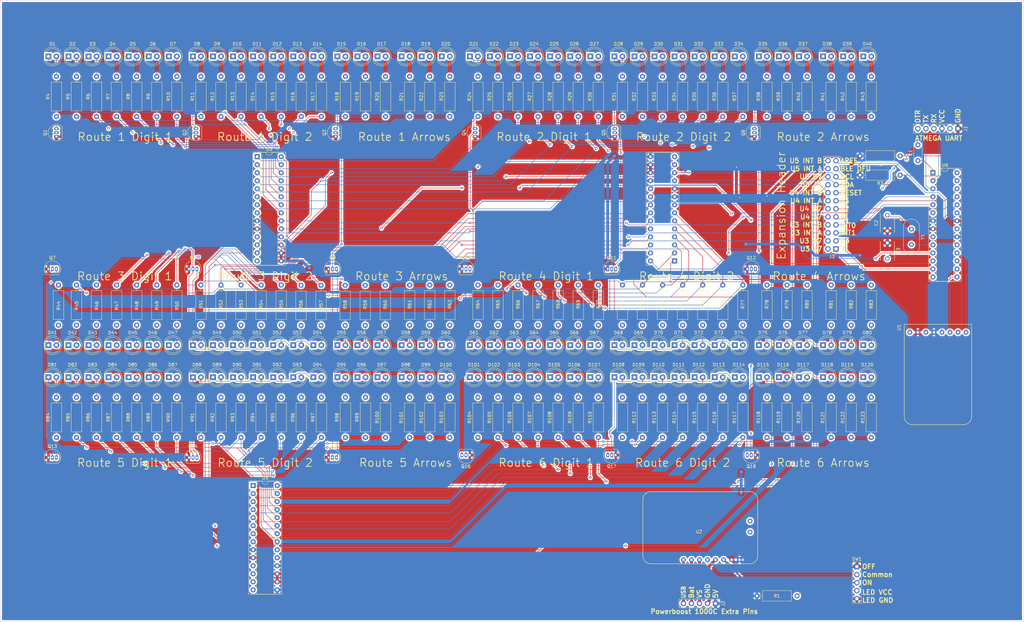
<source format=kicad_pcb>
(kicad_pcb (version 4) (host pcbnew 4.0.5)
  (layers (0 F.Cu mixed) (31 B.Cu mixed) (34 B.Paste user) (35 F.Paste user) (36 B.SilkS user) (37 F.SilkS user) (38 B.Mask user) (39 F.Mask user) (44 Edge.Cuts user))
  (net 0 "")
  (net 1 "Net-(D1-Pad1)")
  (net 2 "Net-(D1-Pad2)")
  (net 3 "Net-(D2-Pad2)")
  (net 4 "Net-(D3-Pad2)")
  (net 5 "Net-(D4-Pad2)")
  (net 6 "Net-(D5-Pad2)")
  (net 7 "Net-(D6-Pad2)")
  (net 8 "Net-(D7-Pad2)")
  (net 9 "Net-(D10-Pad1)")
  (net 10 "Net-(D8-Pad2)")
  (net 11 "Net-(D9-Pad2)")
  (net 12 "Net-(D10-Pad2)")
  (net 13 "Net-(D11-Pad2)")
  (net 14 "Net-(D12-Pad2)")
  (net 15 "Net-(D13-Pad2)")
  (net 16 "Net-(D14-Pad2)")
  (net 17 "Net-(D15-Pad1)")
  (net 18 "Net-(D15-Pad2)")
  (net 19 "Net-(D16-Pad2)")
  (net 20 "Net-(D17-Pad2)")
  (net 21 "Net-(D18-Pad2)")
  (net 22 "Net-(D19-Pad2)")
  (net 23 "Net-(D20-Pad2)")
  (net 24 "Net-(D21-Pad1)")
  (net 25 "Net-(D21-Pad2)")
  (net 26 "Net-(D22-Pad2)")
  (net 27 "Net-(D23-Pad2)")
  (net 28 "Net-(D24-Pad2)")
  (net 29 "Net-(D25-Pad2)")
  (net 30 "Net-(D26-Pad2)")
  (net 31 "Net-(D27-Pad2)")
  (net 32 "Net-(D28-Pad1)")
  (net 33 "Net-(D28-Pad2)")
  (net 34 "Net-(D29-Pad2)")
  (net 35 "Net-(D30-Pad2)")
  (net 36 "Net-(D31-Pad2)")
  (net 37 "Net-(D32-Pad2)")
  (net 38 "Net-(D33-Pad2)")
  (net 39 "Net-(D34-Pad2)")
  (net 40 "Net-(D35-Pad1)")
  (net 41 "Net-(D35-Pad2)")
  (net 42 "Net-(D36-Pad2)")
  (net 43 "Net-(D37-Pad2)")
  (net 44 "Net-(D38-Pad2)")
  (net 45 "Net-(D39-Pad2)")
  (net 46 "Net-(D40-Pad2)")
  (net 47 "Net-(D41-Pad1)")
  (net 48 "Net-(D41-Pad2)")
  (net 49 "Net-(D42-Pad2)")
  (net 50 "Net-(D43-Pad2)")
  (net 51 "Net-(D44-Pad2)")
  (net 52 "Net-(D45-Pad2)")
  (net 53 "Net-(D46-Pad2)")
  (net 54 "Net-(D47-Pad2)")
  (net 55 "Net-(D48-Pad1)")
  (net 56 "Net-(D48-Pad2)")
  (net 57 "Net-(D49-Pad2)")
  (net 58 "Net-(D50-Pad2)")
  (net 59 "Net-(D51-Pad2)")
  (net 60 "Net-(D52-Pad2)")
  (net 61 "Net-(D53-Pad2)")
  (net 62 "Net-(D54-Pad2)")
  (net 63 "Net-(D55-Pad1)")
  (net 64 "Net-(D55-Pad2)")
  (net 65 "Net-(D56-Pad2)")
  (net 66 "Net-(D57-Pad2)")
  (net 67 "Net-(D58-Pad2)")
  (net 68 "Net-(D59-Pad2)")
  (net 69 "Net-(D60-Pad2)")
  (net 70 "Net-(D61-Pad1)")
  (net 71 "Net-(D61-Pad2)")
  (net 72 "Net-(D62-Pad2)")
  (net 73 "Net-(D63-Pad2)")
  (net 74 "Net-(D64-Pad2)")
  (net 75 "Net-(D65-Pad2)")
  (net 76 "Net-(D66-Pad2)")
  (net 77 "Net-(D67-Pad2)")
  (net 78 "Net-(D68-Pad1)")
  (net 79 "Net-(D68-Pad2)")
  (net 80 "Net-(D69-Pad2)")
  (net 81 "Net-(D70-Pad2)")
  (net 82 "Net-(D71-Pad2)")
  (net 83 "Net-(D72-Pad2)")
  (net 84 "Net-(D73-Pad2)")
  (net 85 "Net-(D74-Pad2)")
  (net 86 "Net-(D75-Pad1)")
  (net 87 "Net-(D75-Pad2)")
  (net 88 "Net-(D76-Pad2)")
  (net 89 "Net-(D77-Pad2)")
  (net 90 "Net-(D78-Pad2)")
  (net 91 "Net-(D79-Pad2)")
  (net 92 "Net-(D80-Pad2)")
  (net 93 "Net-(D81-Pad1)")
  (net 94 "Net-(D81-Pad2)")
  (net 95 "Net-(D82-Pad2)")
  (net 96 "Net-(D83-Pad2)")
  (net 97 "Net-(D84-Pad2)")
  (net 98 "Net-(D85-Pad2)")
  (net 99 "Net-(D86-Pad2)")
  (net 100 "Net-(D87-Pad2)")
  (net 101 "Net-(D88-Pad1)")
  (net 102 "Net-(D88-Pad2)")
  (net 103 "Net-(D89-Pad2)")
  (net 104 "Net-(D90-Pad2)")
  (net 105 "Net-(D91-Pad2)")
  (net 106 "Net-(D92-Pad2)")
  (net 107 "Net-(D93-Pad2)")
  (net 108 "Net-(D94-Pad2)")
  (net 109 "Net-(D100-Pad1)")
  (net 110 "Net-(D95-Pad2)")
  (net 111 "Net-(D96-Pad2)")
  (net 112 "Net-(D97-Pad2)")
  (net 113 "Net-(D98-Pad2)")
  (net 114 "Net-(D99-Pad2)")
  (net 115 "Net-(D100-Pad2)")
  (net 116 "Net-(D101-Pad1)")
  (net 117 "Net-(D101-Pad2)")
  (net 118 "Net-(D102-Pad2)")
  (net 119 "Net-(D103-Pad2)")
  (net 120 "Net-(D104-Pad2)")
  (net 121 "Net-(D105-Pad2)")
  (net 122 "Net-(D106-Pad2)")
  (net 123 "Net-(D107-Pad2)")
  (net 124 "Net-(D108-Pad1)")
  (net 125 "Net-(D108-Pad2)")
  (net 126 "Net-(D109-Pad2)")
  (net 127 "Net-(D110-Pad2)")
  (net 128 "Net-(D111-Pad2)")
  (net 129 "Net-(D112-Pad2)")
  (net 130 "Net-(D113-Pad2)")
  (net 131 "Net-(D114-Pad2)")
  (net 132 "Net-(D115-Pad1)")
  (net 133 "Net-(D115-Pad2)")
  (net 134 "Net-(D116-Pad2)")
  (net 135 "Net-(D117-Pad2)")
  (net 136 "Net-(D118-Pad2)")
  (net 137 "Net-(D119-Pad2)")
  (net 138 "Net-(D120-Pad2)")
  (net 139 /CKC)
  (net 140 /GND)
  (net 141 /CKA)
  (net 142 /CKB)
  (net 143 "/Route 1/A")
  (net 144 "/Route 1/B")
  (net 145 "/Route 1/C")
  (net 146 "/Route 1/D")
  (net 147 "/Route 1/E")
  (net 148 "/Route 1/F")
  (net 149 "/Route 1/G")
  (net 150 "/Route 2/A")
  (net 151 "/Route 2/B")
  (net 152 "/Route 2/C")
  (net 153 "/Route 2/D")
  (net 154 "/Route 2/E")
  (net 155 "/Route 2/F")
  (net 156 "/Route 2/G")
  (net 157 "/Route 3/A")
  (net 158 "/Route 3/B")
  (net 159 "/Route 3/C")
  (net 160 "/Route 3/D")
  (net 161 "/Route 3/E")
  (net 162 "/Route 3/F")
  (net 163 "/Route 3/G")
  (net 164 "/Route 4/A")
  (net 165 "/Route 4/B")
  (net 166 "/Route 4/C")
  (net 167 "/Route 4/D")
  (net 168 "/Route 4/E")
  (net 169 "/Route 4/F")
  (net 170 "/Route 4/G")
  (net 171 "/Route 5/A")
  (net 172 "/Route 5/B")
  (net 173 "/Route 5/C")
  (net 174 "/Route 5/D")
  (net 175 "/Route 5/E")
  (net 176 "/Route 5/F")
  (net 177 "/Route 5/G")
  (net 178 "/Route 6/A")
  (net 179 "/Route 6/B")
  (net 180 "/Route 6/C")
  (net 181 "/Route 6/D")
  (net 182 "/Route 6/E")
  (net 183 "/Route 6/F")
  (net 184 "/Route 6/G")
  (net 185 /VCC)
  (net 186 /SCL)
  (net 187 /SDA)
  (net 188 "Net-(C2-Pad2)")
  (net 189 "Net-(R1-Pad1)")
  (net 190 "Net-(SW1-Pad2)")
  (net 191 /controller.sch/RESET)
  (net 192 /controller.sch/A0)
  (net 193 /controller.sch/A1)
  (net 194 /controller.sch/A2)
  (net 195 /controller.sch/A3)
  (net 196 /RXI)
  (net 197 /TXO)
  (net 198 /CTS)
  (net 199 /MOD)
  (net 200 /RTS)
  (net 201 /RST)
  (net 202 "Net-(C3-Pad2)")
  (net 203 "Net-(J1-Pad2)")
  (net 204 /RX)
  (net 205 /TX)
  (net 206 /BLE_DFU)
  (net 207 "Net-(J2-Pad5)")
  (net 208 "Net-(J2-Pad4)")
  (net 209 "Net-(J2-Pad3)")
  (net 210 "Net-(J2-Pad2)")
  (net 211 "Net-(U2-Pad9)")
  (net 212 "Net-(U2-Pad10)")
  (net 213 /U3INTB)
  (net 214 /U3INTA)
  (net 215 /U3B7)
  (net 216 /U3A7)
  (net 217 /U4INTB)
  (net 218 /U4INTA)
  (net 219 /U4B7)
  (net 220 /U4A7)
  (net 221 /U5INTB)
  (net 222 /U5INTA)
  (net 223 /U5B7)
  (net 224 /U5A7)
  (net 225 /AREF)
  (net 226 /13)
  (net 227 /7)
  (net 228 /INT0)
  (net 229 /INT1)
  (module Housings_DIP:DIP-28_W7.62mm_Socket (layer F.Cu) (at 270.51 120.65 180)
    (fp_text reference U4 (at 3.81 -2.39 180) (layer F.SilkS))
    (fp_text value MCP23017)
    (pad 1 thru_hole rect (at 0 0 180) (size 1.6 1.6) (drill 0.8) (layers *.Cu *.Mask) (net 164 "/Route 4/A"))
    (pad 15 thru_hole oval (at 7.62 33.02 180) (size 1.6 1.6) (drill 0.8) (layers *.Cu *.Mask) (net 185 /VCC))
    (pad 2 thru_hole oval (at 0 2.54 180) (size 1.6 1.6) (drill 0.8) (layers *.Cu *.Mask) (net 165 "/Route 4/B"))
    (pad 16 thru_hole oval (at 7.62 30.48 180) (size 1.6 1.6) (drill 0.8) (layers *.Cu *.Mask) (net 140 /GND))
    (pad 3 thru_hole oval (at 0 5.08 180) (size 1.6 1.6) (drill 0.8) (layers *.Cu *.Mask) (net 166 "/Route 4/C"))
    (pad 17 thru_hole oval (at 7.62 27.94 180) (size 1.6 1.6) (drill 0.8) (layers *.Cu *.Mask) (net 140 /GND))
    (pad 4 thru_hole oval (at 0 7.62 180) (size 1.6 1.6) (drill 0.8) (layers *.Cu *.Mask) (net 167 "/Route 4/D"))
    (pad 18 thru_hole oval (at 7.62 25.4 180) (size 1.6 1.6) (drill 0.8) (layers *.Cu *.Mask) (net 185 /VCC))
    (pad 5 thru_hole oval (at 0 10.16 180) (size 1.6 1.6) (drill 0.8) (layers *.Cu *.Mask) (net 168 "/Route 4/E"))
    (pad 19 thru_hole oval (at 7.62 22.86 180) (size 1.6 1.6) (drill 0.8) (layers *.Cu *.Mask) (net 217 /U4INTB))
    (pad 6 thru_hole oval (at 0 12.7 180) (size 1.6 1.6) (drill 0.8) (layers *.Cu *.Mask) (net 169 "/Route 4/F"))
    (pad 20 thru_hole oval (at 7.62 20.32 180) (size 1.6 1.6) (drill 0.8) (layers *.Cu *.Mask) (net 218 /U4INTA))
    (pad 7 thru_hole oval (at 0 15.24 180) (size 1.6 1.6) (drill 0.8) (layers *.Cu *.Mask) (net 170 "/Route 4/G"))
    (pad 21 thru_hole oval (at 7.62 17.78 180) (size 1.6 1.6) (drill 0.8) (layers *.Cu *.Mask) (net 157 "/Route 3/A"))
    (pad 8 thru_hole oval (at 0 17.78 180) (size 1.6 1.6) (drill 0.8) (layers *.Cu *.Mask) (net 219 /U4B7))
    (pad 22 thru_hole oval (at 7.62 15.24 180) (size 1.6 1.6) (drill 0.8) (layers *.Cu *.Mask) (net 158 "/Route 3/B"))
    (pad 9 thru_hole oval (at 0 20.32 180) (size 1.6 1.6) (drill 0.8) (layers *.Cu *.Mask) (net 185 /VCC))
    (pad 23 thru_hole oval (at 7.62 12.7 180) (size 1.6 1.6) (drill 0.8) (layers *.Cu *.Mask) (net 159 "/Route 3/C"))
    (pad 10 thru_hole oval (at 0 22.86 180) (size 1.6 1.6) (drill 0.8) (layers *.Cu *.Mask) (net 140 /GND))
    (pad 24 thru_hole oval (at 7.62 10.16 180) (size 1.6 1.6) (drill 0.8) (layers *.Cu *.Mask) (net 160 "/Route 3/D"))
    (pad 11 thru_hole oval (at 0 25.4 180) (size 1.6 1.6) (drill 0.8) (layers *.Cu *.Mask))
    (pad 25 thru_hole oval (at 7.62 7.62 180) (size 1.6 1.6) (drill 0.8) (layers *.Cu *.Mask) (net 161 "/Route 3/E"))
    (pad 12 thru_hole oval (at 0 27.94 180) (size 1.6 1.6) (drill 0.8) (layers *.Cu *.Mask) (net 186 /SCL))
    (pad 26 thru_hole oval (at 7.62 5.08 180) (size 1.6 1.6) (drill 0.8) (layers *.Cu *.Mask) (net 162 "/Route 3/F"))
    (pad 13 thru_hole oval (at 0 30.48 180) (size 1.6 1.6) (drill 0.8) (layers *.Cu *.Mask) (net 187 /SDA))
    (pad 27 thru_hole oval (at 7.62 2.54 180) (size 1.6 1.6) (drill 0.8) (layers *.Cu *.Mask) (net 163 "/Route 3/G"))
    (pad 14 thru_hole oval (at 0 33.02 180) (size 1.6 1.6) (drill 0.8) (layers *.Cu *.Mask))
    (pad 28 thru_hole oval (at 7.62 0 180) (size 1.6 1.6) (drill 0.8) (layers *.Cu *.Mask) (net 220 /U4A7))
  )
  (module Housings_DIP:DIP-28_W7.62mm_Socket (layer F.Cu) (at 138.43 87.63)
    (fp_text reference U3 (at 3.81 -2.39) (layer F.SilkS))
    (fp_text value MCP23017)
    (pad 1 thru_hole rect (at 0 0) (size 1.6 1.6) (drill 0.8) (layers *.Cu *.Mask) (net 150 "/Route 2/A"))
    (pad 15 thru_hole oval (at 7.62 33.02) (size 1.6 1.6) (drill 0.8) (layers *.Cu *.Mask) (net 140 /GND))
    (pad 2 thru_hole oval (at 0 2.54) (size 1.6 1.6) (drill 0.8) (layers *.Cu *.Mask) (net 151 "/Route 2/B"))
    (pad 16 thru_hole oval (at 7.62 30.48) (size 1.6 1.6) (drill 0.8) (layers *.Cu *.Mask) (net 140 /GND))
    (pad 3 thru_hole oval (at 0 5.08) (size 1.6 1.6) (drill 0.8) (layers *.Cu *.Mask) (net 152 "/Route 2/C"))
    (pad 17 thru_hole oval (at 7.62 27.94) (size 1.6 1.6) (drill 0.8) (layers *.Cu *.Mask) (net 140 /GND))
    (pad 4 thru_hole oval (at 0 7.62) (size 1.6 1.6) (drill 0.8) (layers *.Cu *.Mask) (net 153 "/Route 2/D"))
    (pad 18 thru_hole oval (at 7.62 25.4) (size 1.6 1.6) (drill 0.8) (layers *.Cu *.Mask) (net 185 /VCC))
    (pad 5 thru_hole oval (at 0 10.16) (size 1.6 1.6) (drill 0.8) (layers *.Cu *.Mask) (net 154 "/Route 2/E"))
    (pad 19 thru_hole oval (at 7.62 22.86) (size 1.6 1.6) (drill 0.8) (layers *.Cu *.Mask) (net 213 /U3INTB))
    (pad 6 thru_hole oval (at 0 12.7) (size 1.6 1.6) (drill 0.8) (layers *.Cu *.Mask) (net 155 "/Route 2/F"))
    (pad 20 thru_hole oval (at 7.62 20.32) (size 1.6 1.6) (drill 0.8) (layers *.Cu *.Mask) (net 214 /U3INTA))
    (pad 7 thru_hole oval (at 0 15.24) (size 1.6 1.6) (drill 0.8) (layers *.Cu *.Mask) (net 156 "/Route 2/G"))
    (pad 21 thru_hole oval (at 7.62 17.78) (size 1.6 1.6) (drill 0.8) (layers *.Cu *.Mask) (net 143 "/Route 1/A"))
    (pad 8 thru_hole oval (at 0 17.78) (size 1.6 1.6) (drill 0.8) (layers *.Cu *.Mask) (net 215 /U3B7))
    (pad 22 thru_hole oval (at 7.62 15.24) (size 1.6 1.6) (drill 0.8) (layers *.Cu *.Mask) (net 144 "/Route 1/B"))
    (pad 9 thru_hole oval (at 0 20.32) (size 1.6 1.6) (drill 0.8) (layers *.Cu *.Mask) (net 185 /VCC))
    (pad 23 thru_hole oval (at 7.62 12.7) (size 1.6 1.6) (drill 0.8) (layers *.Cu *.Mask) (net 145 "/Route 1/C"))
    (pad 10 thru_hole oval (at 0 22.86) (size 1.6 1.6) (drill 0.8) (layers *.Cu *.Mask) (net 140 /GND))
    (pad 24 thru_hole oval (at 7.62 10.16) (size 1.6 1.6) (drill 0.8) (layers *.Cu *.Mask) (net 146 "/Route 1/D"))
    (pad 11 thru_hole oval (at 0 25.4) (size 1.6 1.6) (drill 0.8) (layers *.Cu *.Mask))
    (pad 25 thru_hole oval (at 7.62 7.62) (size 1.6 1.6) (drill 0.8) (layers *.Cu *.Mask) (net 147 "/Route 1/E"))
    (pad 12 thru_hole oval (at 0 27.94) (size 1.6 1.6) (drill 0.8) (layers *.Cu *.Mask) (net 186 /SCL))
    (pad 26 thru_hole oval (at 7.62 5.08) (size 1.6 1.6) (drill 0.8) (layers *.Cu *.Mask) (net 148 "/Route 1/F"))
    (pad 13 thru_hole oval (at 0 30.48) (size 1.6 1.6) (drill 0.8) (layers *.Cu *.Mask) (net 187 /SDA))
    (pad 27 thru_hole oval (at 7.62 2.54) (size 1.6 1.6) (drill 0.8) (layers *.Cu *.Mask) (net 149 "/Route 1/G"))
    (pad 14 thru_hole oval (at 0 33.02) (size 1.6 1.6) (drill 0.8) (layers *.Cu *.Mask))
    (pad 28 thru_hole oval (at 7.62 0) (size 1.6 1.6) (drill 0.8) (layers *.Cu *.Mask) (net 216 /U3A7))
  )
  (module Crystals:Crystal_HC49-U_Vertical (layer F.Cu) (at 345.44 110.58 270)
    (fp_text reference Y1 (at 2.44 -3.525 270) (layer F.SilkS))
    (fp_text value Crystal)
    (pad 1 thru_hole circle (at 0 0 270) (size 1.5 1.5) (drill 0.8) (layers *.Cu *.Mask) (net 188 "Net-(C2-Pad2)"))
    (pad 2 thru_hole circle (at 4.88 0 270) (size 1.5 1.5) (drill 0.8) (layers *.Cu *.Mask) (net 202 "Net-(C3-Pad2)"))
  )
  (module Housings_DIP:DIP-28_W7.62mm_Socket (layer F.Cu) (at 137.16 191.77)
    (fp_text reference U5 (at 3.81 -2.39) (layer F.SilkS))
    (fp_text value MCP23017)
    (pad 1 thru_hole rect (at 0 0) (size 1.6 1.6) (drill 0.8) (layers *.Cu *.Mask) (net 178 "/Route 6/A"))
    (pad 15 thru_hole oval (at 7.62 33.02) (size 1.6 1.6) (drill 0.8) (layers *.Cu *.Mask) (net 185 /VCC))
    (pad 2 thru_hole oval (at 0 2.54) (size 1.6 1.6) (drill 0.8) (layers *.Cu *.Mask) (net 179 "/Route 6/B"))
    (pad 16 thru_hole oval (at 7.62 30.48) (size 1.6 1.6) (drill 0.8) (layers *.Cu *.Mask) (net 140 /GND))
    (pad 3 thru_hole oval (at 0 5.08) (size 1.6 1.6) (drill 0.8) (layers *.Cu *.Mask) (net 180 "/Route 6/C"))
    (pad 17 thru_hole oval (at 7.62 27.94) (size 1.6 1.6) (drill 0.8) (layers *.Cu *.Mask) (net 140 /GND))
    (pad 4 thru_hole oval (at 0 7.62) (size 1.6 1.6) (drill 0.8) (layers *.Cu *.Mask) (net 181 "/Route 6/D"))
    (pad 18 thru_hole oval (at 7.62 25.4) (size 1.6 1.6) (drill 0.8) (layers *.Cu *.Mask) (net 185 /VCC))
    (pad 5 thru_hole oval (at 0 10.16) (size 1.6 1.6) (drill 0.8) (layers *.Cu *.Mask) (net 182 "/Route 6/E"))
    (pad 19 thru_hole oval (at 7.62 22.86) (size 1.6 1.6) (drill 0.8) (layers *.Cu *.Mask) (net 221 /U5INTB))
    (pad 6 thru_hole oval (at 0 12.7) (size 1.6 1.6) (drill 0.8) (layers *.Cu *.Mask) (net 183 "/Route 6/F"))
    (pad 20 thru_hole oval (at 7.62 20.32) (size 1.6 1.6) (drill 0.8) (layers *.Cu *.Mask) (net 222 /U5INTA))
    (pad 7 thru_hole oval (at 0 15.24) (size 1.6 1.6) (drill 0.8) (layers *.Cu *.Mask) (net 184 "/Route 6/G"))
    (pad 21 thru_hole oval (at 7.62 17.78) (size 1.6 1.6) (drill 0.8) (layers *.Cu *.Mask) (net 171 "/Route 5/A"))
    (pad 8 thru_hole oval (at 0 17.78) (size 1.6 1.6) (drill 0.8) (layers *.Cu *.Mask) (net 223 /U5B7))
    (pad 22 thru_hole oval (at 7.62 15.24) (size 1.6 1.6) (drill 0.8) (layers *.Cu *.Mask) (net 172 "/Route 5/B"))
    (pad 9 thru_hole oval (at 0 20.32) (size 1.6 1.6) (drill 0.8) (layers *.Cu *.Mask) (net 185 /VCC))
    (pad 23 thru_hole oval (at 7.62 12.7) (size 1.6 1.6) (drill 0.8) (layers *.Cu *.Mask) (net 173 "/Route 5/C"))
    (pad 10 thru_hole oval (at 0 22.86) (size 1.6 1.6) (drill 0.8) (layers *.Cu *.Mask) (net 140 /GND))
    (pad 24 thru_hole oval (at 7.62 10.16) (size 1.6 1.6) (drill 0.8) (layers *.Cu *.Mask) (net 174 "/Route 5/D"))
    (pad 11 thru_hole oval (at 0 25.4) (size 1.6 1.6) (drill 0.8) (layers *.Cu *.Mask))
    (pad 25 thru_hole oval (at 7.62 7.62) (size 1.6 1.6) (drill 0.8) (layers *.Cu *.Mask) (net 175 "/Route 5/E"))
    (pad 12 thru_hole oval (at 0 27.94) (size 1.6 1.6) (drill 0.8) (layers *.Cu *.Mask) (net 186 /SCL))
    (pad 26 thru_hole oval (at 7.62 5.08) (size 1.6 1.6) (drill 0.8) (layers *.Cu *.Mask) (net 176 "/Route 5/F"))
    (pad 13 thru_hole oval (at 0 30.48) (size 1.6 1.6) (drill 0.8) (layers *.Cu *.Mask) (net 187 /SDA))
    (pad 27 thru_hole oval (at 7.62 2.54) (size 1.6 1.6) (drill 0.8) (layers *.Cu *.Mask) (net 177 "/Route 5/G"))
    (pad 14 thru_hole oval (at 0 33.02) (size 1.6 1.6) (drill 0.8) (layers *.Cu *.Mask))
    (pad 28 thru_hole oval (at 7.62 0) (size 1.6 1.6) (drill 0.8) (layers *.Cu *.Mask) (net 224 /U5A7))
  )
  (module LEDs:LED_D5.0mm (layer F.Cu) (at 91.44 55.88)
    (fp_text reference D4 (at 1.27 -3.96) (layer F.SilkS))
    (fp_text value LED)
    (pad 1 thru_hole rect (at 0 0) (size 1.8 1.8) (drill 0.9) (layers *.Cu *.Mask) (net 1 "Net-(D1-Pad1)"))
    (pad 2 thru_hole circle (at 2.54 0) (size 1.8 1.8) (drill 0.9) (layers *.Cu *.Mask) (net 5 "Net-(D4-Pad2)"))
  )
  (module LEDs:LED_D5.0mm (layer F.Cu) (at 118.11 55.88)
    (fp_text reference D8 (at 1.27 -3.96) (layer F.SilkS))
    (fp_text value LED)
    (pad 1 thru_hole rect (at 0 0) (size 1.8 1.8) (drill 0.9) (layers *.Cu *.Mask) (net 9 "Net-(D10-Pad1)"))
    (pad 2 thru_hole circle (at 2.54 0) (size 1.8 1.8) (drill 0.9) (layers *.Cu *.Mask) (net 10 "Net-(D8-Pad2)"))
  )
  (module LEDs:LED_D5.0mm (layer F.Cu) (at 176.53 55.88)
    (fp_text reference D17 (at 1.27 -3.96) (layer F.SilkS))
    (fp_text value LED)
    (pad 1 thru_hole rect (at 0 0) (size 1.8 1.8) (drill 0.9) (layers *.Cu *.Mask) (net 17 "Net-(D15-Pad1)"))
    (pad 2 thru_hole circle (at 2.54 0) (size 1.8 1.8) (drill 0.9) (layers *.Cu *.Mask) (net 20 "Net-(D17-Pad2)"))
  )
  (module LEDs:LED_D5.0mm (layer F.Cu) (at 72.39 55.88)
    (fp_text reference D1 (at 1.27 -3.96) (layer F.SilkS))
    (fp_text value LED)
    (pad 1 thru_hole rect (at 0 0) (size 1.8 1.8) (drill 0.9) (layers *.Cu *.Mask) (net 1 "Net-(D1-Pad1)"))
    (pad 2 thru_hole circle (at 2.54 0) (size 1.8 1.8) (drill 0.9) (layers *.Cu *.Mask) (net 2 "Net-(D1-Pad2)"))
  )
  (module LEDs:LED_D5.0mm (layer F.Cu) (at 78.74 55.88)
    (fp_text reference D2 (at 1.27 -3.96) (layer F.SilkS))
    (fp_text value LED)
    (pad 1 thru_hole rect (at 0 0) (size 1.8 1.8) (drill 0.9) (layers *.Cu *.Mask) (net 1 "Net-(D1-Pad1)"))
    (pad 2 thru_hole circle (at 2.54 0) (size 1.8 1.8) (drill 0.9) (layers *.Cu *.Mask) (net 3 "Net-(D2-Pad2)"))
  )
  (module LEDs:LED_D5.0mm (layer F.Cu) (at 85.09 55.88)
    (fp_text reference D3 (at 1.27 -3.96) (layer F.SilkS))
    (fp_text value LED)
    (pad 1 thru_hole rect (at 0 0) (size 1.8 1.8) (drill 0.9) (layers *.Cu *.Mask) (net 1 "Net-(D1-Pad1)"))
    (pad 2 thru_hole circle (at 2.54 0) (size 1.8 1.8) (drill 0.9) (layers *.Cu *.Mask) (net 4 "Net-(D3-Pad2)"))
  )
  (module LEDs:LED_D5.0mm (layer F.Cu) (at 97.79 55.88)
    (fp_text reference D5 (at 1.27 -3.96) (layer F.SilkS))
    (fp_text value LED)
    (pad 1 thru_hole rect (at 0 0) (size 1.8 1.8) (drill 0.9) (layers *.Cu *.Mask) (net 1 "Net-(D1-Pad1)"))
    (pad 2 thru_hole circle (at 2.54 0) (size 1.8 1.8) (drill 0.9) (layers *.Cu *.Mask) (net 6 "Net-(D5-Pad2)"))
  )
  (module LEDs:LED_D5.0mm (layer F.Cu) (at 104.14 55.88)
    (fp_text reference D6 (at 1.27 -3.96) (layer F.SilkS))
    (fp_text value LED)
    (pad 1 thru_hole rect (at 0 0) (size 1.8 1.8) (drill 0.9) (layers *.Cu *.Mask) (net 1 "Net-(D1-Pad1)"))
    (pad 2 thru_hole circle (at 2.54 0) (size 1.8 1.8) (drill 0.9) (layers *.Cu *.Mask) (net 7 "Net-(D6-Pad2)"))
  )
  (module LEDs:LED_D5.0mm (layer F.Cu) (at 110.49 55.88)
    (fp_text reference D7 (at 1.27 -3.96) (layer F.SilkS))
    (fp_text value LED)
    (pad 1 thru_hole rect (at 0 0) (size 1.8 1.8) (drill 0.9) (layers *.Cu *.Mask) (net 1 "Net-(D1-Pad1)"))
    (pad 2 thru_hole circle (at 2.54 0) (size 1.8 1.8) (drill 0.9) (layers *.Cu *.Mask) (net 8 "Net-(D7-Pad2)"))
  )
  (module LEDs:LED_D5.0mm (layer F.Cu) (at 124.46 55.88)
    (fp_text reference D9 (at 1.27 -3.96) (layer F.SilkS))
    (fp_text value LED)
    (pad 1 thru_hole rect (at 0 0) (size 1.8 1.8) (drill 0.9) (layers *.Cu *.Mask) (net 9 "Net-(D10-Pad1)"))
    (pad 2 thru_hole circle (at 2.54 0) (size 1.8 1.8) (drill 0.9) (layers *.Cu *.Mask) (net 11 "Net-(D9-Pad2)"))
  )
  (module LEDs:LED_D5.0mm (layer F.Cu) (at 130.81 55.88)
    (fp_text reference D10 (at 1.27 -3.96) (layer F.SilkS))
    (fp_text value LED)
    (pad 1 thru_hole rect (at 0 0) (size 1.8 1.8) (drill 0.9) (layers *.Cu *.Mask) (net 9 "Net-(D10-Pad1)"))
    (pad 2 thru_hole circle (at 2.54 0) (size 1.8 1.8) (drill 0.9) (layers *.Cu *.Mask) (net 12 "Net-(D10-Pad2)"))
  )
  (module LEDs:LED_D5.0mm (layer F.Cu) (at 137.16 55.88)
    (fp_text reference D11 (at 1.27 -3.96) (layer F.SilkS))
    (fp_text value LED)
    (pad 1 thru_hole rect (at 0 0) (size 1.8 1.8) (drill 0.9) (layers *.Cu *.Mask) (net 9 "Net-(D10-Pad1)"))
    (pad 2 thru_hole circle (at 2.54 0) (size 1.8 1.8) (drill 0.9) (layers *.Cu *.Mask) (net 13 "Net-(D11-Pad2)"))
  )
  (module LEDs:LED_D5.0mm (layer F.Cu) (at 143.51 55.88)
    (fp_text reference D12 (at 1.27 -3.96) (layer F.SilkS))
    (fp_text value LED)
    (pad 1 thru_hole rect (at 0 0) (size 1.8 1.8) (drill 0.9) (layers *.Cu *.Mask) (net 9 "Net-(D10-Pad1)"))
    (pad 2 thru_hole circle (at 2.54 0) (size 1.8 1.8) (drill 0.9) (layers *.Cu *.Mask) (net 14 "Net-(D12-Pad2)"))
  )
  (module LEDs:LED_D5.0mm (layer F.Cu) (at 149.86 55.88)
    (fp_text reference D13 (at 1.27 -3.96) (layer F.SilkS))
    (fp_text value LED)
    (pad 1 thru_hole rect (at 0 0) (size 1.8 1.8) (drill 0.9) (layers *.Cu *.Mask) (net 9 "Net-(D10-Pad1)"))
    (pad 2 thru_hole circle (at 2.54 0) (size 1.8 1.8) (drill 0.9) (layers *.Cu *.Mask) (net 15 "Net-(D13-Pad2)"))
  )
  (module LEDs:LED_D5.0mm (layer F.Cu) (at 156.21 55.88)
    (fp_text reference D14 (at 1.27 -3.96) (layer F.SilkS))
    (fp_text value LED)
    (pad 1 thru_hole rect (at 0 0) (size 1.8 1.8) (drill 0.9) (layers *.Cu *.Mask) (net 9 "Net-(D10-Pad1)"))
    (pad 2 thru_hole circle (at 2.54 0) (size 1.8 1.8) (drill 0.9) (layers *.Cu *.Mask) (net 16 "Net-(D14-Pad2)"))
  )
  (module LEDs:LED_D5.0mm (layer F.Cu) (at 163.83 55.88)
    (fp_text reference D15 (at 1.27 -3.96) (layer F.SilkS))
    (fp_text value LED)
    (pad 1 thru_hole rect (at 0 0) (size 1.8 1.8) (drill 0.9) (layers *.Cu *.Mask) (net 17 "Net-(D15-Pad1)"))
    (pad 2 thru_hole circle (at 2.54 0) (size 1.8 1.8) (drill 0.9) (layers *.Cu *.Mask) (net 18 "Net-(D15-Pad2)"))
  )
  (module LEDs:LED_D5.0mm (layer F.Cu) (at 170.18 55.88)
    (fp_text reference D16 (at 1.27 -3.96) (layer F.SilkS))
    (fp_text value LED)
    (pad 1 thru_hole rect (at 0 0) (size 1.8 1.8) (drill 0.9) (layers *.Cu *.Mask) (net 17 "Net-(D15-Pad1)"))
    (pad 2 thru_hole circle (at 2.54 0) (size 1.8 1.8) (drill 0.9) (layers *.Cu *.Mask) (net 19 "Net-(D16-Pad2)"))
  )
  (module LEDs:LED_D5.0mm (layer F.Cu) (at 184.15 55.88)
    (fp_text reference D18 (at 1.27 -3.96) (layer F.SilkS))
    (fp_text value LED)
    (pad 1 thru_hole rect (at 0 0) (size 1.8 1.8) (drill 0.9) (layers *.Cu *.Mask) (net 17 "Net-(D15-Pad1)"))
    (pad 2 thru_hole circle (at 2.54 0) (size 1.8 1.8) (drill 0.9) (layers *.Cu *.Mask) (net 21 "Net-(D18-Pad2)"))
  )
  (module LEDs:LED_D5.0mm (layer F.Cu) (at 190.5 55.88)
    (fp_text reference D19 (at 1.27 -3.96) (layer F.SilkS))
    (fp_text value LED)
    (pad 1 thru_hole rect (at 0 0) (size 1.8 1.8) (drill 0.9) (layers *.Cu *.Mask) (net 17 "Net-(D15-Pad1)"))
    (pad 2 thru_hole circle (at 2.54 0) (size 1.8 1.8) (drill 0.9) (layers *.Cu *.Mask) (net 22 "Net-(D19-Pad2)"))
  )
  (module LEDs:LED_D5.0mm (layer F.Cu) (at 196.85 55.88)
    (fp_text reference D20 (at 1.27 -3.96) (layer F.SilkS))
    (fp_text value LED)
    (pad 1 thru_hole rect (at 0 0) (size 1.8 1.8) (drill 0.9) (layers *.Cu *.Mask) (net 17 "Net-(D15-Pad1)"))
    (pad 2 thru_hole circle (at 2.54 0) (size 1.8 1.8) (drill 0.9) (layers *.Cu *.Mask) (net 23 "Net-(D20-Pad2)"))
  )
  (module LEDs:LED_D5.0mm (layer F.Cu) (at 205.74 55.88)
    (fp_text reference D21 (at 1.27 -3.96) (layer F.SilkS))
    (fp_text value LED)
    (pad 1 thru_hole rect (at 0 0) (size 1.8 1.8) (drill 0.9) (layers *.Cu *.Mask) (net 24 "Net-(D21-Pad1)"))
    (pad 2 thru_hole circle (at 2.54 0) (size 1.8 1.8) (drill 0.9) (layers *.Cu *.Mask) (net 25 "Net-(D21-Pad2)"))
  )
  (module LEDs:LED_D5.0mm (layer F.Cu) (at 212.09 55.88)
    (fp_text reference D22 (at 1.27 -3.96) (layer F.SilkS))
    (fp_text value LED)
    (pad 1 thru_hole rect (at 0 0) (size 1.8 1.8) (drill 0.9) (layers *.Cu *.Mask) (net 24 "Net-(D21-Pad1)"))
    (pad 2 thru_hole circle (at 2.54 0) (size 1.8 1.8) (drill 0.9) (layers *.Cu *.Mask) (net 26 "Net-(D22-Pad2)"))
  )
  (module LEDs:LED_D5.0mm (layer F.Cu) (at 218.44 55.88)
    (fp_text reference D23 (at 1.27 -3.96) (layer F.SilkS))
    (fp_text value LED)
    (pad 1 thru_hole rect (at 0 0) (size 1.8 1.8) (drill 0.9) (layers *.Cu *.Mask) (net 24 "Net-(D21-Pad1)"))
    (pad 2 thru_hole circle (at 2.54 0) (size 1.8 1.8) (drill 0.9) (layers *.Cu *.Mask) (net 27 "Net-(D23-Pad2)"))
  )
  (module LEDs:LED_D5.0mm (layer F.Cu) (at 224.79 55.88)
    (fp_text reference D24 (at 1.27 -3.96) (layer F.SilkS))
    (fp_text value LED)
    (pad 1 thru_hole rect (at 0 0) (size 1.8 1.8) (drill 0.9) (layers *.Cu *.Mask) (net 24 "Net-(D21-Pad1)"))
    (pad 2 thru_hole circle (at 2.54 0) (size 1.8 1.8) (drill 0.9) (layers *.Cu *.Mask) (net 28 "Net-(D24-Pad2)"))
  )
  (module LEDs:LED_D5.0mm (layer F.Cu) (at 231.14 55.88)
    (fp_text reference D25 (at 1.27 -3.96) (layer F.SilkS))
    (fp_text value LED)
    (pad 1 thru_hole rect (at 0 0) (size 1.8 1.8) (drill 0.9) (layers *.Cu *.Mask) (net 24 "Net-(D21-Pad1)"))
    (pad 2 thru_hole circle (at 2.54 0) (size 1.8 1.8) (drill 0.9) (layers *.Cu *.Mask) (net 29 "Net-(D25-Pad2)"))
  )
  (module LEDs:LED_D5.0mm (layer F.Cu) (at 237.49 55.88)
    (fp_text reference D26 (at 1.27 -3.96) (layer F.SilkS))
    (fp_text value LED)
    (pad 1 thru_hole rect (at 0 0) (size 1.8 1.8) (drill 0.9) (layers *.Cu *.Mask) (net 24 "Net-(D21-Pad1)"))
    (pad 2 thru_hole circle (at 2.54 0) (size 1.8 1.8) (drill 0.9) (layers *.Cu *.Mask) (net 30 "Net-(D26-Pad2)"))
  )
  (module LEDs:LED_D5.0mm (layer F.Cu) (at 243.84 55.88)
    (fp_text reference D27 (at 1.27 -3.96) (layer F.SilkS))
    (fp_text value LED)
    (pad 1 thru_hole rect (at 0 0) (size 1.8 1.8) (drill 0.9) (layers *.Cu *.Mask) (net 24 "Net-(D21-Pad1)"))
    (pad 2 thru_hole circle (at 2.54 0) (size 1.8 1.8) (drill 0.9) (layers *.Cu *.Mask) (net 31 "Net-(D27-Pad2)"))
  )
  (module LEDs:LED_D5.0mm (layer F.Cu) (at 251.46 55.88)
    (fp_text reference D28 (at 1.27 -3.96) (layer F.SilkS))
    (fp_text value LED)
    (pad 1 thru_hole rect (at 0 0) (size 1.8 1.8) (drill 0.9) (layers *.Cu *.Mask) (net 32 "Net-(D28-Pad1)"))
    (pad 2 thru_hole circle (at 2.54 0) (size 1.8 1.8) (drill 0.9) (layers *.Cu *.Mask) (net 33 "Net-(D28-Pad2)"))
  )
  (module LEDs:LED_D5.0mm (layer F.Cu) (at 257.81 55.88)
    (fp_text reference D29 (at 1.27 -3.96) (layer F.SilkS))
    (fp_text value LED)
    (pad 1 thru_hole rect (at 0 0) (size 1.8 1.8) (drill 0.9) (layers *.Cu *.Mask) (net 32 "Net-(D28-Pad1)"))
    (pad 2 thru_hole circle (at 2.54 0) (size 1.8 1.8) (drill 0.9) (layers *.Cu *.Mask) (net 34 "Net-(D29-Pad2)"))
  )
  (module LEDs:LED_D5.0mm (layer F.Cu) (at 264.16 55.88)
    (fp_text reference D30 (at 1.27 -3.96) (layer F.SilkS))
    (fp_text value LED)
    (pad 1 thru_hole rect (at 0 0) (size 1.8 1.8) (drill 0.9) (layers *.Cu *.Mask) (net 32 "Net-(D28-Pad1)"))
    (pad 2 thru_hole circle (at 2.54 0) (size 1.8 1.8) (drill 0.9) (layers *.Cu *.Mask) (net 35 "Net-(D30-Pad2)"))
  )
  (module LEDs:LED_D5.0mm (layer F.Cu) (at 270.51 55.88)
    (fp_text reference D31 (at 1.27 -3.96) (layer F.SilkS))
    (fp_text value LED)
    (pad 1 thru_hole rect (at 0 0) (size 1.8 1.8) (drill 0.9) (layers *.Cu *.Mask) (net 32 "Net-(D28-Pad1)"))
    (pad 2 thru_hole circle (at 2.54 0) (size 1.8 1.8) (drill 0.9) (layers *.Cu *.Mask) (net 36 "Net-(D31-Pad2)"))
  )
  (module LEDs:LED_D5.0mm (layer F.Cu) (at 276.86 55.88)
    (fp_text reference D32 (at 1.27 -3.96) (layer F.SilkS))
    (fp_text value LED)
    (pad 1 thru_hole rect (at 0 0) (size 1.8 1.8) (drill 0.9) (layers *.Cu *.Mask) (net 32 "Net-(D28-Pad1)"))
    (pad 2 thru_hole circle (at 2.54 0) (size 1.8 1.8) (drill 0.9) (layers *.Cu *.Mask) (net 37 "Net-(D32-Pad2)"))
  )
  (module LEDs:LED_D5.0mm (layer F.Cu) (at 283.21 55.88)
    (fp_text reference D33 (at 1.27 -3.96) (layer F.SilkS))
    (fp_text value LED)
    (pad 1 thru_hole rect (at 0 0) (size 1.8 1.8) (drill 0.9) (layers *.Cu *.Mask) (net 32 "Net-(D28-Pad1)"))
    (pad 2 thru_hole circle (at 2.54 0) (size 1.8 1.8) (drill 0.9) (layers *.Cu *.Mask) (net 38 "Net-(D33-Pad2)"))
  )
  (module LEDs:LED_D5.0mm (layer F.Cu) (at 289.56 55.88)
    (fp_text reference D34 (at 1.27 -3.96) (layer F.SilkS))
    (fp_text value LED)
    (pad 1 thru_hole rect (at 0 0) (size 1.8 1.8) (drill 0.9) (layers *.Cu *.Mask) (net 32 "Net-(D28-Pad1)"))
    (pad 2 thru_hole circle (at 2.54 0) (size 1.8 1.8) (drill 0.9) (layers *.Cu *.Mask) (net 39 "Net-(D34-Pad2)"))
  )
  (module LEDs:LED_D5.0mm (layer F.Cu) (at 297.18 55.88)
    (fp_text reference D35 (at 1.27 -3.96) (layer F.SilkS))
    (fp_text value LED)
    (pad 1 thru_hole rect (at 0 0) (size 1.8 1.8) (drill 0.9) (layers *.Cu *.Mask) (net 40 "Net-(D35-Pad1)"))
    (pad 2 thru_hole circle (at 2.54 0) (size 1.8 1.8) (drill 0.9) (layers *.Cu *.Mask) (net 41 "Net-(D35-Pad2)"))
  )
  (module LEDs:LED_D5.0mm (layer F.Cu) (at 303.53 55.88)
    (fp_text reference D36 (at 1.27 -3.96) (layer F.SilkS))
    (fp_text value LED)
    (pad 1 thru_hole rect (at 0 0) (size 1.8 1.8) (drill 0.9) (layers *.Cu *.Mask) (net 40 "Net-(D35-Pad1)"))
    (pad 2 thru_hole circle (at 2.54 0) (size 1.8 1.8) (drill 0.9) (layers *.Cu *.Mask) (net 42 "Net-(D36-Pad2)"))
  )
  (module LEDs:LED_D5.0mm (layer F.Cu) (at 309.88 55.88)
    (fp_text reference D37 (at 1.27 -3.96) (layer F.SilkS))
    (fp_text value LED)
    (pad 1 thru_hole rect (at 0 0) (size 1.8 1.8) (drill 0.9) (layers *.Cu *.Mask) (net 40 "Net-(D35-Pad1)"))
    (pad 2 thru_hole circle (at 2.54 0) (size 1.8 1.8) (drill 0.9) (layers *.Cu *.Mask) (net 43 "Net-(D37-Pad2)"))
  )
  (module LEDs:LED_D5.0mm (layer F.Cu) (at 317.5 55.88)
    (fp_text reference D38 (at 1.27 -3.96) (layer F.SilkS))
    (fp_text value LED)
    (pad 1 thru_hole rect (at 0 0) (size 1.8 1.8) (drill 0.9) (layers *.Cu *.Mask) (net 40 "Net-(D35-Pad1)"))
    (pad 2 thru_hole circle (at 2.54 0) (size 1.8 1.8) (drill 0.9) (layers *.Cu *.Mask) (net 44 "Net-(D38-Pad2)"))
  )
  (module LEDs:LED_D5.0mm (layer F.Cu) (at 323.85 55.88)
    (fp_text reference D39 (at 1.27 -3.96) (layer F.SilkS))
    (fp_text value LED)
    (pad 1 thru_hole rect (at 0 0) (size 1.8 1.8) (drill 0.9) (layers *.Cu *.Mask) (net 40 "Net-(D35-Pad1)"))
    (pad 2 thru_hole circle (at 2.54 0) (size 1.8 1.8) (drill 0.9) (layers *.Cu *.Mask) (net 45 "Net-(D39-Pad2)"))
  )
  (module LEDs:LED_D5.0mm (layer F.Cu) (at 330.2 55.88)
    (fp_text reference D40 (at 1.27 -3.96) (layer F.SilkS))
    (fp_text value LED)
    (pad 1 thru_hole rect (at 0 0) (size 1.8 1.8) (drill 0.9) (layers *.Cu *.Mask) (net 40 "Net-(D35-Pad1)"))
    (pad 2 thru_hole circle (at 2.54 0) (size 1.8 1.8) (drill 0.9) (layers *.Cu *.Mask) (net 46 "Net-(D40-Pad2)"))
  )
  (module LEDs:LED_D5.0mm (layer F.Cu) (at 72.39 147.32)
    (fp_text reference D41 (at 1.27 -3.96) (layer F.SilkS))
    (fp_text value LED)
    (pad 1 thru_hole rect (at 0 0) (size 1.8 1.8) (drill 0.9) (layers *.Cu *.Mask) (net 47 "Net-(D41-Pad1)"))
    (pad 2 thru_hole circle (at 2.54 0) (size 1.8 1.8) (drill 0.9) (layers *.Cu *.Mask) (net 48 "Net-(D41-Pad2)"))
  )
  (module LEDs:LED_D5.0mm (layer F.Cu) (at 78.74 147.32)
    (fp_text reference D42 (at 1.27 -3.96) (layer F.SilkS))
    (fp_text value LED)
    (pad 1 thru_hole rect (at 0 0) (size 1.8 1.8) (drill 0.9) (layers *.Cu *.Mask) (net 47 "Net-(D41-Pad1)"))
    (pad 2 thru_hole circle (at 2.54 0) (size 1.8 1.8) (drill 0.9) (layers *.Cu *.Mask) (net 49 "Net-(D42-Pad2)"))
  )
  (module LEDs:LED_D5.0mm (layer F.Cu) (at 85.09 147.32)
    (fp_text reference D43 (at 1.27 -3.96) (layer F.SilkS))
    (fp_text value LED)
    (pad 1 thru_hole rect (at 0 0) (size 1.8 1.8) (drill 0.9) (layers *.Cu *.Mask) (net 47 "Net-(D41-Pad1)"))
    (pad 2 thru_hole circle (at 2.54 0) (size 1.8 1.8) (drill 0.9) (layers *.Cu *.Mask) (net 50 "Net-(D43-Pad2)"))
  )
  (module LEDs:LED_D5.0mm (layer F.Cu) (at 91.44 147.32)
    (fp_text reference D44 (at 1.27 -3.96) (layer F.SilkS))
    (fp_text value LED)
    (pad 1 thru_hole rect (at 0 0) (size 1.8 1.8) (drill 0.9) (layers *.Cu *.Mask) (net 47 "Net-(D41-Pad1)"))
    (pad 2 thru_hole circle (at 2.54 0) (size 1.8 1.8) (drill 0.9) (layers *.Cu *.Mask) (net 51 "Net-(D44-Pad2)"))
  )
  (module LEDs:LED_D5.0mm (layer F.Cu) (at 97.79 147.32)
    (fp_text reference D45 (at 1.27 -3.96) (layer F.SilkS))
    (fp_text value LED)
    (pad 1 thru_hole rect (at 0 0) (size 1.8 1.8) (drill 0.9) (layers *.Cu *.Mask) (net 47 "Net-(D41-Pad1)"))
    (pad 2 thru_hole circle (at 2.54 0) (size 1.8 1.8) (drill 0.9) (layers *.Cu *.Mask) (net 52 "Net-(D45-Pad2)"))
  )
  (module LEDs:LED_D5.0mm (layer F.Cu) (at 104.14 147.32)
    (fp_text reference D46 (at 1.27 -3.96) (layer F.SilkS))
    (fp_text value LED)
    (pad 1 thru_hole rect (at 0 0) (size 1.8 1.8) (drill 0.9) (layers *.Cu *.Mask) (net 47 "Net-(D41-Pad1)"))
    (pad 2 thru_hole circle (at 2.54 0) (size 1.8 1.8) (drill 0.9) (layers *.Cu *.Mask) (net 53 "Net-(D46-Pad2)"))
  )
  (module LEDs:LED_D5.0mm (layer F.Cu) (at 110.49 147.32)
    (fp_text reference D47 (at 1.27 -3.96) (layer F.SilkS))
    (fp_text value LED)
    (pad 1 thru_hole rect (at 0 0) (size 1.8 1.8) (drill 0.9) (layers *.Cu *.Mask) (net 47 "Net-(D41-Pad1)"))
    (pad 2 thru_hole circle (at 2.54 0) (size 1.8 1.8) (drill 0.9) (layers *.Cu *.Mask) (net 54 "Net-(D47-Pad2)"))
  )
  (module LEDs:LED_D5.0mm (layer F.Cu) (at 118.11 147.32)
    (fp_text reference D48 (at 1.27 -3.96) (layer F.SilkS))
    (fp_text value LED)
    (pad 1 thru_hole rect (at 0 0) (size 1.8 1.8) (drill 0.9) (layers *.Cu *.Mask) (net 55 "Net-(D48-Pad1)"))
    (pad 2 thru_hole circle (at 2.54 0) (size 1.8 1.8) (drill 0.9) (layers *.Cu *.Mask) (net 56 "Net-(D48-Pad2)"))
  )
  (module LEDs:LED_D5.0mm (layer F.Cu) (at 124.46 147.32)
    (fp_text reference D49 (at 1.27 -3.96) (layer F.SilkS))
    (fp_text value LED)
    (pad 1 thru_hole rect (at 0 0) (size 1.8 1.8) (drill 0.9) (layers *.Cu *.Mask) (net 55 "Net-(D48-Pad1)"))
    (pad 2 thru_hole circle (at 2.54 0) (size 1.8 1.8) (drill 0.9) (layers *.Cu *.Mask) (net 57 "Net-(D49-Pad2)"))
  )
  (module LEDs:LED_D5.0mm (layer F.Cu) (at 130.81 147.32)
    (fp_text reference D50 (at 1.27 -3.96) (layer F.SilkS))
    (fp_text value LED)
    (pad 1 thru_hole rect (at 0 0) (size 1.8 1.8) (drill 0.9) (layers *.Cu *.Mask) (net 55 "Net-(D48-Pad1)"))
    (pad 2 thru_hole circle (at 2.54 0) (size 1.8 1.8) (drill 0.9) (layers *.Cu *.Mask) (net 58 "Net-(D50-Pad2)"))
  )
  (module LEDs:LED_D5.0mm (layer F.Cu) (at 137.16 147.32)
    (fp_text reference D51 (at 1.27 -3.96) (layer F.SilkS))
    (fp_text value LED)
    (pad 1 thru_hole rect (at 0 0) (size 1.8 1.8) (drill 0.9) (layers *.Cu *.Mask) (net 55 "Net-(D48-Pad1)"))
    (pad 2 thru_hole circle (at 2.54 0) (size 1.8 1.8) (drill 0.9) (layers *.Cu *.Mask) (net 59 "Net-(D51-Pad2)"))
  )
  (module LEDs:LED_D5.0mm (layer F.Cu) (at 143.51 147.32)
    (fp_text reference D52 (at 1.27 -3.96) (layer F.SilkS))
    (fp_text value LED)
    (pad 1 thru_hole rect (at 0 0) (size 1.8 1.8) (drill 0.9) (layers *.Cu *.Mask) (net 55 "Net-(D48-Pad1)"))
    (pad 2 thru_hole circle (at 2.54 0) (size 1.8 1.8) (drill 0.9) (layers *.Cu *.Mask) (net 60 "Net-(D52-Pad2)"))
  )
  (module LEDs:LED_D5.0mm (layer F.Cu) (at 149.86 147.32)
    (fp_text reference D53 (at 1.27 -3.96) (layer F.SilkS))
    (fp_text value LED)
    (pad 1 thru_hole rect (at 0 0) (size 1.8 1.8) (drill 0.9) (layers *.Cu *.Mask) (net 55 "Net-(D48-Pad1)"))
    (pad 2 thru_hole circle (at 2.54 0) (size 1.8 1.8) (drill 0.9) (layers *.Cu *.Mask) (net 61 "Net-(D53-Pad2)"))
  )
  (module LEDs:LED_D5.0mm (layer F.Cu) (at 156.21 147.32)
    (fp_text reference D54 (at 1.27 -3.96) (layer F.SilkS))
    (fp_text value LED)
    (pad 1 thru_hole rect (at 0 0) (size 1.8 1.8) (drill 0.9) (layers *.Cu *.Mask) (net 55 "Net-(D48-Pad1)"))
    (pad 2 thru_hole circle (at 2.54 0) (size 1.8 1.8) (drill 0.9) (layers *.Cu *.Mask) (net 62 "Net-(D54-Pad2)"))
  )
  (module LEDs:LED_D5.0mm (layer F.Cu) (at 163.83 147.32)
    (fp_text reference D55 (at 1.27 -3.96) (layer F.SilkS))
    (fp_text value LED)
    (pad 1 thru_hole rect (at 0 0) (size 1.8 1.8) (drill 0.9) (layers *.Cu *.Mask) (net 63 "Net-(D55-Pad1)"))
    (pad 2 thru_hole circle (at 2.54 0) (size 1.8 1.8) (drill 0.9) (layers *.Cu *.Mask) (net 64 "Net-(D55-Pad2)"))
  )
  (module LEDs:LED_D5.0mm (layer F.Cu) (at 170.18 147.32)
    (fp_text reference D56 (at 1.27 -3.96) (layer F.SilkS))
    (fp_text value LED)
    (pad 1 thru_hole rect (at 0 0) (size 1.8 1.8) (drill 0.9) (layers *.Cu *.Mask) (net 63 "Net-(D55-Pad1)"))
    (pad 2 thru_hole circle (at 2.54 0) (size 1.8 1.8) (drill 0.9) (layers *.Cu *.Mask) (net 65 "Net-(D56-Pad2)"))
  )
  (module LEDs:LED_D5.0mm (layer F.Cu) (at 176.53 147.32)
    (fp_text reference D57 (at 1.27 -3.96) (layer F.SilkS))
    (fp_text value LED)
    (pad 1 thru_hole rect (at 0 0) (size 1.8 1.8) (drill 0.9) (layers *.Cu *.Mask) (net 63 "Net-(D55-Pad1)"))
    (pad 2 thru_hole circle (at 2.54 0) (size 1.8 1.8) (drill 0.9) (layers *.Cu *.Mask) (net 66 "Net-(D57-Pad2)"))
  )
  (module LEDs:LED_D5.0mm (layer F.Cu) (at 184.15 147.32)
    (fp_text reference D58 (at 1.27 -3.96) (layer F.SilkS))
    (fp_text value LED)
    (pad 1 thru_hole rect (at 0 0) (size 1.8 1.8) (drill 0.9) (layers *.Cu *.Mask) (net 63 "Net-(D55-Pad1)"))
    (pad 2 thru_hole circle (at 2.54 0) (size 1.8 1.8) (drill 0.9) (layers *.Cu *.Mask) (net 67 "Net-(D58-Pad2)"))
  )
  (module LEDs:LED_D5.0mm (layer F.Cu) (at 190.5 147.32)
    (fp_text reference D59 (at 1.27 -3.96) (layer F.SilkS))
    (fp_text value LED)
    (pad 1 thru_hole rect (at 0 0) (size 1.8 1.8) (drill 0.9) (layers *.Cu *.Mask) (net 63 "Net-(D55-Pad1)"))
    (pad 2 thru_hole circle (at 2.54 0) (size 1.8 1.8) (drill 0.9) (layers *.Cu *.Mask) (net 68 "Net-(D59-Pad2)"))
  )
  (module LEDs:LED_D5.0mm (layer F.Cu) (at 196.85 147.32)
    (fp_text reference D60 (at 1.27 -3.96) (layer F.SilkS))
    (fp_text value LED)
    (pad 1 thru_hole rect (at 0 0) (size 1.8 1.8) (drill 0.9) (layers *.Cu *.Mask) (net 63 "Net-(D55-Pad1)"))
    (pad 2 thru_hole circle (at 2.54 0) (size 1.8 1.8) (drill 0.9) (layers *.Cu *.Mask) (net 69 "Net-(D60-Pad2)"))
  )
  (module LEDs:LED_D5.0mm (layer F.Cu) (at 205.74 147.32)
    (fp_text reference D61 (at 1.27 -3.96) (layer F.SilkS))
    (fp_text value LED)
    (pad 1 thru_hole rect (at 0 0) (size 1.8 1.8) (drill 0.9) (layers *.Cu *.Mask) (net 70 "Net-(D61-Pad1)"))
    (pad 2 thru_hole circle (at 2.54 0) (size 1.8 1.8) (drill 0.9) (layers *.Cu *.Mask) (net 71 "Net-(D61-Pad2)"))
  )
  (module LEDs:LED_D5.0mm (layer F.Cu) (at 212.09 147.32)
    (fp_text reference D62 (at 1.27 -3.96) (layer F.SilkS))
    (fp_text value LED)
    (pad 1 thru_hole rect (at 0 0) (size 1.8 1.8) (drill 0.9) (layers *.Cu *.Mask) (net 70 "Net-(D61-Pad1)"))
    (pad 2 thru_hole circle (at 2.54 0) (size 1.8 1.8) (drill 0.9) (layers *.Cu *.Mask) (net 72 "Net-(D62-Pad2)"))
  )
  (module LEDs:LED_D5.0mm (layer F.Cu) (at 218.44 147.32)
    (fp_text reference D63 (at 1.27 -3.96) (layer F.SilkS))
    (fp_text value LED)
    (pad 1 thru_hole rect (at 0 0) (size 1.8 1.8) (drill 0.9) (layers *.Cu *.Mask) (net 70 "Net-(D61-Pad1)"))
    (pad 2 thru_hole circle (at 2.54 0) (size 1.8 1.8) (drill 0.9) (layers *.Cu *.Mask) (net 73 "Net-(D63-Pad2)"))
  )
  (module LEDs:LED_D5.0mm (layer F.Cu) (at 224.79 147.32)
    (fp_text reference D64 (at 1.27 -3.96) (layer F.SilkS))
    (fp_text value LED)
    (pad 1 thru_hole rect (at 0 0) (size 1.8 1.8) (drill 0.9) (layers *.Cu *.Mask) (net 70 "Net-(D61-Pad1)"))
    (pad 2 thru_hole circle (at 2.54 0) (size 1.8 1.8) (drill 0.9) (layers *.Cu *.Mask) (net 74 "Net-(D64-Pad2)"))
  )
  (module LEDs:LED_D5.0mm (layer F.Cu) (at 231.14 147.32)
    (fp_text reference D65 (at 1.27 -3.96) (layer F.SilkS))
    (fp_text value LED)
    (pad 1 thru_hole rect (at 0 0) (size 1.8 1.8) (drill 0.9) (layers *.Cu *.Mask) (net 70 "Net-(D61-Pad1)"))
    (pad 2 thru_hole circle (at 2.54 0) (size 1.8 1.8) (drill 0.9) (layers *.Cu *.Mask) (net 75 "Net-(D65-Pad2)"))
  )
  (module LEDs:LED_D5.0mm (layer F.Cu) (at 237.49 147.32)
    (fp_text reference D66 (at 1.27 -3.96) (layer F.SilkS))
    (fp_text value LED)
    (pad 1 thru_hole rect (at 0 0) (size 1.8 1.8) (drill 0.9) (layers *.Cu *.Mask) (net 70 "Net-(D61-Pad1)"))
    (pad 2 thru_hole circle (at 2.54 0) (size 1.8 1.8) (drill 0.9) (layers *.Cu *.Mask) (net 76 "Net-(D66-Pad2)"))
  )
  (module LEDs:LED_D5.0mm (layer F.Cu) (at 243.84 147.32)
    (fp_text reference D67 (at 1.27 -3.96) (layer F.SilkS))
    (fp_text value LED)
    (pad 1 thru_hole rect (at 0 0) (size 1.8 1.8) (drill 0.9) (layers *.Cu *.Mask) (net 70 "Net-(D61-Pad1)"))
    (pad 2 thru_hole circle (at 2.54 0) (size 1.8 1.8) (drill 0.9) (layers *.Cu *.Mask) (net 77 "Net-(D67-Pad2)"))
  )
  (module LEDs:LED_D5.0mm (layer F.Cu) (at 251.46 147.32)
    (fp_text reference D68 (at 1.27 -3.96) (layer F.SilkS))
    (fp_text value LED)
    (pad 1 thru_hole rect (at 0 0) (size 1.8 1.8) (drill 0.9) (layers *.Cu *.Mask) (net 78 "Net-(D68-Pad1)"))
    (pad 2 thru_hole circle (at 2.54 0) (size 1.8 1.8) (drill 0.9) (layers *.Cu *.Mask) (net 79 "Net-(D68-Pad2)"))
  )
  (module LEDs:LED_D5.0mm (layer F.Cu) (at 257.81 147.32)
    (fp_text reference D69 (at 1.27 -3.96) (layer F.SilkS))
    (fp_text value LED)
    (pad 1 thru_hole rect (at 0 0) (size 1.8 1.8) (drill 0.9) (layers *.Cu *.Mask) (net 78 "Net-(D68-Pad1)"))
    (pad 2 thru_hole circle (at 2.54 0) (size 1.8 1.8) (drill 0.9) (layers *.Cu *.Mask) (net 80 "Net-(D69-Pad2)"))
  )
  (module LEDs:LED_D5.0mm (layer F.Cu) (at 264.16 147.32)
    (fp_text reference D70 (at 1.27 -3.96) (layer F.SilkS))
    (fp_text value LED)
    (pad 1 thru_hole rect (at 0 0) (size 1.8 1.8) (drill 0.9) (layers *.Cu *.Mask) (net 78 "Net-(D68-Pad1)"))
    (pad 2 thru_hole circle (at 2.54 0) (size 1.8 1.8) (drill 0.9) (layers *.Cu *.Mask) (net 81 "Net-(D70-Pad2)"))
  )
  (module LEDs:LED_D5.0mm (layer F.Cu) (at 270.51 147.32)
    (fp_text reference D71 (at 1.27 -3.96) (layer F.SilkS))
    (fp_text value LED)
    (pad 1 thru_hole rect (at 0 0) (size 1.8 1.8) (drill 0.9) (layers *.Cu *.Mask) (net 78 "Net-(D68-Pad1)"))
    (pad 2 thru_hole circle (at 2.54 0) (size 1.8 1.8) (drill 0.9) (layers *.Cu *.Mask) (net 82 "Net-(D71-Pad2)"))
  )
  (module LEDs:LED_D5.0mm (layer F.Cu) (at 276.86 147.32)
    (fp_text reference D72 (at 1.27 -3.96) (layer F.SilkS))
    (fp_text value LED)
    (pad 1 thru_hole rect (at 0 0) (size 1.8 1.8) (drill 0.9) (layers *.Cu *.Mask) (net 78 "Net-(D68-Pad1)"))
    (pad 2 thru_hole circle (at 2.54 0) (size 1.8 1.8) (drill 0.9) (layers *.Cu *.Mask) (net 83 "Net-(D72-Pad2)"))
  )
  (module LEDs:LED_D5.0mm (layer F.Cu) (at 283.21 147.32)
    (fp_text reference D73 (at 1.27 -3.96) (layer F.SilkS))
    (fp_text value LED)
    (pad 1 thru_hole rect (at 0 0) (size 1.8 1.8) (drill 0.9) (layers *.Cu *.Mask) (net 78 "Net-(D68-Pad1)"))
    (pad 2 thru_hole circle (at 2.54 0) (size 1.8 1.8) (drill 0.9) (layers *.Cu *.Mask) (net 84 "Net-(D73-Pad2)"))
  )
  (module LEDs:LED_D5.0mm (layer F.Cu) (at 289.56 147.32)
    (fp_text reference D74 (at 1.27 -3.96) (layer F.SilkS))
    (fp_text value LED)
    (pad 1 thru_hole rect (at 0 0) (size 1.8 1.8) (drill 0.9) (layers *.Cu *.Mask) (net 78 "Net-(D68-Pad1)"))
    (pad 2 thru_hole circle (at 2.54 0) (size 1.8 1.8) (drill 0.9) (layers *.Cu *.Mask) (net 85 "Net-(D74-Pad2)"))
  )
  (module LEDs:LED_D5.0mm (layer F.Cu) (at 297.18 147.32)
    (fp_text reference D75 (at 1.27 -3.96) (layer F.SilkS))
    (fp_text value LED)
    (pad 1 thru_hole rect (at 0 0) (size 1.8 1.8) (drill 0.9) (layers *.Cu *.Mask) (net 86 "Net-(D75-Pad1)"))
    (pad 2 thru_hole circle (at 2.54 0) (size 1.8 1.8) (drill 0.9) (layers *.Cu *.Mask) (net 87 "Net-(D75-Pad2)"))
  )
  (module LEDs:LED_D5.0mm (layer F.Cu) (at 303.53 147.32)
    (fp_text reference D76 (at 1.27 -3.96) (layer F.SilkS))
    (fp_text value LED)
    (pad 1 thru_hole rect (at 0 0) (size 1.8 1.8) (drill 0.9) (layers *.Cu *.Mask) (net 86 "Net-(D75-Pad1)"))
    (pad 2 thru_hole circle (at 2.54 0) (size 1.8 1.8) (drill 0.9) (layers *.Cu *.Mask) (net 88 "Net-(D76-Pad2)"))
  )
  (module LEDs:LED_D5.0mm (layer F.Cu) (at 309.88 147.32)
    (fp_text reference D77 (at 1.27 -3.96) (layer F.SilkS))
    (fp_text value LED)
    (pad 1 thru_hole rect (at 0 0) (size 1.8 1.8) (drill 0.9) (layers *.Cu *.Mask) (net 86 "Net-(D75-Pad1)"))
    (pad 2 thru_hole circle (at 2.54 0) (size 1.8 1.8) (drill 0.9) (layers *.Cu *.Mask) (net 89 "Net-(D77-Pad2)"))
  )
  (module LEDs:LED_D5.0mm (layer F.Cu) (at 317.5 147.32)
    (fp_text reference D78 (at 1.27 -3.96) (layer F.SilkS))
    (fp_text value LED)
    (pad 1 thru_hole rect (at 0 0) (size 1.8 1.8) (drill 0.9) (layers *.Cu *.Mask) (net 86 "Net-(D75-Pad1)"))
    (pad 2 thru_hole circle (at 2.54 0) (size 1.8 1.8) (drill 0.9) (layers *.Cu *.Mask) (net 90 "Net-(D78-Pad2)"))
  )
  (module LEDs:LED_D5.0mm (layer F.Cu) (at 323.85 147.32)
    (fp_text reference D79 (at 1.27 -3.96) (layer F.SilkS))
    (fp_text value LED)
    (pad 1 thru_hole rect (at 0 0) (size 1.8 1.8) (drill 0.9) (layers *.Cu *.Mask) (net 86 "Net-(D75-Pad1)"))
    (pad 2 thru_hole circle (at 2.54 0) (size 1.8 1.8) (drill 0.9) (layers *.Cu *.Mask) (net 91 "Net-(D79-Pad2)"))
  )
  (module LEDs:LED_D5.0mm (layer F.Cu) (at 330.2 147.32)
    (fp_text reference D80 (at 1.27 -3.96) (layer F.SilkS))
    (fp_text value LED)
    (pad 1 thru_hole rect (at 0 0) (size 1.8 1.8) (drill 0.9) (layers *.Cu *.Mask) (net 86 "Net-(D75-Pad1)"))
    (pad 2 thru_hole circle (at 2.54 0) (size 1.8 1.8) (drill 0.9) (layers *.Cu *.Mask) (net 92 "Net-(D80-Pad2)"))
  )
  (module LEDs:LED_D5.0mm (layer F.Cu) (at 72.39 157.48)
    (fp_text reference D81 (at 1.27 -3.96) (layer F.SilkS))
    (fp_text value LED)
    (pad 1 thru_hole rect (at 0 0) (size 1.8 1.8) (drill 0.9) (layers *.Cu *.Mask) (net 93 "Net-(D81-Pad1)"))
    (pad 2 thru_hole circle (at 2.54 0) (size 1.8 1.8) (drill 0.9) (layers *.Cu *.Mask) (net 94 "Net-(D81-Pad2)"))
  )
  (module LEDs:LED_D5.0mm (layer F.Cu) (at 78.74 157.48)
    (fp_text reference D82 (at 1.27 -3.96) (layer F.SilkS))
    (fp_text value LED)
    (pad 1 thru_hole rect (at 0 0) (size 1.8 1.8) (drill 0.9) (layers *.Cu *.Mask) (net 93 "Net-(D81-Pad1)"))
    (pad 2 thru_hole circle (at 2.54 0) (size 1.8 1.8) (drill 0.9) (layers *.Cu *.Mask) (net 95 "Net-(D82-Pad2)"))
  )
  (module LEDs:LED_D5.0mm (layer F.Cu) (at 85.09 157.48)
    (fp_text reference D83 (at 1.27 -3.96) (layer F.SilkS))
    (fp_text value LED)
    (pad 1 thru_hole rect (at 0 0) (size 1.8 1.8) (drill 0.9) (layers *.Cu *.Mask) (net 93 "Net-(D81-Pad1)"))
    (pad 2 thru_hole circle (at 2.54 0) (size 1.8 1.8) (drill 0.9) (layers *.Cu *.Mask) (net 96 "Net-(D83-Pad2)"))
  )
  (module LEDs:LED_D5.0mm (layer F.Cu) (at 91.44 157.48)
    (fp_text reference D84 (at 1.27 -3.96) (layer F.SilkS))
    (fp_text value LED)
    (pad 1 thru_hole rect (at 0 0) (size 1.8 1.8) (drill 0.9) (layers *.Cu *.Mask) (net 93 "Net-(D81-Pad1)"))
    (pad 2 thru_hole circle (at 2.54 0) (size 1.8 1.8) (drill 0.9) (layers *.Cu *.Mask) (net 97 "Net-(D84-Pad2)"))
  )
  (module LEDs:LED_D5.0mm (layer F.Cu) (at 97.79 157.48)
    (fp_text reference D85 (at 1.27 -3.96) (layer F.SilkS))
    (fp_text value LED)
    (pad 1 thru_hole rect (at 0 0) (size 1.8 1.8) (drill 0.9) (layers *.Cu *.Mask) (net 93 "Net-(D81-Pad1)"))
    (pad 2 thru_hole circle (at 2.54 0) (size 1.8 1.8) (drill 0.9) (layers *.Cu *.Mask) (net 98 "Net-(D85-Pad2)"))
  )
  (module LEDs:LED_D5.0mm (layer F.Cu) (at 104.14 157.48)
    (fp_text reference D86 (at 1.27 -3.96) (layer F.SilkS))
    (fp_text value LED)
    (pad 1 thru_hole rect (at 0 0) (size 1.8 1.8) (drill 0.9) (layers *.Cu *.Mask) (net 93 "Net-(D81-Pad1)"))
    (pad 2 thru_hole circle (at 2.54 0) (size 1.8 1.8) (drill 0.9) (layers *.Cu *.Mask) (net 99 "Net-(D86-Pad2)"))
  )
  (module LEDs:LED_D5.0mm (layer F.Cu) (at 110.49 157.48)
    (fp_text reference D87 (at 1.27 -3.96) (layer F.SilkS))
    (fp_text value LED)
    (pad 1 thru_hole rect (at 0 0) (size 1.8 1.8) (drill 0.9) (layers *.Cu *.Mask) (net 93 "Net-(D81-Pad1)"))
    (pad 2 thru_hole circle (at 2.54 0) (size 1.8 1.8) (drill 0.9) (layers *.Cu *.Mask) (net 100 "Net-(D87-Pad2)"))
  )
  (module LEDs:LED_D5.0mm (layer F.Cu) (at 118.11 157.48)
    (fp_text reference D88 (at 1.27 -3.96) (layer F.SilkS))
    (fp_text value LED)
    (pad 1 thru_hole rect (at 0 0) (size 1.8 1.8) (drill 0.9) (layers *.Cu *.Mask) (net 101 "Net-(D88-Pad1)"))
    (pad 2 thru_hole circle (at 2.54 0) (size 1.8 1.8) (drill 0.9) (layers *.Cu *.Mask) (net 102 "Net-(D88-Pad2)"))
  )
  (module LEDs:LED_D5.0mm (layer F.Cu) (at 124.46 157.48)
    (fp_text reference D89 (at 1.27 -3.96) (layer F.SilkS))
    (fp_text value LED)
    (pad 1 thru_hole rect (at 0 0) (size 1.8 1.8) (drill 0.9) (layers *.Cu *.Mask) (net 101 "Net-(D88-Pad1)"))
    (pad 2 thru_hole circle (at 2.54 0) (size 1.8 1.8) (drill 0.9) (layers *.Cu *.Mask) (net 103 "Net-(D89-Pad2)"))
  )
  (module LEDs:LED_D5.0mm (layer F.Cu) (at 130.81 157.48)
    (fp_text reference D90 (at 1.27 -3.96) (layer F.SilkS))
    (fp_text value LED)
    (pad 1 thru_hole rect (at 0 0) (size 1.8 1.8) (drill 0.9) (layers *.Cu *.Mask) (net 101 "Net-(D88-Pad1)"))
    (pad 2 thru_hole circle (at 2.54 0) (size 1.8 1.8) (drill 0.9) (layers *.Cu *.Mask) (net 104 "Net-(D90-Pad2)"))
  )
  (module LEDs:LED_D5.0mm (layer F.Cu) (at 137.16 157.48)
    (fp_text reference D91 (at 1.27 -3.96) (layer F.SilkS))
    (fp_text value LED)
    (pad 1 thru_hole rect (at 0 0) (size 1.8 1.8) (drill 0.9) (layers *.Cu *.Mask) (net 101 "Net-(D88-Pad1)"))
    (pad 2 thru_hole circle (at 2.54 0) (size 1.8 1.8) (drill 0.9) (layers *.Cu *.Mask) (net 105 "Net-(D91-Pad2)"))
  )
  (module LEDs:LED_D5.0mm (layer F.Cu) (at 143.51 157.48)
    (fp_text reference D92 (at 1.27 -3.96) (layer F.SilkS))
    (fp_text value LED)
    (pad 1 thru_hole rect (at 0 0) (size 1.8 1.8) (drill 0.9) (layers *.Cu *.Mask) (net 101 "Net-(D88-Pad1)"))
    (pad 2 thru_hole circle (at 2.54 0) (size 1.8 1.8) (drill 0.9) (layers *.Cu *.Mask) (net 106 "Net-(D92-Pad2)"))
  )
  (module LEDs:LED_D5.0mm (layer F.Cu) (at 149.86 157.48)
    (fp_text reference D93 (at 1.27 -3.96) (layer F.SilkS))
    (fp_text value LED)
    (pad 1 thru_hole rect (at 0 0) (size 1.8 1.8) (drill 0.9) (layers *.Cu *.Mask) (net 101 "Net-(D88-Pad1)"))
    (pad 2 thru_hole circle (at 2.54 0) (size 1.8 1.8) (drill 0.9) (layers *.Cu *.Mask) (net 107 "Net-(D93-Pad2)"))
  )
  (module LEDs:LED_D5.0mm (layer F.Cu) (at 156.21 157.48)
    (fp_text reference D94 (at 1.27 -3.96) (layer F.SilkS))
    (fp_text value LED)
    (pad 1 thru_hole rect (at 0 0) (size 1.8 1.8) (drill 0.9) (layers *.Cu *.Mask) (net 101 "Net-(D88-Pad1)"))
    (pad 2 thru_hole circle (at 2.54 0) (size 1.8 1.8) (drill 0.9) (layers *.Cu *.Mask) (net 108 "Net-(D94-Pad2)"))
  )
  (module LEDs:LED_D5.0mm (layer F.Cu) (at 163.83 157.48)
    (fp_text reference D95 (at 1.27 -3.96) (layer F.SilkS))
    (fp_text value LED)
    (pad 1 thru_hole rect (at 0 0) (size 1.8 1.8) (drill 0.9) (layers *.Cu *.Mask) (net 109 "Net-(D100-Pad1)"))
    (pad 2 thru_hole circle (at 2.54 0) (size 1.8 1.8) (drill 0.9) (layers *.Cu *.Mask) (net 110 "Net-(D95-Pad2)"))
  )
  (module LEDs:LED_D5.0mm (layer F.Cu) (at 170.18 157.48)
    (fp_text reference D96 (at 1.27 -3.96) (layer F.SilkS))
    (fp_text value LED)
    (pad 1 thru_hole rect (at 0 0) (size 1.8 1.8) (drill 0.9) (layers *.Cu *.Mask) (net 109 "Net-(D100-Pad1)"))
    (pad 2 thru_hole circle (at 2.54 0) (size 1.8 1.8) (drill 0.9) (layers *.Cu *.Mask) (net 111 "Net-(D96-Pad2)"))
  )
  (module LEDs:LED_D5.0mm (layer F.Cu) (at 176.53 157.48)
    (fp_text reference D97 (at 1.27 -3.96) (layer F.SilkS))
    (fp_text value LED)
    (pad 1 thru_hole rect (at 0 0) (size 1.8 1.8) (drill 0.9) (layers *.Cu *.Mask) (net 109 "Net-(D100-Pad1)"))
    (pad 2 thru_hole circle (at 2.54 0) (size 1.8 1.8) (drill 0.9) (layers *.Cu *.Mask) (net 112 "Net-(D97-Pad2)"))
  )
  (module LEDs:LED_D5.0mm (layer F.Cu) (at 184.15 157.48)
    (fp_text reference D98 (at 1.27 -3.96) (layer F.SilkS))
    (fp_text value LED)
    (pad 1 thru_hole rect (at 0 0) (size 1.8 1.8) (drill 0.9) (layers *.Cu *.Mask) (net 109 "Net-(D100-Pad1)"))
    (pad 2 thru_hole circle (at 2.54 0) (size 1.8 1.8) (drill 0.9) (layers *.Cu *.Mask) (net 113 "Net-(D98-Pad2)"))
  )
  (module LEDs:LED_D5.0mm (layer F.Cu) (at 190.5 157.48)
    (fp_text reference D99 (at 1.27 -3.96) (layer F.SilkS))
    (fp_text value LED)
    (pad 1 thru_hole rect (at 0 0) (size 1.8 1.8) (drill 0.9) (layers *.Cu *.Mask) (net 109 "Net-(D100-Pad1)"))
    (pad 2 thru_hole circle (at 2.54 0) (size 1.8 1.8) (drill 0.9) (layers *.Cu *.Mask) (net 114 "Net-(D99-Pad2)"))
  )
  (module LEDs:LED_D5.0mm (layer F.Cu) (at 196.85 157.48)
    (fp_text reference D100 (at 1.27 -3.96) (layer F.SilkS))
    (fp_text value LED)
    (pad 1 thru_hole rect (at 0 0) (size 1.8 1.8) (drill 0.9) (layers *.Cu *.Mask) (net 109 "Net-(D100-Pad1)"))
    (pad 2 thru_hole circle (at 2.54 0) (size 1.8 1.8) (drill 0.9) (layers *.Cu *.Mask) (net 115 "Net-(D100-Pad2)"))
  )
  (module LEDs:LED_D5.0mm (layer F.Cu) (at 205.74 157.48)
    (fp_text reference D101 (at 1.27 -3.96) (layer F.SilkS))
    (fp_text value LED)
    (pad 1 thru_hole rect (at 0 0) (size 1.8 1.8) (drill 0.9) (layers *.Cu *.Mask) (net 116 "Net-(D101-Pad1)"))
    (pad 2 thru_hole circle (at 2.54 0) (size 1.8 1.8) (drill 0.9) (layers *.Cu *.Mask) (net 117 "Net-(D101-Pad2)"))
  )
  (module LEDs:LED_D5.0mm (layer F.Cu) (at 212.09 157.48)
    (fp_text reference D102 (at 1.27 -3.96) (layer F.SilkS))
    (fp_text value LED)
    (pad 1 thru_hole rect (at 0 0) (size 1.8 1.8) (drill 0.9) (layers *.Cu *.Mask) (net 116 "Net-(D101-Pad1)"))
    (pad 2 thru_hole circle (at 2.54 0) (size 1.8 1.8) (drill 0.9) (layers *.Cu *.Mask) (net 118 "Net-(D102-Pad2)"))
  )
  (module LEDs:LED_D5.0mm (layer F.Cu) (at 218.44 157.48)
    (fp_text reference D103 (at 1.27 -3.96) (layer F.SilkS))
    (fp_text value LED)
    (pad 1 thru_hole rect (at 0 0) (size 1.8 1.8) (drill 0.9) (layers *.Cu *.Mask) (net 116 "Net-(D101-Pad1)"))
    (pad 2 thru_hole circle (at 2.54 0) (size 1.8 1.8) (drill 0.9) (layers *.Cu *.Mask) (net 119 "Net-(D103-Pad2)"))
  )
  (module LEDs:LED_D5.0mm (layer F.Cu) (at 224.79 157.48)
    (fp_text reference D104 (at 1.27 -3.96) (layer F.SilkS))
    (fp_text value LED)
    (pad 1 thru_hole rect (at 0 0) (size 1.8 1.8) (drill 0.9) (layers *.Cu *.Mask) (net 116 "Net-(D101-Pad1)"))
    (pad 2 thru_hole circle (at 2.54 0) (size 1.8 1.8) (drill 0.9) (layers *.Cu *.Mask) (net 120 "Net-(D104-Pad2)"))
  )
  (module LEDs:LED_D5.0mm (layer F.Cu) (at 231.14 157.48)
    (fp_text reference D105 (at 1.27 -3.96) (layer F.SilkS))
    (fp_text value LED)
    (pad 1 thru_hole rect (at 0 0) (size 1.8 1.8) (drill 0.9) (layers *.Cu *.Mask) (net 116 "Net-(D101-Pad1)"))
    (pad 2 thru_hole circle (at 2.54 0) (size 1.8 1.8) (drill 0.9) (layers *.Cu *.Mask) (net 121 "Net-(D105-Pad2)"))
  )
  (module LEDs:LED_D5.0mm (layer F.Cu) (at 237.49 157.48)
    (fp_text reference D106 (at 1.27 -3.96) (layer F.SilkS))
    (fp_text value LED)
    (pad 1 thru_hole rect (at 0 0) (size 1.8 1.8) (drill 0.9) (layers *.Cu *.Mask) (net 116 "Net-(D101-Pad1)"))
    (pad 2 thru_hole circle (at 2.54 0) (size 1.8 1.8) (drill 0.9) (layers *.Cu *.Mask) (net 122 "Net-(D106-Pad2)"))
  )
  (module LEDs:LED_D5.0mm (layer F.Cu) (at 243.84 157.48)
    (fp_text reference D107 (at 1.27 -3.96) (layer F.SilkS))
    (fp_text value LED)
    (pad 1 thru_hole rect (at 0 0) (size 1.8 1.8) (drill 0.9) (layers *.Cu *.Mask) (net 116 "Net-(D101-Pad1)"))
    (pad 2 thru_hole circle (at 2.54 0) (size 1.8 1.8) (drill 0.9) (layers *.Cu *.Mask) (net 123 "Net-(D107-Pad2)"))
  )
  (module LEDs:LED_D5.0mm (layer F.Cu) (at 251.46 157.48)
    (fp_text reference D108 (at 1.27 -3.96) (layer F.SilkS))
    (fp_text value LED)
    (pad 1 thru_hole rect (at 0 0) (size 1.8 1.8) (drill 0.9) (layers *.Cu *.Mask) (net 124 "Net-(D108-Pad1)"))
    (pad 2 thru_hole circle (at 2.54 0) (size 1.8 1.8) (drill 0.9) (layers *.Cu *.Mask) (net 125 "Net-(D108-Pad2)"))
  )
  (module LEDs:LED_D5.0mm (layer F.Cu) (at 257.81 157.48)
    (fp_text reference D109 (at 1.27 -3.96) (layer F.SilkS))
    (fp_text value LED)
    (pad 1 thru_hole rect (at 0 0) (size 1.8 1.8) (drill 0.9) (layers *.Cu *.Mask) (net 124 "Net-(D108-Pad1)"))
    (pad 2 thru_hole circle (at 2.54 0) (size 1.8 1.8) (drill 0.9) (layers *.Cu *.Mask) (net 126 "Net-(D109-Pad2)"))
  )
  (module LEDs:LED_D5.0mm (layer F.Cu) (at 264.16 157.48)
    (fp_text reference D110 (at 1.27 -3.96) (layer F.SilkS))
    (fp_text value LED)
    (pad 1 thru_hole rect (at 0 0) (size 1.8 1.8) (drill 0.9) (layers *.Cu *.Mask) (net 124 "Net-(D108-Pad1)"))
    (pad 2 thru_hole circle (at 2.54 0) (size 1.8 1.8) (drill 0.9) (layers *.Cu *.Mask) (net 127 "Net-(D110-Pad2)"))
  )
  (module LEDs:LED_D5.0mm (layer F.Cu) (at 270.51 157.48)
    (fp_text reference D111 (at 1.27 -3.96) (layer F.SilkS))
    (fp_text value LED)
    (pad 1 thru_hole rect (at 0 0) (size 1.8 1.8) (drill 0.9) (layers *.Cu *.Mask) (net 124 "Net-(D108-Pad1)"))
    (pad 2 thru_hole circle (at 2.54 0) (size 1.8 1.8) (drill 0.9) (layers *.Cu *.Mask) (net 128 "Net-(D111-Pad2)"))
  )
  (module LEDs:LED_D5.0mm (layer F.Cu) (at 276.86 157.48)
    (fp_text reference D112 (at 1.27 -3.96) (layer F.SilkS))
    (fp_text value LED)
    (pad 1 thru_hole rect (at 0 0) (size 1.8 1.8) (drill 0.9) (layers *.Cu *.Mask) (net 124 "Net-(D108-Pad1)"))
    (pad 2 thru_hole circle (at 2.54 0) (size 1.8 1.8) (drill 0.9) (layers *.Cu *.Mask) (net 129 "Net-(D112-Pad2)"))
  )
  (module LEDs:LED_D5.0mm (layer F.Cu) (at 283.21 157.48)
    (fp_text reference D113 (at 1.27 -3.96) (layer F.SilkS))
    (fp_text value LED)
    (pad 1 thru_hole rect (at 0 0) (size 1.8 1.8) (drill 0.9) (layers *.Cu *.Mask) (net 124 "Net-(D108-Pad1)"))
    (pad 2 thru_hole circle (at 2.54 0) (size 1.8 1.8) (drill 0.9) (layers *.Cu *.Mask) (net 130 "Net-(D113-Pad2)"))
  )
  (module LEDs:LED_D5.0mm (layer F.Cu) (at 289.56 157.48)
    (fp_text reference D114 (at 1.27 -3.96) (layer F.SilkS))
    (fp_text value LED)
    (pad 1 thru_hole rect (at 0 0) (size 1.8 1.8) (drill 0.9) (layers *.Cu *.Mask) (net 124 "Net-(D108-Pad1)"))
    (pad 2 thru_hole circle (at 2.54 0) (size 1.8 1.8) (drill 0.9) (layers *.Cu *.Mask) (net 131 "Net-(D114-Pad2)"))
  )
  (module LEDs:LED_D5.0mm (layer F.Cu) (at 297.18 157.48)
    (fp_text reference D115 (at 1.27 -3.96) (layer F.SilkS))
    (fp_text value LED)
    (pad 1 thru_hole rect (at 0 0) (size 1.8 1.8) (drill 0.9) (layers *.Cu *.Mask) (net 132 "Net-(D115-Pad1)"))
    (pad 2 thru_hole circle (at 2.54 0) (size 1.8 1.8) (drill 0.9) (layers *.Cu *.Mask) (net 133 "Net-(D115-Pad2)"))
  )
  (module LEDs:LED_D5.0mm (layer F.Cu) (at 303.53 157.48)
    (fp_text reference D116 (at 1.27 -3.96) (layer F.SilkS))
    (fp_text value LED)
    (pad 1 thru_hole rect (at 0 0) (size 1.8 1.8) (drill 0.9) (layers *.Cu *.Mask) (net 132 "Net-(D115-Pad1)"))
    (pad 2 thru_hole circle (at 2.54 0) (size 1.8 1.8) (drill 0.9) (layers *.Cu *.Mask) (net 134 "Net-(D116-Pad2)"))
  )
  (module LEDs:LED_D5.0mm (layer F.Cu) (at 309.88 157.48)
    (fp_text reference D117 (at 1.27 -3.96) (layer F.SilkS))
    (fp_text value LED)
    (pad 1 thru_hole rect (at 0 0) (size 1.8 1.8) (drill 0.9) (layers *.Cu *.Mask) (net 132 "Net-(D115-Pad1)"))
    (pad 2 thru_hole circle (at 2.54 0) (size 1.8 1.8) (drill 0.9) (layers *.Cu *.Mask) (net 135 "Net-(D117-Pad2)"))
  )
  (module LEDs:LED_D5.0mm (layer F.Cu) (at 317.5 157.48)
    (fp_text reference D118 (at 1.27 -3.96) (layer F.SilkS))
    (fp_text value LED)
    (pad 1 thru_hole rect (at 0 0) (size 1.8 1.8) (drill 0.9) (layers *.Cu *.Mask) (net 132 "Net-(D115-Pad1)"))
    (pad 2 thru_hole circle (at 2.54 0) (size 1.8 1.8) (drill 0.9) (layers *.Cu *.Mask) (net 136 "Net-(D118-Pad2)"))
  )
  (module LEDs:LED_D5.0mm (layer F.Cu) (at 323.85 157.48)
    (fp_text reference D119 (at 1.27 -3.96) (layer F.SilkS))
    (fp_text value LED)
    (pad 1 thru_hole rect (at 0 0) (size 1.8 1.8) (drill 0.9) (layers *.Cu *.Mask) (net 132 "Net-(D115-Pad1)"))
    (pad 2 thru_hole circle (at 2.54 0) (size 1.8 1.8) (drill 0.9) (layers *.Cu *.Mask) (net 137 "Net-(D119-Pad2)"))
  )
  (module LEDs:LED_D5.0mm (layer F.Cu) (at 330.2 157.48)
    (fp_text reference D120 (at 1.27 -3.96) (layer F.SilkS))
    (fp_text value LED)
    (pad 1 thru_hole rect (at 0 0) (size 1.8 1.8) (drill 0.9) (layers *.Cu *.Mask) (net 132 "Net-(D115-Pad1)"))
    (pad 2 thru_hole circle (at 2.54 0) (size 1.8 1.8) (drill 0.9) (layers *.Cu *.Mask) (net 138 "Net-(D120-Pad2)"))
  )
  (module TO_SOT_Packages_THT:TO-92_Inline_Narrow_Oval (layer F.Cu) (at 163.257636 81.28 90)
    (fp_text reference Q3 (at 1.27 -3.556 90) (layer F.SilkS))
    (fp_text value PN2222A)
    (pad 2 thru_hole oval (at 1.27 0 270) (size 0.89916 1.50114) (drill 0.6) (layers *.Cu *.Mask) (net 139 /CKC))
    (pad 3 thru_hole oval (at 2.54 0 270) (size 0.89916 1.50114) (drill 0.6) (layers *.Cu *.Mask) (net 17 "Net-(D15-Pad1)"))
    (pad 1 thru_hole rect (at 0 0 270) (size 0.89916 1.50114) (drill 0.6) (layers *.Cu *.Mask) (net 140 /GND))
  )
  (module TO_SOT_Packages_THT:TO-92_Inline_Narrow_Oval (layer F.Cu) (at 74.93 81.28 90)
    (fp_text reference Q1 (at 1.27 -3.556 90) (layer F.SilkS))
    (fp_text value PN2222A)
    (pad 2 thru_hole oval (at 1.27 0 270) (size 0.89916 1.50114) (drill 0.6) (layers *.Cu *.Mask) (net 141 /CKA))
    (pad 3 thru_hole oval (at 2.54 0 270) (size 0.89916 1.50114) (drill 0.6) (layers *.Cu *.Mask) (net 1 "Net-(D1-Pad1)"))
    (pad 1 thru_hole rect (at 0 0 270) (size 0.89916 1.50114) (drill 0.6) (layers *.Cu *.Mask) (net 140 /GND))
  )
  (module TO_SOT_Packages_THT:TO-92_Inline_Narrow_Oval (layer F.Cu) (at 119.093818 81.28 90)
    (fp_text reference Q2 (at 1.27 -3.556 90) (layer F.SilkS))
    (fp_text value PN2222A)
    (pad 2 thru_hole oval (at 1.27 0 270) (size 0.89916 1.50114) (drill 0.6) (layers *.Cu *.Mask) (net 142 /CKB))
    (pad 3 thru_hole oval (at 2.54 0 270) (size 0.89916 1.50114) (drill 0.6) (layers *.Cu *.Mask) (net 9 "Net-(D10-Pad1)"))
    (pad 1 thru_hole rect (at 0 0 270) (size 0.89916 1.50114) (drill 0.6) (layers *.Cu *.Mask) (net 140 /GND))
  )
  (module TO_SOT_Packages_THT:TO-92_Inline_Narrow_Oval (layer F.Cu) (at 295.74909 81.28 90)
    (fp_text reference Q6 (at 1.27 -3.556 90) (layer F.SilkS))
    (fp_text value PN2222A)
    (pad 2 thru_hole oval (at 1.27 0 270) (size 0.89916 1.50114) (drill 0.6) (layers *.Cu *.Mask) (net 139 /CKC))
    (pad 3 thru_hole oval (at 2.54 0 270) (size 0.89916 1.50114) (drill 0.6) (layers *.Cu *.Mask) (net 40 "Net-(D35-Pad1)"))
    (pad 1 thru_hole rect (at 0 0 270) (size 0.89916 1.50114) (drill 0.6) (layers *.Cu *.Mask) (net 140 /GND))
  )
  (module TO_SOT_Packages_THT:TO-92_Inline_Narrow_Oval (layer F.Cu) (at 207.421454 81.28 90)
    (fp_text reference Q4 (at 1.27 -3.556 90) (layer F.SilkS))
    (fp_text value PN2222A)
    (pad 2 thru_hole oval (at 1.27 0 270) (size 0.89916 1.50114) (drill 0.6) (layers *.Cu *.Mask) (net 141 /CKA))
    (pad 3 thru_hole oval (at 2.54 0 270) (size 0.89916 1.50114) (drill 0.6) (layers *.Cu *.Mask) (net 24 "Net-(D21-Pad1)"))
    (pad 1 thru_hole rect (at 0 0 270) (size 0.89916 1.50114) (drill 0.6) (layers *.Cu *.Mask) (net 140 /GND))
  )
  (module TO_SOT_Packages_THT:TO-92_Inline_Narrow_Oval (layer F.Cu) (at 251.585272 81.28 90)
    (fp_text reference Q5 (at 1.27 -3.556 90) (layer F.SilkS))
    (fp_text value PN2222A)
    (pad 2 thru_hole oval (at 1.27 0 270) (size 0.89916 1.50114) (drill 0.6) (layers *.Cu *.Mask) (net 142 /CKB))
    (pad 3 thru_hole oval (at 2.54 0 270) (size 0.89916 1.50114) (drill 0.6) (layers *.Cu *.Mask) (net 32 "Net-(D28-Pad1)"))
    (pad 1 thru_hole rect (at 0 0 270) (size 0.89916 1.50114) (drill 0.6) (layers *.Cu *.Mask) (net 140 /GND))
  )
  (module TO_SOT_Packages_THT:TO-92_Inline_Narrow_Oval (layer F.Cu) (at 161.013779 123.19)
    (fp_text reference Q9 (at 1.27 -3.556) (layer F.SilkS))
    (fp_text value PN2222A)
    (pad 2 thru_hole oval (at 1.27 0 180) (size 0.89916 1.50114) (drill 0.6) (layers *.Cu *.Mask) (net 139 /CKC))
    (pad 3 thru_hole oval (at 2.54 0 180) (size 0.89916 1.50114) (drill 0.6) (layers *.Cu *.Mask) (net 63 "Net-(D55-Pad1)"))
    (pad 1 thru_hole rect (at 0 0 180) (size 0.89916 1.50114) (drill 0.6) (layers *.Cu *.Mask) (net 140 /GND))
  )
  (module TO_SOT_Packages_THT:TO-92_Inline_Narrow_Oval (layer F.Cu) (at 72.39 123.19)
    (fp_text reference Q7 (at 1.27 -3.556) (layer F.SilkS))
    (fp_text value PN2222A)
    (pad 2 thru_hole oval (at 1.27 0 180) (size 0.89916 1.50114) (drill 0.6) (layers *.Cu *.Mask) (net 141 /CKA))
    (pad 3 thru_hole oval (at 2.54 0 180) (size 0.89916 1.50114) (drill 0.6) (layers *.Cu *.Mask) (net 47 "Net-(D41-Pad1)"))
    (pad 1 thru_hole rect (at 0 0 180) (size 0.89916 1.50114) (drill 0.6) (layers *.Cu *.Mask) (net 140 /GND))
  )
  (module TO_SOT_Packages_THT:TO-92_Inline_Narrow_Oval (layer F.Cu) (at 116.849961 123.19)
    (fp_text reference Q8 (at 1.27 -3.556) (layer F.SilkS))
    (fp_text value PN2222A)
    (pad 2 thru_hole oval (at 1.27 0 180) (size 0.89916 1.50114) (drill 0.6) (layers *.Cu *.Mask) (net 142 /CKB))
    (pad 3 thru_hole oval (at 2.54 0 180) (size 0.89916 1.50114) (drill 0.6) (layers *.Cu *.Mask) (net 55 "Net-(D48-Pad1)"))
    (pad 1 thru_hole rect (at 0 0 180) (size 0.89916 1.50114) (drill 0.6) (layers *.Cu *.Mask) (net 140 /GND))
  )
  (module TO_SOT_Packages_THT:TO-92_Inline_Narrow_Oval (layer F.Cu) (at 293.505233 123.19)
    (fp_text reference Q12 (at 1.27 -3.556) (layer F.SilkS))
    (fp_text value PN2222A)
    (pad 2 thru_hole oval (at 1.27 0 180) (size 0.89916 1.50114) (drill 0.6) (layers *.Cu *.Mask) (net 139 /CKC))
    (pad 3 thru_hole oval (at 2.54 0 180) (size 0.89916 1.50114) (drill 0.6) (layers *.Cu *.Mask) (net 86 "Net-(D75-Pad1)"))
    (pad 1 thru_hole rect (at 0 0 180) (size 0.89916 1.50114) (drill 0.6) (layers *.Cu *.Mask) (net 140 /GND))
  )
  (module TO_SOT_Packages_THT:TO-92_Inline_Narrow_Oval (layer F.Cu) (at 203.2 123.19)
    (fp_text reference Q10 (at 1.27 -3.556) (layer F.SilkS))
    (fp_text value PN2222A)
    (pad 2 thru_hole oval (at 1.27 0 180) (size 0.89916 1.50114) (drill 0.6) (layers *.Cu *.Mask) (net 141 /CKA))
    (pad 3 thru_hole oval (at 2.54 0 180) (size 0.89916 1.50114) (drill 0.6) (layers *.Cu *.Mask) (net 70 "Net-(D61-Pad1)"))
    (pad 1 thru_hole rect (at 0 0 180) (size 0.89916 1.50114) (drill 0.6) (layers *.Cu *.Mask) (net 140 /GND))
  )
  (module TO_SOT_Packages_THT:TO-92_Inline_Narrow_Oval (layer F.Cu) (at 249.341415 123.19)
    (fp_text reference Q11 (at 1.27 -3.556) (layer F.SilkS))
    (fp_text value PN2222A)
    (pad 2 thru_hole oval (at 1.27 0 180) (size 0.89916 1.50114) (drill 0.6) (layers *.Cu *.Mask) (net 142 /CKB))
    (pad 3 thru_hole oval (at 2.54 0 180) (size 0.89916 1.50114) (drill 0.6) (layers *.Cu *.Mask) (net 78 "Net-(D68-Pad1)"))
    (pad 1 thru_hole rect (at 0 0 180) (size 0.89916 1.50114) (drill 0.6) (layers *.Cu *.Mask) (net 140 /GND))
  )
  (module TO_SOT_Packages_THT:TO-92_Inline_Narrow_Oval (layer F.Cu) (at 161.013779 182.88)
    (fp_text reference Q15 (at 1.27 -3.556) (layer F.SilkS))
    (fp_text value PN2222A)
    (pad 2 thru_hole oval (at 1.27 0 180) (size 0.89916 1.50114) (drill 0.6) (layers *.Cu *.Mask) (net 139 /CKC))
    (pad 3 thru_hole oval (at 2.54 0 180) (size 0.89916 1.50114) (drill 0.6) (layers *.Cu *.Mask) (net 109 "Net-(D100-Pad1)"))
    (pad 1 thru_hole rect (at 0 0 180) (size 0.89916 1.50114) (drill 0.6) (layers *.Cu *.Mask) (net 140 /GND))
  )
  (module TO_SOT_Packages_THT:TO-92_Inline_Narrow_Oval (layer F.Cu) (at 72.39 182.88)
    (fp_text reference Q13 (at 1.27 -3.556) (layer F.SilkS))
    (fp_text value PN2222A)
    (pad 2 thru_hole oval (at 1.27 0 180) (size 0.89916 1.50114) (drill 0.6) (layers *.Cu *.Mask) (net 141 /CKA))
    (pad 3 thru_hole oval (at 2.54 0 180) (size 0.89916 1.50114) (drill 0.6) (layers *.Cu *.Mask) (net 93 "Net-(D81-Pad1)"))
    (pad 1 thru_hole rect (at 0 0 180) (size 0.89916 1.50114) (drill 0.6) (layers *.Cu *.Mask) (net 140 /GND))
  )
  (module TO_SOT_Packages_THT:TO-92_Inline_Narrow_Oval (layer F.Cu) (at 116.849961 182.88)
    (fp_text reference Q14 (at 1.27 -3.556) (layer F.SilkS))
    (fp_text value PN2222A)
    (pad 2 thru_hole oval (at 1.27 0 180) (size 0.89916 1.50114) (drill 0.6) (layers *.Cu *.Mask) (net 142 /CKB))
    (pad 3 thru_hole oval (at 2.54 0 180) (size 0.89916 1.50114) (drill 0.6) (layers *.Cu *.Mask) (net 101 "Net-(D88-Pad1)"))
    (pad 1 thru_hole rect (at 0 0 180) (size 0.89916 1.50114) (drill 0.6) (layers *.Cu *.Mask) (net 140 /GND))
  )
  (module TO_SOT_Packages_THT:TO-92_Inline_Narrow_Oval (layer F.Cu) (at 296.045233 182.118 180)
    (fp_text reference Q18 (at 1.27 -3.556 180) (layer F.SilkS))
    (fp_text value PN2222A)
    (pad 2 thru_hole oval (at 1.27 0) (size 0.89916 1.50114) (drill 0.6) (layers *.Cu *.Mask) (net 139 /CKC))
    (pad 3 thru_hole oval (at 2.54 0) (size 0.89916 1.50114) (drill 0.6) (layers *.Cu *.Mask) (net 132 "Net-(D115-Pad1)"))
    (pad 1 thru_hole rect (at 0 0) (size 0.89916 1.50114) (drill 0.6) (layers *.Cu *.Mask) (net 140 /GND))
  )
  (module TO_SOT_Packages_THT:TO-92_Inline_Narrow_Oval (layer F.Cu) (at 205.74 182.118 180)
    (fp_text reference Q16 (at 1.27 -3.556 180) (layer F.SilkS))
    (fp_text value PN2222A)
    (pad 2 thru_hole oval (at 1.27 0) (size 0.89916 1.50114) (drill 0.6) (layers *.Cu *.Mask) (net 141 /CKA))
    (pad 3 thru_hole oval (at 2.54 0) (size 0.89916 1.50114) (drill 0.6) (layers *.Cu *.Mask) (net 116 "Net-(D101-Pad1)"))
    (pad 1 thru_hole rect (at 0 0) (size 0.89916 1.50114) (drill 0.6) (layers *.Cu *.Mask) (net 140 /GND))
  )
  (module Resistors_ThroughHole:R_Axial_DIN0309_L9.0mm_D3.2mm_P12.70mm_Horizontal (layer F.Cu) (at 309.245 226.695 180)
    (fp_text reference R1 (at 6.3754 -0.0254 180) (layer F.SilkS))
    (fp_text value R220)
    (pad 1 thru_hole circle (at 0 0 180) (size 1.6 1.6) (drill 0.8) (layers *.Cu *.Mask) (net 189 "Net-(R1-Pad1)"))
    (pad 2 thru_hole oval (at 12.7 0 180) (size 1.6 1.6) (drill 0.8) (layers *.Cu *.Mask) (net 185 /VCC))
  )
  (module Resistors_ThroughHole:R_Axial_DIN0309_L9.0mm_D3.2mm_P12.70mm_Horizontal (layer F.Cu) (at 74.93 74.93 90)
    (fp_text reference R4 (at 6.35 -2.66 90) (layer F.SilkS))
    (fp_text value R100)
    (pad 1 thru_hole circle (at 0 0 90) (size 1.6 1.6) (drill 0.8) (layers *.Cu *.Mask) (net 143 "/Route 1/A"))
    (pad 2 thru_hole oval (at 12.7 0 90) (size 1.6 1.6) (drill 0.8) (layers *.Cu *.Mask) (net 2 "Net-(D1-Pad2)"))
  )
  (module Resistors_ThroughHole:R_Axial_DIN0309_L9.0mm_D3.2mm_P12.70mm_Horizontal (layer F.Cu) (at 81.28 74.93 90)
    (fp_text reference R5 (at 6.35 -2.66 90) (layer F.SilkS))
    (fp_text value R100)
    (pad 1 thru_hole circle (at 0 0 90) (size 1.6 1.6) (drill 0.8) (layers *.Cu *.Mask) (net 144 "/Route 1/B"))
    (pad 2 thru_hole oval (at 12.7 0 90) (size 1.6 1.6) (drill 0.8) (layers *.Cu *.Mask) (net 3 "Net-(D2-Pad2)"))
  )
  (module Resistors_ThroughHole:R_Axial_DIN0309_L9.0mm_D3.2mm_P12.70mm_Horizontal (layer F.Cu) (at 87.63 74.93 90)
    (fp_text reference R6 (at 6.35 -2.66 90) (layer F.SilkS))
    (fp_text value R100)
    (pad 1 thru_hole circle (at 0 0 90) (size 1.6 1.6) (drill 0.8) (layers *.Cu *.Mask) (net 145 "/Route 1/C"))
    (pad 2 thru_hole oval (at 12.7 0 90) (size 1.6 1.6) (drill 0.8) (layers *.Cu *.Mask) (net 4 "Net-(D3-Pad2)"))
  )
  (module Resistors_ThroughHole:R_Axial_DIN0309_L9.0mm_D3.2mm_P12.70mm_Horizontal (layer F.Cu) (at 93.98 74.93 90)
    (fp_text reference R7 (at 6.35 -2.66 90) (layer F.SilkS))
    (fp_text value R100)
    (pad 1 thru_hole circle (at 0 0 90) (size 1.6 1.6) (drill 0.8) (layers *.Cu *.Mask) (net 146 "/Route 1/D"))
    (pad 2 thru_hole oval (at 12.7 0 90) (size 1.6 1.6) (drill 0.8) (layers *.Cu *.Mask) (net 5 "Net-(D4-Pad2)"))
  )
  (module Resistors_ThroughHole:R_Axial_DIN0309_L9.0mm_D3.2mm_P12.70mm_Horizontal (layer F.Cu) (at 100.33 74.93 90)
    (fp_text reference R8 (at 6.35 -2.66 90) (layer F.SilkS))
    (fp_text value R100)
    (pad 1 thru_hole circle (at 0 0 90) (size 1.6 1.6) (drill 0.8) (layers *.Cu *.Mask) (net 147 "/Route 1/E"))
    (pad 2 thru_hole oval (at 12.7 0 90) (size 1.6 1.6) (drill 0.8) (layers *.Cu *.Mask) (net 6 "Net-(D5-Pad2)"))
  )
  (module Resistors_ThroughHole:R_Axial_DIN0309_L9.0mm_D3.2mm_P12.70mm_Horizontal (layer F.Cu) (at 106.68 74.93 90)
    (fp_text reference R9 (at 6.35 -2.66 90) (layer F.SilkS))
    (fp_text value R100)
    (pad 1 thru_hole circle (at 0 0 90) (size 1.6 1.6) (drill 0.8) (layers *.Cu *.Mask) (net 148 "/Route 1/F"))
    (pad 2 thru_hole oval (at 12.7 0 90) (size 1.6 1.6) (drill 0.8) (layers *.Cu *.Mask) (net 7 "Net-(D6-Pad2)"))
  )
  (module Resistors_ThroughHole:R_Axial_DIN0309_L9.0mm_D3.2mm_P12.70mm_Horizontal (layer F.Cu) (at 113.03 74.93 90)
    (fp_text reference R10 (at 6.35 -2.66 90) (layer F.SilkS))
    (fp_text value R100)
    (pad 1 thru_hole circle (at 0 0 90) (size 1.6 1.6) (drill 0.8) (layers *.Cu *.Mask) (net 149 "/Route 1/G"))
    (pad 2 thru_hole oval (at 12.7 0 90) (size 1.6 1.6) (drill 0.8) (layers *.Cu *.Mask) (net 8 "Net-(D7-Pad2)"))
  )
  (module Resistors_ThroughHole:R_Axial_DIN0309_L9.0mm_D3.2mm_P12.70mm_Horizontal (layer F.Cu) (at 120.65 74.93 90)
    (fp_text reference R11 (at 6.35 -2.66 90) (layer F.SilkS))
    (fp_text value R100)
    (pad 1 thru_hole circle (at 0 0 90) (size 1.6 1.6) (drill 0.8) (layers *.Cu *.Mask) (net 143 "/Route 1/A"))
    (pad 2 thru_hole oval (at 12.7 0 90) (size 1.6 1.6) (drill 0.8) (layers *.Cu *.Mask) (net 10 "Net-(D8-Pad2)"))
  )
  (module Resistors_ThroughHole:R_Axial_DIN0309_L9.0mm_D3.2mm_P12.70mm_Horizontal (layer F.Cu) (at 127 74.93 90)
    (fp_text reference R12 (at 6.35 -2.66 90) (layer F.SilkS))
    (fp_text value R100)
    (pad 1 thru_hole circle (at 0 0 90) (size 1.6 1.6) (drill 0.8) (layers *.Cu *.Mask) (net 144 "/Route 1/B"))
    (pad 2 thru_hole oval (at 12.7 0 90) (size 1.6 1.6) (drill 0.8) (layers *.Cu *.Mask) (net 11 "Net-(D9-Pad2)"))
  )
  (module Resistors_ThroughHole:R_Axial_DIN0309_L9.0mm_D3.2mm_P12.70mm_Horizontal (layer F.Cu) (at 133.35 74.93 90)
    (fp_text reference R13 (at 6.35 -2.66 90) (layer F.SilkS))
    (fp_text value R100)
    (pad 1 thru_hole circle (at 0 0 90) (size 1.6 1.6) (drill 0.8) (layers *.Cu *.Mask) (net 145 "/Route 1/C"))
    (pad 2 thru_hole oval (at 12.7 0 90) (size 1.6 1.6) (drill 0.8) (layers *.Cu *.Mask) (net 12 "Net-(D10-Pad2)"))
  )
  (module Resistors_ThroughHole:R_Axial_DIN0309_L9.0mm_D3.2mm_P12.70mm_Horizontal (layer F.Cu) (at 139.7 74.93 90)
    (fp_text reference R14 (at 6.35 -2.66 90) (layer F.SilkS))
    (fp_text value R100)
    (pad 1 thru_hole circle (at 0 0 90) (size 1.6 1.6) (drill 0.8) (layers *.Cu *.Mask) (net 146 "/Route 1/D"))
    (pad 2 thru_hole oval (at 12.7 0 90) (size 1.6 1.6) (drill 0.8) (layers *.Cu *.Mask) (net 13 "Net-(D11-Pad2)"))
  )
  (module Resistors_ThroughHole:R_Axial_DIN0309_L9.0mm_D3.2mm_P12.70mm_Horizontal (layer F.Cu) (at 146.05 74.93 90)
    (fp_text reference R15 (at 6.35 -2.66 90) (layer F.SilkS))
    (fp_text value R100)
    (pad 1 thru_hole circle (at 0 0 90) (size 1.6 1.6) (drill 0.8) (layers *.Cu *.Mask) (net 147 "/Route 1/E"))
    (pad 2 thru_hole oval (at 12.7 0 90) (size 1.6 1.6) (drill 0.8) (layers *.Cu *.Mask) (net 14 "Net-(D12-Pad2)"))
  )
  (module Resistors_ThroughHole:R_Axial_DIN0309_L9.0mm_D3.2mm_P12.70mm_Horizontal (layer F.Cu) (at 152.4 74.93 90)
    (fp_text reference R16 (at 6.35 -2.66 90) (layer F.SilkS))
    (fp_text value R100)
    (pad 1 thru_hole circle (at 0 0 90) (size 1.6 1.6) (drill 0.8) (layers *.Cu *.Mask) (net 148 "/Route 1/F"))
    (pad 2 thru_hole oval (at 12.7 0 90) (size 1.6 1.6) (drill 0.8) (layers *.Cu *.Mask) (net 15 "Net-(D13-Pad2)"))
  )
  (module Resistors_ThroughHole:R_Axial_DIN0309_L9.0mm_D3.2mm_P12.70mm_Horizontal (layer F.Cu) (at 158.75 74.93 90)
    (fp_text reference R17 (at 6.35 -2.66 90) (layer F.SilkS))
    (fp_text value R100)
    (pad 1 thru_hole circle (at 0 0 90) (size 1.6 1.6) (drill 0.8) (layers *.Cu *.Mask) (net 149 "/Route 1/G"))
    (pad 2 thru_hole oval (at 12.7 0 90) (size 1.6 1.6) (drill 0.8) (layers *.Cu *.Mask) (net 16 "Net-(D14-Pad2)"))
  )
  (module Resistors_ThroughHole:R_Axial_DIN0309_L9.0mm_D3.2mm_P12.70mm_Horizontal (layer F.Cu) (at 166.37 74.93 90)
    (fp_text reference R18 (at 6.35 -2.66 90) (layer F.SilkS))
    (fp_text value R100)
    (pad 1 thru_hole circle (at 0 0 90) (size 1.6 1.6) (drill 0.8) (layers *.Cu *.Mask) (net 143 "/Route 1/A"))
    (pad 2 thru_hole oval (at 12.7 0 90) (size 1.6 1.6) (drill 0.8) (layers *.Cu *.Mask) (net 18 "Net-(D15-Pad2)"))
  )
  (module Resistors_ThroughHole:R_Axial_DIN0309_L9.0mm_D3.2mm_P12.70mm_Horizontal (layer F.Cu) (at 172.72 74.93 90)
    (fp_text reference R19 (at 6.35 -2.66 90) (layer F.SilkS))
    (fp_text value R100)
    (pad 1 thru_hole circle (at 0 0 90) (size 1.6 1.6) (drill 0.8) (layers *.Cu *.Mask) (net 143 "/Route 1/A"))
    (pad 2 thru_hole oval (at 12.7 0 90) (size 1.6 1.6) (drill 0.8) (layers *.Cu *.Mask) (net 19 "Net-(D16-Pad2)"))
  )
  (module Resistors_ThroughHole:R_Axial_DIN0309_L9.0mm_D3.2mm_P12.70mm_Horizontal (layer F.Cu) (at 179.07 74.93 90)
    (fp_text reference R20 (at 6.35 -2.66 90) (layer F.SilkS))
    (fp_text value R100)
    (pad 1 thru_hole circle (at 0 0 90) (size 1.6 1.6) (drill 0.8) (layers *.Cu *.Mask) (net 143 "/Route 1/A"))
    (pad 2 thru_hole oval (at 12.7 0 90) (size 1.6 1.6) (drill 0.8) (layers *.Cu *.Mask) (net 20 "Net-(D17-Pad2)"))
  )
  (module Resistors_ThroughHole:R_Axial_DIN0309_L9.0mm_D3.2mm_P12.70mm_Horizontal (layer F.Cu) (at 186.69 74.93 90)
    (fp_text reference R21 (at 6.35 -2.66 90) (layer F.SilkS))
    (fp_text value R100)
    (pad 1 thru_hole circle (at 0 0 90) (size 1.6 1.6) (drill 0.8) (layers *.Cu *.Mask) (net 144 "/Route 1/B"))
    (pad 2 thru_hole oval (at 12.7 0 90) (size 1.6 1.6) (drill 0.8) (layers *.Cu *.Mask) (net 21 "Net-(D18-Pad2)"))
  )
  (module Resistors_ThroughHole:R_Axial_DIN0309_L9.0mm_D3.2mm_P12.70mm_Horizontal (layer F.Cu) (at 193.04 74.93 90)
    (fp_text reference R22 (at 6.35 -2.66 90) (layer F.SilkS))
    (fp_text value R100)
    (pad 1 thru_hole circle (at 0 0 90) (size 1.6 1.6) (drill 0.8) (layers *.Cu *.Mask) (net 144 "/Route 1/B"))
    (pad 2 thru_hole oval (at 12.7 0 90) (size 1.6 1.6) (drill 0.8) (layers *.Cu *.Mask) (net 22 "Net-(D19-Pad2)"))
  )
  (module Resistors_ThroughHole:R_Axial_DIN0309_L9.0mm_D3.2mm_P12.70mm_Horizontal (layer F.Cu) (at 199.39 74.93 90)
    (fp_text reference R23 (at 6.35 -2.66 90) (layer F.SilkS))
    (fp_text value R100)
    (pad 1 thru_hole circle (at 0 0 90) (size 1.6 1.6) (drill 0.8) (layers *.Cu *.Mask) (net 144 "/Route 1/B"))
    (pad 2 thru_hole oval (at 12.7 0 90) (size 1.6 1.6) (drill 0.8) (layers *.Cu *.Mask) (net 23 "Net-(D20-Pad2)"))
  )
  (module Resistors_ThroughHole:R_Axial_DIN0309_L9.0mm_D3.2mm_P12.70mm_Horizontal (layer F.Cu) (at 208.28 74.93 90)
    (fp_text reference R24 (at 6.35 -2.66 90) (layer F.SilkS))
    (fp_text value R100)
    (pad 1 thru_hole circle (at 0 0 90) (size 1.6 1.6) (drill 0.8) (layers *.Cu *.Mask) (net 150 "/Route 2/A"))
    (pad 2 thru_hole oval (at 12.7 0 90) (size 1.6 1.6) (drill 0.8) (layers *.Cu *.Mask) (net 25 "Net-(D21-Pad2)"))
  )
  (module Resistors_ThroughHole:R_Axial_DIN0309_L9.0mm_D3.2mm_P12.70mm_Horizontal (layer F.Cu) (at 214.63 74.93 90)
    (fp_text reference R25 (at 6.35 -2.66 90) (layer F.SilkS))
    (fp_text value R100)
    (pad 1 thru_hole circle (at 0 0 90) (size 1.6 1.6) (drill 0.8) (layers *.Cu *.Mask) (net 151 "/Route 2/B"))
    (pad 2 thru_hole oval (at 12.7 0 90) (size 1.6 1.6) (drill 0.8) (layers *.Cu *.Mask) (net 26 "Net-(D22-Pad2)"))
  )
  (module Resistors_ThroughHole:R_Axial_DIN0309_L9.0mm_D3.2mm_P12.70mm_Horizontal (layer F.Cu) (at 220.98 74.93 90)
    (fp_text reference R26 (at 6.35 -2.66 90) (layer F.SilkS))
    (fp_text value R100)
    (pad 1 thru_hole circle (at 0 0 90) (size 1.6 1.6) (drill 0.8) (layers *.Cu *.Mask) (net 152 "/Route 2/C"))
    (pad 2 thru_hole oval (at 12.7 0 90) (size 1.6 1.6) (drill 0.8) (layers *.Cu *.Mask) (net 27 "Net-(D23-Pad2)"))
  )
  (module Resistors_ThroughHole:R_Axial_DIN0309_L9.0mm_D3.2mm_P12.70mm_Horizontal (layer F.Cu) (at 227.33 74.93 90)
    (fp_text reference R27 (at 6.35 -2.66 90) (layer F.SilkS))
    (fp_text value R100)
    (pad 1 thru_hole circle (at 0 0 90) (size 1.6 1.6) (drill 0.8) (layers *.Cu *.Mask) (net 153 "/Route 2/D"))
    (pad 2 thru_hole oval (at 12.7 0 90) (size 1.6 1.6) (drill 0.8) (layers *.Cu *.Mask) (net 28 "Net-(D24-Pad2)"))
  )
  (module Resistors_ThroughHole:R_Axial_DIN0309_L9.0mm_D3.2mm_P12.70mm_Horizontal (layer F.Cu) (at 233.68 74.93 90)
    (fp_text reference R28 (at 6.35 -2.66 90) (layer F.SilkS))
    (fp_text value R100)
    (pad 1 thru_hole circle (at 0 0 90) (size 1.6 1.6) (drill 0.8) (layers *.Cu *.Mask) (net 154 "/Route 2/E"))
    (pad 2 thru_hole oval (at 12.7 0 90) (size 1.6 1.6) (drill 0.8) (layers *.Cu *.Mask) (net 29 "Net-(D25-Pad2)"))
  )
  (module Resistors_ThroughHole:R_Axial_DIN0309_L9.0mm_D3.2mm_P12.70mm_Horizontal (layer F.Cu) (at 240.03 74.93 90)
    (fp_text reference R29 (at 6.35 -2.66 90) (layer F.SilkS))
    (fp_text value R100)
    (pad 1 thru_hole circle (at 0 0 90) (size 1.6 1.6) (drill 0.8) (layers *.Cu *.Mask) (net 155 "/Route 2/F"))
    (pad 2 thru_hole oval (at 12.7 0 90) (size 1.6 1.6) (drill 0.8) (layers *.Cu *.Mask) (net 30 "Net-(D26-Pad2)"))
  )
  (module Resistors_ThroughHole:R_Axial_DIN0309_L9.0mm_D3.2mm_P12.70mm_Horizontal (layer F.Cu) (at 246.38 74.93 90)
    (fp_text reference R30 (at 6.35 -2.66 90) (layer F.SilkS))
    (fp_text value R100)
    (pad 1 thru_hole circle (at 0 0 90) (size 1.6 1.6) (drill 0.8) (layers *.Cu *.Mask) (net 156 "/Route 2/G"))
    (pad 2 thru_hole oval (at 12.7 0 90) (size 1.6 1.6) (drill 0.8) (layers *.Cu *.Mask) (net 31 "Net-(D27-Pad2)"))
  )
  (module Resistors_ThroughHole:R_Axial_DIN0309_L9.0mm_D3.2mm_P12.70mm_Horizontal (layer F.Cu) (at 254 74.93 90)
    (fp_text reference R31 (at 6.35 -2.66 90) (layer F.SilkS))
    (fp_text value R100)
    (pad 1 thru_hole circle (at 0 0 90) (size 1.6 1.6) (drill 0.8) (layers *.Cu *.Mask) (net 150 "/Route 2/A"))
    (pad 2 thru_hole oval (at 12.7 0 90) (size 1.6 1.6) (drill 0.8) (layers *.Cu *.Mask) (net 33 "Net-(D28-Pad2)"))
  )
  (module Resistors_ThroughHole:R_Axial_DIN0309_L9.0mm_D3.2mm_P12.70mm_Horizontal (layer F.Cu) (at 260.35 74.93 90)
    (fp_text reference R32 (at 6.35 -2.66 90) (layer F.SilkS))
    (fp_text value R100)
    (pad 1 thru_hole circle (at 0 0 90) (size 1.6 1.6) (drill 0.8) (layers *.Cu *.Mask) (net 151 "/Route 2/B"))
    (pad 2 thru_hole oval (at 12.7 0 90) (size 1.6 1.6) (drill 0.8) (layers *.Cu *.Mask) (net 34 "Net-(D29-Pad2)"))
  )
  (module Resistors_ThroughHole:R_Axial_DIN0309_L9.0mm_D3.2mm_P12.70mm_Horizontal (layer F.Cu) (at 266.7 74.93 90)
    (fp_text reference R33 (at 6.35 -2.66 90) (layer F.SilkS))
    (fp_text value R100)
    (pad 1 thru_hole circle (at 0 0 90) (size 1.6 1.6) (drill 0.8) (layers *.Cu *.Mask) (net 152 "/Route 2/C"))
    (pad 2 thru_hole oval (at 12.7 0 90) (size 1.6 1.6) (drill 0.8) (layers *.Cu *.Mask) (net 35 "Net-(D30-Pad2)"))
  )
  (module Resistors_ThroughHole:R_Axial_DIN0309_L9.0mm_D3.2mm_P12.70mm_Horizontal (layer F.Cu) (at 273.05 74.93 90)
    (fp_text reference R34 (at 6.35 -2.66 90) (layer F.SilkS))
    (fp_text value R100)
    (pad 1 thru_hole circle (at 0 0 90) (size 1.6 1.6) (drill 0.8) (layers *.Cu *.Mask) (net 153 "/Route 2/D"))
    (pad 2 thru_hole oval (at 12.7 0 90) (size 1.6 1.6) (drill 0.8) (layers *.Cu *.Mask) (net 36 "Net-(D31-Pad2)"))
  )
  (module Resistors_ThroughHole:R_Axial_DIN0309_L9.0mm_D3.2mm_P12.70mm_Horizontal (layer F.Cu) (at 279.4 74.93 90)
    (fp_text reference R35 (at 6.35 -2.66 90) (layer F.SilkS))
    (fp_text value R100)
    (pad 1 thru_hole circle (at 0 0 90) (size 1.6 1.6) (drill 0.8) (layers *.Cu *.Mask) (net 154 "/Route 2/E"))
    (pad 2 thru_hole oval (at 12.7 0 90) (size 1.6 1.6) (drill 0.8) (layers *.Cu *.Mask) (net 37 "Net-(D32-Pad2)"))
  )
  (module Resistors_ThroughHole:R_Axial_DIN0309_L9.0mm_D3.2mm_P12.70mm_Horizontal (layer F.Cu) (at 285.75 74.93 90)
    (fp_text reference R36 (at 6.35 -2.66 90) (layer F.SilkS))
    (fp_text value R100)
    (pad 1 thru_hole circle (at 0 0 90) (size 1.6 1.6) (drill 0.8) (layers *.Cu *.Mask) (net 155 "/Route 2/F"))
    (pad 2 thru_hole oval (at 12.7 0 90) (size 1.6 1.6) (drill 0.8) (layers *.Cu *.Mask) (net 38 "Net-(D33-Pad2)"))
  )
  (module Resistors_ThroughHole:R_Axial_DIN0309_L9.0mm_D3.2mm_P12.70mm_Horizontal (layer F.Cu) (at 292.1 74.93 90)
    (fp_text reference R37 (at 6.35 -2.66 90) (layer F.SilkS))
    (fp_text value R100)
    (pad 1 thru_hole circle (at 0 0 90) (size 1.6 1.6) (drill 0.8) (layers *.Cu *.Mask) (net 156 "/Route 2/G"))
    (pad 2 thru_hole oval (at 12.7 0 90) (size 1.6 1.6) (drill 0.8) (layers *.Cu *.Mask) (net 39 "Net-(D34-Pad2)"))
  )
  (module Resistors_ThroughHole:R_Axial_DIN0309_L9.0mm_D3.2mm_P12.70mm_Horizontal (layer F.Cu) (at 299.72 74.93 90)
    (fp_text reference R38 (at 6.35 -2.66 90) (layer F.SilkS))
    (fp_text value R100)
    (pad 1 thru_hole circle (at 0 0 90) (size 1.6 1.6) (drill 0.8) (layers *.Cu *.Mask) (net 150 "/Route 2/A"))
    (pad 2 thru_hole oval (at 12.7 0 90) (size 1.6 1.6) (drill 0.8) (layers *.Cu *.Mask) (net 41 "Net-(D35-Pad2)"))
  )
  (module Resistors_ThroughHole:R_Axial_DIN0309_L9.0mm_D3.2mm_P12.70mm_Horizontal (layer F.Cu) (at 306.07 74.93 90)
    (fp_text reference R39 (at 6.35 -2.66 90) (layer F.SilkS))
    (fp_text value R100)
    (pad 1 thru_hole circle (at 0 0 90) (size 1.6 1.6) (drill 0.8) (layers *.Cu *.Mask) (net 150 "/Route 2/A"))
    (pad 2 thru_hole oval (at 12.7 0 90) (size 1.6 1.6) (drill 0.8) (layers *.Cu *.Mask) (net 42 "Net-(D36-Pad2)"))
  )
  (module Resistors_ThroughHole:R_Axial_DIN0309_L9.0mm_D3.2mm_P12.70mm_Horizontal (layer F.Cu) (at 312.42 74.93 90)
    (fp_text reference R40 (at 6.35 -2.66 90) (layer F.SilkS))
    (fp_text value R100)
    (pad 1 thru_hole circle (at 0 0 90) (size 1.6 1.6) (drill 0.8) (layers *.Cu *.Mask) (net 150 "/Route 2/A"))
    (pad 2 thru_hole oval (at 12.7 0 90) (size 1.6 1.6) (drill 0.8) (layers *.Cu *.Mask) (net 43 "Net-(D37-Pad2)"))
  )
  (module Resistors_ThroughHole:R_Axial_DIN0309_L9.0mm_D3.2mm_P12.70mm_Horizontal (layer F.Cu) (at 320.04 74.93 90)
    (fp_text reference R41 (at 6.35 -2.66 90) (layer F.SilkS))
    (fp_text value R100)
    (pad 1 thru_hole circle (at 0 0 90) (size 1.6 1.6) (drill 0.8) (layers *.Cu *.Mask) (net 151 "/Route 2/B"))
    (pad 2 thru_hole oval (at 12.7 0 90) (size 1.6 1.6) (drill 0.8) (layers *.Cu *.Mask) (net 44 "Net-(D38-Pad2)"))
  )
  (module Resistors_ThroughHole:R_Axial_DIN0309_L9.0mm_D3.2mm_P12.70mm_Horizontal (layer F.Cu) (at 326.39 74.93 90)
    (fp_text reference R42 (at 6.35 -2.66 90) (layer F.SilkS))
    (fp_text value R100)
    (pad 1 thru_hole circle (at 0 0 90) (size 1.6 1.6) (drill 0.8) (layers *.Cu *.Mask) (net 151 "/Route 2/B"))
    (pad 2 thru_hole oval (at 12.7 0 90) (size 1.6 1.6) (drill 0.8) (layers *.Cu *.Mask) (net 45 "Net-(D39-Pad2)"))
  )
  (module Resistors_ThroughHole:R_Axial_DIN0309_L9.0mm_D3.2mm_P12.70mm_Horizontal (layer F.Cu) (at 332.74 74.93 90)
    (fp_text reference R43 (at 6.35 -2.66 90) (layer F.SilkS))
    (fp_text value R100)
    (pad 1 thru_hole circle (at 0 0 90) (size 1.6 1.6) (drill 0.8) (layers *.Cu *.Mask) (net 151 "/Route 2/B"))
    (pad 2 thru_hole oval (at 12.7 0 90) (size 1.6 1.6) (drill 0.8) (layers *.Cu *.Mask) (net 46 "Net-(D40-Pad2)"))
  )
  (module Resistors_ThroughHole:R_Axial_DIN0309_L9.0mm_D3.2mm_P12.70mm_Horizontal (layer F.Cu) (at 75.565 128.27 270)
    (fp_text reference R44 (at 6.5532 -0.0508 270) (layer F.SilkS))
    (fp_text value R100)
    (pad 1 thru_hole circle (at 0 0 270) (size 1.6 1.6) (drill 0.8) (layers *.Cu *.Mask) (net 157 "/Route 3/A"))
    (pad 2 thru_hole oval (at 12.7 0 270) (size 1.6 1.6) (drill 0.8) (layers *.Cu *.Mask) (net 48 "Net-(D41-Pad2)"))
  )
  (module Resistors_ThroughHole:R_Axial_DIN0309_L9.0mm_D3.2mm_P12.70mm_Horizontal (layer F.Cu) (at 81.28 128.27 270)
    (fp_text reference R45 (at 6.5532 -0.0438 270) (layer F.SilkS))
    (fp_text value R100)
    (pad 1 thru_hole circle (at 0 0 270) (size 1.6 1.6) (drill 0.8) (layers *.Cu *.Mask) (net 158 "/Route 3/B"))
    (pad 2 thru_hole oval (at 12.7 0 270) (size 1.6 1.6) (drill 0.8) (layers *.Cu *.Mask) (net 49 "Net-(D42-Pad2)"))
  )
  (module Resistors_ThroughHole:R_Axial_DIN0309_L9.0mm_D3.2mm_P12.70mm_Horizontal (layer F.Cu) (at 87.63 128.27 270)
    (fp_text reference R46 (at 6.5532 -0.0438 270) (layer F.SilkS))
    (fp_text value R100)
    (pad 1 thru_hole circle (at 0 0 270) (size 1.6 1.6) (drill 0.8) (layers *.Cu *.Mask) (net 159 "/Route 3/C"))
    (pad 2 thru_hole oval (at 12.7 0 270) (size 1.6 1.6) (drill 0.8) (layers *.Cu *.Mask) (net 50 "Net-(D43-Pad2)"))
  )
  (module Resistors_ThroughHole:R_Axial_DIN0309_L9.0mm_D3.2mm_P12.70mm_Horizontal (layer F.Cu) (at 93.98 128.27 270)
    (fp_text reference R47 (at 6.5532 -0.0438 270) (layer F.SilkS))
    (fp_text value R100)
    (pad 1 thru_hole circle (at 0 0 270) (size 1.6 1.6) (drill 0.8) (layers *.Cu *.Mask) (net 160 "/Route 3/D"))
    (pad 2 thru_hole oval (at 12.7 0 270) (size 1.6 1.6) (drill 0.8) (layers *.Cu *.Mask) (net 51 "Net-(D44-Pad2)"))
  )
  (module Resistors_ThroughHole:R_Axial_DIN0309_L9.0mm_D3.2mm_P12.70mm_Horizontal (layer F.Cu) (at 100.33 128.27 270)
    (fp_text reference R48 (at 6.5532 -0.0438 270) (layer F.SilkS))
    (fp_text value R100)
    (pad 1 thru_hole circle (at 0 0 270) (size 1.6 1.6) (drill 0.8) (layers *.Cu *.Mask) (net 161 "/Route 3/E"))
    (pad 2 thru_hole oval (at 12.7 0 270) (size 1.6 1.6) (drill 0.8) (layers *.Cu *.Mask) (net 52 "Net-(D45-Pad2)"))
  )
  (module Resistors_ThroughHole:R_Axial_DIN0309_L9.0mm_D3.2mm_P12.70mm_Horizontal (layer F.Cu) (at 106.68 128.27 270)
    (fp_text reference R49 (at 6.5532 -0.0438 270) (layer F.SilkS))
    (fp_text value R100)
    (pad 1 thru_hole circle (at 0 0 270) (size 1.6 1.6) (drill 0.8) (layers *.Cu *.Mask) (net 162 "/Route 3/F"))
    (pad 2 thru_hole oval (at 12.7 0 270) (size 1.6 1.6) (drill 0.8) (layers *.Cu *.Mask) (net 53 "Net-(D46-Pad2)"))
  )
  (module Resistors_ThroughHole:R_Axial_DIN0309_L9.0mm_D3.2mm_P12.70mm_Horizontal (layer F.Cu) (at 113.03 128.27 270)
    (fp_text reference R50 (at 6.5532 -0.0438 270) (layer F.SilkS))
    (fp_text value R100)
    (pad 1 thru_hole circle (at 0 0 270) (size 1.6 1.6) (drill 0.8) (layers *.Cu *.Mask) (net 163 "/Route 3/G"))
    (pad 2 thru_hole oval (at 12.7 0 270) (size 1.6 1.6) (drill 0.8) (layers *.Cu *.Mask) (net 54 "Net-(D47-Pad2)"))
  )
  (module Resistors_ThroughHole:R_Axial_DIN0309_L9.0mm_D3.2mm_P12.70mm_Horizontal (layer F.Cu) (at 120.65 128.27 270)
    (fp_text reference R51 (at 6.1214 0.007 270) (layer F.SilkS))
    (fp_text value R100)
    (pad 1 thru_hole circle (at 0 0 270) (size 1.6 1.6) (drill 0.8) (layers *.Cu *.Mask) (net 157 "/Route 3/A"))
    (pad 2 thru_hole oval (at 12.7 0 270) (size 1.6 1.6) (drill 0.8) (layers *.Cu *.Mask) (net 56 "Net-(D48-Pad2)"))
  )
  (module Resistors_ThroughHole:R_Axial_DIN0309_L9.0mm_D3.2mm_P12.70mm_Horizontal (layer F.Cu) (at 127 128.27 270)
    (fp_text reference R52 (at 6.1214 0.007 270) (layer F.SilkS))
    (fp_text value R100)
    (pad 1 thru_hole circle (at 0 0 270) (size 1.6 1.6) (drill 0.8) (layers *.Cu *.Mask) (net 158 "/Route 3/B"))
    (pad 2 thru_hole oval (at 12.7 0 270) (size 1.6 1.6) (drill 0.8) (layers *.Cu *.Mask) (net 57 "Net-(D49-Pad2)"))
  )
  (module Resistors_ThroughHole:R_Axial_DIN0309_L9.0mm_D3.2mm_P12.70mm_Horizontal (layer F.Cu) (at 133.35 128.27 270)
    (fp_text reference R53 (at 6.1214 0.007 270) (layer F.SilkS))
    (fp_text value R100)
    (pad 1 thru_hole circle (at 0 0 270) (size 1.6 1.6) (drill 0.8) (layers *.Cu *.Mask) (net 159 "/Route 3/C"))
    (pad 2 thru_hole oval (at 12.7 0 270) (size 1.6 1.6) (drill 0.8) (layers *.Cu *.Mask) (net 58 "Net-(D50-Pad2)"))
  )
  (module Resistors_ThroughHole:R_Axial_DIN0309_L9.0mm_D3.2mm_P12.70mm_Horizontal (layer F.Cu) (at 139.7 128.27 270)
    (fp_text reference R54 (at 6.1214 0.007 270) (layer F.SilkS))
    (fp_text value R100)
    (pad 1 thru_hole circle (at 0 0 270) (size 1.6 1.6) (drill 0.8) (layers *.Cu *.Mask) (net 160 "/Route 3/D"))
    (pad 2 thru_hole oval (at 12.7 0 270) (size 1.6 1.6) (drill 0.8) (layers *.Cu *.Mask) (net 59 "Net-(D51-Pad2)"))
  )
  (module Resistors_ThroughHole:R_Axial_DIN0309_L9.0mm_D3.2mm_P12.70mm_Horizontal (layer F.Cu) (at 146.05 128.27 270)
    (fp_text reference R55 (at 6.1214 0.007 270) (layer F.SilkS))
    (fp_text value R100)
    (pad 1 thru_hole circle (at 0 0 270) (size 1.6 1.6) (drill 0.8) (layers *.Cu *.Mask) (net 161 "/Route 3/E"))
    (pad 2 thru_hole oval (at 12.7 0 270) (size 1.6 1.6) (drill 0.8) (layers *.Cu *.Mask) (net 60 "Net-(D52-Pad2)"))
  )
  (module Resistors_ThroughHole:R_Axial_DIN0309_L9.0mm_D3.2mm_P12.70mm_Horizontal (layer F.Cu) (at 152.3111 128.3589 270)
    (fp_text reference R56 (at 6.1214 0.007 270) (layer F.SilkS))
    (fp_text value R100)
    (pad 1 thru_hole circle (at 0 0 270) (size 1.6 1.6) (drill 0.8) (layers *.Cu *.Mask) (net 162 "/Route 3/F"))
    (pad 2 thru_hole oval (at 12.7 0 270) (size 1.6 1.6) (drill 0.8) (layers *.Cu *.Mask) (net 61 "Net-(D53-Pad2)"))
  )
  (module Resistors_ThroughHole:R_Axial_DIN0309_L9.0mm_D3.2mm_P12.70mm_Horizontal (layer F.Cu) (at 158.6611 128.3589 270)
    (fp_text reference R57 (at 6.1214 0.007 270) (layer F.SilkS))
    (fp_text value R100)
    (pad 1 thru_hole circle (at 0 0 270) (size 1.6 1.6) (drill 0.8) (layers *.Cu *.Mask) (net 163 "/Route 3/G"))
    (pad 2 thru_hole oval (at 12.7 0 270) (size 1.6 1.6) (drill 0.8) (layers *.Cu *.Mask) (net 62 "Net-(D54-Pad2)"))
  )
  (module Resistors_ThroughHole:R_Axial_DIN0309_L9.0mm_D3.2mm_P12.70mm_Horizontal (layer F.Cu) (at 166.2811 128.3589 270)
    (fp_text reference R58 (at 6.1214 0.007 270) (layer F.SilkS))
    (fp_text value R100)
    (pad 1 thru_hole circle (at 0 0 270) (size 1.6 1.6) (drill 0.8) (layers *.Cu *.Mask) (net 157 "/Route 3/A"))
    (pad 2 thru_hole oval (at 12.7 0 270) (size 1.6 1.6) (drill 0.8) (layers *.Cu *.Mask) (net 64 "Net-(D55-Pad2)"))
  )
  (module Resistors_ThroughHole:R_Axial_DIN0309_L9.0mm_D3.2mm_P12.70mm_Horizontal (layer F.Cu) (at 172.6311 128.3589 270)
    (fp_text reference R59 (at 6.1214 0.007 270) (layer F.SilkS))
    (fp_text value R100)
    (pad 1 thru_hole circle (at 0 0 270) (size 1.6 1.6) (drill 0.8) (layers *.Cu *.Mask) (net 157 "/Route 3/A"))
    (pad 2 thru_hole oval (at 12.7 0 270) (size 1.6 1.6) (drill 0.8) (layers *.Cu *.Mask) (net 65 "Net-(D56-Pad2)"))
  )
  (module Resistors_ThroughHole:R_Axial_DIN0309_L9.0mm_D3.2mm_P12.70mm_Horizontal (layer F.Cu) (at 178.9811 128.3589 270)
    (fp_text reference R60 (at 6.1214 0.007 270) (layer F.SilkS))
    (fp_text value R100)
    (pad 1 thru_hole circle (at 0 0 270) (size 1.6 1.6) (drill 0.8) (layers *.Cu *.Mask) (net 157 "/Route 3/A"))
    (pad 2 thru_hole oval (at 12.7 0 270) (size 1.6 1.6) (drill 0.8) (layers *.Cu *.Mask) (net 66 "Net-(D57-Pad2)"))
  )
  (module Resistors_ThroughHole:R_Axial_DIN0309_L9.0mm_D3.2mm_P12.70mm_Horizontal (layer F.Cu) (at 186.69 128.27 270)
    (fp_text reference R61 (at 6.1214 0.007 270) (layer F.SilkS))
    (fp_text value R100)
    (pad 1 thru_hole circle (at 0 0 270) (size 1.6 1.6) (drill 0.8) (layers *.Cu *.Mask) (net 158 "/Route 3/B"))
    (pad 2 thru_hole oval (at 12.7 0 270) (size 1.6 1.6) (drill 0.8) (layers *.Cu *.Mask) (net 67 "Net-(D58-Pad2)"))
  )
  (module Resistors_ThroughHole:R_Axial_DIN0309_L9.0mm_D3.2mm_P12.70mm_Horizontal (layer F.Cu) (at 193.04 128.27 270)
    (fp_text reference R62 (at 6.1214 0.007 270) (layer F.SilkS))
    (fp_text value R100)
    (pad 1 thru_hole circle (at 0 0 270) (size 1.6 1.6) (drill 0.8) (layers *.Cu *.Mask) (net 158 "/Route 3/B"))
    (pad 2 thru_hole oval (at 12.7 0 270) (size 1.6 1.6) (drill 0.8) (layers *.Cu *.Mask) (net 68 "Net-(D59-Pad2)"))
  )
  (module Resistors_ThroughHole:R_Axial_DIN0309_L9.0mm_D3.2mm_P12.70mm_Horizontal (layer F.Cu) (at 199.39 128.27 270)
    (fp_text reference R63 (at 6.1214 0.007 270) (layer F.SilkS))
    (fp_text value R100)
    (pad 1 thru_hole circle (at 0 0 270) (size 1.6 1.6) (drill 0.8) (layers *.Cu *.Mask) (net 158 "/Route 3/B"))
    (pad 2 thru_hole oval (at 12.7 0 270) (size 1.6 1.6) (drill 0.8) (layers *.Cu *.Mask) (net 69 "Net-(D60-Pad2)"))
  )
  (module Resistors_ThroughHole:R_Axial_DIN0309_L9.0mm_D3.2mm_P12.70mm_Horizontal (layer F.Cu) (at 208.28 128.27 270)
    (fp_text reference R64 (at 6.1214 0.007 270) (layer F.SilkS))
    (fp_text value R100)
    (pad 1 thru_hole circle (at 0 0 270) (size 1.6 1.6) (drill 0.8) (layers *.Cu *.Mask) (net 164 "/Route 4/A"))
    (pad 2 thru_hole oval (at 12.7 0 270) (size 1.6 1.6) (drill 0.8) (layers *.Cu *.Mask) (net 71 "Net-(D61-Pad2)"))
  )
  (module Resistors_ThroughHole:R_Axial_DIN0309_L9.0mm_D3.2mm_P12.70mm_Horizontal (layer F.Cu) (at 214.63 128.27 270)
    (fp_text reference R65 (at 6.1214 0.007 270) (layer F.SilkS))
    (fp_text value R100)
    (pad 1 thru_hole circle (at 0 0 270) (size 1.6 1.6) (drill 0.8) (layers *.Cu *.Mask) (net 165 "/Route 4/B"))
    (pad 2 thru_hole oval (at 12.7 0 270) (size 1.6 1.6) (drill 0.8) (layers *.Cu *.Mask) (net 72 "Net-(D62-Pad2)"))
  )
  (module Resistors_ThroughHole:R_Axial_DIN0309_L9.0mm_D3.2mm_P12.70mm_Horizontal (layer F.Cu) (at 220.98 128.27 270)
    (fp_text reference R66 (at 6.1214 0.007 270) (layer F.SilkS))
    (fp_text value R100)
    (pad 1 thru_hole circle (at 0 0 270) (size 1.6 1.6) (drill 0.8) (layers *.Cu *.Mask) (net 166 "/Route 4/C"))
    (pad 2 thru_hole oval (at 12.7 0 270) (size 1.6 1.6) (drill 0.8) (layers *.Cu *.Mask) (net 73 "Net-(D63-Pad2)"))
  )
  (module Resistors_ThroughHole:R_Axial_DIN0309_L9.0mm_D3.2mm_P12.70mm_Horizontal (layer F.Cu) (at 227.33 128.27 270)
    (fp_text reference R67 (at 6.1214 0.007 270) (layer F.SilkS))
    (fp_text value R100)
    (pad 1 thru_hole circle (at 0 0 270) (size 1.6 1.6) (drill 0.8) (layers *.Cu *.Mask) (net 167 "/Route 4/D"))
    (pad 2 thru_hole oval (at 12.7 0 270) (size 1.6 1.6) (drill 0.8) (layers *.Cu *.Mask) (net 74 "Net-(D64-Pad2)"))
  )
  (module Resistors_ThroughHole:R_Axial_DIN0309_L9.0mm_D3.2mm_P12.70mm_Horizontal (layer F.Cu) (at 233.68 128.27 270)
    (fp_text reference R68 (at 6.1214 0.007 270) (layer F.SilkS))
    (fp_text value R100)
    (pad 1 thru_hole circle (at 0 0 270) (size 1.6 1.6) (drill 0.8) (layers *.Cu *.Mask) (net 168 "/Route 4/E"))
    (pad 2 thru_hole oval (at 12.7 0 270) (size 1.6 1.6) (drill 0.8) (layers *.Cu *.Mask) (net 75 "Net-(D65-Pad2)"))
  )
  (module Resistors_ThroughHole:R_Axial_DIN0309_L9.0mm_D3.2mm_P12.70mm_Horizontal (layer F.Cu) (at 240.03 128.27 270)
    (fp_text reference R69 (at 6.1214 0.007 270) (layer F.SilkS))
    (fp_text value R100)
    (pad 1 thru_hole circle (at 0 0 270) (size 1.6 1.6) (drill 0.8) (layers *.Cu *.Mask) (net 169 "/Route 4/F"))
    (pad 2 thru_hole oval (at 12.7 0 270) (size 1.6 1.6) (drill 0.8) (layers *.Cu *.Mask) (net 76 "Net-(D66-Pad2)"))
  )
  (module Resistors_ThroughHole:R_Axial_DIN0309_L9.0mm_D3.2mm_P12.70mm_Horizontal (layer F.Cu) (at 246.38 128.27 270)
    (fp_text reference R70 (at 6.1214 0.007 270) (layer F.SilkS))
    (fp_text value R100)
    (pad 1 thru_hole circle (at 0 0 270) (size 1.6 1.6) (drill 0.8) (layers *.Cu *.Mask) (net 170 "/Route 4/G"))
    (pad 2 thru_hole oval (at 12.7 0 270) (size 1.6 1.6) (drill 0.8) (layers *.Cu *.Mask) (net 77 "Net-(D67-Pad2)"))
  )
  (module Resistors_ThroughHole:R_Axial_DIN0309_L9.0mm_D3.2mm_P12.70mm_Horizontal (layer F.Cu) (at 254 128.27 270)
    (fp_text reference R71 (at 6.1214 0.007 270) (layer F.SilkS))
    (fp_text value R100)
    (pad 1 thru_hole circle (at 0 0 270) (size 1.6 1.6) (drill 0.8) (layers *.Cu *.Mask) (net 164 "/Route 4/A"))
    (pad 2 thru_hole oval (at 12.7 0 270) (size 1.6 1.6) (drill 0.8) (layers *.Cu *.Mask) (net 79 "Net-(D68-Pad2)"))
  )
  (module Resistors_ThroughHole:R_Axial_DIN0309_L9.0mm_D3.2mm_P12.70mm_Horizontal (layer F.Cu) (at 260.35 128.27 270)
    (fp_text reference R72 (at 6.1214 0.007 270) (layer F.SilkS))
    (fp_text value R100)
    (pad 1 thru_hole circle (at 0 0 270) (size 1.6 1.6) (drill 0.8) (layers *.Cu *.Mask) (net 165 "/Route 4/B"))
    (pad 2 thru_hole oval (at 12.7 0 270) (size 1.6 1.6) (drill 0.8) (layers *.Cu *.Mask) (net 80 "Net-(D69-Pad2)"))
  )
  (module Resistors_ThroughHole:R_Axial_DIN0309_L9.0mm_D3.2mm_P12.70mm_Horizontal (layer F.Cu) (at 266.7 128.27 270)
    (fp_text reference R73 (at 6.1214 0.007 270) (layer F.SilkS))
    (fp_text value R100)
    (pad 1 thru_hole circle (at 0 0 270) (size 1.6 1.6) (drill 0.8) (layers *.Cu *.Mask) (net 166 "/Route 4/C"))
    (pad 2 thru_hole oval (at 12.7 0 270) (size 1.6 1.6) (drill 0.8) (layers *.Cu *.Mask) (net 81 "Net-(D70-Pad2)"))
  )
  (module Resistors_ThroughHole:R_Axial_DIN0309_L9.0mm_D3.2mm_P12.70mm_Horizontal (layer F.Cu) (at 273.05 128.27 270)
    (fp_text reference R74 (at 6.1214 0.007 270) (layer F.SilkS))
    (fp_text value R100)
    (pad 1 thru_hole circle (at 0 0 270) (size 1.6 1.6) (drill 0.8) (layers *.Cu *.Mask) (net 167 "/Route 4/D"))
    (pad 2 thru_hole oval (at 12.7 0 270) (size 1.6 1.6) (drill 0.8) (layers *.Cu *.Mask) (net 82 "Net-(D71-Pad2)"))
  )
  (module Resistors_ThroughHole:R_Axial_DIN0309_L9.0mm_D3.2mm_P12.70mm_Horizontal (layer F.Cu) (at 279.4 128.27 270)
    (fp_text reference R75 (at 6.1214 0.007 270) (layer F.SilkS))
    (fp_text value R100)
    (pad 1 thru_hole circle (at 0 0 270) (size 1.6 1.6) (drill 0.8) (layers *.Cu *.Mask) (net 168 "/Route 4/E"))
    (pad 2 thru_hole oval (at 12.7 0 270) (size 1.6 1.6) (drill 0.8) (layers *.Cu *.Mask) (net 83 "Net-(D72-Pad2)"))
  )
  (module Resistors_ThroughHole:R_Axial_DIN0309_L9.0mm_D3.2mm_P12.70mm_Horizontal (layer F.Cu) (at 285.75 128.27 270)
    (fp_text reference R76 (at 6.1214 0.007 270) (layer F.SilkS))
    (fp_text value R100)
    (pad 1 thru_hole circle (at 0 0 270) (size 1.6 1.6) (drill 0.8) (layers *.Cu *.Mask) (net 169 "/Route 4/F"))
    (pad 2 thru_hole oval (at 12.7 0 270) (size 1.6 1.6) (drill 0.8) (layers *.Cu *.Mask) (net 84 "Net-(D73-Pad2)"))
  )
  (module Resistors_ThroughHole:R_Axial_DIN0309_L9.0mm_D3.2mm_P12.70mm_Horizontal (layer F.Cu) (at 292.1 128.27 270)
    (fp_text reference R77 (at 6.1214 0.007 270) (layer F.SilkS))
    (fp_text value R100)
    (pad 1 thru_hole circle (at 0 0 270) (size 1.6 1.6) (drill 0.8) (layers *.Cu *.Mask) (net 170 "/Route 4/G"))
    (pad 2 thru_hole oval (at 12.7 0 270) (size 1.6 1.6) (drill 0.8) (layers *.Cu *.Mask) (net 85 "Net-(D74-Pad2)"))
  )
  (module Resistors_ThroughHole:R_Axial_DIN0309_L9.0mm_D3.2mm_P12.70mm_Horizontal (layer F.Cu) (at 299.72 128.27 270)
    (fp_text reference R78 (at 6.1214 0.007 270) (layer F.SilkS))
    (fp_text value R100)
    (pad 1 thru_hole circle (at 0 0 270) (size 1.6 1.6) (drill 0.8) (layers *.Cu *.Mask) (net 164 "/Route 4/A"))
    (pad 2 thru_hole oval (at 12.7 0 270) (size 1.6 1.6) (drill 0.8) (layers *.Cu *.Mask) (net 87 "Net-(D75-Pad2)"))
  )
  (module Resistors_ThroughHole:R_Axial_DIN0309_L9.0mm_D3.2mm_P12.70mm_Horizontal (layer F.Cu) (at 306.07 128.27 270)
    (fp_text reference R79 (at 6.1214 0.007 270) (layer F.SilkS))
    (fp_text value R100)
    (pad 1 thru_hole circle (at 0 0 270) (size 1.6 1.6) (drill 0.8) (layers *.Cu *.Mask) (net 164 "/Route 4/A"))
    (pad 2 thru_hole oval (at 12.7 0 270) (size 1.6 1.6) (drill 0.8) (layers *.Cu *.Mask) (net 88 "Net-(D76-Pad2)"))
  )
  (module Resistors_ThroughHole:R_Axial_DIN0309_L9.0mm_D3.2mm_P12.70mm_Horizontal (layer F.Cu) (at 312.42 128.27 270)
    (fp_text reference R80 (at 6.1214 0.007 270) (layer F.SilkS))
    (fp_text value R100)
    (pad 1 thru_hole circle (at 0 0 270) (size 1.6 1.6) (drill 0.8) (layers *.Cu *.Mask) (net 164 "/Route 4/A"))
    (pad 2 thru_hole oval (at 12.7 0 270) (size 1.6 1.6) (drill 0.8) (layers *.Cu *.Mask) (net 89 "Net-(D77-Pad2)"))
  )
  (module Resistors_ThroughHole:R_Axial_DIN0309_L9.0mm_D3.2mm_P12.70mm_Horizontal (layer F.Cu) (at 320.04 128.27 270)
    (fp_text reference R81 (at 6.1214 0.007 270) (layer F.SilkS))
    (fp_text value R100)
    (pad 1 thru_hole circle (at 0 0 270) (size 1.6 1.6) (drill 0.8) (layers *.Cu *.Mask) (net 165 "/Route 4/B"))
    (pad 2 thru_hole oval (at 12.7 0 270) (size 1.6 1.6) (drill 0.8) (layers *.Cu *.Mask) (net 90 "Net-(D78-Pad2)"))
  )
  (module Resistors_ThroughHole:R_Axial_DIN0309_L9.0mm_D3.2mm_P12.70mm_Horizontal (layer F.Cu) (at 326.39 128.27 270)
    (fp_text reference R82 (at 6.1214 0.007 270) (layer F.SilkS))
    (fp_text value R100)
    (pad 1 thru_hole circle (at 0 0 270) (size 1.6 1.6) (drill 0.8) (layers *.Cu *.Mask) (net 165 "/Route 4/B"))
    (pad 2 thru_hole oval (at 12.7 0 270) (size 1.6 1.6) (drill 0.8) (layers *.Cu *.Mask) (net 91 "Net-(D79-Pad2)"))
  )
  (module Resistors_ThroughHole:R_Axial_DIN0309_L9.0mm_D3.2mm_P12.70mm_Horizontal (layer F.Cu) (at 332.74 128.27 270)
    (fp_text reference R83 (at 6.1214 0.007 270) (layer F.SilkS))
    (fp_text value R100)
    (pad 1 thru_hole circle (at 0 0 270) (size 1.6 1.6) (drill 0.8) (layers *.Cu *.Mask) (net 165 "/Route 4/B"))
    (pad 2 thru_hole oval (at 12.7 0 270) (size 1.6 1.6) (drill 0.8) (layers *.Cu *.Mask) (net 92 "Net-(D80-Pad2)"))
  )
  (module Resistors_ThroughHole:R_Axial_DIN0309_L9.0mm_D3.2mm_P12.70mm_Horizontal (layer F.Cu) (at 74.93 176.53 90)
    (fp_text reference R84 (at 6.35 -2.66 90) (layer F.SilkS))
    (fp_text value R100)
    (pad 1 thru_hole circle (at 0 0 90) (size 1.6 1.6) (drill 0.8) (layers *.Cu *.Mask) (net 171 "/Route 5/A"))
    (pad 2 thru_hole oval (at 12.7 0 90) (size 1.6 1.6) (drill 0.8) (layers *.Cu *.Mask) (net 94 "Net-(D81-Pad2)"))
  )
  (module Resistors_ThroughHole:R_Axial_DIN0309_L9.0mm_D3.2mm_P12.70mm_Horizontal (layer F.Cu) (at 81.28 176.53 90)
    (fp_text reference R85 (at 6.35 -2.66 90) (layer F.SilkS))
    (fp_text value R100)
    (pad 1 thru_hole circle (at 0 0 90) (size 1.6 1.6) (drill 0.8) (layers *.Cu *.Mask) (net 172 "/Route 5/B"))
    (pad 2 thru_hole oval (at 12.7 0 90) (size 1.6 1.6) (drill 0.8) (layers *.Cu *.Mask) (net 95 "Net-(D82-Pad2)"))
  )
  (module Resistors_ThroughHole:R_Axial_DIN0309_L9.0mm_D3.2mm_P12.70mm_Horizontal (layer F.Cu) (at 87.63 176.53 90)
    (fp_text reference R86 (at 6.35 -2.66 90) (layer F.SilkS))
    (fp_text value R100)
    (pad 1 thru_hole circle (at 0 0 90) (size 1.6 1.6) (drill 0.8) (layers *.Cu *.Mask) (net 173 "/Route 5/C"))
    (pad 2 thru_hole oval (at 12.7 0 90) (size 1.6 1.6) (drill 0.8) (layers *.Cu *.Mask) (net 96 "Net-(D83-Pad2)"))
  )
  (module Resistors_ThroughHole:R_Axial_DIN0309_L9.0mm_D3.2mm_P12.70mm_Horizontal (layer F.Cu) (at 93.98 176.53 90)
    (fp_text reference R87 (at 6.35 -2.66 90) (layer F.SilkS))
    (fp_text value R100)
    (pad 1 thru_hole circle (at 0 0 90) (size 1.6 1.6) (drill 0.8) (layers *.Cu *.Mask) (net 174 "/Route 5/D"))
    (pad 2 thru_hole oval (at 12.7 0 90) (size 1.6 1.6) (drill 0.8) (layers *.Cu *.Mask) (net 97 "Net-(D84-Pad2)"))
  )
  (module Resistors_ThroughHole:R_Axial_DIN0309_L9.0mm_D3.2mm_P12.70mm_Horizontal (layer F.Cu) (at 100.33 176.53 90)
    (fp_text reference R88 (at 6.35 -2.66 90) (layer F.SilkS))
    (fp_text value R100)
    (pad 1 thru_hole circle (at 0 0 90) (size 1.6 1.6) (drill 0.8) (layers *.Cu *.Mask) (net 175 "/Route 5/E"))
    (pad 2 thru_hole oval (at 12.7 0 90) (size 1.6 1.6) (drill 0.8) (layers *.Cu *.Mask) (net 98 "Net-(D85-Pad2)"))
  )
  (module Resistors_ThroughHole:R_Axial_DIN0309_L9.0mm_D3.2mm_P12.70mm_Horizontal (layer F.Cu) (at 106.68 176.53 90)
    (fp_text reference R89 (at 6.35 -2.66 90) (layer F.SilkS))
    (fp_text value R100)
    (pad 1 thru_hole circle (at 0 0 90) (size 1.6 1.6) (drill 0.8) (layers *.Cu *.Mask) (net 176 "/Route 5/F"))
    (pad 2 thru_hole oval (at 12.7 0 90) (size 1.6 1.6) (drill 0.8) (layers *.Cu *.Mask) (net 99 "Net-(D86-Pad2)"))
  )
  (module Resistors_ThroughHole:R_Axial_DIN0309_L9.0mm_D3.2mm_P12.70mm_Horizontal (layer F.Cu) (at 113.03 176.53 90)
    (fp_text reference R90 (at 6.35 -2.66 90) (layer F.SilkS))
    (fp_text value R100)
    (pad 1 thru_hole circle (at 0 0 90) (size 1.6 1.6) (drill 0.8) (layers *.Cu *.Mask) (net 177 "/Route 5/G"))
    (pad 2 thru_hole oval (at 12.7 0 90) (size 1.6 1.6) (drill 0.8) (layers *.Cu *.Mask) (net 100 "Net-(D87-Pad2)"))
  )
  (module Resistors_ThroughHole:R_Axial_DIN0309_L9.0mm_D3.2mm_P12.70mm_Horizontal (layer F.Cu) (at 120.65 176.53 90)
    (fp_text reference R91 (at 6.35 -2.66 90) (layer F.SilkS))
    (fp_text value R100)
    (pad 1 thru_hole circle (at 0 0 90) (size 1.6 1.6) (drill 0.8) (layers *.Cu *.Mask) (net 171 "/Route 5/A"))
    (pad 2 thru_hole oval (at 12.7 0 90) (size 1.6 1.6) (drill 0.8) (layers *.Cu *.Mask) (net 102 "Net-(D88-Pad2)"))
  )
  (module Resistors_ThroughHole:R_Axial_DIN0309_L9.0mm_D3.2mm_P12.70mm_Horizontal (layer F.Cu) (at 127 176.53 90)
    (fp_text reference R92 (at 6.35 -2.66 90) (layer F.SilkS))
    (fp_text value R100)
    (pad 1 thru_hole circle (at 0 0 90) (size 1.6 1.6) (drill 0.8) (layers *.Cu *.Mask) (net 172 "/Route 5/B"))
    (pad 2 thru_hole oval (at 12.7 0 90) (size 1.6 1.6) (drill 0.8) (layers *.Cu *.Mask) (net 103 "Net-(D89-Pad2)"))
  )
  (module Resistors_ThroughHole:R_Axial_DIN0309_L9.0mm_D3.2mm_P12.70mm_Horizontal (layer F.Cu) (at 133.35 176.53 90)
    (fp_text reference R93 (at 6.35 -2.66 90) (layer F.SilkS))
    (fp_text value R100)
    (pad 1 thru_hole circle (at 0 0 90) (size 1.6 1.6) (drill 0.8) (layers *.Cu *.Mask) (net 173 "/Route 5/C"))
    (pad 2 thru_hole oval (at 12.7 0 90) (size 1.6 1.6) (drill 0.8) (layers *.Cu *.Mask) (net 104 "Net-(D90-Pad2)"))
  )
  (module Resistors_ThroughHole:R_Axial_DIN0309_L9.0mm_D3.2mm_P12.70mm_Horizontal (layer F.Cu) (at 139.7 176.53 90)
    (fp_text reference R94 (at 6.35 -2.66 90) (layer F.SilkS))
    (fp_text value R100)
    (pad 1 thru_hole circle (at 0 0 90) (size 1.6 1.6) (drill 0.8) (layers *.Cu *.Mask) (net 174 "/Route 5/D"))
    (pad 2 thru_hole oval (at 12.7 0 90) (size 1.6 1.6) (drill 0.8) (layers *.Cu *.Mask) (net 105 "Net-(D91-Pad2)"))
  )
  (module Resistors_ThroughHole:R_Axial_DIN0309_L9.0mm_D3.2mm_P12.70mm_Horizontal (layer F.Cu) (at 146.05 176.53 90)
    (fp_text reference R95 (at 6.35 -2.66 90) (layer F.SilkS))
    (fp_text value R100)
    (pad 1 thru_hole circle (at 0 0 90) (size 1.6 1.6) (drill 0.8) (layers *.Cu *.Mask) (net 175 "/Route 5/E"))
    (pad 2 thru_hole oval (at 12.7 0 90) (size 1.6 1.6) (drill 0.8) (layers *.Cu *.Mask) (net 106 "Net-(D92-Pad2)"))
  )
  (module Resistors_ThroughHole:R_Axial_DIN0309_L9.0mm_D3.2mm_P12.70mm_Horizontal (layer F.Cu) (at 152.4 176.53 90)
    (fp_text reference R96 (at 6.35 -2.66 90) (layer F.SilkS))
    (fp_text value R100)
    (pad 1 thru_hole circle (at 0 0 90) (size 1.6 1.6) (drill 0.8) (layers *.Cu *.Mask) (net 176 "/Route 5/F"))
    (pad 2 thru_hole oval (at 12.7 0 90) (size 1.6 1.6) (drill 0.8) (layers *.Cu *.Mask) (net 107 "Net-(D93-Pad2)"))
  )
  (module Resistors_ThroughHole:R_Axial_DIN0309_L9.0mm_D3.2mm_P12.70mm_Horizontal (layer F.Cu) (at 158.75 176.53 90)
    (fp_text reference R97 (at 6.35 -2.66 90) (layer F.SilkS))
    (fp_text value R100)
    (pad 1 thru_hole circle (at 0 0 90) (size 1.6 1.6) (drill 0.8) (layers *.Cu *.Mask) (net 177 "/Route 5/G"))
    (pad 2 thru_hole oval (at 12.7 0 90) (size 1.6 1.6) (drill 0.8) (layers *.Cu *.Mask) (net 108 "Net-(D94-Pad2)"))
  )
  (module Resistors_ThroughHole:R_Axial_DIN0309_L9.0mm_D3.2mm_P12.70mm_Horizontal (layer F.Cu) (at 166.37 176.53 90)
    (fp_text reference R98 (at 6.35 -2.66 90) (layer F.SilkS))
    (fp_text value R100)
    (pad 1 thru_hole circle (at 0 0 90) (size 1.6 1.6) (drill 0.8) (layers *.Cu *.Mask) (net 171 "/Route 5/A"))
    (pad 2 thru_hole oval (at 12.7 0 90) (size 1.6 1.6) (drill 0.8) (layers *.Cu *.Mask) (net 110 "Net-(D95-Pad2)"))
  )
  (module Resistors_ThroughHole:R_Axial_DIN0309_L9.0mm_D3.2mm_P12.70mm_Horizontal (layer F.Cu) (at 172.72 176.53 90)
    (fp_text reference R99 (at 6.35 -2.66 90) (layer F.SilkS))
    (fp_text value R100)
    (pad 1 thru_hole circle (at 0 0 90) (size 1.6 1.6) (drill 0.8) (layers *.Cu *.Mask) (net 171 "/Route 5/A"))
    (pad 2 thru_hole oval (at 12.7 0 90) (size 1.6 1.6) (drill 0.8) (layers *.Cu *.Mask) (net 111 "Net-(D96-Pad2)"))
  )
  (module Resistors_ThroughHole:R_Axial_DIN0309_L9.0mm_D3.2mm_P12.70mm_Horizontal (layer F.Cu) (at 179.07 176.53 90)
    (fp_text reference R100 (at 6.35 -2.66 90) (layer F.SilkS))
    (fp_text value R100)
    (pad 1 thru_hole circle (at 0 0 90) (size 1.6 1.6) (drill 0.8) (layers *.Cu *.Mask) (net 171 "/Route 5/A"))
    (pad 2 thru_hole oval (at 12.7 0 90) (size 1.6 1.6) (drill 0.8) (layers *.Cu *.Mask) (net 112 "Net-(D97-Pad2)"))
  )
  (module Resistors_ThroughHole:R_Axial_DIN0309_L9.0mm_D3.2mm_P12.70mm_Horizontal (layer F.Cu) (at 186.69 176.53 90)
    (fp_text reference R101 (at 6.35 -2.66 90) (layer F.SilkS))
    (fp_text value R100)
    (pad 1 thru_hole circle (at 0 0 90) (size 1.6 1.6) (drill 0.8) (layers *.Cu *.Mask) (net 172 "/Route 5/B"))
    (pad 2 thru_hole oval (at 12.7 0 90) (size 1.6 1.6) (drill 0.8) (layers *.Cu *.Mask) (net 113 "Net-(D98-Pad2)"))
  )
  (module Resistors_ThroughHole:R_Axial_DIN0309_L9.0mm_D3.2mm_P12.70mm_Horizontal (layer F.Cu) (at 193.04 176.53 90)
    (fp_text reference R102 (at 6.35 -2.66 90) (layer F.SilkS))
    (fp_text value R100)
    (pad 1 thru_hole circle (at 0 0 90) (size 1.6 1.6) (drill 0.8) (layers *.Cu *.Mask) (net 172 "/Route 5/B"))
    (pad 2 thru_hole oval (at 12.7 0 90) (size 1.6 1.6) (drill 0.8) (layers *.Cu *.Mask) (net 114 "Net-(D99-Pad2)"))
  )
  (module Resistors_ThroughHole:R_Axial_DIN0309_L9.0mm_D3.2mm_P12.70mm_Horizontal (layer F.Cu) (at 199.39 176.53 90)
    (fp_text reference R103 (at 6.35 -2.66 90) (layer F.SilkS))
    (fp_text value R100)
    (pad 1 thru_hole circle (at 0 0 90) (size 1.6 1.6) (drill 0.8) (layers *.Cu *.Mask) (net 172 "/Route 5/B"))
    (pad 2 thru_hole oval (at 12.7 0 90) (size 1.6 1.6) (drill 0.8) (layers *.Cu *.Mask) (net 115 "Net-(D100-Pad2)"))
  )
  (module Resistors_ThroughHole:R_Axial_DIN0309_L9.0mm_D3.2mm_P12.70mm_Horizontal (layer F.Cu) (at 208.28 176.53 90)
    (fp_text reference R104 (at 6.35 -2.66 90) (layer F.SilkS))
    (fp_text value R100)
    (pad 1 thru_hole circle (at 0 0 90) (size 1.6 1.6) (drill 0.8) (layers *.Cu *.Mask) (net 178 "/Route 6/A"))
    (pad 2 thru_hole oval (at 12.7 0 90) (size 1.6 1.6) (drill 0.8) (layers *.Cu *.Mask) (net 117 "Net-(D101-Pad2)"))
  )
  (module Resistors_ThroughHole:R_Axial_DIN0309_L9.0mm_D3.2mm_P12.70mm_Horizontal (layer F.Cu) (at 214.63 176.53 90)
    (fp_text reference R105 (at 6.35 -2.66 90) (layer F.SilkS))
    (fp_text value R100)
    (pad 1 thru_hole circle (at 0 0 90) (size 1.6 1.6) (drill 0.8) (layers *.Cu *.Mask) (net 179 "/Route 6/B"))
    (pad 2 thru_hole oval (at 12.7 0 90) (size 1.6 1.6) (drill 0.8) (layers *.Cu *.Mask) (net 118 "Net-(D102-Pad2)"))
  )
  (module Resistors_ThroughHole:R_Axial_DIN0309_L9.0mm_D3.2mm_P12.70mm_Horizontal (layer F.Cu) (at 220.98 176.53 90)
    (fp_text reference R106 (at 6.35 -2.66 90) (layer F.SilkS))
    (fp_text value R100)
    (pad 1 thru_hole circle (at 0 0 90) (size 1.6 1.6) (drill 0.8) (layers *.Cu *.Mask) (net 180 "/Route 6/C"))
    (pad 2 thru_hole oval (at 12.7 0 90) (size 1.6 1.6) (drill 0.8) (layers *.Cu *.Mask) (net 119 "Net-(D103-Pad2)"))
  )
  (module Resistors_ThroughHole:R_Axial_DIN0309_L9.0mm_D3.2mm_P12.70mm_Horizontal (layer F.Cu) (at 227.33 176.53 90)
    (fp_text reference R107 (at 6.35 -2.66 90) (layer F.SilkS))
    (fp_text value R100)
    (pad 1 thru_hole circle (at 0 0 90) (size 1.6 1.6) (drill 0.8) (layers *.Cu *.Mask) (net 181 "/Route 6/D"))
    (pad 2 thru_hole oval (at 12.7 0 90) (size 1.6 1.6) (drill 0.8) (layers *.Cu *.Mask) (net 120 "Net-(D104-Pad2)"))
  )
  (module Resistors_ThroughHole:R_Axial_DIN0309_L9.0mm_D3.2mm_P12.70mm_Horizontal (layer F.Cu) (at 233.68 176.53 90)
    (fp_text reference R108 (at 6.35 -2.66 90) (layer F.SilkS))
    (fp_text value R100)
    (pad 1 thru_hole circle (at 0 0 90) (size 1.6 1.6) (drill 0.8) (layers *.Cu *.Mask) (net 182 "/Route 6/E"))
    (pad 2 thru_hole oval (at 12.7 0 90) (size 1.6 1.6) (drill 0.8) (layers *.Cu *.Mask) (net 121 "Net-(D105-Pad2)"))
  )
  (module Resistors_ThroughHole:R_Axial_DIN0309_L9.0mm_D3.2mm_P12.70mm_Horizontal (layer F.Cu) (at 240.03 176.53 90)
    (fp_text reference R109 (at 6.35 -2.66 90) (layer F.SilkS))
    (fp_text value R100)
    (pad 1 thru_hole circle (at 0 0 90) (size 1.6 1.6) (drill 0.8) (layers *.Cu *.Mask) (net 183 "/Route 6/F"))
    (pad 2 thru_hole oval (at 12.7 0 90) (size 1.6 1.6) (drill 0.8) (layers *.Cu *.Mask) (net 122 "Net-(D106-Pad2)"))
  )
  (module Resistors_ThroughHole:R_Axial_DIN0309_L9.0mm_D3.2mm_P12.70mm_Horizontal (layer F.Cu) (at 246.38 176.53 90)
    (fp_text reference R110 (at 6.35 -2.66 90) (layer F.SilkS))
    (fp_text value R100)
    (pad 1 thru_hole circle (at 0 0 90) (size 1.6 1.6) (drill 0.8) (layers *.Cu *.Mask) (net 184 "/Route 6/G"))
    (pad 2 thru_hole oval (at 12.7 0 90) (size 1.6 1.6) (drill 0.8) (layers *.Cu *.Mask) (net 123 "Net-(D107-Pad2)"))
  )
  (module Resistors_ThroughHole:R_Axial_DIN0309_L9.0mm_D3.2mm_P12.70mm_Horizontal (layer F.Cu) (at 254 176.53 90)
    (fp_text reference R111 (at 6.35 -2.66 90) (layer F.SilkS))
    (fp_text value R100)
    (pad 1 thru_hole circle (at 0 0 90) (size 1.6 1.6) (drill 0.8) (layers *.Cu *.Mask) (net 178 "/Route 6/A"))
    (pad 2 thru_hole oval (at 12.7 0 90) (size 1.6 1.6) (drill 0.8) (layers *.Cu *.Mask) (net 125 "Net-(D108-Pad2)"))
  )
  (module Resistors_ThroughHole:R_Axial_DIN0309_L9.0mm_D3.2mm_P12.70mm_Horizontal (layer F.Cu) (at 260.35 176.53 90)
    (fp_text reference R112 (at 6.35 -2.66 90) (layer F.SilkS))
    (fp_text value R100)
    (pad 1 thru_hole circle (at 0 0 90) (size 1.6 1.6) (drill 0.8) (layers *.Cu *.Mask) (net 179 "/Route 6/B"))
    (pad 2 thru_hole oval (at 12.7 0 90) (size 1.6 1.6) (drill 0.8) (layers *.Cu *.Mask) (net 126 "Net-(D109-Pad2)"))
  )
  (module Resistors_ThroughHole:R_Axial_DIN0309_L9.0mm_D3.2mm_P12.70mm_Horizontal (layer F.Cu) (at 266.7 176.53 90)
    (fp_text reference R113 (at 6.35 -2.66 90) (layer F.SilkS))
    (fp_text value R100)
    (pad 1 thru_hole circle (at 0 0 90) (size 1.6 1.6) (drill 0.8) (layers *.Cu *.Mask) (net 180 "/Route 6/C"))
    (pad 2 thru_hole oval (at 12.7 0 90) (size 1.6 1.6) (drill 0.8) (layers *.Cu *.Mask) (net 127 "Net-(D110-Pad2)"))
  )
  (module Resistors_ThroughHole:R_Axial_DIN0309_L9.0mm_D3.2mm_P12.70mm_Horizontal (layer F.Cu) (at 273.05 176.53 90)
    (fp_text reference R114 (at 6.35 -2.66 90) (layer F.SilkS))
    (fp_text value R100)
    (pad 1 thru_hole circle (at 0 0 90) (size 1.6 1.6) (drill 0.8) (layers *.Cu *.Mask) (net 181 "/Route 6/D"))
    (pad 2 thru_hole oval (at 12.7 0 90) (size 1.6 1.6) (drill 0.8) (layers *.Cu *.Mask) (net 128 "Net-(D111-Pad2)"))
  )
  (module Resistors_ThroughHole:R_Axial_DIN0309_L9.0mm_D3.2mm_P12.70mm_Horizontal (layer F.Cu) (at 279.4 176.53 90)
    (fp_text reference R115 (at 6.35 -2.66 90) (layer F.SilkS))
    (fp_text value R100)
    (pad 1 thru_hole circle (at 0 0 90) (size 1.6 1.6) (drill 0.8) (layers *.Cu *.Mask) (net 182 "/Route 6/E"))
    (pad 2 thru_hole oval (at 12.7 0 90) (size 1.6 1.6) (drill 0.8) (layers *.Cu *.Mask) (net 129 "Net-(D112-Pad2)"))
  )
  (module Resistors_ThroughHole:R_Axial_DIN0309_L9.0mm_D3.2mm_P12.70mm_Horizontal (layer F.Cu) (at 285.75 176.53 90)
    (fp_text reference R116 (at 6.35 -2.66 90) (layer F.SilkS))
    (fp_text value R100)
    (pad 1 thru_hole circle (at 0 0 90) (size 1.6 1.6) (drill 0.8) (layers *.Cu *.Mask) (net 183 "/Route 6/F"))
    (pad 2 thru_hole oval (at 12.7 0 90) (size 1.6 1.6) (drill 0.8) (layers *.Cu *.Mask) (net 130 "Net-(D113-Pad2)"))
  )
  (module Resistors_ThroughHole:R_Axial_DIN0309_L9.0mm_D3.2mm_P12.70mm_Horizontal (layer F.Cu) (at 292.1 176.53 90)
    (fp_text reference R117 (at 6.35 -2.66 90) (layer F.SilkS))
    (fp_text value R100)
    (pad 1 thru_hole circle (at 0 0 90) (size 1.6 1.6) (drill 0.8) (layers *.Cu *.Mask) (net 184 "/Route 6/G"))
    (pad 2 thru_hole oval (at 12.7 0 90) (size 1.6 1.6) (drill 0.8) (layers *.Cu *.Mask) (net 131 "Net-(D114-Pad2)"))
  )
  (module Resistors_ThroughHole:R_Axial_DIN0309_L9.0mm_D3.2mm_P12.70mm_Horizontal (layer F.Cu) (at 299.72 176.53 90)
    (fp_text reference R118 (at 6.35 -2.66 90) (layer F.SilkS))
    (fp_text value R100)
    (pad 1 thru_hole circle (at 0 0 90) (size 1.6 1.6) (drill 0.8) (layers *.Cu *.Mask) (net 178 "/Route 6/A"))
    (pad 2 thru_hole oval (at 12.7 0 90) (size 1.6 1.6) (drill 0.8) (layers *.Cu *.Mask) (net 133 "Net-(D115-Pad2)"))
  )
  (module Resistors_ThroughHole:R_Axial_DIN0309_L9.0mm_D3.2mm_P12.70mm_Horizontal (layer F.Cu) (at 306.07 176.53 90)
    (fp_text reference R119 (at 6.35 -2.66 90) (layer F.SilkS))
    (fp_text value R100)
    (pad 1 thru_hole circle (at 0 0 90) (size 1.6 1.6) (drill 0.8) (layers *.Cu *.Mask) (net 178 "/Route 6/A"))
    (pad 2 thru_hole oval (at 12.7 0 90) (size 1.6 1.6) (drill 0.8) (layers *.Cu *.Mask) (net 134 "Net-(D116-Pad2)"))
  )
  (module Resistors_ThroughHole:R_Axial_DIN0309_L9.0mm_D3.2mm_P12.70mm_Horizontal (layer F.Cu) (at 312.42 176.53 90)
    (fp_text reference R120 (at 6.35 -2.66 90) (layer F.SilkS))
    (fp_text value R100)
    (pad 1 thru_hole circle (at 0 0 90) (size 1.6 1.6) (drill 0.8) (layers *.Cu *.Mask) (net 178 "/Route 6/A"))
    (pad 2 thru_hole oval (at 12.7 0 90) (size 1.6 1.6) (drill 0.8) (layers *.Cu *.Mask) (net 135 "Net-(D117-Pad2)"))
  )
  (module Resistors_ThroughHole:R_Axial_DIN0309_L9.0mm_D3.2mm_P12.70mm_Horizontal (layer F.Cu) (at 320.04 176.53 90)
    (fp_text reference R121 (at 6.35 -2.66 90) (layer F.SilkS))
    (fp_text value R100)
    (pad 1 thru_hole circle (at 0 0 90) (size 1.6 1.6) (drill 0.8) (layers *.Cu *.Mask) (net 179 "/Route 6/B"))
    (pad 2 thru_hole oval (at 12.7 0 90) (size 1.6 1.6) (drill 0.8) (layers *.Cu *.Mask) (net 136 "Net-(D118-Pad2)"))
  )
  (module Resistors_ThroughHole:R_Axial_DIN0309_L9.0mm_D3.2mm_P12.70mm_Horizontal (layer F.Cu) (at 326.39 176.53 90)
    (fp_text reference R122 (at 6.35 -2.66 90) (layer F.SilkS))
    (fp_text value R100)
    (pad 1 thru_hole circle (at 0 0 90) (size 1.6 1.6) (drill 0.8) (layers *.Cu *.Mask) (net 179 "/Route 6/B"))
    (pad 2 thru_hole oval (at 12.7 0 90) (size 1.6 1.6) (drill 0.8) (layers *.Cu *.Mask) (net 137 "Net-(D119-Pad2)"))
  )
  (module Capacitors_THT:C_Disc_D6_P5 (layer F.Cu) (at 337.82 111.125 90)
    (fp_text reference C2 (at 2.5 -3.5 90) (layer F.SilkS))
    (fp_text value C20p)
    (pad 1 thru_hole rect (at 0 0 90) (size 1.4 1.4) (drill 0.9) (layers *.Cu *.Mask) (net 140 /GND))
    (pad 2 thru_hole circle (at 5 0 90) (size 1.4 1.4) (drill 0.9) (layers *.Cu *.Mask) (net 188 "Net-(C2-Pad2)"))
  )
  (module Capacitors_THT:C_Disc_D6_P5 (layer F.Cu) (at 337.82 114.935 270)
    (fp_text reference C3 (at 2.5 -3.5 270) (layer F.SilkS))
    (fp_text value C20p)
    (pad 1 thru_hole rect (at 0 0 270) (size 1.4 1.4) (drill 0.9) (layers *.Cu *.Mask) (net 140 /GND))
    (pad 2 thru_hole circle (at 5 0 270) (size 1.4 1.4) (drill 0.9) (layers *.Cu *.Mask) (net 202 "Net-(C3-Pad2)"))
  )
  (module TO_SOT_Packages_THT:TO-92_Inline_Narrow_Oval (layer F.Cu) (at 251.881415 182.118 180)
    (fp_text reference Q17 (at 1.27 -3.556 180) (layer F.SilkS))
    (fp_text value PN2222A)
    (pad 2 thru_hole oval (at 1.27 0) (size 0.89916 1.50114) (drill 0.6) (layers *.Cu *.Mask) (net 142 /CKB))
    (pad 3 thru_hole oval (at 2.54 0) (size 0.89916 1.50114) (drill 0.6) (layers *.Cu *.Mask) (net 124 "Net-(D108-Pad1)"))
    (pad 1 thru_hole rect (at 0 0) (size 0.89916 1.50114) (drill 0.6) (layers *.Cu *.Mask) (net 140 /GND))
  )
  (module Resistors_ThroughHole:R_Axial_DIN0309_L9.0mm_D3.2mm_P12.70mm_Horizontal (layer F.Cu) (at 332.74 176.53 90)
    (fp_text reference R123 (at 6.35 -2.66 90) (layer F.SilkS))
    (fp_text value R100)
    (pad 1 thru_hole circle (at 0 0 90) (size 1.6 1.6) (drill 0.8) (layers *.Cu *.Mask) (net 179 "/Route 6/B"))
    (pad 2 thru_hole oval (at 12.7 0 90) (size 1.6 1.6) (drill 0.8) (layers *.Cu *.Mask) (net 138 "Net-(D120-Pad2)"))
  )
  (module Housings_DIP:DIP-28_W7.62mm_Socket (layer F.Cu) (at 352.241667 92.71)
    (fp_text reference U6 (at 3.81 -2.39) (layer F.SilkS))
    (fp_text value ATMEGA328P-PU)
    (pad 1 thru_hole rect (at 0 0) (size 1.6 1.6) (drill 0.8) (layers *.Cu *.Mask) (net 191 /controller.sch/RESET))
    (pad 15 thru_hole oval (at 7.62 33.02) (size 1.6 1.6) (drill 0.8) (layers *.Cu *.Mask) (net 196 /RXI))
    (pad 2 thru_hole oval (at 0 2.54) (size 1.6 1.6) (drill 0.8) (layers *.Cu *.Mask) (net 204 /RX))
    (pad 16 thru_hole oval (at 7.62 30.48) (size 1.6 1.6) (drill 0.8) (layers *.Cu *.Mask) (net 197 /TXO))
    (pad 3 thru_hole oval (at 0 5.08) (size 1.6 1.6) (drill 0.8) (layers *.Cu *.Mask) (net 205 /TX))
    (pad 17 thru_hole oval (at 7.62 27.94) (size 1.6 1.6) (drill 0.8) (layers *.Cu *.Mask) (net 198 /CTS))
    (pad 4 thru_hole oval (at 0 7.62) (size 1.6 1.6) (drill 0.8) (layers *.Cu *.Mask) (net 228 /INT0))
    (pad 18 thru_hole oval (at 7.62 25.4) (size 1.6 1.6) (drill 0.8) (layers *.Cu *.Mask) (net 199 /MOD))
    (pad 5 thru_hole oval (at 0 10.16) (size 1.6 1.6) (drill 0.8) (layers *.Cu *.Mask) (net 229 /INT1))
    (pad 19 thru_hole oval (at 7.62 22.86) (size 1.6 1.6) (drill 0.8) (layers *.Cu *.Mask) (net 226 /13))
    (pad 6 thru_hole oval (at 0 12.7) (size 1.6 1.6) (drill 0.8) (layers *.Cu *.Mask) (net 141 /CKA))
    (pad 20 thru_hole oval (at 7.62 20.32) (size 1.6 1.6) (drill 0.8) (layers *.Cu *.Mask) (net 185 /VCC))
    (pad 7 thru_hole oval (at 0 15.24) (size 1.6 1.6) (drill 0.8) (layers *.Cu *.Mask) (net 185 /VCC))
    (pad 21 thru_hole oval (at 7.62 17.78) (size 1.6 1.6) (drill 0.8) (layers *.Cu *.Mask) (net 225 /AREF))
    (pad 8 thru_hole oval (at 0 17.78) (size 1.6 1.6) (drill 0.8) (layers *.Cu *.Mask) (net 140 /GND))
    (pad 22 thru_hole oval (at 7.62 15.24) (size 1.6 1.6) (drill 0.8) (layers *.Cu *.Mask) (net 140 /GND))
    (pad 9 thru_hole oval (at 0 20.32) (size 1.6 1.6) (drill 0.8) (layers *.Cu *.Mask) (net 188 "Net-(C2-Pad2)"))
    (pad 23 thru_hole oval (at 7.62 12.7) (size 1.6 1.6) (drill 0.8) (layers *.Cu *.Mask) (net 192 /controller.sch/A0))
    (pad 10 thru_hole oval (at 0 22.86) (size 1.6 1.6) (drill 0.8) (layers *.Cu *.Mask) (net 202 "Net-(C3-Pad2)"))
    (pad 24 thru_hole oval (at 7.62 10.16) (size 1.6 1.6) (drill 0.8) (layers *.Cu *.Mask) (net 193 /controller.sch/A1))
    (pad 11 thru_hole oval (at 0 25.4) (size 1.6 1.6) (drill 0.8) (layers *.Cu *.Mask) (net 142 /CKB))
    (pad 25 thru_hole oval (at 7.62 7.62) (size 1.6 1.6) (drill 0.8) (layers *.Cu *.Mask) (net 194 /controller.sch/A2))
    (pad 12 thru_hole oval (at 0 27.94) (size 1.6 1.6) (drill 0.8) (layers *.Cu *.Mask) (net 139 /CKC))
    (pad 26 thru_hole oval (at 7.62 5.08) (size 1.6 1.6) (drill 0.8) (layers *.Cu *.Mask) (net 195 /controller.sch/A3))
    (pad 13 thru_hole oval (at 0 30.48) (size 1.6 1.6) (drill 0.8) (layers *.Cu *.Mask) (net 227 /7))
    (pad 27 thru_hole oval (at 7.62 2.54) (size 1.6 1.6) (drill 0.8) (layers *.Cu *.Mask) (net 187 /SDA))
    (pad 14 thru_hole oval (at 0 33.02) (size 1.6 1.6) (drill 0.8) (layers *.Cu *.Mask) (net 200 /RTS))
    (pad 28 thru_hole oval (at 7.62 0) (size 1.6 1.6) (drill 0.8) (layers *.Cu *.Mask) (net 186 /SCL))
  )
  (module Resistors_ThroughHole:R_Axial_DIN0309_L9.0mm_D3.2mm_P12.70mm_Horizontal (layer F.Cu) (at 341.884 87.376 180)
    (fp_text reference R2 (at 6.35 -2.66 180) (layer F.SilkS))
    (fp_text value R4K7)
    (pad 1 thru_hole circle (at 0 0 180) (size 1.6 1.6) (drill 0.8) (layers *.Cu *.Mask) (net 186 /SCL))
    (pad 2 thru_hole oval (at 12.7 0 180) (size 1.6 1.6) (drill 0.8) (layers *.Cu *.Mask) (net 185 /VCC))
  )
  (module Resistors_ThroughHole:R_Axial_DIN0309_L9.0mm_D3.2mm_P12.70mm_Horizontal (layer F.Cu) (at 341.884 93.472 180)
    (fp_text reference R3 (at 6.35 -2.66 180) (layer F.SilkS))
    (fp_text value R4K7)
    (pad 1 thru_hole circle (at 0 0 180) (size 1.6 1.6) (drill 0.8) (layers *.Cu *.Mask) (net 187 /SDA))
    (pad 2 thru_hole oval (at 12.7 0 180) (size 1.6 1.6) (drill 0.8) (layers *.Cu *.Mask) (net 185 /VCC))
  )
  (module Capacitors_THT:C_Disc_D6.0mm_W2.5mm_P5.00mm (layer F.Cu) (at 347.472 88.9 90)
    (fp_text reference C1 (at 2.5 -2.31 90) (layer F.SilkS))
    (fp_text value C)
    (pad 1 thru_hole circle (at 0 0 90) (size 1.6 1.6) (drill 0.8) (layers *.Cu *.Mask) (net 191 /controller.sch/RESET))
    (pad 2 thru_hole circle (at 5 0 90) (size 1.6 1.6) (drill 0.8) (layers *.Cu *.Mask) (net 201 /RST))
  )
  (module Pin_Headers:Pin_Header_Straight_1x06_Pitch2.54mm (layer F.Cu) (at 360.172 78.74 270)
    (fp_text reference J1 (at 0 -2.39 270) (layer F.SilkS))
    (fp_text value CONN_01X06)
    (pad 1 thru_hole rect (at 0 0 270) (size 1.7 1.7) (drill 1) (layers *.Cu *.Mask) (net 140 /GND))
    (pad 2 thru_hole oval (at 0 2.54 270) (size 1.7 1.7) (drill 1) (layers *.Cu *.Mask) (net 203 "Net-(J1-Pad2)"))
    (pad 3 thru_hole oval (at 0 5.08 270) (size 1.7 1.7) (drill 1) (layers *.Cu *.Mask) (net 185 /VCC))
    (pad 4 thru_hole oval (at 0 7.62 270) (size 1.7 1.7) (drill 1) (layers *.Cu *.Mask) (net 204 /RX))
    (pad 5 thru_hole oval (at 0 10.16 270) (size 1.7 1.7) (drill 1) (layers *.Cu *.Mask) (net 205 /TX))
    (pad 6 thru_hole oval (at 0 12.7 270) (size 1.7 1.7) (drill 1) (layers *.Cu *.Mask) (net 201 /RST))
  )
  (module Extra-Parts:Blueferuit_LE_UART (layer F.Cu) (at 364.49 140.716 270)
    (fp_text reference U1 (at 1 23 270) (layer F.SilkS))
    (fp_text value Adafruit_Bluefruit_LE_UART_Friend)
    (pad 1 thru_hole circle (at 2.54 1.778 270) (size 1.524 1.524) (drill 0.762) (layers *.Cu *.Mask) (net 199 /MOD))
    (pad 2 thru_hole circle (at 2.54 4.318 270) (size 1.524 1.524) (drill 0.762) (layers *.Cu *.Mask) (net 198 /CTS))
    (pad 3 thru_hole circle (at 2.54 6.858 270) (size 1.524 1.524) (drill 0.762) (layers *.Cu *.Mask) (net 197 /TXO))
    (pad 4 thru_hole circle (at 2.54 9.398 270) (size 1.524 1.524) (drill 0.762) (layers *.Cu *.Mask) (net 196 /RXI))
    (pad 5 thru_hole circle (at 2.54 11.938 270) (size 1.524 1.524) (drill 0.762) (layers *.Cu *.Mask) (net 185 /VCC))
    (pad 6 thru_hole circle (at 2.54 14.478 270) (size 1.524 1.524) (drill 0.762) (layers *.Cu *.Mask) (net 200 /RTS))
    (pad 7 thru_hole circle (at 2.54 17.018 270) (size 1.524 1.524) (drill 0.762) (layers *.Cu *.Mask) (net 140 /GND))
    (pad 8 thru_hole circle (at 2.54 19.558 270) (size 1.524 1.524) (drill 0.762) (layers *.Cu *.Mask) (net 206 /BLE_DFU))
  )
  (module Pin_Headers:Pin_Header_Straight_1x05_Pitch2.54mm (layer F.Cu) (at 328.168 217.424)
    (fp_text reference SW1 (at 0 -2.39) (layer F.SilkS))
    (fp_text value SW_SPDT_LED)
    (pad 1 thru_hole rect (at 0 0) (size 1.7 1.7) (drill 1) (layers *.Cu *.Mask) (net 140 /GND))
    (pad 2 thru_hole oval (at 0 2.54) (size 1.7 1.7) (drill 1) (layers *.Cu *.Mask) (net 190 "Net-(SW1-Pad2)"))
    (pad 3 thru_hole oval (at 0 5.08) (size 1.7 1.7) (drill 1) (layers *.Cu *.Mask) (net 192 /controller.sch/A0))
    (pad 4 thru_hole oval (at 0 7.62) (size 1.7 1.7) (drill 1) (layers *.Cu *.Mask) (net 189 "Net-(R1-Pad1)"))
    (pad 5 thru_hole oval (at 0 10.16) (size 1.7 1.7) (drill 1) (layers *.Cu *.Mask) (net 140 /GND))
  )
  (module Extra-Parts:Powerboost1000c (layer F.Cu) (at 260.477 193.675)
    (fp_text reference U2 (at 17.78 12.7) (layer F.SilkS))
    (fp_text value Powerboost1000C)
    (pad 1 thru_hole circle (at 12.827 21.59) (size 1.524 1.524) (drill 0.762) (layers *.Cu *.Mask) (net 207 "Net-(J2-Pad5)"))
    (pad 2 thru_hole circle (at 15.367 21.59) (size 1.524 1.524) (drill 0.762) (layers *.Cu *.Mask) (net 208 "Net-(J2-Pad4)"))
    (pad 3 thru_hole circle (at 17.907 21.59) (size 1.524 1.524) (drill 0.762) (layers *.Cu *.Mask) (net 209 "Net-(J2-Pad3)"))
    (pad 4 thru_hole circle (at 20.447 21.59) (size 1.524 1.524) (drill 0.762) (layers *.Cu *.Mask) (net 190 "Net-(SW1-Pad2)"))
    (pad 5 thru_hole circle (at 22.987 21.59) (size 1.524 1.524) (drill 0.762) (layers *.Cu *.Mask) (net 210 "Net-(J2-Pad2)"))
    (pad 6 thru_hole circle (at 25.527 21.59) (size 1.524 1.524) (drill 0.762) (layers *.Cu *.Mask) (net 192 /controller.sch/A0))
    (pad 7 thru_hole circle (at 28.067 21.59) (size 1.524 1.524) (drill 0.762) (layers *.Cu *.Mask) (net 140 /GND))
    (pad 8 thru_hole circle (at 30.607 21.59) (size 1.524 1.524) (drill 0.762) (layers *.Cu *.Mask) (net 185 /VCC))
    (pad 9 thru_hole circle (at 33.909 12.827) (size 1.524 1.524) (drill 0.762) (layers *.Cu *.Mask) (net 211 "Net-(U2-Pad9)"))
    (pad 10 thru_hole circle (at 33.909 9.327) (size 1.524 1.524) (drill 0.762) (layers *.Cu *.Mask) (net 212 "Net-(U2-Pad10)"))
  )
  (module Pin_Headers:Pin_Header_Straight_1x05_Pitch2.54mm (layer F.Cu) (at 283.464 229.108 270)
    (fp_text reference J2 (at 0 -2.39 270) (layer F.SilkS))
    (fp_text value CONN_01X05)
    (pad 1 thru_hole rect (at 0 0 270) (size 1.7 1.7) (drill 1) (layers *.Cu *.Mask) (net 185 /VCC))
    (pad 2 thru_hole oval (at 0 2.54 270) (size 1.7 1.7) (drill 1) (layers *.Cu *.Mask) (net 210 "Net-(J2-Pad2)"))
    (pad 3 thru_hole oval (at 0 5.08 270) (size 1.7 1.7) (drill 1) (layers *.Cu *.Mask) (net 209 "Net-(J2-Pad3)"))
    (pad 4 thru_hole oval (at 0 7.62 270) (size 1.7 1.7) (drill 1) (layers *.Cu *.Mask) (net 208 "Net-(J2-Pad4)"))
    (pad 5 thru_hole oval (at 0 10.16 270) (size 1.7 1.7) (drill 1) (layers *.Cu *.Mask) (net 207 "Net-(J2-Pad5)"))
  )
  (module Pin_Headers:Pin_Header_Straight_2x12_Pitch2.54mm (layer F.Cu) (at 321.564 116.84 180)
    (fp_text reference J3 (at 1.27 -2.39 180) (layer F.SilkS))
    (fp_text value CONN_02X12)
    (pad 1 thru_hole rect (at 0 0 180) (size 1.7 1.7) (drill 1) (layers *.Cu *.Mask) (net 227 /7))
    (pad 2 thru_hole oval (at 2.54 0 180) (size 1.7 1.7) (drill 1) (layers *.Cu *.Mask) (net 216 /U3A7))
    (pad 3 thru_hole oval (at 0 2.54 180) (size 1.7 1.7) (drill 1) (layers *.Cu *.Mask) (net 226 /13))
    (pad 4 thru_hole oval (at 2.54 2.54 180) (size 1.7 1.7) (drill 1) (layers *.Cu *.Mask) (net 215 /U3B7))
    (pad 5 thru_hole oval (at 0 5.08 180) (size 1.7 1.7) (drill 1) (layers *.Cu *.Mask) (net 229 /INT1))
    (pad 6 thru_hole oval (at 2.54 5.08 180) (size 1.7 1.7) (drill 1) (layers *.Cu *.Mask) (net 214 /U3INTA))
    (pad 7 thru_hole oval (at 0 7.62 180) (size 1.7 1.7) (drill 1) (layers *.Cu *.Mask) (net 228 /INT0))
    (pad 8 thru_hole oval (at 2.54 7.62 180) (size 1.7 1.7) (drill 1) (layers *.Cu *.Mask) (net 213 /U3INTB))
    (pad 9 thru_hole oval (at 0 10.16 180) (size 1.7 1.7) (drill 1) (layers *.Cu *.Mask) (net 193 /controller.sch/A1))
    (pad 10 thru_hole oval (at 2.54 10.16 180) (size 1.7 1.7) (drill 1) (layers *.Cu *.Mask) (net 220 /U4A7))
    (pad 11 thru_hole oval (at 0 12.7 180) (size 1.7 1.7) (drill 1) (layers *.Cu *.Mask) (net 194 /controller.sch/A2))
    (pad 12 thru_hole oval (at 2.54 12.7 180) (size 1.7 1.7) (drill 1) (layers *.Cu *.Mask) (net 219 /U4B7))
    (pad 13 thru_hole oval (at 0 15.24 180) (size 1.7 1.7) (drill 1) (layers *.Cu *.Mask) (net 195 /controller.sch/A3))
    (pad 14 thru_hole oval (at 2.54 15.24 180) (size 1.7 1.7) (drill 1) (layers *.Cu *.Mask) (net 218 /U4INTA))
    (pad 15 thru_hole oval (at 0 17.78 180) (size 1.7 1.7) (drill 1) (layers *.Cu *.Mask) (net 201 /RST))
    (pad 16 thru_hole oval (at 2.54 17.78 180) (size 1.7 1.7) (drill 1) (layers *.Cu *.Mask) (net 217 /U4INTB))
    (pad 17 thru_hole oval (at 0 20.32 180) (size 1.7 1.7) (drill 1) (layers *.Cu *.Mask) (net 187 /SDA))
    (pad 18 thru_hole oval (at 2.54 20.32 180) (size 1.7 1.7) (drill 1) (layers *.Cu *.Mask) (net 224 /U5A7))
    (pad 19 thru_hole oval (at 0 22.86 180) (size 1.7 1.7) (drill 1) (layers *.Cu *.Mask) (net 186 /SCL))
    (pad 20 thru_hole oval (at 2.54 22.86 180) (size 1.7 1.7) (drill 1) (layers *.Cu *.Mask) (net 223 /U5B7))
    (pad 21 thru_hole oval (at 0 25.4 180) (size 1.7 1.7) (drill 1) (layers *.Cu *.Mask) (net 206 /BLE_DFU))
    (pad 22 thru_hole oval (at 2.54 25.4 180) (size 1.7 1.7) (drill 1) (layers *.Cu *.Mask) (net 222 /U5INTA))
    (pad 23 thru_hole oval (at 0 27.94 180) (size 1.7 1.7) (drill 1) (layers *.Cu *.Mask) (net 225 /AREF))
    (pad 24 thru_hole oval (at 2.54 27.94 180) (size 1.7 1.7) (drill 1) (layers *.Cu *.Mask) (net 221 /U5INTB))
  )
  (gr_text DTR (at 347.472 74.890286 90) (layer F.SilkS) (effects (font (size 1.5 1.5) (thickness 0.3))))
  (gr_text GND (at 360.172 74.676 90) (layer F.SilkS) (effects (font (size 1.5 1.5) (thickness 0.3))))
  (gr_text VCC (at 355.092 74.818857 90) (layer F.SilkS) (effects (font (size 1.5 1.5) (thickness 0.3))))
  (gr_text RX (at 352.552 75.497429 90) (layer F.SilkS) (effects (font (size 1.5 1.5) (thickness 0.3))))
  (gr_text TX (at 350.012 75.676 90) (layer F.SilkS) (effects (font (size 1.5 1.5) (thickness 0.3))))
  (gr_text "ATMEGA UART" (at 354.076 81.788) (layer F.SilkS) (effects (font (size 1.5 1.5) (thickness 0.3))))
  (gr_text "Expansion Header" (at 304.292 103.124 90) (layer F.SilkS) (effects (font (size 2.54 2.54) (thickness 0.254))))
  (gr_text "U3 A7" (at 313.697715 116.84) (layer F.SilkS) (effects (font (size 1.5 1.5) (thickness 0.3))))
  (gr_text "U3 B7" (at 313.590572 114.3) (layer F.SilkS) (effects (font (size 1.5 1.5) (thickness 0.3))))
  (gr_text "U3 INT A" (at 312.126286 111.76) (layer F.SilkS) (effects (font (size 1.5 1.5) (thickness 0.3))))
  (gr_text "U3 INT B" (at 312.019143 109.22) (layer F.SilkS) (effects (font (size 1.5 1.5) (thickness 0.3))))
  (gr_text "U4 A7" (at 313.697715 106.68) (layer F.SilkS) (effects (font (size 1.5 1.5) (thickness 0.3))))
  (gr_text "U4 B7" (at 313.590572 104.14) (layer F.SilkS) (effects (font (size 1.5 1.5) (thickness 0.3))))
  (gr_text "U4 INT A" (at 312.126286 101.6) (layer F.SilkS) (effects (font (size 1.5 1.5) (thickness 0.3))))
  (gr_text "U4 INT B" (at 312.019143 99.06) (layer F.SilkS) (effects (font (size 1.5 1.5) (thickness 0.3))))
  (gr_text "U5 A7" (at 313.697715 96.52) (layer F.SilkS) (effects (font (size 1.5 1.5) (thickness 0.3))))
  (gr_text "U5 B7" (at 313.590572 93.98) (layer F.SilkS) (effects (font (size 1.5 1.5) (thickness 0.3))))
  (gr_text "U5 INT A" (at 312.126286 91.44) (layer F.SilkS) (effects (font (size 1.5 1.5) (thickness 0.3))))
  (gr_text "U5 INT B" (at 312.019143 88.9) (layer F.SilkS) (effects (font (size 1.5 1.5) (thickness 0.3))))
  (gr_text 7 (at 323.7042 116.9416) (layer F.SilkS) (effects (font (size 1.5 1.5) (thickness 0.3))))
  (gr_text 13 (at 324.418486 114.2238) (layer F.SilkS) (effects (font (size 1.5 1.5) (thickness 0.3))))
  (gr_text INT1 (at 325.418486 111.7092) (layer F.SilkS) (effects (font (size 1.5 1.5) (thickness 0.3))))
  (gr_text INT0 (at 325.418486 109.4486) (layer F.SilkS) (effects (font (size 1.5 1.5) (thickness 0.3))))
  (gr_text A1 (at 324.347057 106.7054) (layer F.SilkS) (effects (font (size 1.5 1.5) (thickness 0.3))))
  (gr_text A2 (at 324.347057 104.0638) (layer F.SilkS) (effects (font (size 1.5 1.5) (thickness 0.3))))
  (gr_text A3 (at 324.347057 101.6762) (layer F.SilkS) (effects (font (size 1.5 1.5) (thickness 0.3))))
  (gr_text RESET (at 326.382772 99.0854) (layer F.SilkS) (effects (font (size 1.5 1.5) (thickness 0.3))))
  (gr_text SDA (at 325.097057 96.52) (layer F.SilkS) (effects (font (size 1.5 1.5) (thickness 0.3))))
  (gr_text SCL (at 325.12 93.98) (layer F.SilkS) (effects (font (size 1.5 1.5) (thickness 0.3))))
  (gr_text "BLE DFU" (at 327.775629 91.44) (layer F.SilkS) (effects (font (size 1.5 1.5) (thickness 0.3))))
  (gr_text AREF (at 325.7042 88.9) (layer F.SilkS) (effects (font (size 1.5 1.5) (thickness 0.3))))
  (gr_text Common (at 334.664857 219.964) (layer F.SilkS) (effects (font (size 1.5 1.5) (thickness 0.3))))
  (gr_text OFF (at 331.950571 217.424) (layer F.SilkS) (effects (font (size 1.5 1.5) (thickness 0.3))))
  (gr_text "LED GND" (at 334.772 228.092) (layer F.SilkS) (effects (font (size 1.5 1.5) (thickness 0.3))))
  (gr_text "LED VCC" (at 334.629143 225.552) (layer F.SilkS) (effects (font (size 1.5 1.5) (thickness 0.3))))
  (gr_text ON (at 331.450572 222.504) (layer F.SilkS) (effects (font (size 1.5 1.5) (thickness 0.3))))
  (gr_text 5V (at 283.464 226.06 90) (layer F.SilkS) (effects (font (size 1.5 1.5) (thickness 0.3))))
  (gr_text GND (at 280.924 225.131428 90) (layer F.SilkS) (effects (font (size 1.5 1.5) (thickness 0.3))))
  (gr_text Bat (at 275.844 225.559999 90) (layer F.SilkS) (effects (font (size 1.5 1.5) (thickness 0.3))))
  (gr_text VS (at 278.384 226.06 90) (layer F.SilkS) (effects (font (size 1.5 1.5) (thickness 0.3))))
  (gr_text USB (at 273.304 225.512142 90) (layer F.SilkS) (effects (font (size 1.27 1.27) (thickness 0.3))))
  (gr_text "Powerboost 1000C Extra Pins" (at 279.908 231.648) (layer F.SilkS) (effects (font (size 1.5 1.5) (thickness 0.3))))
  (gr_line (start 381 38.1) (end 57.15 38.1) (layer Edge.Cuts) (width 0.15))
  (gr_line (start 381 38.1) (end 381 234.95) (layer Edge.Cuts) (width 0.15))
  (gr_line (start 57.15 234.95) (end 381 234.95) (layer Edge.Cuts) (width 0.15))
  (gr_line (start 57.15 38.1) (end 57.15 234.95) (layer Edge.Cuts) (width 0.15))
  (gr_text "Route 3 Digit 2" (at 140.97 125.4874) (layer F.SilkS) (effects (font (size 2.54 2.54) (thickness 0.254))))
  (gr_text "Route 1 Digit 2" (at 140.844727 81.360543) (layer F.SilkS) (effects (font (size 2.54 2.54) (thickness 0.254))))
  (gr_text "Route 4 Digit 2\n" (at 274.32 125.4874) (layer F.SilkS) (effects (font (size 2.54 2.54) (thickness 0.254))))
  (gr_text "Route 6 Arrows" (at 317.5 184.5424) (layer F.SilkS) (effects (font (size 2.54 2.54) (thickness 0.254))))
  (gr_text "Route 6 Digit 2\n" (at 273.05 184.5424) (layer F.SilkS) (effects (font (size 2.54 2.54) (thickness 0.254))))
  (gr_text "Route 6 Digit 1\n" (at 229.87 184.5424) (layer F.SilkS) (effects (font (size 2.54 2.54) (thickness 0.254))))
  (gr_text "Route 5 Arrows" (at 185.42 184.5424) (layer F.SilkS) (effects (font (size 2.54 2.54) (thickness 0.254))))
  (gr_text "Route 5 Digit 2" (at 140.97 184.5424) (layer F.SilkS) (effects (font (size 2.54 2.54) (thickness 0.254))))
  (gr_text "Route 5 Digit 1" (at 96.52 184.5424) (layer F.SilkS) (effects (font (size 2.54 2.54) (thickness 0.254))))
  (gr_text "Route 4 Arrows" (at 316.23 125.4874) (layer F.SilkS) (effects (font (size 2.54 2.54) (thickness 0.254))))
  (gr_text "Route 4 Digit 1\n" (at 229.87 125.4874) (layer F.SilkS) (effects (font (size 2.54 2.54) (thickness 0.254))))
  (gr_text "Route 3 Arrows" (at 184.15 125.4874) (layer F.SilkS) (effects (font (size 2.54 2.54) (thickness 0.254))))
  (gr_text "Route 3 Digit 1" (at 96.52 125.4874) (layer F.SilkS) (effects (font (size 2.54 2.54) (thickness 0.254))))
  (gr_text "Route 2 Arrows" (at 317.499999 81.360543) (layer F.SilkS) (effects (font (size 2.54 2.54) (thickness 0.254))))
  (gr_text "Route 2 Digit 2" (at 273.336181 81.360543) (layer F.SilkS) (effects (font (size 2.54 2.54) (thickness 0.254))))
  (gr_text "Route 2 Digit 1" (at 229.172363 81.360543) (layer F.SilkS) (effects (font (size 2.54 2.54) (thickness 0.254))))
  (gr_text "Route 1 Arrows" (at 185.008545 81.360543) (layer F.SilkS) (effects (font (size 2.54 2.54) (thickness 0.254))))
  (gr_text "Route 1 Digit 1\n" (at 96.680909 81.360543) (layer F.SilkS) (effects (font (size 2.54 2.54) (thickness 0.254))))
  (segment (start 146.05 224.79) (end 146.05 223.8376) (width 0.1524) (layer F.Cu) (net 0))
  (segment (start 72.39 55.88) (end 72.39 74.93) (width 0.1524) (layer F.Cu) (net 1))
  (segment (start 72.39 74.93) (end 74.93 77.47) (width 0.1524) (layer F.Cu) (net 1))
  (segment (start 74.93 77.47) (end 74.93 78.74) (width 0.1524) (layer F.Cu) (net 1))
  (segment (start 104.14 55.88) (end 105.41 54.61) (width 0.1524) (layer B.Cu) (net 1))
  (segment (start 105.41 54.61) (end 107.95 54.61) (width 0.1524) (layer B.Cu) (net 1))
  (segment (start 107.95 54.61) (end 109.22 55.88) (width 0.1524) (layer B.Cu) (net 1))
  (segment (start 109.22 55.88) (end 110.49 55.88) (width 0.1524) (layer B.Cu) (net 1))
  (segment (start 97.79 55.88) (end 99.06 54.61) (width 0.1524) (layer B.Cu) (net 1))
  (segment (start 99.06 54.61) (end 101.6 54.61) (width 0.1524) (layer B.Cu) (net 1))
  (segment (start 101.6 54.61) (end 102.87 55.88) (width 0.1524) (layer B.Cu) (net 1))
  (segment (start 102.87 55.88) (end 104.14 55.88) (width 0.1524) (layer B.Cu) (net 1))
  (segment (start 91.44 55.88) (end 92.71 54.61) (width 0.1524) (layer B.Cu) (net 1))
  (segment (start 92.71 54.61) (end 95.25 54.61) (width 0.1524) (layer B.Cu) (net 1))
  (segment (start 95.25 54.61) (end 96.52 55.88) (width 0.1524) (layer B.Cu) (net 1))
  (segment (start 96.52 55.88) (end 97.79 55.88) (width 0.1524) (layer B.Cu) (net 1))
  (segment (start 91.44 55.88) (end 90.17 57.15) (width 0.1524) (layer B.Cu) (net 1))
  (segment (start 90.17 57.15) (end 86.36 57.15) (width 0.1524) (layer B.Cu) (net 1))
  (segment (start 86.36 57.15) (end 85.09 55.88) (width 0.1524) (layer B.Cu) (net 1))
  (segment (start 85.09 55.88) (end 83.82 57.15) (width 0.1524) (layer B.Cu) (net 1))
  (segment (start 83.82 57.15) (end 80.01 57.15) (width 0.1524) (layer B.Cu) (net 1))
  (segment (start 80.01 57.15) (end 78.74 55.88) (width 0.1524) (layer B.Cu) (net 1))
  (segment (start 78.74 55.88) (end 77.47 57.15) (width 0.1524) (layer B.Cu) (net 1))
  (segment (start 77.47 57.15) (end 73.66 57.15) (width 0.1524) (layer B.Cu) (net 1))
  (segment (start 73.66 57.15) (end 72.39 55.88) (width 0.1524) (layer B.Cu) (net 1))
  (segment (start 74.93 55.88) (end 74.93 62.23) (width 0.1524) (layer F.Cu) (net 2))
  (segment (start 81.28 62.23) (end 81.28 55.88) (width 0.1524) (layer F.Cu) (net 3))
  (segment (start 87.63 55.88) (end 87.63 62.23) (width 0.1524) (layer F.Cu) (net 4))
  (segment (start 93.98 55.88) (end 93.98 62.23) (width 0.1524) (layer B.Cu) (net 5))
  (segment (start 100.33 62.23) (end 100.33 55.88) (width 0.1524) (layer B.Cu) (net 6))
  (segment (start 106.68 55.88) (end 106.68 62.23) (width 0.1524) (layer B.Cu) (net 7))
  (segment (start 113.03 55.88) (end 113.03 62.23) (width 0.1524) (layer B.Cu) (net 8))
  (segment (start 119.093818 78.74) (end 119.38 78.74) (width 0.1524) (layer F.Cu) (net 9))
  (segment (start 119.38 78.74) (end 118.11 77.47) (width 0.1524) (layer F.Cu) (net 9))
  (segment (start 118.11 77.47) (end 118.11 55.88) (width 0.1524) (layer F.Cu) (net 9))
  (segment (start 118.11 55.88) (end 119.38 54.61) (width 0.1524) (layer B.Cu) (net 9))
  (segment (start 119.38 54.61) (end 121.92 54.61) (width 0.1524) (layer B.Cu) (net 9))
  (segment (start 121.92 54.61) (end 123.19 55.88) (width 0.1524) (layer B.Cu) (net 9))
  (segment (start 123.19 55.88) (end 124.46 55.88) (width 0.1524) (layer B.Cu) (net 9))
  (segment (start 124.46 55.88) (end 125.73 54.61) (width 0.1524) (layer B.Cu) (net 9))
  (segment (start 125.73 54.61) (end 128.27 54.61) (width 0.1524) (layer B.Cu) (net 9))
  (segment (start 128.27 54.61) (end 129.54 55.88) (width 0.1524) (layer B.Cu) (net 9))
  (segment (start 129.54 55.88) (end 130.81 55.88) (width 0.1524) (layer B.Cu) (net 9))
  (segment (start 130.81 55.88) (end 132.08 54.61) (width 0.1524) (layer B.Cu) (net 9))
  (segment (start 132.08 54.61) (end 134.62 54.61) (width 0.1524) (layer B.Cu) (net 9))
  (segment (start 134.62 54.61) (end 135.89 55.88) (width 0.1524) (layer B.Cu) (net 9))
  (segment (start 135.89 55.88) (end 137.16 55.88) (width 0.1524) (layer B.Cu) (net 9))
  (segment (start 137.16 55.88) (end 138.43 54.61) (width 0.1524) (layer B.Cu) (net 9))
  (segment (start 138.43 54.61) (end 140.97 54.61) (width 0.1524) (layer B.Cu) (net 9))
  (segment (start 140.97 54.61) (end 142.24 55.88) (width 0.1524) (layer B.Cu) (net 9))
  (segment (start 142.24 55.88) (end 143.51 55.88) (width 0.1524) (layer B.Cu) (net 9))
  (segment (start 143.51 55.88) (end 144.78 54.61) (width 0.1524) (layer B.Cu) (net 9))
  (segment (start 144.78 54.61) (end 147.32 54.61) (width 0.1524) (layer B.Cu) (net 9))
  (segment (start 147.32 54.61) (end 148.59 55.88) (width 0.1524) (layer B.Cu) (net 9))
  (segment (start 148.59 55.88) (end 149.86 55.88) (width 0.1524) (layer B.Cu) (net 9))
  (segment (start 149.86 55.88) (end 151.13 54.61) (width 0.1524) (layer B.Cu) (net 9))
  (segment (start 151.13 54.61) (end 153.67 54.61) (width 0.1524) (layer B.Cu) (net 9))
  (segment (start 153.67 54.61) (end 154.94 55.88) (width 0.1524) (layer B.Cu) (net 9))
  (segment (start 154.94 55.88) (end 156.21 55.88) (width 0.1524) (layer B.Cu) (net 9))
  (segment (start 120.65 62.23) (end 120.65 55.88) (width 0.1524) (layer B.Cu) (net 10))
  (segment (start 127 62.23) (end 127 55.88) (width 0.1524) (layer B.Cu) (net 11))
  (segment (start 133.35 55.88) (end 133.35 62.23) (width 0.1524) (layer B.Cu) (net 12))
  (segment (start 139.7 55.88) (end 139.7 62.23) (width 0.1524) (layer B.Cu) (net 13))
  (segment (start 146.05 62.23) (end 146.05 55.88) (width 0.1524) (layer B.Cu) (net 14))
  (segment (start 152.4 62.23) (end 152.4 55.88) (width 0.1524) (layer B.Cu) (net 15))
  (segment (start 158.75 62.23) (end 158.75 55.88) (width 0.1524) (layer B.Cu) (net 16))
  (segment (start 163.83 55.88) (end 163.83 78.74) (width 0.1524) (layer F.Cu) (net 17))
  (segment (start 163.83 78.74) (end 163.257636 78.74) (width 0.1524) (layer F.Cu) (net 17))
  (segment (start 176.53 55.88) (end 177.8 54.61) (width 0.1524) (layer B.Cu) (net 17))
  (segment (start 177.8 54.61) (end 180.34 54.61) (width 0.1524) (layer B.Cu) (net 17))
  (segment (start 180.34 54.61) (end 181.61 55.88) (width 0.1524) (layer B.Cu) (net 17))
  (segment (start 181.61 55.88) (end 184.15 55.88) (width 0.1524) (layer B.Cu) (net 17))
  (segment (start 170.18 55.88) (end 171.45 54.61) (width 0.1524) (layer B.Cu) (net 17))
  (segment (start 171.45 54.61) (end 173.99 54.61) (width 0.1524) (layer B.Cu) (net 17))
  (segment (start 173.99 54.61) (end 175.26 55.88) (width 0.1524) (layer B.Cu) (net 17))
  (segment (start 175.26 55.88) (end 176.53 55.88) (width 0.1524) (layer B.Cu) (net 17))
  (segment (start 190.5 55.88) (end 191.77 54.61) (width 0.1524) (layer B.Cu) (net 17))
  (segment (start 191.77 54.61) (end 194.31 54.61) (width 0.1524) (layer B.Cu) (net 17))
  (segment (start 194.31 54.61) (end 195.58 55.88) (width 0.1524) (layer B.Cu) (net 17))
  (segment (start 195.58 55.88) (end 196.85 55.88) (width 0.1524) (layer B.Cu) (net 17))
  (segment (start 184.15 55.88) (end 185.42 54.61) (width 0.1524) (layer B.Cu) (net 17))
  (segment (start 185.42 54.61) (end 187.96 54.61) (width 0.1524) (layer B.Cu) (net 17))
  (segment (start 187.96 54.61) (end 189.23 55.88) (width 0.1524) (layer B.Cu) (net 17))
  (segment (start 189.23 55.88) (end 190.5 55.88) (width 0.1524) (layer B.Cu) (net 17))
  (segment (start 163.83 55.88) (end 165.1 54.61) (width 0.1524) (layer B.Cu) (net 17))
  (segment (start 165.1 54.61) (end 167.64 54.61) (width 0.1524) (layer B.Cu) (net 17))
  (segment (start 167.64 54.61) (end 168.91 55.88) (width 0.1524) (layer B.Cu) (net 17))
  (segment (start 168.91 55.88) (end 170.18 55.88) (width 0.1524) (layer B.Cu) (net 17))
  (segment (start 166.37 62.23) (end 166.37 55.88) (width 0.1524) (layer B.Cu) (net 18))
  (segment (start 172.72 62.23) (end 172.72 55.88) (width 0.1524) (layer B.Cu) (net 19))
  (segment (start 179.07 62.23) (end 179.07 55.88) (width 0.1524) (layer B.Cu) (net 20))
  (segment (start 186.69 55.88) (end 186.69 62.23) (width 0.1524) (layer B.Cu) (net 21))
  (segment (start 193.04 55.88) (end 193.04 62.23) (width 0.1524) (layer B.Cu) (net 22))
  (segment (start 199.39 62.23) (end 199.39 55.88) (width 0.1524) (layer B.Cu) (net 23))
  (segment (start 205.74 55.88) (end 207.01 57.15) (width 0.1524) (layer F.Cu) (net 24))
  (segment (start 207.01 57.15) (end 207.01 78.74) (width 0.1524) (layer F.Cu) (net 24))
  (segment (start 207.01 78.74) (end 207.421454 78.74) (width 0.1524) (layer F.Cu) (net 24))
  (segment (start 212.09 55.88) (end 210.82 57.15) (width 0.1524) (layer B.Cu) (net 24))
  (segment (start 210.82 57.15) (end 207.01 57.15) (width 0.1524) (layer B.Cu) (net 24))
  (segment (start 207.01 57.15) (end 205.74 55.88) (width 0.1524) (layer B.Cu) (net 24))
  (segment (start 212.09 55.88) (end 213.36 54.61) (width 0.1524) (layer B.Cu) (net 24))
  (segment (start 213.36 54.61) (end 215.9 54.61) (width 0.1524) (layer B.Cu) (net 24))
  (segment (start 215.9 54.61) (end 217.17 55.88) (width 0.1524) (layer B.Cu) (net 24))
  (segment (start 217.17 55.88) (end 218.44 55.88) (width 0.1524) (layer B.Cu) (net 24))
  (segment (start 218.44 55.88) (end 219.71 54.61) (width 0.1524) (layer B.Cu) (net 24))
  (segment (start 219.71 54.61) (end 222.25 54.61) (width 0.1524) (layer B.Cu) (net 24))
  (segment (start 222.25 54.61) (end 223.52 55.88) (width 0.1524) (layer B.Cu) (net 24))
  (segment (start 223.52 55.88) (end 224.79 55.88) (width 0.1524) (layer B.Cu) (net 24))
  (segment (start 224.79 55.88) (end 226.06 54.61) (width 0.1524) (layer B.Cu) (net 24))
  (segment (start 226.06 54.61) (end 228.6 54.61) (width 0.1524) (layer B.Cu) (net 24))
  (segment (start 228.6 54.61) (end 229.87 55.88) (width 0.1524) (layer B.Cu) (net 24))
  (segment (start 229.87 55.88) (end 231.14 55.88) (width 0.1524) (layer B.Cu) (net 24))
  (segment (start 231.14 55.88) (end 232.41 54.61) (width 0.1524) (layer B.Cu) (net 24))
  (segment (start 232.41 54.61) (end 234.95 54.61) (width 0.1524) (layer B.Cu) (net 24))
  (segment (start 234.95 54.61) (end 236.22 55.88) (width 0.1524) (layer B.Cu) (net 24))
  (segment (start 236.22 55.88) (end 237.49 55.88) (width 0.1524) (layer B.Cu) (net 24))
  (segment (start 237.49 55.88) (end 238.76 54.61) (width 0.1524) (layer B.Cu) (net 24))
  (segment (start 238.76 54.61) (end 241.3 54.61) (width 0.1524) (layer B.Cu) (net 24))
  (segment (start 241.3 54.61) (end 242.57 55.88) (width 0.1524) (layer B.Cu) (net 24))
  (segment (start 242.57 55.88) (end 243.84 55.88) (width 0.1524) (layer B.Cu) (net 24))
  (segment (start 208.28 55.88) (end 208.28 62.23) (width 0.1524) (layer F.Cu) (net 25))
  (segment (start 214.63 55.88) (end 214.63 62.23) (width 0.1524) (layer B.Cu) (net 26))
  (segment (start 220.98 55.88) (end 220.98 62.23) (width 0.1524) (layer B.Cu) (net 27))
  (segment (start 227.33 55.88) (end 227.33 62.23) (width 0.1524) (layer B.Cu) (net 28))
  (segment (start 233.68 55.88) (end 233.68 62.23) (width 0.1524) (layer B.Cu) (net 29))
  (segment (start 240.03 55.88) (end 240.03 62.23) (width 0.1524) (layer B.Cu) (net 30))
  (segment (start 246.38 62.23) (end 246.38 55.88) (width 0.1524) (layer B.Cu) (net 31))
  (segment (start 251.46 55.88) (end 251.46 78.74) (width 0.1524) (layer F.Cu) (net 32))
  (segment (start 251.46 78.74) (end 251.585272 78.74) (width 0.1524) (layer F.Cu) (net 32))
  (segment (start 257.81 55.88) (end 259.08 54.61) (width 0.1524) (layer B.Cu) (net 32))
  (segment (start 259.08 54.61) (end 261.62 54.61) (width 0.1524) (layer B.Cu) (net 32))
  (segment (start 261.62 54.61) (end 262.89 55.88) (width 0.1524) (layer B.Cu) (net 32))
  (segment (start 262.89 55.88) (end 264.16 55.88) (width 0.1524) (layer B.Cu) (net 32))
  (segment (start 264.16 55.88) (end 265.43 54.61) (width 0.1524) (layer B.Cu) (net 32))
  (segment (start 265.43 54.61) (end 267.97 54.61) (width 0.1524) (layer B.Cu) (net 32))
  (segment (start 267.97 54.61) (end 269.24 55.88) (width 0.1524) (layer B.Cu) (net 32))
  (segment (start 269.24 55.88) (end 270.51 55.88) (width 0.1524) (layer B.Cu) (net 32))
  (segment (start 257.81 55.88) (end 256.54 57.15) (width 0.1524) (layer B.Cu) (net 32))
  (segment (start 256.54 57.15) (end 252.73 57.15) (width 0.1524) (layer B.Cu) (net 32))
  (segment (start 252.73 57.15) (end 251.46 55.88) (width 0.1524) (layer B.Cu) (net 32))
  (segment (start 270.51 55.88) (end 271.78 54.61) (width 0.1524) (layer B.Cu) (net 32))
  (segment (start 271.78 54.61) (end 274.32 54.61) (width 0.1524) (layer B.Cu) (net 32))
  (segment (start 274.32 54.61) (end 275.59 55.88) (width 0.1524) (layer B.Cu) (net 32))
  (segment (start 275.59 55.88) (end 276.86 55.88) (width 0.1524) (layer B.Cu) (net 32))
  (segment (start 276.86 55.88) (end 278.13 54.61) (width 0.1524) (layer B.Cu) (net 32))
  (segment (start 278.13 54.61) (end 280.67 54.61) (width 0.1524) (layer B.Cu) (net 32))
  (segment (start 280.67 54.61) (end 281.94 55.88) (width 0.1524) (layer B.Cu) (net 32))
  (segment (start 281.94 55.88) (end 283.21 55.88) (width 0.1524) (layer B.Cu) (net 32))
  (segment (start 283.21 55.88) (end 284.48 54.61) (width 0.1524) (layer B.Cu) (net 32))
  (segment (start 284.48 54.61) (end 287.02 54.61) (width 0.1524) (layer B.Cu) (net 32))
  (segment (start 287.02 54.61) (end 288.29 55.88) (width 0.1524) (layer B.Cu) (net 32))
  (segment (start 288.29 55.88) (end 289.56 55.88) (width 0.1524) (layer B.Cu) (net 32))
  (segment (start 254 55.88) (end 254 62.23) (width 0.1524) (layer F.Cu) (net 33))
  (segment (start 260.35 55.88) (end 260.35 62.23) (width 0.1524) (layer B.Cu) (net 34))
  (segment (start 266.7 55.88) (end 266.7 62.23) (width 0.1524) (layer B.Cu) (net 35))
  (segment (start 273.05 62.23) (end 273.05 55.88) (width 0.1524) (layer B.Cu) (net 36))
  (segment (start 279.4 62.23) (end 279.4 55.88) (width 0.1524) (layer B.Cu) (net 37))
  (segment (start 285.75 62.23) (end 285.75 55.88) (width 0.1524) (layer B.Cu) (net 38))
  (segment (start 292.1 62.23) (end 292.1 55.88) (width 0.1524) (layer B.Cu) (net 39))
  (segment (start 297.18 55.88) (end 295.91 57.15) (width 0.1524) (layer F.Cu) (net 40))
  (segment (start 295.91 57.15) (end 295.91 78.74) (width 0.1524) (layer F.Cu) (net 40))
  (segment (start 295.91 78.74) (end 295.74909 78.74) (width 0.1524) (layer F.Cu) (net 40))
  (segment (start 309.88 55.88) (end 311.15 54.61) (width 0.1524) (layer B.Cu) (net 40))
  (segment (start 311.15 54.61) (end 313.69 54.61) (width 0.1524) (layer B.Cu) (net 40))
  (segment (start 313.69 54.61) (end 314.96 55.88) (width 0.1524) (layer B.Cu) (net 40))
  (segment (start 314.96 55.88) (end 317.5 55.88) (width 0.1524) (layer B.Cu) (net 40))
  (segment (start 317.5 55.88) (end 318.77 54.61) (width 0.1524) (layer B.Cu) (net 40))
  (segment (start 318.77 54.61) (end 321.31 54.61) (width 0.1524) (layer B.Cu) (net 40))
  (segment (start 321.31 54.61) (end 322.58 55.88) (width 0.1524) (layer B.Cu) (net 40))
  (segment (start 322.58 55.88) (end 323.85 55.88) (width 0.1524) (layer B.Cu) (net 40))
  (segment (start 323.85 55.88) (end 325.12 54.61) (width 0.1524) (layer B.Cu) (net 40))
  (segment (start 325.12 54.61) (end 327.66 54.61) (width 0.1524) (layer B.Cu) (net 40))
  (segment (start 327.66 54.61) (end 328.93 55.88) (width 0.1524) (layer B.Cu) (net 40))
  (segment (start 328.93 55.88) (end 330.2 55.88) (width 0.1524) (layer B.Cu) (net 40))
  (segment (start 303.53 55.88) (end 304.8 54.61) (width 0.1524) (layer B.Cu) (net 40))
  (segment (start 304.8 54.61) (end 307.34 54.61) (width 0.1524) (layer B.Cu) (net 40))
  (segment (start 307.34 54.61) (end 308.61 55.88) (width 0.1524) (layer B.Cu) (net 40))
  (segment (start 308.61 55.88) (end 309.88 55.88) (width 0.1524) (layer B.Cu) (net 40))
  (segment (start 297.18 55.88) (end 298.45 54.61) (width 0.1524) (layer B.Cu) (net 40))
  (segment (start 298.45 54.61) (end 300.99 54.61) (width 0.1524) (layer B.Cu) (net 40))
  (segment (start 300.99 54.61) (end 302.26 55.88) (width 0.1524) (layer B.Cu) (net 40))
  (segment (start 302.26 55.88) (end 303.53 55.88) (width 0.1524) (layer B.Cu) (net 40))
  (segment (start 299.72 62.23) (end 299.72 55.88) (width 0.1524) (layer B.Cu) (net 41))
  (segment (start 306.07 55.88) (end 306.07 62.23) (width 0.1524) (layer B.Cu) (net 42))
  (segment (start 312.42 55.88) (end 312.42 62.23) (width 0.1524) (layer B.Cu) (net 43))
  (segment (start 320.04 55.88) (end 320.04 62.23) (width 0.1524) (layer B.Cu) (net 44))
  (segment (start 326.39 62.23) (end 326.39 55.88) (width 0.1524) (layer B.Cu) (net 45))
  (segment (start 332.74 55.88) (end 332.74 57.152792) (width 0.1524) (layer B.Cu) (net 46))
  (segment (start 332.74 57.152792) (end 332.74 62.23) (width 0.1524) (layer B.Cu) (net 46))
  (segment (start 72.39 147.32) (end 72.39 128.27) (width 0.1524) (layer F.Cu) (net 47))
  (segment (start 72.39 128.27) (end 74.93 125.73) (width 0.1524) (layer F.Cu) (net 47))
  (segment (start 74.93 125.73) (end 74.93 123.19) (width 0.1524) (layer F.Cu) (net 47))
  (segment (start 78.74 147.32) (end 77.47 148.59) (width 0.1524) (layer B.Cu) (net 47))
  (segment (start 77.47 148.59) (end 73.66 148.59) (width 0.1524) (layer B.Cu) (net 47))
  (segment (start 73.66 148.59) (end 72.39 147.32) (width 0.1524) (layer B.Cu) (net 47))
  (segment (start 85.09 147.32) (end 83.82 148.59) (width 0.1524) (layer B.Cu) (net 47))
  (segment (start 83.82 148.59) (end 80.01 148.59) (width 0.1524) (layer B.Cu) (net 47))
  (segment (start 80.01 148.59) (end 78.74 147.32) (width 0.1524) (layer B.Cu) (net 47))
  (segment (start 91.44 147.32) (end 90.17 148.59) (width 0.1524) (layer B.Cu) (net 47))
  (segment (start 90.17 148.59) (end 86.36 148.59) (width 0.1524) (layer B.Cu) (net 47))
  (segment (start 86.36 148.59) (end 85.09 147.32) (width 0.1524) (layer B.Cu) (net 47))
  (segment (start 97.79 147.32) (end 96.52 148.59) (width 0.1524) (layer B.Cu) (net 47))
  (segment (start 96.52 148.59) (end 92.71 148.59) (width 0.1524) (layer B.Cu) (net 47))
  (segment (start 92.71 148.59) (end 91.44 147.32) (width 0.1524) (layer B.Cu) (net 47))
  (segment (start 104.14 147.32) (end 102.87 148.59) (width 0.1524) (layer B.Cu) (net 47))
  (segment (start 102.87 148.59) (end 99.06 148.59) (width 0.1524) (layer B.Cu) (net 47))
  (segment (start 99.06 148.59) (end 97.79 147.32) (width 0.1524) (layer B.Cu) (net 47))
  (segment (start 110.49 147.32) (end 109.22 148.59) (width 0.1524) (layer B.Cu) (net 47))
  (segment (start 109.22 148.59) (end 105.41 148.59) (width 0.1524) (layer B.Cu) (net 47))
  (segment (start 105.41 148.59) (end 104.14 147.32) (width 0.1524) (layer B.Cu) (net 47))
  (segment (start 74.93 147.32) (end 75.565 146.685) (width 0.1524) (layer B.Cu) (net 48))
  (segment (start 75.565 146.685) (end 75.565 140.97) (width 0.1524) (layer B.Cu) (net 48))
  (segment (start 81.28 147.32) (end 81.28 140.97) (width 0.1524) (layer B.Cu) (net 49))
  (segment (start 87.63 140.97) (end 87.63 147.32) (width 0.1524) (layer B.Cu) (net 50))
  (segment (start 93.98 147.32) (end 93.98 140.97) (width 0.1524) (layer B.Cu) (net 51))
  (segment (start 100.33 140.97) (end 100.33 147.32) (width 0.1524) (layer F.Cu) (net 52))
  (segment (start 106.68 140.97) (end 106.68 147.32) (width 0.1524) (layer F.Cu) (net 53))
  (segment (start 113.03 140.97) (end 113.03 147.32) (width 0.1524) (layer F.Cu) (net 54))
  (segment (start 118.11 147.32) (end 118.11 127) (width 0.1524) (layer F.Cu) (net 55))
  (segment (start 118.11 127) (end 119.389961 125.720039) (width 0.1524) (layer F.Cu) (net 55))
  (segment (start 119.389961 125.720039) (end 119.389961 123.19) (width 0.1524) (layer F.Cu) (net 55))
  (segment (start 143.51 147.32) (end 142.24 148.59) (width 0.1524) (layer B.Cu) (net 55))
  (segment (start 142.24 148.59) (end 138.43 148.59) (width 0.1524) (layer B.Cu) (net 55))
  (segment (start 138.43 148.59) (end 137.16 147.32) (width 0.1524) (layer B.Cu) (net 55))
  (segment (start 137.16 147.32) (end 135.89 148.59) (width 0.1524) (layer B.Cu) (net 55))
  (segment (start 135.89 148.59) (end 132.08 148.59) (width 0.1524) (layer B.Cu) (net 55))
  (segment (start 132.08 148.59) (end 130.81 147.32) (width 0.1524) (layer B.Cu) (net 55))
  (segment (start 149.86 147.32) (end 151.13 146.05) (width 0.1524) (layer B.Cu) (net 55))
  (segment (start 151.13 146.05) (end 153.67 146.05) (width 0.1524) (layer B.Cu) (net 55))
  (segment (start 153.67 146.05) (end 154.94 147.32) (width 0.1524) (layer B.Cu) (net 55))
  (segment (start 154.94 147.32) (end 156.21 147.32) (width 0.1524) (layer B.Cu) (net 55))
  (segment (start 130.81 147.32) (end 129.54 148.59) (width 0.1524) (layer B.Cu) (net 55))
  (segment (start 129.54 148.59) (end 125.73 148.59) (width 0.1524) (layer B.Cu) (net 55))
  (segment (start 125.73 148.59) (end 124.46 147.32) (width 0.1524) (layer B.Cu) (net 55))
  (segment (start 124.46 147.32) (end 123.19 148.59) (width 0.1524) (layer B.Cu) (net 55))
  (segment (start 123.19 148.59) (end 119.38 148.59) (width 0.1524) (layer B.Cu) (net 55))
  (segment (start 119.38 148.59) (end 118.11 147.32) (width 0.1524) (layer B.Cu) (net 55))
  (segment (start 143.51 147.32) (end 144.78 146.05) (width 0.1524) (layer B.Cu) (net 55))
  (segment (start 144.78 146.05) (end 147.32 146.05) (width 0.1524) (layer B.Cu) (net 55))
  (segment (start 147.32 146.05) (end 148.59 147.32) (width 0.1524) (layer B.Cu) (net 55))
  (segment (start 148.59 147.32) (end 149.86 147.32) (width 0.1524) (layer B.Cu) (net 55))
  (segment (start 120.65 147.32) (end 120.65 140.97) (width 0.1524) (layer F.Cu) (net 56))
  (segment (start 127 147.32) (end 127 140.97) (width 0.1524) (layer F.Cu) (net 57))
  (segment (start 133.35 147.32) (end 133.35 140.97) (width 0.1524) (layer F.Cu) (net 58))
  (segment (start 139.7 140.97) (end 139.7 147.32) (width 0.1524) (layer F.Cu) (net 59))
  (segment (start 146.05 147.32) (end 146.05 140.97) (width 0.1524) (layer F.Cu) (net 60))
  (segment (start 152.4 147.32) (end 152.4 140.97) (width 0.1524) (layer F.Cu) (net 61))
  (segment (start 152.4 140.97) (end 152.3111 141.0589) (width 0.1524) (layer F.Cu) (net 61))
  (segment (start 158.6611 141.0589) (end 158.75 140.97) (width 0.1524) (layer F.Cu) (net 62))
  (segment (start 158.75 140.97) (end 158.75 147.32) (width 0.1524) (layer F.Cu) (net 62))
  (segment (start 163.83 147.32) (end 163.83 123.19) (width 0.1524) (layer F.Cu) (net 63))
  (segment (start 163.83 123.19) (end 163.553779 123.19) (width 0.1524) (layer F.Cu) (net 63))
  (segment (start 176.53 147.32) (end 177.8 146.05) (width 0.1524) (layer B.Cu) (net 63))
  (segment (start 177.8 146.05) (end 180.34 146.05) (width 0.1524) (layer B.Cu) (net 63))
  (segment (start 180.34 146.05) (end 181.61 147.32) (width 0.1524) (layer B.Cu) (net 63))
  (segment (start 181.61 147.32) (end 184.15 147.32) (width 0.1524) (layer B.Cu) (net 63))
  (segment (start 190.5 147.32) (end 191.77 146.05) (width 0.1524) (layer B.Cu) (net 63))
  (segment (start 191.77 146.05) (end 194.31 146.05) (width 0.1524) (layer B.Cu) (net 63))
  (segment (start 194.31 146.05) (end 195.58 147.32) (width 0.1524) (layer B.Cu) (net 63))
  (segment (start 195.58 147.32) (end 196.85 147.32) (width 0.1524) (layer B.Cu) (net 63))
  (segment (start 184.15 147.32) (end 185.42 146.05) (width 0.1524) (layer B.Cu) (net 63))
  (segment (start 185.42 146.05) (end 187.96 146.05) (width 0.1524) (layer B.Cu) (net 63))
  (segment (start 187.96 146.05) (end 189.23 147.32) (width 0.1524) (layer B.Cu) (net 63))
  (segment (start 189.23 147.32) (end 190.5 147.32) (width 0.1524) (layer B.Cu) (net 63))
  (segment (start 170.18 147.32) (end 171.45 146.05) (width 0.1524) (layer B.Cu) (net 63))
  (segment (start 171.45 146.05) (end 173.99 146.05) (width 0.1524) (layer B.Cu) (net 63))
  (segment (start 173.99 146.05) (end 175.26 147.32) (width 0.1524) (layer B.Cu) (net 63))
  (segment (start 175.26 147.32) (end 176.53 147.32) (width 0.1524) (layer B.Cu) (net 63))
  (segment (start 163.83 147.32) (end 165.1 146.05) (width 0.1524) (layer B.Cu) (net 63))
  (segment (start 165.1 146.05) (end 167.64 146.05) (width 0.1524) (layer B.Cu) (net 63))
  (segment (start 167.64 146.05) (end 168.91 147.32) (width 0.1524) (layer B.Cu) (net 63))
  (segment (start 168.91 147.32) (end 170.18 147.32) (width 0.1524) (layer B.Cu) (net 63))
  (segment (start 166.2811 141.0589) (end 166.37 140.97) (width 0.1524) (layer F.Cu) (net 64))
  (segment (start 166.37 140.97) (end 166.37 147.32) (width 0.1524) (layer F.Cu) (net 64))
  (segment (start 172.6311 141.0589) (end 172.72 140.97) (width 0.1524) (layer F.Cu) (net 65))
  (segment (start 172.72 140.97) (end 172.72 147.32) (width 0.1524) (layer F.Cu) (net 65))
  (segment (start 178.9811 141.0589) (end 179.07 140.97) (width 0.1524) (layer F.Cu) (net 66))
  (segment (start 179.07 140.97) (end 179.07 147.32) (width 0.1524) (layer F.Cu) (net 66))
  (segment (start 186.69 140.97) (end 186.69 147.32) (width 0.1524) (layer F.Cu) (net 67))
  (segment (start 193.04 140.97) (end 193.04 147.32) (width 0.1524) (layer F.Cu) (net 68))
  (segment (start 199.39 147.32) (end 199.39 140.97) (width 0.1524) (layer F.Cu) (net 69))
  (segment (start 205.74 147.32) (end 205.74 123.19) (width 0.1524) (layer F.Cu) (net 70))
  (segment (start 231.14 147.32) (end 232.41 146.05) (width 0.1524) (layer B.Cu) (net 70))
  (segment (start 232.41 146.05) (end 234.95 146.05) (width 0.1524) (layer B.Cu) (net 70))
  (segment (start 234.95 146.05) (end 236.22 147.32) (width 0.1524) (layer B.Cu) (net 70))
  (segment (start 236.22 147.32) (end 237.49 147.32) (width 0.1524) (layer B.Cu) (net 70))
  (segment (start 224.79 147.32) (end 226.06 146.05) (width 0.1524) (layer B.Cu) (net 70))
  (segment (start 226.06 146.05) (end 228.6 146.05) (width 0.1524) (layer B.Cu) (net 70))
  (segment (start 228.6 146.05) (end 229.87 147.32) (width 0.1524) (layer B.Cu) (net 70))
  (segment (start 229.87 147.32) (end 231.14 147.32) (width 0.1524) (layer B.Cu) (net 70))
  (segment (start 237.49 147.32) (end 238.76 146.05) (width 0.1524) (layer B.Cu) (net 70))
  (segment (start 238.76 146.05) (end 241.3 146.05) (width 0.1524) (layer B.Cu) (net 70))
  (segment (start 241.3 146.05) (end 242.57 147.32) (width 0.1524) (layer B.Cu) (net 70))
  (segment (start 242.57 147.32) (end 243.84 147.32) (width 0.1524) (layer B.Cu) (net 70))
  (segment (start 218.44 147.32) (end 219.71 146.05) (width 0.1524) (layer B.Cu) (net 70))
  (segment (start 219.71 146.05) (end 222.25 146.05) (width 0.1524) (layer B.Cu) (net 70))
  (segment (start 222.25 146.05) (end 223.52 147.32) (width 0.1524) (layer B.Cu) (net 70))
  (segment (start 223.52 147.32) (end 224.79 147.32) (width 0.1524) (layer B.Cu) (net 70))
  (segment (start 212.09 147.32) (end 213.36 146.05) (width 0.1524) (layer B.Cu) (net 70))
  (segment (start 213.36 146.05) (end 215.9 146.05) (width 0.1524) (layer B.Cu) (net 70))
  (segment (start 215.9 146.05) (end 217.17 147.32) (width 0.1524) (layer B.Cu) (net 70))
  (segment (start 217.17 147.32) (end 218.44 147.32) (width 0.1524) (layer B.Cu) (net 70))
  (segment (start 205.74 147.32) (end 207.01 146.05) (width 0.1524) (layer B.Cu) (net 70))
  (segment (start 207.01 146.05) (end 209.55 146.05) (width 0.1524) (layer B.Cu) (net 70))
  (segment (start 209.55 146.05) (end 210.82 147.32) (width 0.1524) (layer B.Cu) (net 70))
  (segment (start 210.82 147.32) (end 212.09 147.32) (width 0.1524) (layer B.Cu) (net 70))
  (segment (start 208.28 147.32) (end 208.28 140.97) (width 0.1524) (layer F.Cu) (net 71))
  (segment (start 214.63 140.97) (end 214.63 147.32) (width 0.1524) (layer F.Cu) (net 72))
  (segment (start 220.98 147.32) (end 220.98 140.97) (width 0.1524) (layer F.Cu) (net 73))
  (segment (start 227.33 147.32) (end 227.33 140.97) (width 0.1524) (layer F.Cu) (net 74))
  (segment (start 233.68 147.32) (end 233.68 140.97) (width 0.1524) (layer F.Cu) (net 75))
  (segment (start 240.03 147.32) (end 240.03 140.97) (width 0.1524) (layer F.Cu) (net 76))
  (segment (start 246.38 147.32) (end 246.38 140.97) (width 0.1524) (layer F.Cu) (net 77))
  (segment (start 251.46 147.32) (end 251.46 123.19) (width 0.1524) (layer F.Cu) (net 78))
  (segment (start 251.46 123.19) (end 251.881415 123.19) (width 0.1524) (layer F.Cu) (net 78))
  (segment (start 270.51 147.32) (end 271.78 146.05) (width 0.1524) (layer B.Cu) (net 78))
  (segment (start 271.78 146.05) (end 274.32 146.05) (width 0.1524) (layer B.Cu) (net 78))
  (segment (start 274.32 146.05) (end 275.59 147.32) (width 0.1524) (layer B.Cu) (net 78))
  (segment (start 275.59 147.32) (end 276.86 147.32) (width 0.1524) (layer B.Cu) (net 78))
  (segment (start 276.86 147.32) (end 278.13 146.05) (width 0.1524) (layer B.Cu) (net 78))
  (segment (start 278.13 146.05) (end 280.67 146.05) (width 0.1524) (layer B.Cu) (net 78))
  (segment (start 280.67 146.05) (end 281.94 147.32) (width 0.1524) (layer B.Cu) (net 78))
  (segment (start 281.94 147.32) (end 283.21 147.32) (width 0.1524) (layer B.Cu) (net 78))
  (segment (start 283.21 147.32) (end 284.48 146.05) (width 0.1524) (layer B.Cu) (net 78))
  (segment (start 284.48 146.05) (end 287.02 146.05) (width 0.1524) (layer B.Cu) (net 78))
  (segment (start 287.02 146.05) (end 288.29 147.32) (width 0.1524) (layer B.Cu) (net 78))
  (segment (start 288.29 147.32) (end 289.56 147.32) (width 0.1524) (layer B.Cu) (net 78))
  (segment (start 270.51 147.32) (end 269.24 148.59) (width 0.1524) (layer B.Cu) (net 78))
  (segment (start 269.24 148.59) (end 265.43 148.59) (width 0.1524) (layer B.Cu) (net 78))
  (segment (start 265.43 148.59) (end 264.16 147.32) (width 0.1524) (layer B.Cu) (net 78))
  (segment (start 264.16 147.32) (end 262.89 148.59) (width 0.1524) (layer B.Cu) (net 78))
  (segment (start 262.89 148.59) (end 259.08 148.59) (width 0.1524) (layer B.Cu) (net 78))
  (segment (start 259.08 148.59) (end 257.81 147.32) (width 0.1524) (layer B.Cu) (net 78))
  (segment (start 257.81 147.32) (end 256.54 148.59) (width 0.1524) (layer B.Cu) (net 78))
  (segment (start 256.54 148.59) (end 252.73 148.59) (width 0.1524) (layer B.Cu) (net 78))
  (segment (start 252.73 148.59) (end 251.46 147.32) (width 0.1524) (layer B.Cu) (net 78))
  (segment (start 254 140.97) (end 254 147.32) (width 0.1524) (layer F.Cu) (net 79))
  (segment (start 260.35 147.32) (end 260.35 140.97) (width 0.1524) (layer F.Cu) (net 80))
  (segment (start 266.7 140.97) (end 266.7 147.32) (width 0.1524) (layer F.Cu) (net 81))
  (segment (start 273.05 140.97) (end 273.05 147.32) (width 0.1524) (layer F.Cu) (net 82))
  (segment (start 279.4 140.97) (end 279.4 147.32) (width 0.1524) (layer F.Cu) (net 83))
  (segment (start 285.75 147.32) (end 285.75 140.97) (width 0.1524) (layer F.Cu) (net 84))
  (segment (start 292.1 140.97) (end 292.1 147.32) (width 0.1524) (layer F.Cu) (net 85))
  (segment (start 296.045233 123.19) (end 295.91 123.19) (width 0.1524) (layer F.Cu) (net 86))
  (segment (start 295.91 123.19) (end 297.18 124.46) (width 0.1524) (layer F.Cu) (net 86))
  (segment (start 297.18 124.46) (end 297.18 147.32) (width 0.1524) (layer F.Cu) (net 86))
  (segment (start 309.88 147.32) (end 311.15 146.05) (width 0.1524) (layer B.Cu) (net 86))
  (segment (start 311.15 146.05) (end 313.69 146.05) (width 0.1524) (layer B.Cu) (net 86))
  (segment (start 313.69 146.05) (end 314.96 147.32) (width 0.1524) (layer B.Cu) (net 86))
  (segment (start 314.96 147.32) (end 317.5 147.32) (width 0.1524) (layer B.Cu) (net 86))
  (segment (start 297.18 147.32) (end 298.45 146.05) (width 0.1524) (layer B.Cu) (net 86))
  (segment (start 298.45 146.05) (end 300.99 146.05) (width 0.1524) (layer B.Cu) (net 86))
  (segment (start 300.99 146.05) (end 302.26 147.32) (width 0.1524) (layer B.Cu) (net 86))
  (segment (start 302.26 147.32) (end 303.53 147.32) (width 0.1524) (layer B.Cu) (net 86))
  (segment (start 303.53 147.32) (end 304.8 146.05) (width 0.1524) (layer B.Cu) (net 86))
  (segment (start 304.8 146.05) (end 307.34 146.05) (width 0.1524) (layer B.Cu) (net 86))
  (segment (start 307.34 146.05) (end 308.61 147.32) (width 0.1524) (layer B.Cu) (net 86))
  (segment (start 308.61 147.32) (end 309.88 147.32) (width 0.1524) (layer B.Cu) (net 86))
  (segment (start 323.85 147.32) (end 325.12 146.05) (width 0.1524) (layer B.Cu) (net 86))
  (segment (start 325.12 146.05) (end 327.66 146.05) (width 0.1524) (layer B.Cu) (net 86))
  (segment (start 327.66 146.05) (end 328.93 147.32) (width 0.1524) (layer B.Cu) (net 86))
  (segment (start 328.93 147.32) (end 330.2 147.32) (width 0.1524) (layer B.Cu) (net 86))
  (segment (start 317.5 147.32) (end 318.77 146.05) (width 0.1524) (layer B.Cu) (net 86))
  (segment (start 318.77 146.05) (end 321.31 146.05) (width 0.1524) (layer B.Cu) (net 86))
  (segment (start 321.31 146.05) (end 322.58 147.32) (width 0.1524) (layer B.Cu) (net 86))
  (segment (start 322.58 147.32) (end 323.85 147.32) (width 0.1524) (layer B.Cu) (net 86))
  (segment (start 299.72 140.97) (end 299.72 147.32) (width 0.1524) (layer F.Cu) (net 87))
  (segment (start 306.07 147.32) (end 306.07 140.97) (width 0.1524) (layer F.Cu) (net 88))
  (segment (start 312.42 147.32) (end 312.42 140.97) (width 0.1524) (layer F.Cu) (net 89))
  (segment (start 320.04 140.97) (end 320.04 147.32) (width 0.1524) (layer F.Cu) (net 90))
  (segment (start 326.39 140.97) (end 326.39 147.32) (width 0.1524) (layer F.Cu) (net 91))
  (segment (start 332.74 147.32) (end 332.74 140.97) (width 0.1524) (layer F.Cu) (net 92))
  (segment (start 72.39 157.48) (end 72.39 176.53) (width 0.1524) (layer F.Cu) (net 93))
  (segment (start 72.39 176.53) (end 74.93 179.07) (width 0.1524) (layer F.Cu) (net 93))
  (segment (start 74.93 179.07) (end 74.93 182.88) (width 0.1524) (layer F.Cu) (net 93))
  (segment (start 85.09 157.48) (end 83.82 158.75) (width 0.1524) (layer B.Cu) (net 93))
  (segment (start 83.82 158.75) (end 80.01 158.75) (width 0.1524) (layer B.Cu) (net 93))
  (segment (start 80.01 158.75) (end 78.74 157.48) (width 0.1524) (layer B.Cu) (net 93))
  (segment (start 97.79 157.48) (end 99.06 156.21) (width 0.1524) (layer B.Cu) (net 93))
  (segment (start 99.06 156.21) (end 101.6 156.21) (width 0.1524) (layer B.Cu) (net 93))
  (segment (start 101.6 156.21) (end 102.87 157.48) (width 0.1524) (layer B.Cu) (net 93))
  (segment (start 102.87 157.48) (end 104.14 157.48) (width 0.1524) (layer B.Cu) (net 93))
  (segment (start 78.74 157.48) (end 77.47 158.75) (width 0.1524) (layer B.Cu) (net 93))
  (segment (start 77.47 158.75) (end 73.66 158.75) (width 0.1524) (layer B.Cu) (net 93))
  (segment (start 73.66 158.75) (end 72.39 157.48) (width 0.1524) (layer B.Cu) (net 93))
  (segment (start 104.14 157.48) (end 105.41 156.21) (width 0.1524) (layer B.Cu) (net 93))
  (segment (start 105.41 156.21) (end 107.95 156.21) (width 0.1524) (layer B.Cu) (net 93))
  (segment (start 107.95 156.21) (end 109.22 157.48) (width 0.1524) (layer B.Cu) (net 93))
  (segment (start 109.22 157.48) (end 110.49 157.48) (width 0.1524) (layer B.Cu) (net 93))
  (segment (start 91.44 157.48) (end 92.71 156.21) (width 0.1524) (layer B.Cu) (net 93))
  (segment (start 92.71 156.21) (end 95.25 156.21) (width 0.1524) (layer B.Cu) (net 93))
  (segment (start 95.25 156.21) (end 96.52 157.48) (width 0.1524) (layer B.Cu) (net 93))
  (segment (start 96.52 157.48) (end 97.79 157.48) (width 0.1524) (layer B.Cu) (net 93))
  (segment (start 91.44 157.48) (end 90.17 158.75) (width 0.1524) (layer B.Cu) (net 93))
  (segment (start 90.17 158.75) (end 86.36 158.75) (width 0.1524) (layer B.Cu) (net 93))
  (segment (start 86.36 158.75) (end 85.09 157.48) (width 0.1524) (layer B.Cu) (net 93))
  (segment (start 74.93 163.83) (end 74.93 157.48) (width 0.1524) (layer F.Cu) (net 94))
  (segment (start 81.28 157.48) (end 81.28 163.83) (width 0.1524) (layer F.Cu) (net 95))
  (segment (start 87.63 157.48) (end 87.63 163.83) (width 0.1524) (layer F.Cu) (net 96))
  (segment (start 93.98 157.48) (end 93.98 163.83) (width 0.1524) (layer F.Cu) (net 97))
  (segment (start 100.33 157.48) (end 100.33 163.83) (width 0.1524) (layer F.Cu) (net 98))
  (segment (start 106.68 157.48) (end 106.68 163.83) (width 0.1524) (layer F.Cu) (net 99))
  (segment (start 113.03 157.48) (end 113.03 163.83) (width 0.1524) (layer F.Cu) (net 100))
  (segment (start 118.11 157.48) (end 118.11 180.34) (width 0.1524) (layer F.Cu) (net 101))
  (segment (start 118.11 180.34) (end 119.389961 181.619961) (width 0.1524) (layer F.Cu) (net 101))
  (segment (start 119.389961 181.619961) (end 119.389961 182.88) (width 0.1524) (layer F.Cu) (net 101))
  (segment (start 143.51 157.48) (end 142.24 158.75) (width 0.1524) (layer B.Cu) (net 101))
  (segment (start 142.24 158.75) (end 138.43 158.75) (width 0.1524) (layer B.Cu) (net 101))
  (segment (start 138.43 158.75) (end 137.16 157.48) (width 0.1524) (layer B.Cu) (net 101))
  (segment (start 124.46 157.48) (end 123.19 158.75) (width 0.1524) (layer B.Cu) (net 101))
  (segment (start 123.19 158.75) (end 119.38 158.75) (width 0.1524) (layer B.Cu) (net 101))
  (segment (start 119.38 158.75) (end 118.11 157.48) (width 0.1524) (layer B.Cu) (net 101))
  (segment (start 149.86 157.48) (end 148.59 158.75) (width 0.1524) (layer B.Cu) (net 101))
  (segment (start 148.59 158.75) (end 144.78 158.75) (width 0.1524) (layer B.Cu) (net 101))
  (segment (start 144.78 158.75) (end 143.51 157.48) (width 0.1524) (layer B.Cu) (net 101))
  (segment (start 130.81 157.48) (end 129.54 158.75) (width 0.1524) (layer B.Cu) (net 101))
  (segment (start 129.54 158.75) (end 125.73 158.75) (width 0.1524) (layer B.Cu) (net 101))
  (segment (start 125.73 158.75) (end 124.46 157.48) (width 0.1524) (layer B.Cu) (net 101))
  (segment (start 149.86 157.48) (end 151.13 156.21) (width 0.1524) (layer B.Cu) (net 101))
  (segment (start 151.13 156.21) (end 153.67 156.21) (width 0.1524) (layer B.Cu) (net 101))
  (segment (start 153.67 156.21) (end 154.94 157.48) (width 0.1524) (layer B.Cu) (net 101))
  (segment (start 154.94 157.48) (end 156.21 157.48) (width 0.1524) (layer B.Cu) (net 101))
  (segment (start 137.16 157.48) (end 135.89 158.75) (width 0.1524) (layer B.Cu) (net 101))
  (segment (start 135.89 158.75) (end 132.08 158.75) (width 0.1524) (layer B.Cu) (net 101))
  (segment (start 132.08 158.75) (end 130.81 157.48) (width 0.1524) (layer B.Cu) (net 101))
  (segment (start 120.65 157.48) (end 120.65 163.83) (width 0.1524) (layer F.Cu) (net 102))
  (segment (start 127 157.48) (end 127 163.83) (width 0.1524) (layer F.Cu) (net 103))
  (segment (start 133.35 163.83) (end 133.35 157.48) (width 0.1524) (layer F.Cu) (net 104))
  (segment (start 139.7 163.83) (end 139.7 157.48) (width 0.1524) (layer F.Cu) (net 105))
  (segment (start 146.05 163.83) (end 146.05 157.48) (width 0.1524) (layer F.Cu) (net 106))
  (segment (start 152.4 163.83) (end 152.4 157.48) (width 0.1524) (layer F.Cu) (net 107))
  (segment (start 158.75 163.83) (end 158.75 157.48) (width 0.1524) (layer F.Cu) (net 108))
  (segment (start 163.83 157.48) (end 163.83 182.88) (width 0.1524) (layer F.Cu) (net 109))
  (segment (start 163.83 182.88) (end 163.553779 182.88) (width 0.1524) (layer F.Cu) (net 109))
  (segment (start 184.15 157.48) (end 182.88 156.21) (width 0.1524) (layer B.Cu) (net 109))
  (segment (start 182.88 156.21) (end 177.8 156.21) (width 0.1524) (layer B.Cu) (net 109))
  (segment (start 177.8 156.21) (end 176.53 157.48) (width 0.1524) (layer B.Cu) (net 109))
  (segment (start 170.18 157.48) (end 168.91 156.21) (width 0.1524) (layer B.Cu) (net 109))
  (segment (start 168.91 156.21) (end 165.1 156.21) (width 0.1524) (layer B.Cu) (net 109))
  (segment (start 165.1 156.21) (end 163.83 157.48) (width 0.1524) (layer B.Cu) (net 109))
  (segment (start 176.53 157.48) (end 175.26 156.21) (width 0.1524) (layer B.Cu) (net 109))
  (segment (start 175.26 156.21) (end 171.45 156.21) (width 0.1524) (layer B.Cu) (net 109))
  (segment (start 171.45 156.21) (end 170.18 157.48) (width 0.1524) (layer B.Cu) (net 109))
  (segment (start 190.5 157.48) (end 189.23 156.21) (width 0.1524) (layer B.Cu) (net 109))
  (segment (start 189.23 156.21) (end 185.42 156.21) (width 0.1524) (layer B.Cu) (net 109))
  (segment (start 185.42 156.21) (end 184.15 157.48) (width 0.1524) (layer B.Cu) (net 109))
  (segment (start 196.85 157.48) (end 195.58 156.21) (width 0.1524) (layer B.Cu) (net 109))
  (segment (start 195.58 156.21) (end 191.77 156.21) (width 0.1524) (layer B.Cu) (net 109))
  (segment (start 191.77 156.21) (end 190.5 157.48) (width 0.1524) (layer B.Cu) (net 109))
  (segment (start 166.37 157.48) (end 166.37 163.83) (width 0.1524) (layer F.Cu) (net 110))
  (segment (start 172.72 157.48) (end 172.72 163.83) (width 0.1524) (layer F.Cu) (net 111))
  (segment (start 179.07 163.83) (end 179.07 157.48) (width 0.1524) (layer F.Cu) (net 112))
  (segment (start 186.69 157.48) (end 186.69 163.83) (width 0.1524) (layer F.Cu) (net 113))
  (segment (start 193.04 157.48) (end 193.04 163.83) (width 0.1524) (layer F.Cu) (net 114))
  (segment (start 199.39 163.83) (end 199.39 157.48) (width 0.1524) (layer F.Cu) (net 115))
  (segment (start 203.2 182.118) (end 203.2 158.9676) (width 0.1524) (layer B.Cu) (net 116))
  (segment (start 203.2 158.9676) (end 204.6876 157.48) (width 0.1524) (layer B.Cu) (net 116))
  (segment (start 204.6876 157.48) (end 205.74 157.48) (width 0.1524) (layer B.Cu) (net 116))
  (segment (start 205.177597 158.042403) (end 205.74 157.48) (width 0.1524) (layer F.Cu) (net 116))
  (segment (start 237.49 157.48) (end 238.76 156.21) (width 0.1524) (layer B.Cu) (net 116))
  (segment (start 238.76 156.21) (end 241.3 156.21) (width 0.1524) (layer B.Cu) (net 116))
  (segment (start 241.3 156.21) (end 242.57 157.48) (width 0.1524) (layer B.Cu) (net 116))
  (segment (start 242.57 157.48) (end 243.84 157.48) (width 0.1524) (layer B.Cu) (net 116))
  (segment (start 231.14 157.48) (end 232.41 156.21) (width 0.1524) (layer B.Cu) (net 116))
  (segment (start 232.41 156.21) (end 234.95 156.21) (width 0.1524) (layer B.Cu) (net 116))
  (segment (start 234.95 156.21) (end 236.22 157.48) (width 0.1524) (layer B.Cu) (net 116))
  (segment (start 236.22 157.48) (end 237.49 157.48) (width 0.1524) (layer B.Cu) (net 116))
  (segment (start 224.79 157.48) (end 226.06 156.21) (width 0.1524) (layer B.Cu) (net 116))
  (segment (start 226.06 156.21) (end 228.6 156.21) (width 0.1524) (layer B.Cu) (net 116))
  (segment (start 228.6 156.21) (end 229.87 157.48) (width 0.1524) (layer B.Cu) (net 116))
  (segment (start 229.87 157.48) (end 231.14 157.48) (width 0.1524) (layer B.Cu) (net 116))
  (segment (start 218.44 157.48) (end 219.71 156.21) (width 0.1524) (layer B.Cu) (net 116))
  (segment (start 219.71 156.21) (end 222.25 156.21) (width 0.1524) (layer B.Cu) (net 116))
  (segment (start 222.25 156.21) (end 223.52 157.48) (width 0.1524) (layer B.Cu) (net 116))
  (segment (start 223.52 157.48) (end 224.79 157.48) (width 0.1524) (layer B.Cu) (net 116))
  (segment (start 212.09 157.48) (end 213.36 156.21) (width 0.1524) (layer B.Cu) (net 116))
  (segment (start 213.36 156.21) (end 215.9 156.21) (width 0.1524) (layer B.Cu) (net 116))
  (segment (start 215.9 156.21) (end 217.17 157.48) (width 0.1524) (layer B.Cu) (net 116))
  (segment (start 217.17 157.48) (end 218.44 157.48) (width 0.1524) (layer B.Cu) (net 116))
  (segment (start 205.74 157.48) (end 207.01 156.21) (width 0.1524) (layer B.Cu) (net 116))
  (segment (start 207.01 156.21) (end 209.55 156.21) (width 0.1524) (layer B.Cu) (net 116))
  (segment (start 209.55 156.21) (end 210.82 157.48) (width 0.1524) (layer B.Cu) (net 116))
  (segment (start 210.82 157.48) (end 212.09 157.48) (width 0.1524) (layer B.Cu) (net 116))
  (segment (start 208.28 157.48) (end 208.28 163.83) (width 0.1524) (layer F.Cu) (net 117))
  (segment (start 214.63 163.83) (end 214.63 157.48) (width 0.1524) (layer F.Cu) (net 118))
  (segment (start 220.98 163.83) (end 220.98 157.48) (width 0.1524) (layer F.Cu) (net 119))
  (segment (start 227.33 163.83) (end 227.33 157.48) (width 0.1524) (layer F.Cu) (net 120))
  (segment (start 233.68 163.83) (end 233.68 157.48) (width 0.1524) (layer F.Cu) (net 121))
  (segment (start 240.03 157.48) (end 240.03 163.83) (width 0.1524) (layer F.Cu) (net 122))
  (segment (start 246.38 163.83) (end 246.38 157.48) (width 0.1524) (layer F.Cu) (net 123))
  (segment (start 251.46 173.228) (end 249.341415 175.346585) (width 0.1524) (layer B.Cu) (net 124))
  (segment (start 249.341415 175.346585) (end 249.341415 182.118) (width 0.1524) (layer B.Cu) (net 124))
  (segment (start 251.46 157.48) (end 251.46 173.228) (width 0.1524) (layer B.Cu) (net 124))
  (segment (start 251.46 157.48) (end 250.952 157.988) (width 0.1524) (layer F.Cu) (net 124))
  (segment (start 283.21 157.48) (end 284.48 156.21) (width 0.1524) (layer B.Cu) (net 124))
  (segment (start 284.48 156.21) (end 287.02 156.21) (width 0.1524) (layer B.Cu) (net 124))
  (segment (start 287.02 156.21) (end 288.29 157.48) (width 0.1524) (layer B.Cu) (net 124))
  (segment (start 288.29 157.48) (end 289.56 157.48) (width 0.1524) (layer B.Cu) (net 124))
  (segment (start 283.21 157.48) (end 281.94 158.75) (width 0.1524) (layer B.Cu) (net 124))
  (segment (start 281.94 158.75) (end 278.13 158.75) (width 0.1524) (layer B.Cu) (net 124))
  (segment (start 278.13 158.75) (end 276.86 157.48) (width 0.1524) (layer B.Cu) (net 124))
  (segment (start 276.86 157.48) (end 275.59 158.75) (width 0.1524) (layer B.Cu) (net 124))
  (segment (start 275.59 158.75) (end 271.78 158.75) (width 0.1524) (layer B.Cu) (net 124))
  (segment (start 271.78 158.75) (end 270.51 157.48) (width 0.1524) (layer B.Cu) (net 124))
  (segment (start 270.51 157.48) (end 269.24 158.75) (width 0.1524) (layer B.Cu) (net 124))
  (segment (start 269.24 158.75) (end 265.43 158.75) (width 0.1524) (layer B.Cu) (net 124))
  (segment (start 265.43 158.75) (end 264.16 157.48) (width 0.1524) (layer B.Cu) (net 124))
  (segment (start 264.16 157.48) (end 262.89 158.75) (width 0.1524) (layer B.Cu) (net 124))
  (segment (start 262.89 158.75) (end 259.08 158.75) (width 0.1524) (layer B.Cu) (net 124))
  (segment (start 259.08 158.75) (end 257.81 157.48) (width 0.1524) (layer B.Cu) (net 124))
  (segment (start 257.81 157.48) (end 256.54 158.75) (width 0.1524) (layer B.Cu) (net 124))
  (segment (start 256.54 158.75) (end 252.73 158.75) (width 0.1524) (layer B.Cu) (net 124))
  (segment (start 252.73 158.75) (end 251.46 157.48) (width 0.1524) (layer B.Cu) (net 124))
  (segment (start 254 163.83) (end 254 157.48) (width 0.1524) (layer F.Cu) (net 125))
  (segment (start 260.35 163.83) (end 260.35 157.48) (width 0.1524) (layer F.Cu) (net 126))
  (segment (start 266.7 163.83) (end 266.7 157.48) (width 0.1524) (layer F.Cu) (net 127))
  (segment (start 273.05 157.48) (end 273.05 163.83) (width 0.1524) (layer F.Cu) (net 128))
  (segment (start 279.4 157.48) (end 279.4 163.83) (width 0.1524) (layer F.Cu) (net 129))
  (segment (start 285.75 163.83) (end 285.75 157.48) (width 0.1524) (layer F.Cu) (net 130))
  (segment (start 292.1 157.48) (end 292.1 163.83) (width 0.1524) (layer F.Cu) (net 131))
  (segment (start 297.18 157.48) (end 293.37 161.29) (width 0.1524) (layer F.Cu) (net 132))
  (segment (start 293.37 161.29) (end 293.37 181.61) (width 0.1524) (layer F.Cu) (net 132))
  (segment (start 293.37 181.61) (end 293.505233 182.118) (width 0.1524) (layer F.Cu) (net 132))
  (segment (start 309.88 157.48) (end 311.15 156.21) (width 0.1524) (layer B.Cu) (net 132))
  (segment (start 311.15 156.21) (end 313.69 156.21) (width 0.1524) (layer B.Cu) (net 132))
  (segment (start 313.69 156.21) (end 314.96 157.48) (width 0.1524) (layer B.Cu) (net 132))
  (segment (start 314.96 157.48) (end 317.5 157.48) (width 0.1524) (layer B.Cu) (net 132))
  (segment (start 303.53 157.48) (end 302.26 158.75) (width 0.1524) (layer B.Cu) (net 132))
  (segment (start 302.26 158.75) (end 298.45 158.75) (width 0.1524) (layer B.Cu) (net 132))
  (segment (start 298.45 158.75) (end 297.18 157.48) (width 0.1524) (layer B.Cu) (net 132))
  (segment (start 323.85 157.48) (end 325.12 156.21) (width 0.1524) (layer B.Cu) (net 132))
  (segment (start 325.12 156.21) (end 327.66 156.21) (width 0.1524) (layer B.Cu) (net 132))
  (segment (start 327.66 156.21) (end 328.93 157.48) (width 0.1524) (layer B.Cu) (net 132))
  (segment (start 328.93 157.48) (end 330.2 157.48) (width 0.1524) (layer B.Cu) (net 132))
  (segment (start 317.5 157.48) (end 318.77 156.21) (width 0.1524) (layer B.Cu) (net 132))
  (segment (start 318.77 156.21) (end 321.31 156.21) (width 0.1524) (layer B.Cu) (net 132))
  (segment (start 321.31 156.21) (end 322.58 157.48) (width 0.1524) (layer B.Cu) (net 132))
  (segment (start 322.58 157.48) (end 323.85 157.48) (width 0.1524) (layer B.Cu) (net 132))
  (segment (start 303.53 157.48) (end 304.8 156.21) (width 0.1524) (layer B.Cu) (net 132))
  (segment (start 304.8 156.21) (end 307.34 156.21) (width 0.1524) (layer B.Cu) (net 132))
  (segment (start 307.34 156.21) (end 308.61 157.48) (width 0.1524) (layer B.Cu) (net 132))
  (segment (start 308.61 157.48) (end 309.88 157.48) (width 0.1524) (layer B.Cu) (net 132))
  (segment (start 299.72 163.83) (end 299.72 157.48) (width 0.1524) (layer F.Cu) (net 133))
  (segment (start 306.07 157.48) (end 306.07 163.83) (width 0.1524) (layer F.Cu) (net 134))
  (segment (start 312.42 157.48) (end 312.42 163.83) (width 0.1524) (layer F.Cu) (net 135))
  (segment (start 320.04 157.48) (end 320.04 163.83) (width 0.1524) (layer F.Cu) (net 136))
  (segment (start 326.39 157.48) (end 326.39 163.83) (width 0.1524) (layer F.Cu) (net 137))
  (segment (start 332.74 157.48) (end 332.74 163.83) (width 0.1524) (layer F.Cu) (net 138))
  (segment (start 294.64 175.26) (end 294.64 181.982767) (width 0.1524) (layer F.Cu) (net 139))
  (segment (start 294.64 181.982767) (end 294.775233 182.118) (width 0.1524) (layer F.Cu) (net 139))
  (segment (start 294.64 153.924) (end 294.64 175.26) (width 0.1524) (layer B.Cu) (net 139))
  (via (at 294.64 175.26) (size 0.6858) (drill 0.3302) (layers F.Cu B.Cu) (net 139))
  (segment (start 294.775233 128.388767) (end 294.775233 153.788767) (width 0.1524) (layer F.Cu) (net 139))
  (segment (start 294.775233 153.788767) (end 294.64 153.924) (width 0.1524) (layer F.Cu) (net 139))
  (via (at 294.64 153.924) (size 0.6858) (drill 0.3302) (layers F.Cu B.Cu) (net 139))
  (segment (start 205.232 119.38) (end 250.444 119.38) (width 0.1524) (layer F.Cu) (net 139))
  (segment (start 250.444 119.38) (end 257.556 126.492) (width 0.1524) (layer F.Cu) (net 139))
  (segment (start 257.556 126.492) (end 257.556 128.016) (width 0.1524) (layer F.Cu) (net 139))
  (segment (start 257.556 128.016) (end 261.62 132.08) (width 0.1524) (layer F.Cu) (net 139))
  (segment (start 261.62 132.08) (end 291.084 132.08) (width 0.1524) (layer F.Cu) (net 139))
  (segment (start 291.084 132.08) (end 294.775233 128.388767) (width 0.1524) (layer F.Cu) (net 139))
  (segment (start 294.775233 128.388767) (end 294.775233 124.09297) (width 0.1524) (layer F.Cu) (net 139))
  (segment (start 294.775233 124.09297) (end 294.775233 123.19) (width 0.1524) (layer F.Cu) (net 139))
  (segment (start 197.104 115.316) (end 201.168 119.38) (width 0.1524) (layer B.Cu) (net 139))
  (segment (start 201.168 119.38) (end 205.232 119.38) (width 0.1524) (layer B.Cu) (net 139))
  (via (at 205.232 119.38) (size 0.6858) (drill 0.3302) (layers F.Cu B.Cu) (net 139))
  (segment (start 165.1 115.316) (end 197.104 115.316) (width 0.1524) (layer B.Cu) (net 139))
  (segment (start 352.241667 120.65) (end 351.441668 121.449999) (width 0.1524) (layer B.Cu) (net 139))
  (segment (start 351.441668 121.449999) (end 301.154999 121.449999) (width 0.1524) (layer B.Cu) (net 139))
  (segment (start 301.154999 121.449999) (end 297.18 117.475) (width 0.1524) (layer B.Cu) (net 139))
  (via (at 297.18 117.475) (size 0.6858) (drill 0.3302) (layers F.Cu B.Cu) (net 139))
  (segment (start 162.283779 123.19) (end 162.283779 161.818551) (width 0.1524) (layer F.Cu) (net 139))
  (segment (start 162.283779 161.818551) (end 162.283779 182.88) (width 0.1524) (layer F.Cu) (net 139))
  (segment (start 165.1 115.316) (end 165.1 81.551374) (width 0.1524) (layer F.Cu) (net 139))
  (segment (start 162.283779 123.19) (end 162.283779 118.132221) (width 0.1524) (layer B.Cu) (net 139))
  (segment (start 162.283779 118.132221) (end 165.1 115.316) (width 0.1524) (layer B.Cu) (net 139))
  (via (at 165.1 115.316) (size 0.6858) (drill 0.3302) (layers F.Cu B.Cu) (net 139))
  (segment (start 163.257636 80.01) (end 162.956646 80.01) (width 0.1524) (layer F.Cu) (net 139))
  (segment (start 163.257636 80.01) (end 163.558626 80.01) (width 0.1524) (layer F.Cu) (net 139))
  (segment (start 163.558626 80.01) (end 165.1 81.551374) (width 0.1524) (layer F.Cu) (net 139))
  (segment (start 297.18 117.475) (end 294.775233 119.879767) (width 0.1524) (layer F.Cu) (net 139))
  (segment (start 294.775233 119.879767) (end 294.775233 123.19) (width 0.1524) (layer F.Cu) (net 139))
  (segment (start 297.18 81.13992) (end 297.18 117.475) (width 0.1524) (layer F.Cu) (net 139))
  (segment (start 295.74909 80.01) (end 296.05008 80.01) (width 0.1524) (layer F.Cu) (net 139))
  (segment (start 296.05008 80.01) (end 297.18 81.13992) (width 0.1524) (layer F.Cu) (net 139))
  (segment (start 154.94 122.936) (end 160.759779 122.936) (width 0.889) (layer F.Cu) (net 140))
  (segment (start 160.759779 122.936) (end 161.013779 123.19) (width 0.889) (layer F.Cu) (net 140))
  (segment (start 146.05 120.65) (end 152.654 120.65) (width 0.889) (layer B.Cu) (net 140))
  (via (at 154.94 122.936) (size 1.27) (drill 0.3302) (layers F.Cu B.Cu) (net 140))
  (segment (start 152.654 120.65) (end 154.94 122.936) (width 0.889) (layer B.Cu) (net 140))
  (segment (start 146.05 118.11) (end 146.05 116.332) (width 0.1524) (layer B.Cu) (net 140))
  (segment (start 146.05 116.332) (end 146.05 115.57) (width 0.1524) (layer B.Cu) (net 140))
  (segment (start 291.592 187.452) (end 290.068 187.452) (width 0.889) (layer F.Cu) (net 140))
  (segment (start 291.592 194.056) (end 291.592 187.452) (width 0.889) (layer B.Cu) (net 140))
  (via (at 291.592 187.452) (size 1.27) (drill 0.3302) (layers F.Cu B.Cu) (net 140))
  (segment (start 288.544 215.265) (end 288.544 197.104) (width 0.889) (layer F.Cu) (net 140))
  (segment (start 288.544 197.104) (end 291.592 194.056) (width 0.889) (layer F.Cu) (net 140))
  (via (at 291.592 194.056) (size 1.27) (drill 0.3302) (layers F.Cu B.Cu) (net 140))
  (segment (start 309.372 115.316) (end 293.116 115.316) (width 0.889) (layer B.Cu) (net 140))
  (via (at 293.116 115.316) (size 1.27) (drill 0.3302) (layers F.Cu B.Cu) (net 140))
  (segment (start 310.388 116.332) (end 309.372 115.316) (width 0.889) (layer B.Cu) (net 140))
  (segment (start 312.42 116.332) (end 310.388 116.332) (width 0.889) (layer B.Cu) (net 140))
  (segment (start 313.054999 115.697001) (end 313.436 115.316) (width 0.889) (layer F.Cu) (net 140))
  (segment (start 312.42 116.332) (end 313.054999 115.697001) (width 0.889) (layer F.Cu) (net 140))
  (segment (start 329.184 118.872) (end 314.96 118.872) (width 0.889) (layer B.Cu) (net 140))
  (segment (start 314.96 118.872) (end 312.42 116.332) (width 0.889) (layer B.Cu) (net 140))
  (via (at 312.42 116.332) (size 1.27) (drill 0.3302) (layers F.Cu B.Cu) (net 140))
  (segment (start 337.82 114.935) (end 333.121 114.935) (width 0.889) (layer F.Cu) (net 140))
  (segment (start 333.121 114.935) (end 329.184 118.872) (width 0.889) (layer F.Cu) (net 140))
  (via (at 329.184 118.872) (size 1.27) (drill 0.3302) (layers F.Cu B.Cu) (net 140))
  (segment (start 251.46 87.376) (end 249.341415 89.494585) (width 0.889) (layer B.Cu) (net 140))
  (segment (start 249.341415 89.494585) (end 249.341415 123.19) (width 0.889) (layer B.Cu) (net 140))
  (segment (start 251.585272 81.28) (end 251.585272 87.250728) (width 0.889) (layer F.Cu) (net 140))
  (segment (start 251.585272 87.250728) (end 251.46 87.376) (width 0.889) (layer F.Cu) (net 140))
  (via (at 251.46 87.376) (size 1.27) (drill 0.3302) (layers F.Cu B.Cu) (net 140))
  (segment (start 162.56 81.28) (end 163.257636 81.28) (width 0.1524) (layer F.Cu) (net 140))
  (segment (start 71.261399 125.889591) (end 71.662261 125.889591) (width 0.1524) (layer B.Cu) (net 141))
  (segment (start 71.662261 125.889591) (end 81.91667 136.144) (width 0.1524) (layer B.Cu) (net 141))
  (segment (start 199.136 136.144) (end 202.692 132.588) (width 0.1524) (layer B.Cu) (net 141))
  (segment (start 81.91667 136.144) (end 199.136 136.144) (width 0.1524) (layer B.Cu) (net 141))
  (segment (start 204.47 129.54) (end 204.47 173.355) (width 0.1524) (layer F.Cu) (net 141))
  (segment (start 204.47 123.19) (end 204.47 129.54) (width 0.1524) (layer F.Cu) (net 141))
  (segment (start 204.47 129.54) (end 204.47 130.81) (width 0.1524) (layer F.Cu) (net 141))
  (segment (start 204.47 130.81) (end 202.692 132.588) (width 0.1524) (layer F.Cu) (net 141))
  (via (at 202.692 132.588) (size 0.6858) (drill 0.3302) (layers F.Cu B.Cu) (net 141))
  (segment (start 206.756 120.396) (end 206.756 105.196443) (width 0.1524) (layer B.Cu) (net 141))
  (segment (start 204.47 123.19) (end 204.47 122.88901) (width 0.1524) (layer B.Cu) (net 141))
  (segment (start 204.47 122.88901) (end 206.756 120.60301) (width 0.1524) (layer B.Cu) (net 141))
  (segment (start 206.756 120.60301) (end 206.756 120.396) (width 0.1524) (layer B.Cu) (net 141))
  (segment (start 73.66 123.19) (end 73.66 123.49099) (width 0.1524) (layer B.Cu) (net 141))
  (segment (start 73.66 123.49099) (end 71.261399 125.889591) (width 0.1524) (layer B.Cu) (net 141))
  (segment (start 71.261399 125.889591) (end 71.261399 179.578429) (width 0.1524) (layer B.Cu) (net 141))
  (segment (start 71.261399 179.578429) (end 73.66 181.97703) (width 0.1524) (layer B.Cu) (net 141))
  (segment (start 73.66 181.97703) (end 73.66 182.88) (width 0.1524) (layer B.Cu) (net 141))
  (segment (start 288.201099 105.321101) (end 288.543998 105.664) (width 0.1524) (layer F.Cu) (net 141))
  (segment (start 206.756 104.71151) (end 209.626111 101.841399) (width 0.1524) (layer F.Cu) (net 141))
  (segment (start 209.626111 101.841399) (end 284.721397 101.841399) (width 0.1524) (layer F.Cu) (net 141))
  (segment (start 288.797998 105.41) (end 288.543998 105.664) (width 0.1524) (layer B.Cu) (net 141))
  (segment (start 284.721397 101.841399) (end 288.201099 105.321101) (width 0.1524) (layer F.Cu) (net 141))
  (segment (start 317.500014 105.41) (end 288.797998 105.41) (width 0.1524) (layer B.Cu) (net 141))
  (via (at 288.543998 105.664) (size 0.6858) (drill 0.3302) (layers F.Cu B.Cu) (net 141))
  (segment (start 333.375 105.41) (end 317.984947 105.41) (width 0.1524) (layer F.Cu) (net 141))
  (segment (start 317.984947 105.41) (end 317.500014 105.41) (width 0.1524) (layer F.Cu) (net 141))
  (segment (start 351.441668 104.610001) (end 334.174999 104.610001) (width 0.1524) (layer F.Cu) (net 141))
  (segment (start 334.174999 104.610001) (end 333.375 105.41) (width 0.1524) (layer F.Cu) (net 141))
  (segment (start 352.241667 105.41) (end 351.441668 104.610001) (width 0.1524) (layer F.Cu) (net 141))
  (via (at 317.500014 105.41) (size 0.6858) (drill 0.3302) (layers F.Cu B.Cu) (net 141))
  (segment (start 205.850464 81.28) (end 205.850464 103.805974) (width 0.1524) (layer F.Cu) (net 141))
  (segment (start 207.120464 80.01) (end 205.850464 81.28) (width 0.1524) (layer F.Cu) (net 141))
  (segment (start 206.756 105.196443) (end 206.756 104.71151) (width 0.1524) (layer B.Cu) (net 141))
  (segment (start 205.850464 103.805974) (end 206.413101 104.368611) (width 0.1524) (layer F.Cu) (net 141))
  (via (at 206.756 104.71151) (size 0.6858) (drill 0.3302) (layers F.Cu B.Cu) (net 141))
  (segment (start 206.413101 104.368611) (end 206.756 104.71151) (width 0.1524) (layer F.Cu) (net 141))
  (segment (start 207.421454 80.01) (end 207.120464 80.01) (width 0.1524) (layer F.Cu) (net 141))
  (segment (start 204.47 182.118) (end 204.47 173.355) (width 0.1524) (layer F.Cu) (net 141))
  (segment (start 74.93 80.01) (end 74.295 80.01) (width 0.1524) (layer F.Cu) (net 141))
  (segment (start 74.295 80.01) (end 73.025 81.28) (width 0.1524) (layer F.Cu) (net 141))
  (segment (start 73.025 81.28) (end 73.025 120.65) (width 0.1524) (layer F.Cu) (net 141))
  (segment (start 73.025 120.65) (end 73.66 121.285) (width 0.1524) (layer F.Cu) (net 141))
  (segment (start 73.66 121.285) (end 73.66 123.19) (width 0.1524) (layer F.Cu) (net 141))
  (segment (start 250.444 176.276) (end 250.009435 175.841435) (width 0.1524) (layer F.Cu) (net 142))
  (segment (start 250.009435 175.841435) (end 250.009435 125.041435) (width 0.1524) (layer F.Cu) (net 142))
  (segment (start 250.009435 125.041435) (end 249.936 124.968) (width 0.1524) (layer F.Cu) (net 142))
  (segment (start 217.424 129.54) (end 221.996 124.968) (width 0.1524) (layer F.Cu) (net 142))
  (segment (start 221.996 124.968) (end 249.936 124.968) (width 0.1524) (layer F.Cu) (net 142))
  (segment (start 249.936 124.968) (end 250.611415 124.292585) (width 0.1524) (layer F.Cu) (net 142))
  (segment (start 250.611415 124.292585) (end 250.611415 123.19) (width 0.1524) (layer F.Cu) (net 142))
  (segment (start 161.036 131.572) (end 215.392 131.572) (width 0.1524) (layer B.Cu) (net 142))
  (segment (start 215.392 131.572) (end 217.424 129.54) (width 0.1524) (layer B.Cu) (net 142))
  (via (at 217.424 129.54) (size 0.6858) (drill 0.3302) (layers F.Cu B.Cu) (net 142))
  (segment (start 133.604 125.984) (end 139.192 131.572) (width 0.1524) (layer F.Cu) (net 142))
  (segment (start 139.192 131.572) (end 161.036 131.572) (width 0.1524) (layer F.Cu) (net 142))
  (via (at 161.036 131.572) (size 0.6858) (drill 0.3302) (layers F.Cu B.Cu) (net 142))
  (segment (start 119.888 119.38) (end 127 119.38) (width 0.1524) (layer B.Cu) (net 142))
  (segment (start 127 119.38) (end 133.604 125.984) (width 0.1524) (layer B.Cu) (net 142))
  (via (at 133.604 125.984) (size 0.6858) (drill 0.3302) (layers F.Cu B.Cu) (net 142))
  (segment (start 118.119961 119.38) (end 118.119961 123.19) (width 0.1524) (layer F.Cu) (net 142))
  (segment (start 118.119961 117.484961) (end 118.119961 119.38) (width 0.1524) (layer F.Cu) (net 142))
  (segment (start 118.119961 119.38) (end 119.888 119.38) (width 0.1524) (layer F.Cu) (net 142))
  (via (at 119.888 119.38) (size 0.6858) (drill 0.3302) (layers F.Cu B.Cu) (net 142))
  (segment (start 250.611415 182.118) (end 250.611415 176.443415) (width 0.1524) (layer B.Cu) (net 142))
  (segment (start 250.611415 176.443415) (end 250.444 176.276) (width 0.1524) (layer B.Cu) (net 142))
  (via (at 250.444 176.276) (size 0.6858) (drill 0.3302) (layers F.Cu B.Cu) (net 142))
  (segment (start 336.042 118.11) (end 334.606899 119.545101) (width 0.1524) (layer F.Cu) (net 142))
  (segment (start 352.241667 118.11) (end 336.042 118.11) (width 0.1524) (layer F.Cu) (net 142))
  (segment (start 333.779067 119.888) (end 334.264 119.888) (width 0.1524) (layer B.Cu) (net 142))
  (segment (start 334.606899 119.545101) (end 334.264 119.888) (width 0.1524) (layer F.Cu) (net 142))
  (segment (start 309.88 116.84) (end 312.928 119.888) (width 0.1524) (layer B.Cu) (net 142))
  (segment (start 312.928 119.888) (end 333.779067 119.888) (width 0.1524) (layer B.Cu) (net 142))
  (segment (start 253.492 117.475) (end 254.127 116.84) (width 0.1524) (layer B.Cu) (net 142))
  (segment (start 254.127 116.84) (end 309.88 116.84) (width 0.1524) (layer B.Cu) (net 142))
  (via (at 334.264 119.888) (size 0.6858) (drill 0.3302) (layers F.Cu B.Cu) (net 142))
  (segment (start 253.492 120.008425) (end 253.492 117.475) (width 0.1524) (layer B.Cu) (net 142))
  (segment (start 253.492 117.475) (end 253.492 117.348) (width 0.1524) (layer B.Cu) (net 142))
  (segment (start 118.119961 123.19) (end 118.11 123.19) (width 0.1524) (layer F.Cu) (net 142))
  (segment (start 118.11 123.19) (end 118.11 124.46) (width 0.1524) (layer F.Cu) (net 142))
  (segment (start 118.11 124.46) (end 116.84 125.73) (width 0.1524) (layer F.Cu) (net 142))
  (segment (start 116.84 125.73) (end 116.84 158.75) (width 0.1524) (layer F.Cu) (net 142))
  (segment (start 116.84 158.75) (end 117.475 159.385) (width 0.1524) (layer F.Cu) (net 142))
  (segment (start 117.475 159.385) (end 117.475 180.975) (width 0.1524) (layer F.Cu) (net 142))
  (segment (start 117.475 180.975) (end 118.11 181.61) (width 0.1524) (layer F.Cu) (net 142))
  (segment (start 118.11 181.61) (end 118.11 182.88) (width 0.1524) (layer F.Cu) (net 142))
  (segment (start 118.11 182.88) (end 118.119961 182.88) (width 0.1524) (layer F.Cu) (net 142))
  (segment (start 250.611415 123.19) (end 250.611415 122.88901) (width 0.1524) (layer B.Cu) (net 142))
  (segment (start 250.611415 122.88901) (end 253.492 120.008425) (width 0.1524) (layer B.Cu) (net 142))
  (segment (start 253.492 86.36) (end 253.492 117.348) (width 0.1524) (layer B.Cu) (net 142))
  (segment (start 253.365 81.488738) (end 253.365 86.233) (width 0.1524) (layer F.Cu) (net 142))
  (segment (start 253.365 86.233) (end 253.492 86.36) (width 0.1524) (layer F.Cu) (net 142))
  (via (at 253.492 86.36) (size 0.6858) (drill 0.3302) (layers F.Cu B.Cu) (net 142))
  (segment (start 251.585272 80.01) (end 251.886262 80.01) (width 0.1524) (layer F.Cu) (net 142))
  (segment (start 251.886262 80.01) (end 253.365 81.488738) (width 0.1524) (layer F.Cu) (net 142))
  (segment (start 119.093818 80.01) (end 118.11 80.01) (width 0.1524) (layer F.Cu) (net 142))
  (segment (start 118.11 80.01) (end 116.141501 81.978499) (width 0.1524) (layer F.Cu) (net 142))
  (segment (start 116.141501 81.978499) (end 116.141501 115.506501) (width 0.1524) (layer F.Cu) (net 142))
  (segment (start 116.141501 115.506501) (end 118.119961 117.484961) (width 0.1524) (layer F.Cu) (net 142))
  (segment (start 140.335 99.695) (end 146.05 105.41) (width 0.1524) (layer F.Cu) (net 143))
  (segment (start 140.335 85.725) (end 140.335 99.695) (width 0.1524) (layer F.Cu) (net 143))
  (segment (start 128.27 73.66) (end 140.335 85.725) (width 0.1524) (layer F.Cu) (net 143))
  (segment (start 123.84 73.66) (end 128.27 73.66) (width 0.1524) (layer B.Cu) (net 143))
  (via (at 128.27 73.66) (size 0.6858) (drill 0.3302) (layers F.Cu B.Cu) (net 143))
  (segment (start 128.27 73.66) (end 160.02 73.66) (width 0.1524) (layer B.Cu) (net 143))
  (segment (start 120.65 74.93) (end 121.92 73.66) (width 0.1524) (layer B.Cu) (net 143))
  (segment (start 160.02 73.66) (end 161.29 74.93) (width 0.1524) (layer B.Cu) (net 143))
  (segment (start 161.29 74.93) (end 166.37 74.93) (width 0.1524) (layer B.Cu) (net 143))
  (segment (start 121.92 73.66) (end 123.84 73.66) (width 0.1524) (layer B.Cu) (net 143))
  (segment (start 115.57 74.93) (end 120.65 74.93) (width 0.1524) (layer B.Cu) (net 143))
  (segment (start 114.3 73.66) (end 115.57 74.93) (width 0.1524) (layer B.Cu) (net 143))
  (segment (start 76.2 73.66) (end 114.3 73.66) (width 0.1524) (layer B.Cu) (net 143))
  (segment (start 74.93 74.93) (end 76.2 73.66) (width 0.1524) (layer B.Cu) (net 143))
  (segment (start 172.72 74.93) (end 179.07 74.93) (width 0.1524) (layer B.Cu) (net 143))
  (segment (start 166.37 74.93) (end 172.72 74.93) (width 0.1524) (layer B.Cu) (net 143))
  (segment (start 141.224 98.044) (end 141.224 85.344) (width 0.1524) (layer F.Cu) (net 144))
  (segment (start 141.224 85.344) (end 132.08 76.2) (width 0.1524) (layer F.Cu) (net 144))
  (segment (start 146.05 102.87) (end 141.224 98.044) (width 0.1524) (layer F.Cu) (net 144))
  (segment (start 132.08 76.2) (end 180.34 76.2) (width 0.1524) (layer B.Cu) (net 144))
  (segment (start 128.27 76.2) (end 132.08 76.2) (width 0.1524) (layer B.Cu) (net 144))
  (via (at 132.08 76.2) (size 0.6858) (drill 0.3302) (layers F.Cu B.Cu) (net 144))
  (segment (start 181.61 74.93) (end 186.69 74.93) (width 0.1524) (layer B.Cu) (net 144))
  (segment (start 180.34 76.2) (end 181.61 74.93) (width 0.1524) (layer B.Cu) (net 144))
  (segment (start 127 74.93) (end 128.27 76.2) (width 0.1524) (layer B.Cu) (net 144))
  (segment (start 85.09 74.93) (end 81.28 74.93) (width 0.1524) (layer B.Cu) (net 144))
  (segment (start 86.36 76.2) (end 85.09 74.93) (width 0.1524) (layer B.Cu) (net 144))
  (segment (start 125.73 76.2) (end 86.36 76.2) (width 0.1524) (layer B.Cu) (net 144))
  (segment (start 127 74.93) (end 125.73 76.2) (width 0.1524) (layer B.Cu) (net 144))
  (segment (start 186.69 74.93) (end 193.04 74.93) (width 0.1524) (layer B.Cu) (net 144))
  (segment (start 193.04 74.93) (end 199.39 74.93) (width 0.1524) (layer B.Cu) (net 144))
  (segment (start 134.620014 77.47) (end 142.24 85.089986) (width 0.1524) (layer F.Cu) (net 145))
  (segment (start 142.24 85.089986) (end 142.24 96.52) (width 0.1524) (layer F.Cu) (net 145))
  (segment (start 142.24 96.52) (end 146.05 100.33) (width 0.1524) (layer F.Cu) (net 145))
  (segment (start 133.35 76.199986) (end 134.277115 77.127101) (width 0.1524) (layer F.Cu) (net 145))
  (segment (start 92.71 77.47) (end 134.135081 77.47) (width 0.1524) (layer B.Cu) (net 145))
  (segment (start 134.135081 77.47) (end 134.620014 77.47) (width 0.1524) (layer B.Cu) (net 145))
  (segment (start 134.277115 77.127101) (end 134.620014 77.47) (width 0.1524) (layer F.Cu) (net 145))
  (segment (start 91.44 78.74) (end 92.71 77.47) (width 0.1524) (layer B.Cu) (net 145))
  (segment (start 133.35 74.93) (end 133.35 76.199986) (width 0.1524) (layer F.Cu) (net 145))
  (via (at 134.620014 77.47) (size 0.6858) (drill 0.3302) (layers F.Cu B.Cu) (net 145))
  (via (at 91.44 78.74) (size 0.6858) (layers F.Cu B.Cu) (net 145))
  (segment (start 87.63 74.93) (end 91.44 78.74) (width 0.1524) (layer F.Cu) (net 145))
  (segment (start 139.7 81.28001) (end 142.748 84.32801) (width 0.1524) (layer F.Cu) (net 146))
  (segment (start 142.875 94.615) (end 142.875 84.45501) (width 0.1524) (layer F.Cu) (net 146))
  (segment (start 142.875 84.45501) (end 142.748 84.32801) (width 0.1524) (layer F.Cu) (net 146))
  (segment (start 142.875 94.615) (end 146.05 97.79) (width 0.1524) (layer F.Cu) (net 146))
  (segment (start 139.357101 81.622909) (end 139.7 81.28001) (width 0.1524) (layer B.Cu) (net 146))
  (segment (start 138.722111 82.257899) (end 139.357101 81.622909) (width 0.1524) (layer B.Cu) (net 146))
  (segment (start 99.06 80.01) (end 101.307899 82.257899) (width 0.1524) (layer B.Cu) (net 146))
  (segment (start 139.065 81.915) (end 139.69999 81.28001) (width 0.1524) (layer B.Cu) (net 146))
  (segment (start 139.7 81.28) (end 139.7 81.28001) (width 0.1524) (layer B.Cu) (net 146))
  (segment (start 139.69999 81.28001) (end 139.7 81.28001) (width 0.1524) (layer B.Cu) (net 146))
  (segment (start 142.24 78.74) (end 139.7 81.28) (width 0.1524) (layer B.Cu) (net 146))
  (via (at 139.7 81.28001) (size 0.6858) (drill 0.3302) (layers F.Cu B.Cu) (net 146))
  (segment (start 138.834119 82.145881) (end 139.065 81.915) (width 0.1524) (layer B.Cu) (net 146))
  (segment (start 101.307899 82.257899) (end 138.722111 82.257899) (width 0.1524) (layer B.Cu) (net 146))
  (segment (start 99.06 80.01) (end 93.98 74.93) (width 0.1524) (layer F.Cu) (net 146))
  (segment (start 139.7 74.93) (end 142.24 77.47) (width 0.1524) (layer F.Cu) (net 146))
  (via (at 99.06 80.01) (size 0.6858) (layers F.Cu B.Cu) (net 146))
  (segment (start 142.24 77.47) (end 142.24 78.74) (width 0.1524) (layer F.Cu) (net 146))
  (via (at 142.24 78.74) (size 0.6858) (layers F.Cu B.Cu) (net 146))
  (segment (start 146.05 77.47) (end 142.748 80.772) (width 0.1524) (layer B.Cu) (net 147))
  (segment (start 142.748 80.772) (end 141.605036 81.914964) (width 0.1524) (layer B.Cu) (net 147))
  (segment (start 143.51 92.71) (end 143.51 81.534) (width 0.1524) (layer F.Cu) (net 147))
  (segment (start 143.51 81.534) (end 142.748 80.772) (width 0.1524) (layer F.Cu) (net 147))
  (via (at 142.748 80.772) (size 0.6858) (drill 0.3302) (layers F.Cu B.Cu) (net 147))
  (segment (start 146.05 95.25) (end 143.51 92.71) (width 0.1524) (layer F.Cu) (net 147))
  (segment (start 141.605036 81.914964) (end 141.605036 81.915) (width 0.1524) (layer B.Cu) (net 147))
  (segment (start 141.262137 82.257899) (end 141.605036 81.915) (width 0.1524) (layer B.Cu) (net 147))
  (segment (start 140.335036 83.185) (end 141.262137 82.257899) (width 0.1524) (layer B.Cu) (net 147))
  (segment (start 107.95 83.185) (end 140.335036 83.185) (width 0.1524) (layer B.Cu) (net 147))
  (segment (start 107.95 82.55) (end 107.95 82.700067) (width 0.1524) (layer F.Cu) (net 147))
  (segment (start 100.33 74.93) (end 107.95 82.55) (width 0.1524) (layer F.Cu) (net 147))
  (segment (start 107.95 82.700067) (end 107.95 83.185) (width 0.1524) (layer F.Cu) (net 147))
  (via (at 107.95 83.185) (size 0.6858) (drill 0.3302) (layers F.Cu B.Cu) (net 147))
  (segment (start 146.05 77.47) (end 146.05 74.93) (width 0.1524) (layer F.Cu) (net 147))
  (via (at 146.05 77.47) (size 0.6858) (drill 0.3302) (layers F.Cu B.Cu) (net 147))
  (segment (start 148.59 78.74) (end 144.145 83.185) (width 0.1524) (layer B.Cu) (net 148))
  (segment (start 144.145 83.185) (end 143.51 83.82) (width 0.1524) (layer B.Cu) (net 148))
  (segment (start 144.145 90.805) (end 144.145 83.185) (width 0.1524) (layer F.Cu) (net 148))
  (via (at 144.145 83.185) (size 0.6858) (drill 0.3302) (layers F.Cu B.Cu) (net 148))
  (segment (start 146.05 92.71) (end 144.145 90.805) (width 0.1524) (layer F.Cu) (net 148))
  (segment (start 143.51 83.82) (end 112.244933 83.82) (width 0.1524) (layer B.Cu) (net 148))
  (segment (start 112.244933 83.82) (end 111.76 83.82) (width 0.1524) (layer B.Cu) (net 148))
  (segment (start 106.68 74.93) (end 106.68 78.74) (width 0.1524) (layer F.Cu) (net 148))
  (segment (start 148.59 78.74) (end 152.4 74.93) (width 0.1524) (layer F.Cu) (net 148))
  (segment (start 111.417101 83.477101) (end 111.76 83.82) (width 0.1524) (layer F.Cu) (net 148))
  (segment (start 106.68 78.74) (end 111.417101 83.477101) (width 0.1524) (layer F.Cu) (net 148))
  (via (at 148.59 78.74) (size 0.6858) (drill 0.3302) (layers F.Cu B.Cu) (net 148))
  (via (at 111.76 83.82) (size 0.6858) (drill 0.3302) (layers F.Cu B.Cu) (net 148))
  (segment (start 146.05 90.17) (end 144.78 88.9) (width 0.1524) (layer F.Cu) (net 149))
  (segment (start 144.78 88.9) (end 144.78 84.455) (width 0.1524) (layer F.Cu) (net 149))
  (segment (start 144.295067 84.455) (end 144.78 84.455) (width 0.1524) (layer B.Cu) (net 149))
  (segment (start 115.57 84.455) (end 144.295067 84.455) (width 0.1524) (layer B.Cu) (net 149))
  (via (at 144.78 84.455) (size 0.6858) (drill 0.3302) (layers F.Cu B.Cu) (net 149))
  (segment (start 113.03 81.915) (end 115.227101 84.112101) (width 0.1524) (layer F.Cu) (net 149))
  (segment (start 113.03 74.93) (end 113.03 81.915) (width 0.1524) (layer F.Cu) (net 149))
  (segment (start 115.227101 84.112101) (end 115.57 84.455) (width 0.1524) (layer F.Cu) (net 149))
  (segment (start 154.94 74.93) (end 158.75 74.93) (width 0.1524) (layer F.Cu) (net 149))
  (via (at 115.57 84.455) (size 0.6858) (drill 0.3302) (layers F.Cu B.Cu) (net 149))
  (segment (start 149.86 80.01) (end 154.94 74.93) (width 0.1524) (layer F.Cu) (net 149))
  (via (at 149.86 80.01) (size 0.6858) (drill 0.3302) (layers F.Cu B.Cu) (net 149))
  (segment (start 144.78 84.455) (end 145.415 84.455) (width 0.1524) (layer B.Cu) (net 149))
  (segment (start 145.415 84.455) (end 149.86 80.01) (width 0.1524) (layer B.Cu) (net 149))
  (segment (start 208.28 74.93) (end 194.31 88.9) (width 0.1524) (layer B.Cu) (net 150))
  (segment (start 194.31 88.9) (end 139.7 88.9) (width 0.1524) (layer B.Cu) (net 150))
  (segment (start 139.7 88.9) (end 138.43 87.63) (width 0.1524) (layer B.Cu) (net 150))
  (segment (start 299.72 74.93) (end 298.45 73.66) (width 0.1524) (layer B.Cu) (net 150))
  (segment (start 298.45 73.66) (end 259.08 73.66) (width 0.1524) (layer B.Cu) (net 150))
  (segment (start 259.08 73.66) (end 257.81 74.93) (width 0.1524) (layer B.Cu) (net 150))
  (segment (start 257.81 74.93) (end 254 74.93) (width 0.1524) (layer B.Cu) (net 150))
  (segment (start 254 74.93) (end 252.73 73.66) (width 0.1524) (layer B.Cu) (net 150))
  (segment (start 252.73 73.66) (end 213.36 73.66) (width 0.1524) (layer B.Cu) (net 150))
  (segment (start 213.36 73.66) (end 212.09 74.93) (width 0.1524) (layer B.Cu) (net 150))
  (segment (start 212.09 74.93) (end 208.28 74.93) (width 0.1524) (layer B.Cu) (net 150))
  (segment (start 306.07 74.93) (end 299.72 74.93) (width 0.1524) (layer B.Cu) (net 150))
  (segment (start 306.07 74.93) (end 312.42 74.93) (width 0.1524) (layer B.Cu) (net 150))
  (segment (start 214.63 74.93) (end 214.63 76.06137) (width 0.1524) (layer B.Cu) (net 151))
  (segment (start 214.63 76.06137) (end 199.25137 91.44) (width 0.1524) (layer B.Cu) (net 151))
  (segment (start 199.25137 91.44) (end 139.7 91.44) (width 0.1524) (layer B.Cu) (net 151))
  (segment (start 139.7 91.44) (end 138.43 90.17) (width 0.1524) (layer B.Cu) (net 151))
  (segment (start 139.217202 90.17) (end 138.43 90.17) (width 0.1524) (layer B.Cu) (net 151))
  (segment (start 260.35 74.93) (end 258.445 76.835) (width 0.1524) (layer B.Cu) (net 151))
  (segment (start 258.445 76.835) (end 220.345 76.835) (width 0.1524) (layer B.Cu) (net 151))
  (segment (start 220.345 76.835) (end 218.44 74.93) (width 0.1524) (layer B.Cu) (net 151))
  (segment (start 218.44 74.93) (end 214.63 74.93) (width 0.1524) (layer B.Cu) (net 151))
  (segment (start 320.04 74.93) (end 318.77 76.2) (width 0.1524) (layer B.Cu) (net 151))
  (segment (start 318.77 76.2) (end 265.43 76.2) (width 0.1524) (layer B.Cu) (net 151))
  (segment (start 265.43 76.2) (end 264.16 74.93) (width 0.1524) (layer B.Cu) (net 151))
  (segment (start 264.16 74.93) (end 260.35 74.93) (width 0.1524) (layer B.Cu) (net 151))
  (segment (start 326.39 74.93) (end 320.04 74.93) (width 0.1524) (layer B.Cu) (net 151))
  (segment (start 326.39 74.93) (end 332.74 74.93) (width 0.1524) (layer B.Cu) (net 151))
  (segment (start 224.536 82.804) (end 213.36 93.98) (width 0.1524) (layer B.Cu) (net 152))
  (segment (start 213.36 93.98) (end 139.7 93.98) (width 0.1524) (layer B.Cu) (net 152))
  (segment (start 139.7 93.98) (end 138.43 92.71) (width 0.1524) (layer B.Cu) (net 152))
  (segment (start 260.985 81.28) (end 259.461 82.804) (width 0.1524) (layer B.Cu) (net 152))
  (segment (start 225.020933 82.804) (end 224.536 82.804) (width 0.1524) (layer B.Cu) (net 152))
  (segment (start 259.461 82.804) (end 225.020933 82.804) (width 0.1524) (layer B.Cu) (net 152))
  (via (at 224.536 82.804) (size 0.6858) (drill 0.3302) (layers F.Cu B.Cu) (net 152))
  (segment (start 224.193101 82.461101) (end 224.536 82.804) (width 0.1524) (layer F.Cu) (net 152))
  (segment (start 220.98 79.248) (end 224.193101 82.461101) (width 0.1524) (layer F.Cu) (net 152))
  (segment (start 220.98 74.93) (end 220.98 79.248) (width 0.1524) (layer F.Cu) (net 152))
  (segment (start 260.985 81.28) (end 266.7 75.565) (width 0.1524) (layer F.Cu) (net 152))
  (segment (start 266.7 75.565) (end 266.7 74.93) (width 0.1524) (layer F.Cu) (net 152))
  (via (at 260.985 81.28) (size 0.6858) (drill 0.3302) (layers F.Cu B.Cu) (net 152))
  (segment (start 265.580065 83.24849) (end 266.064998 83.24849) (width 0.1524) (layer B.Cu) (net 153))
  (segment (start 231.7115 83.24849) (end 265.580065 83.24849) (width 0.1524) (layer B.Cu) (net 153))
  (segment (start 231.14 83.81999) (end 231.7115 83.24849) (width 0.1524) (layer B.Cu) (net 153))
  (segment (start 266.407897 82.905591) (end 266.064998 83.24849) (width 0.1524) (layer F.Cu) (net 153))
  (segment (start 273.05 76.263488) (end 266.407897 82.905591) (width 0.1524) (layer F.Cu) (net 153))
  (segment (start 273.05 74.93) (end 273.05 76.263488) (width 0.1524) (layer F.Cu) (net 153))
  (via (at 266.064998 83.24849) (size 0.6858) (drill 0.3302) (layers F.Cu B.Cu) (net 153))
  (segment (start 231.14 83.81999) (end 218.43999 96.52) (width 0.1524) (layer B.Cu) (net 153))
  (segment (start 218.43999 96.52) (end 139.7 96.52) (width 0.1524) (layer B.Cu) (net 153))
  (segment (start 139.7 96.52) (end 138.43 95.25) (width 0.1524) (layer B.Cu) (net 153))
  (segment (start 139.217202 95.25) (end 138.43 95.25) (width 0.1524) (layer B.Cu) (net 153))
  (via (at 231.14 83.81999) (size 0.6858) (drill 0.3302) (layers F.Cu B.Cu) (net 153))
  (segment (start 231.14 83.81999) (end 227.58401 80.264) (width 0.1524) (layer F.Cu) (net 153))
  (segment (start 227.58401 80.264) (end 227.584 80.264) (width 0.1524) (layer F.Cu) (net 153))
  (segment (start 227.584 80.264) (end 227.33 80.01) (width 0.1524) (layer F.Cu) (net 153))
  (segment (start 227.33 80.01) (end 227.33 74.93) (width 0.1524) (layer F.Cu) (net 153))
  (segment (start 273.05 75.565) (end 273.05 74.93) (width 0.1524) (layer F.Cu) (net 153))
  (segment (start 269.263067 83.82) (end 269.748 83.82) (width 0.1524) (layer B.Cu) (net 154))
  (segment (start 238.76 83.82) (end 269.263067 83.82) (width 0.1524) (layer B.Cu) (net 154))
  (segment (start 238.125 84.455) (end 238.76 83.82) (width 0.1524) (layer B.Cu) (net 154))
  (segment (start 270.232933 83.75649) (end 269.748 83.75649) (width 0.1524) (layer F.Cu) (net 154))
  (segment (start 270.57351 83.75649) (end 270.232933 83.75649) (width 0.1524) (layer F.Cu) (net 154))
  (segment (start 279.4 74.93) (end 270.57351 83.75649) (width 0.1524) (layer F.Cu) (net 154))
  (segment (start 269.748 83.82) (end 269.748 83.75649) (width 0.1524) (layer B.Cu) (net 154))
  (via (at 269.748 83.75649) (size 0.6858) (drill 0.3302) (layers F.Cu B.Cu) (net 154))
  (segment (start 138.43 97.79) (end 139.458601 98.818601) (width 0.1524) (layer B.Cu) (net 154))
  (segment (start 139.458601 98.818601) (end 223.761399 98.818601) (width 0.1524) (layer B.Cu) (net 154))
  (segment (start 223.761399 98.818601) (end 237.782101 84.797899) (width 0.1524) (layer B.Cu) (net 154))
  (segment (start 237.782101 84.797899) (end 238.125 84.455) (width 0.1524) (layer B.Cu) (net 154))
  (segment (start 138.43 97.79) (end 138.671399 97.548601) (width 0.1524) (layer B.Cu) (net 154))
  (via (at 238.125 84.455) (size 0.6858) (drill 0.3302) (layers F.Cu B.Cu) (net 154))
  (segment (start 233.68 80.01) (end 238.125 84.455) (width 0.1524) (layer F.Cu) (net 154))
  (segment (start 233.68 76.06137) (end 233.68 80.01) (width 0.1524) (layer F.Cu) (net 154))
  (segment (start 233.68 74.93) (end 233.68 76.06137) (width 0.1524) (layer F.Cu) (net 154))
  (segment (start 285.75 74.93) (end 284.949999 75.729999) (width 0.1524) (layer F.Cu) (net 155))
  (segment (start 275.867065 84.328) (end 276.351998 84.328) (width 0.1524) (layer B.Cu) (net 155))
  (segment (start 284.949999 75.729999) (end 276.694897 83.985101) (width 0.1524) (layer F.Cu) (net 155))
  (segment (start 245.745 85.09) (end 246.507 84.328) (width 0.1524) (layer B.Cu) (net 155))
  (via (at 276.351998 84.328) (size 0.6858) (drill 0.3302) (layers F.Cu B.Cu) (net 155))
  (segment (start 276.694897 83.985101) (end 276.351998 84.328) (width 0.1524) (layer F.Cu) (net 155))
  (segment (start 246.507 84.328) (end 275.867065 84.328) (width 0.1524) (layer B.Cu) (net 155))
  (segment (start 138.43 100.33) (end 139.7 101.6) (width 0.1524) (layer B.Cu) (net 155))
  (segment (start 245.402101 85.432899) (end 245.745 85.09) (width 0.1524) (layer B.Cu) (net 155))
  (segment (start 139.7 101.6) (end 229.235 101.6) (width 0.1524) (layer B.Cu) (net 155))
  (segment (start 229.235 101.6) (end 245.402101 85.432899) (width 0.1524) (layer B.Cu) (net 155))
  (via (at 245.745 85.09) (size 0.6858) (drill 0.3302) (layers F.Cu B.Cu) (net 155))
  (segment (start 240.03 79.375) (end 245.745 85.09) (width 0.1524) (layer F.Cu) (net 155))
  (segment (start 240.03 74.93) (end 240.03 79.375) (width 0.1524) (layer F.Cu) (net 155))
  (segment (start 249.555 85.725) (end 249.936 85.344) (width 0.1524) (layer B.Cu) (net 156))
  (segment (start 249.936 85.344) (end 278.384 85.344) (width 0.1524) (layer B.Cu) (net 156))
  (segment (start 278.384 85.344) (end 278.892 84.836) (width 0.1524) (layer B.Cu) (net 156))
  (segment (start 278.892 84.836) (end 280.947067 84.836) (width 0.1524) (layer B.Cu) (net 156))
  (segment (start 280.947067 84.836) (end 281.432 84.836) (width 0.1524) (layer B.Cu) (net 156))
  (segment (start 282.194 84.836) (end 281.916933 84.836) (width 0.1524) (layer F.Cu) (net 156))
  (segment (start 292.1 74.93) (end 282.194 84.836) (width 0.1524) (layer F.Cu) (net 156))
  (segment (start 281.916933 84.836) (end 281.432 84.836) (width 0.1524) (layer F.Cu) (net 156))
  (via (at 281.432 84.836) (size 0.6858) (drill 0.3302) (layers F.Cu B.Cu) (net 156))
  (segment (start 140.335 104.14) (end 231.14 104.14) (width 0.1524) (layer B.Cu) (net 156))
  (segment (start 231.14 104.14) (end 249.212101 86.067899) (width 0.1524) (layer B.Cu) (net 156))
  (segment (start 139.065 102.87) (end 140.335 104.14) (width 0.1524) (layer B.Cu) (net 156))
  (segment (start 249.212101 86.067899) (end 249.555 85.725) (width 0.1524) (layer B.Cu) (net 156))
  (segment (start 138.43 102.87) (end 138.671399 102.628601) (width 0.1524) (layer B.Cu) (net 156))
  (segment (start 246.38 82.55) (end 249.555 85.725) (width 0.1524) (layer F.Cu) (net 156))
  (via (at 249.555 85.725) (size 0.6858) (drill 0.3302) (layers F.Cu B.Cu) (net 156))
  (segment (start 246.38 76.06137) (end 246.38 82.55) (width 0.1524) (layer F.Cu) (net 156))
  (segment (start 246.38 74.93) (end 246.38 76.06137) (width 0.1524) (layer F.Cu) (net 156))
  (segment (start 125.579933 121.92) (end 125.095 121.92) (width 0.1524) (layer F.Cu) (net 157))
  (segment (start 147.828 121.92) (end 125.579933 121.92) (width 0.1524) (layer F.Cu) (net 157))
  (segment (start 153.416 116.332) (end 147.828 121.92) (width 0.1524) (layer F.Cu) (net 157))
  (segment (start 205.232 105.664) (end 194.564 116.332) (width 0.1524) (layer F.Cu) (net 157))
  (segment (start 120.65 128.27) (end 120.65 126.365) (width 0.1524) (layer B.Cu) (net 157))
  (segment (start 262.89 102.87) (end 260.096 105.664) (width 0.1524) (layer F.Cu) (net 157))
  (segment (start 120.65 126.365) (end 124.752101 122.262899) (width 0.1524) (layer B.Cu) (net 157))
  (via (at 125.095 121.92) (size 0.6858) (drill 0.3302) (layers F.Cu B.Cu) (net 157))
  (segment (start 260.096 105.664) (end 205.232 105.664) (width 0.1524) (layer F.Cu) (net 157))
  (segment (start 194.564 116.332) (end 153.416 116.332) (width 0.1524) (layer F.Cu) (net 157))
  (segment (start 124.752101 122.262899) (end 125.095 121.92) (width 0.1524) (layer B.Cu) (net 157))
  (segment (start 76.835 129.54) (end 114.3 129.54) (width 0.1524) (layer B.Cu) (net 157))
  (segment (start 115.57 128.27) (end 120.65 128.27) (width 0.1524) (layer B.Cu) (net 157))
  (segment (start 114.3 129.54) (end 115.57 128.27) (width 0.1524) (layer B.Cu) (net 157))
  (segment (start 75.565 128.27) (end 76.835 129.54) (width 0.1524) (layer B.Cu) (net 157))
  (segment (start 161.29 128.27) (end 166.37 128.27) (width 0.1524) (layer B.Cu) (net 157))
  (segment (start 160.02 127) (end 161.29 128.27) (width 0.1524) (layer B.Cu) (net 157))
  (segment (start 121.92 127) (end 160.02 127) (width 0.1524) (layer B.Cu) (net 157))
  (segment (start 120.65 128.27) (end 121.92 127) (width 0.1524) (layer B.Cu) (net 157))
  (segment (start 166.37 128.27) (end 166.2811 128.3589) (width 0.1524) (layer B.Cu) (net 157))
  (segment (start 172.6311 128.3589) (end 172.72 128.27) (width 0.1524) (layer B.Cu) (net 157))
  (segment (start 172.72 128.27) (end 179.07 128.27) (width 0.1524) (layer B.Cu) (net 157))
  (segment (start 179.07 128.27) (end 178.9811 128.3589) (width 0.1524) (layer B.Cu) (net 157))
  (segment (start 166.2811 128.3589) (end 166.37 128.27) (width 0.1524) (layer B.Cu) (net 157))
  (segment (start 166.37 128.27) (end 172.72 128.27) (width 0.1524) (layer B.Cu) (net 157))
  (segment (start 172.72 128.27) (end 172.6311 128.3589) (width 0.1524) (layer B.Cu) (net 157))
  (segment (start 127 128.27) (end 127 122.936) (width 0.1524) (layer F.Cu) (net 158))
  (segment (start 127 122.936) (end 127.508 122.428) (width 0.1524) (layer F.Cu) (net 158))
  (segment (start 127.508 122.428) (end 147.828 122.428) (width 0.1524) (layer F.Cu) (net 158))
  (segment (start 147.828 122.428) (end 152.908 117.348) (width 0.1524) (layer F.Cu) (net 158))
  (segment (start 195.072 117.348) (end 205.232 107.188) (width 0.1524) (layer F.Cu) (net 158))
  (segment (start 152.908 117.348) (end 195.072 117.348) (width 0.1524) (layer F.Cu) (net 158))
  (segment (start 205.232 107.188) (end 261.112 107.188) (width 0.1524) (layer F.Cu) (net 158))
  (segment (start 261.112 107.188) (end 262.89 105.41) (width 0.1524) (layer F.Cu) (net 158))
  (segment (start 180.34 129.54) (end 181.61 128.27) (width 0.1524) (layer B.Cu) (net 158))
  (segment (start 128.27 129.54) (end 180.34 129.54) (width 0.1524) (layer B.Cu) (net 158))
  (segment (start 181.61 128.27) (end 186.69 128.27) (width 0.1524) (layer B.Cu) (net 158))
  (segment (start 127 128.27) (end 128.27 129.54) (width 0.1524) (layer B.Cu) (net 158))
  (segment (start 127 128.27) (end 124.46 130.81) (width 0.1524) (layer B.Cu) (net 158))
  (segment (start 124.46 130.81) (end 84.455 130.81) (width 0.1524) (layer B.Cu) (net 158))
  (via (at 84.455 130.81) (size 0.6858) (layers F.Cu B.Cu) (net 158))
  (segment (start 84.455 130.81) (end 83.82 130.81) (width 0.1524) (layer F.Cu) (net 158))
  (segment (start 83.82 130.81) (end 81.28 128.27) (width 0.1524) (layer F.Cu) (net 158))
  (segment (start 193.04 128.27) (end 199.39 128.27) (width 0.1524) (layer B.Cu) (net 158))
  (segment (start 186.69 128.27) (end 193.04 128.27) (width 0.1524) (layer B.Cu) (net 158))
  (segment (start 262.89 107.95) (end 261.112 109.728) (width 0.1524) (layer F.Cu) (net 159))
  (segment (start 261.112 109.728) (end 204.216 109.728) (width 0.1524) (layer F.Cu) (net 159))
  (segment (start 204.216 109.728) (end 195.58 118.364) (width 0.1524) (layer F.Cu) (net 159))
  (segment (start 195.58 118.364) (end 152.4 118.364) (width 0.1524) (layer F.Cu) (net 159))
  (segment (start 152.4 118.364) (end 147.574 123.19) (width 0.1524) (layer F.Cu) (net 159))
  (segment (start 147.574 123.19) (end 128.27 123.19) (width 0.1524) (layer F.Cu) (net 159))
  (segment (start 128.27 123.19) (end 133.35 128.27) (width 0.1524) (layer F.Cu) (net 159))
  (segment (start 125.095 120.015) (end 128.27 123.19) (width 0.1524) (layer B.Cu) (net 159))
  (via (at 128.27 123.19) (size 0.6858) (drill 0.3302) (layers F.Cu B.Cu) (net 159))
  (segment (start 95.885 120.015) (end 125.095 120.015) (width 0.1524) (layer B.Cu) (net 159))
  (segment (start 87.63 128.27) (end 95.885 120.015) (width 0.1524) (layer B.Cu) (net 159))
  (segment (start 261.75863 110.49) (end 262.89 110.49) (width 0.1524) (layer F.Cu) (net 160))
  (segment (start 204.978 110.49) (end 261.75863 110.49) (width 0.1524) (layer F.Cu) (net 160))
  (segment (start 151.892 119.38) (end 196.088 119.38) (width 0.1524) (layer F.Cu) (net 160))
  (segment (start 196.088 119.38) (end 204.978 110.49) (width 0.1524) (layer F.Cu) (net 160))
  (segment (start 133.985 123.825) (end 147.447 123.825) (width 0.1524) (layer F.Cu) (net 160))
  (segment (start 147.447 123.825) (end 151.892 119.38) (width 0.1524) (layer F.Cu) (net 160))
  (segment (start 139.7 128.27) (end 138.43 128.27) (width 0.1524) (layer F.Cu) (net 160))
  (segment (start 93.98 128.27) (end 103.505 118.745) (width 0.1524) (layer F.Cu) (net 160))
  (segment (start 138.43 128.27) (end 134.327899 124.167899) (width 0.1524) (layer F.Cu) (net 160))
  (segment (start 103.505 118.745) (end 128.905 118.745) (width 0.1524) (layer B.Cu) (net 160))
  (via (at 103.505 118.745) (size 0.6858) (drill 0.3302) (layers F.Cu B.Cu) (net 160))
  (segment (start 134.327899 124.167899) (end 133.985 123.825) (width 0.1524) (layer F.Cu) (net 160))
  (segment (start 133.642101 123.482101) (end 133.985 123.825) (width 0.1524) (layer B.Cu) (net 160))
  (segment (start 128.905 118.745) (end 133.642101 123.482101) (width 0.1524) (layer B.Cu) (net 160))
  (via (at 133.985 123.825) (size 0.6858) (drill 0.3302) (layers F.Cu B.Cu) (net 160))
  (segment (start 262.89 113.03) (end 261.62 114.3) (width 0.1524) (layer F.Cu) (net 161))
  (segment (start 151.384 120.396) (end 147.32 124.46) (width 0.1524) (layer F.Cu) (net 161))
  (segment (start 137.942321 124.396499) (end 136.438434 124.396499) (width 0.1524) (layer F.Cu) (net 161))
  (segment (start 261.62 114.3) (end 202.692 114.3) (width 0.1524) (layer F.Cu) (net 161))
  (segment (start 202.692 114.3) (end 196.596 120.396) (width 0.1524) (layer F.Cu) (net 161))
  (segment (start 147.32 124.46) (end 138.005822 124.46) (width 0.1524) (layer F.Cu) (net 161))
  (segment (start 196.596 120.396) (end 151.384 120.396) (width 0.1524) (layer F.Cu) (net 161))
  (segment (start 138.005822 124.46) (end 137.942321 124.396499) (width 0.1524) (layer F.Cu) (net 161))
  (segment (start 136.438434 124.396499) (end 136.374933 124.46) (width 0.1524) (layer F.Cu) (net 161))
  (segment (start 136.374933 124.46) (end 135.89 124.46) (width 0.1524) (layer F.Cu) (net 161))
  (segment (start 135.89 124.46) (end 137.795 126.365) (width 0.1524) (layer B.Cu) (net 161))
  (segment (start 129.54 118.11) (end 135.89 124.46) (width 0.1524) (layer B.Cu) (net 161))
  (via (at 135.89 124.46) (size 0.6858) (drill 0.3302) (layers F.Cu B.Cu) (net 161))
  (segment (start 144.145004 126.365004) (end 144.145004 126.365) (width 0.1524) (layer F.Cu) (net 161))
  (segment (start 143.660071 126.365) (end 144.145004 126.365) (width 0.1524) (layer B.Cu) (net 161))
  (segment (start 137.795 126.365) (end 143.660071 126.365) (width 0.1524) (layer B.Cu) (net 161))
  (segment (start 146.05 128.27) (end 144.145004 126.365004) (width 0.1524) (layer F.Cu) (net 161))
  (segment (start 110.49 118.11) (end 129.54 118.11) (width 0.1524) (layer B.Cu) (net 161))
  (via (at 144.145004 126.365) (size 0.6858) (drill 0.3302) (layers F.Cu B.Cu) (net 161))
  (segment (start 100.33 128.27) (end 110.49 118.11) (width 0.1524) (layer F.Cu) (net 161))
  (via (at 110.49 118.11) (size 0.6858) (drill 0.3302) (layers F.Cu B.Cu) (net 161))
  (segment (start 204.216 116.84) (end 261.62 116.84) (width 0.1524) (layer F.Cu) (net 162))
  (segment (start 261.62 116.84) (end 262.89 115.57) (width 0.1524) (layer F.Cu) (net 162))
  (segment (start 149.86 125.73) (end 154.178 121.412) (width 0.1524) (layer F.Cu) (net 162))
  (segment (start 154.178 121.412) (end 199.644 121.412) (width 0.1524) (layer F.Cu) (net 162))
  (segment (start 199.644 121.412) (end 204.216 116.84) (width 0.1524) (layer F.Cu) (net 162))
  (segment (start 113.665 117.475) (end 130.175 117.475) (width 0.1524) (layer B.Cu) (net 162))
  (segment (start 149.86 125.73) (end 152.3111 128.1811) (width 0.1524) (layer F.Cu) (net 162))
  (segment (start 152.3111 128.1811) (end 152.3111 128.3589) (width 0.1524) (layer F.Cu) (net 162))
  (segment (start 106.68 128.27) (end 106.68 124.46) (width 0.1524) (layer F.Cu) (net 162))
  (segment (start 106.68 124.46) (end 113.665 117.475) (width 0.1524) (layer F.Cu) (net 162))
  (via (at 113.665 117.475) (size 0.6858) (drill 0.3302) (layers F.Cu B.Cu) (net 162))
  (segment (start 137.668 124.968) (end 138.43 125.73) (width 0.1524) (layer B.Cu) (net 162))
  (segment (start 130.175 117.475) (end 137.668 124.968) (width 0.1524) (layer B.Cu) (net 162))
  (segment (start 138.43 125.73) (end 149.86 125.73) (width 0.1524) (layer B.Cu) (net 162))
  (via (at 149.86 125.73) (size 0.6858) (drill 0.3302) (layers F.Cu B.Cu) (net 162))
  (segment (start 115.57 116.84) (end 131.445 116.84) (width 0.1524) (layer B.Cu) (net 163))
  (segment (start 139.7 125.095) (end 155.3972 125.095) (width 0.1524) (layer B.Cu) (net 163))
  (segment (start 131.445 116.84) (end 139.7 125.095) (width 0.1524) (layer B.Cu) (net 163))
  (segment (start 155.3972 125.095) (end 156.21 125.9078) (width 0.1524) (layer B.Cu) (net 163))
  (segment (start 165.1 126.365) (end 158.115 126.365) (width 0.1524) (layer B.Cu) (net 163))
  (segment (start 158.115 126.365) (end 157.6578 125.9078) (width 0.1524) (layer B.Cu) (net 163))
  (segment (start 157.6578 125.9078) (end 156.21 125.9078) (width 0.1524) (layer B.Cu) (net 163))
  (via (at 156.21 125.9078) (size 0.6858) (drill 0.3302) (layers F.Cu B.Cu) (net 163))
  (segment (start 205.105 118.11) (end 196.85 126.365) (width 0.1524) (layer F.Cu) (net 163))
  (segment (start 196.85 126.365) (end 165.1 126.365) (width 0.1524) (layer F.Cu) (net 163))
  (via (at 165.1 126.365) (size 0.6858) (drill 0.3302) (layers F.Cu B.Cu) (net 163))
  (segment (start 262.89 118.11) (end 205.105 118.11) (width 0.1524) (layer F.Cu) (net 163))
  (segment (start 158.6611 128.3589) (end 156.21 125.9078) (width 0.1524) (layer F.Cu) (net 163))
  (segment (start 158.6611 128.1811) (end 158.6611 128.3589) (width 0.1524) (layer F.Cu) (net 163))
  (segment (start 113.03 122.555) (end 113.03 119.38) (width 0.1524) (layer F.Cu) (net 163))
  (segment (start 113.03 119.38) (end 115.57 116.84) (width 0.1524) (layer F.Cu) (net 163))
  (via (at 115.57 116.84) (size 0.6858) (drill 0.3302) (layers F.Cu B.Cu) (net 163))
  (segment (start 113.03 128.27) (end 113.03 122.555) (width 0.1524) (layer F.Cu) (net 163))
  (segment (start 269.24 127.241399) (end 269.24 121.412) (width 0.1524) (layer F.Cu) (net 164))
  (segment (start 269.24 121.412) (end 270.002 120.65) (width 0.1524) (layer F.Cu) (net 164))
  (segment (start 270.002 120.65) (end 270.51 120.65) (width 0.1524) (layer F.Cu) (net 164))
  (via (at 269.24 127.241399) (size 0.6858) (drill 0.3302) (layers F.Cu B.Cu) (net 164))
  (segment (start 298.691399 127.241399) (end 269.24 127.241399) (width 0.1524) (layer B.Cu) (net 164))
  (segment (start 269.24 127.241399) (end 255.028601 127.241399) (width 0.1524) (layer B.Cu) (net 164))
  (segment (start 255.028601 127.241399) (end 254.799999 127.470001) (width 0.1524) (layer B.Cu) (net 164))
  (segment (start 306.07 128.27) (end 312.42 128.27) (width 0.1524) (layer B.Cu) (net 164))
  (segment (start 299.72 128.27) (end 306.07 128.27) (width 0.1524) (layer B.Cu) (net 164))
  (segment (start 299.72 128.27) (end 298.691399 127.241399) (width 0.1524) (layer B.Cu) (net 164))
  (segment (start 254.799999 127.470001) (end 254 128.27) (width 0.1524) (layer B.Cu) (net 164))
  (segment (start 254 128.27) (end 252.73 127) (width 0.1524) (layer B.Cu) (net 164))
  (segment (start 252.73 127) (end 213.36 127) (width 0.1524) (layer B.Cu) (net 164))
  (segment (start 213.36 127) (end 212.09 128.27) (width 0.1524) (layer B.Cu) (net 164))
  (segment (start 212.09 128.27) (end 208.28 128.27) (width 0.1524) (layer B.Cu) (net 164))
  (segment (start 270.51 118.11) (end 269.748 118.872) (width 0.1524) (layer F.Cu) (net 165))
  (segment (start 269.748 118.872) (end 262.89 125.73) (width 0.1524) (layer F.Cu) (net 165))
  (segment (start 262.89 125.73) (end 317.5 125.73) (width 0.1524) (layer B.Cu) (net 165))
  (via (at 262.89 125.73) (size 0.6858) (drill 0.3302) (layers F.Cu B.Cu) (net 165))
  (segment (start 260.35 128.27) (end 262.89 125.73) (width 0.1524) (layer F.Cu) (net 165))
  (segment (start 320.04 128.27) (end 326.39 128.27) (width 0.1524) (layer B.Cu) (net 165))
  (segment (start 326.39 128.27) (end 332.74 128.27) (width 0.1524) (layer B.Cu) (net 165))
  (segment (start 317.5 125.73) (end 320.04 128.27) (width 0.1524) (layer B.Cu) (net 165))
  (segment (start 319.31621 128.27) (end 320.04 128.27) (width 0.1524) (layer B.Cu) (net 165))
  (segment (start 260.35 128.27) (end 259.08 129.54) (width 0.1524) (layer B.Cu) (net 165))
  (segment (start 259.08 129.54) (end 219.71 129.54) (width 0.1524) (layer B.Cu) (net 165))
  (segment (start 219.71 129.54) (end 218.44 128.27) (width 0.1524) (layer B.Cu) (net 165))
  (segment (start 218.44 128.27) (end 214.63 128.27) (width 0.1524) (layer B.Cu) (net 165))
  (segment (start 266.7 128.27) (end 269.49233 128.27) (width 0.1524) (layer F.Cu) (net 166))
  (segment (start 269.49233 128.27) (end 272.66733 125.095) (width 0.1524) (layer F.Cu) (net 166))
  (segment (start 272.66733 125.095) (end 272.66733 117.72733) (width 0.1524) (layer F.Cu) (net 166))
  (segment (start 272.66733 117.72733) (end 270.51 115.57) (width 0.1524) (layer F.Cu) (net 166))
  (segment (start 223.52 130.81) (end 264.795 130.81) (width 0.1524) (layer B.Cu) (net 166))
  (segment (start 264.795 130.81) (end 266.7 128.905) (width 0.1524) (layer B.Cu) (net 166))
  (segment (start 266.7 128.905) (end 266.7 128.27) (width 0.1524) (layer B.Cu) (net 166))
  (segment (start 220.98 128.27) (end 223.52 130.81) (width 0.1524) (layer F.Cu) (net 166))
  (via (at 223.52 130.81) (size 0.6858) (drill 0.3302) (layers F.Cu B.Cu) (net 166))
  (segment (start 274.955 126.365) (end 274.955 118.872) (width 0.1524) (layer F.Cu) (net 167))
  (segment (start 274.955 118.872) (end 274.955 118.745) (width 0.1524) (layer F.Cu) (net 167))
  (segment (start 270.51 113.03) (end 274.955 117.475) (width 0.1524) (layer F.Cu) (net 167))
  (segment (start 274.955 117.475) (end 274.955 118.872) (width 0.1524) (layer F.Cu) (net 167))
  (segment (start 273.05 128.27) (end 274.955 126.365) (width 0.1524) (layer F.Cu) (net 167))
  (segment (start 229.719933 132.08) (end 229.235 132.08) (width 0.1524) (layer B.Cu) (net 167))
  (segment (start 269.24 132.08) (end 229.719933 132.08) (width 0.1524) (layer B.Cu) (net 167))
  (segment (start 273.05 128.27) (end 269.24 132.08) (width 0.1524) (layer B.Cu) (net 167))
  (segment (start 227.33 130.175) (end 228.892101 131.737101) (width 0.1524) (layer F.Cu) (net 167))
  (segment (start 228.892101 131.737101) (end 229.235 132.08) (width 0.1524) (layer F.Cu) (net 167))
  (segment (start 227.33 128.27) (end 227.33 130.175) (width 0.1524) (layer F.Cu) (net 167))
  (via (at 229.235 132.08) (size 0.6858) (drill 0.3302) (layers F.Cu B.Cu) (net 167))
  (segment (start 270.51 110.49) (end 279.4 119.38) (width 0.1524) (layer F.Cu) (net 168))
  (segment (start 279.4 119.38) (end 279.4 120.65) (width 0.1524) (layer F.Cu) (net 168))
  (segment (start 279.4 128.27) (end 279.4 120.65) (width 0.1524) (layer F.Cu) (net 168))
  (segment (start 274.32 133.35) (end 236.069933 133.35) (width 0.1524) (layer B.Cu) (net 168))
  (segment (start 279.4 128.27) (end 274.32 133.35) (width 0.1524) (layer B.Cu) (net 168))
  (segment (start 233.68 131.445) (end 235.242101 133.007101) (width 0.1524) (layer F.Cu) (net 168))
  (segment (start 235.242101 133.007101) (end 235.585 133.35) (width 0.1524) (layer F.Cu) (net 168))
  (segment (start 233.68 128.27) (end 233.68 131.445) (width 0.1524) (layer F.Cu) (net 168))
  (segment (start 236.069933 133.35) (end 235.585 133.35) (width 0.1524) (layer B.Cu) (net 168))
  (via (at 235.585 133.35) (size 0.6858) (drill 0.3302) (layers F.Cu B.Cu) (net 168))
  (segment (start 285.75 128.27) (end 285.75 123.19) (width 0.1524) (layer F.Cu) (net 169))
  (segment (start 285.75 123.19) (end 270.51 107.95) (width 0.1524) (layer F.Cu) (net 169))
  (segment (start 244.959933 134.62) (end 244.475 134.62) (width 0.1524) (layer B.Cu) (net 169))
  (segment (start 279.4 134.62) (end 244.959933 134.62) (width 0.1524) (layer B.Cu) (net 169))
  (segment (start 285.75 128.27) (end 279.4 134.62) (width 0.1524) (layer B.Cu) (net 169))
  (segment (start 244.132101 134.277101) (end 244.475 134.62) (width 0.1524) (layer F.Cu) (net 169))
  (segment (start 240.03 130.175) (end 244.132101 134.277101) (width 0.1524) (layer F.Cu) (net 169))
  (segment (start 240.03 128.27) (end 240.03 130.175) (width 0.1524) (layer F.Cu) (net 169))
  (via (at 244.475 134.62) (size 0.6858) (drill 0.3302) (layers F.Cu B.Cu) (net 169))
  (segment (start 246.888 134.62) (end 246.888 133.096) (width 0.1524) (layer F.Cu) (net 170))
  (segment (start 247.904 135.636) (end 246.888 134.62) (width 0.1524) (layer F.Cu) (net 170))
  (segment (start 248.412 135.636) (end 247.904 135.636) (width 0.1524) (layer F.Cu) (net 170))
  (segment (start 246.38 128.27) (end 246.888 128.778) (width 0.1524) (layer F.Cu) (net 170))
  (segment (start 246.888 128.778) (end 246.888 133.119067) (width 0.1524) (layer F.Cu) (net 170))
  (segment (start 284.734 135.636) (end 248.896933 135.636) (width 0.1524) (layer B.Cu) (net 170))
  (via (at 248.412 135.636) (size 0.6858) (drill 0.3302) (layers F.Cu B.Cu) (net 170))
  (segment (start 248.896933 135.636) (end 248.412 135.636) (width 0.1524) (layer B.Cu) (net 170))
  (segment (start 292.1 128.27) (end 284.734 135.636) (width 0.1524) (layer B.Cu) (net 170))
  (segment (start 270.51 105.41) (end 292.1 127) (width 0.1524) (layer F.Cu) (net 170))
  (segment (start 292.1 127) (end 292.1 128.27) (width 0.1524) (layer F.Cu) (net 170))
  (segment (start 126.619 178.435) (end 124.460004 178.435) (width 0.1524) (layer F.Cu) (net 171))
  (segment (start 118.745 178.435) (end 124.460004 178.435) (width 0.1524) (layer B.Cu) (net 171))
  (via (at 124.460004 178.435) (size 0.6858) (drill 0.3302) (layers F.Cu B.Cu) (net 171))
  (segment (start 139.7 191.516) (end 139.7 204.47) (width 0.1524) (layer F.Cu) (net 171))
  (segment (start 139.7 204.47) (end 144.78 209.55) (width 0.1524) (layer F.Cu) (net 171))
  (segment (start 139.7 191.516) (end 126.619 178.435) (width 0.1524) (layer F.Cu) (net 171))
  (segment (start 179.07 176.53) (end 172.72 176.53) (width 0.1524) (layer B.Cu) (net 171))
  (segment (start 166.37 176.53) (end 172.72 176.53) (width 0.1524) (layer B.Cu) (net 171))
  (segment (start 164.465 178.435) (end 166.37 176.53) (width 0.1524) (layer B.Cu) (net 171))
  (segment (start 76.835 178.435) (end 118.745 178.435) (width 0.1524) (layer B.Cu) (net 171))
  (segment (start 118.745 178.435) (end 120.65 176.53) (width 0.1524) (layer B.Cu) (net 171))
  (segment (start 74.93 176.53) (end 76.835 178.435) (width 0.1524) (layer B.Cu) (net 171))
  (segment (start 160.655 178.435) (end 164.465 178.435) (width 0.1524) (layer B.Cu) (net 171))
  (via (at 160.655 178.435) (size 0.6858) (drill 0.3302) (layers F.Cu B.Cu) (net 171))
  (segment (start 127.635 178.435) (end 126.619 178.435) (width 0.1524) (layer F.Cu) (net 171))
  (segment (start 160.655 178.435) (end 127.635 178.435) (width 0.1524) (layer F.Cu) (net 171))
  (segment (start 127 177.66137) (end 127 176.53) (width 0.1524) (layer B.Cu) (net 172))
  (segment (start 124.95637 179.705) (end 127 177.66137) (width 0.1524) (layer B.Cu) (net 172))
  (segment (start 123.825 179.705) (end 124.95637 179.705) (width 0.1524) (layer B.Cu) (net 172))
  (segment (start 144.78 207.01) (end 140.335 202.565) (width 0.1524) (layer F.Cu) (net 172))
  (segment (start 140.335 202.565) (end 140.335 188.087) (width 0.1524) (layer F.Cu) (net 172))
  (segment (start 140.335 188.087) (end 132.08 179.832) (width 0.1524) (layer F.Cu) (net 172))
  (segment (start 199.39 176.53) (end 193.04 176.53) (width 0.1524) (layer B.Cu) (net 172))
  (segment (start 186.69 176.53) (end 193.04 176.53) (width 0.1524) (layer B.Cu) (net 172))
  (segment (start 183.515 179.705) (end 186.69 176.53) (width 0.1524) (layer B.Cu) (net 172))
  (segment (start 81.28 176.53) (end 84.455 179.705) (width 0.1524) (layer F.Cu) (net 172))
  (segment (start 123.825 179.705) (end 127.635 179.705) (width 0.1524) (layer B.Cu) (net 172))
  (segment (start 160.655 179.705) (end 183.515 179.705) (width 0.1524) (layer B.Cu) (net 172))
  (segment (start 84.455 179.705) (end 123.825 179.705) (width 0.1524) (layer B.Cu) (net 172))
  (via (at 84.455 179.705) (size 0.6858) (drill 0.3302) (layers F.Cu B.Cu) (net 172))
  (segment (start 160.655 179.705) (end 160.528 179.832) (width 0.1524) (layer F.Cu) (net 172))
  (segment (start 128.905 179.705) (end 129.032 179.832) (width 0.1524) (layer B.Cu) (net 172))
  (segment (start 127.635 179.705) (end 128.905 179.705) (width 0.1524) (layer B.Cu) (net 172))
  (via (at 160.655 179.705) (size 0.6858) (drill 0.3302) (layers F.Cu B.Cu) (net 172))
  (segment (start 160.528 179.832) (end 132.08 179.832) (width 0.1524) (layer F.Cu) (net 172))
  (via (at 129.032 179.832) (size 0.6858) (drill 0.3302) (layers F.Cu B.Cu) (net 172))
  (segment (start 132.08 179.832) (end 129.516933 179.832) (width 0.1524) (layer F.Cu) (net 172))
  (segment (start 129.516933 179.832) (end 129.032 179.832) (width 0.1524) (layer F.Cu) (net 172))
  (segment (start 134.112 180.848) (end 140.97 187.706) (width 0.1524) (layer F.Cu) (net 173))
  (segment (start 140.97 187.706) (end 140.97 200.66) (width 0.1524) (layer F.Cu) (net 173))
  (segment (start 140.97 200.66) (end 143.980001 203.670001) (width 0.1524) (layer F.Cu) (net 173))
  (segment (start 143.980001 203.670001) (end 144.78 204.47) (width 0.1524) (layer F.Cu) (net 173))
  (segment (start 133.35 180.086) (end 133.35 176.53) (width 0.1524) (layer B.Cu) (net 173))
  (segment (start 92.075 180.975) (end 92.202 180.848) (width 0.1524) (layer B.Cu) (net 173))
  (segment (start 92.202 180.848) (end 129.032 180.848) (width 0.1524) (layer B.Cu) (net 173))
  (segment (start 129.032 180.848) (end 133.35 176.53) (width 0.1524) (layer B.Cu) (net 173))
  (segment (start 87.63 176.53) (end 92.075 180.975) (width 0.1524) (layer F.Cu) (net 173))
  (via (at 92.075 180.975) (size 0.6858) (drill 0.3302) (layers F.Cu B.Cu) (net 173))
  (segment (start 134.112 180.848) (end 133.35 180.086) (width 0.1524) (layer B.Cu) (net 173))
  (via (at 134.112 180.848) (size 0.6858) (drill 0.3302) (layers F.Cu B.Cu) (net 173))
  (segment (start 144.78 201.93) (end 141.605 198.755) (width 0.1524) (layer F.Cu) (net 174))
  (segment (start 135.89 180.975) (end 135.89 180.594) (width 0.1524) (layer F.Cu) (net 174))
  (segment (start 141.605 198.755) (end 141.605 186.69) (width 0.1524) (layer F.Cu) (net 174))
  (segment (start 141.605 186.69) (end 135.89 180.975) (width 0.1524) (layer F.Cu) (net 174))
  (segment (start 139.7 176.784) (end 135.89 180.594) (width 0.1524) (layer B.Cu) (net 174))
  (segment (start 135.89 180.594) (end 131.699 184.785) (width 0.1524) (layer B.Cu) (net 174))
  (via (at 135.89 180.594) (size 0.6858) (drill 0.3302) (layers F.Cu B.Cu) (net 174))
  (segment (start 139.7 176.53) (end 139.7 176.784) (width 0.1524) (layer B.Cu) (net 174))
  (segment (start 131.699 184.785) (end 131.445 184.785) (width 0.1524) (layer B.Cu) (net 174))
  (segment (start 131.445 184.785) (end 103.354933 184.785) (width 0.1524) (layer B.Cu) (net 174))
  (segment (start 102.235 184.785) (end 102.87 184.785) (width 0.1524) (layer F.Cu) (net 174))
  (via (at 102.87 184.785) (size 0.6858) (drill 0.3302) (layers F.Cu B.Cu) (net 174))
  (segment (start 103.354933 184.785) (end 102.87 184.785) (width 0.1524) (layer B.Cu) (net 174))
  (segment (start 99.695 182.245) (end 102.235 184.785) (width 0.1524) (layer F.Cu) (net 174))
  (segment (start 103.505 184.785) (end 102.87 184.785) (width 0.1524) (layer B.Cu) (net 174))
  (segment (start 93.98 176.53) (end 102.235 184.785) (width 0.1524) (layer F.Cu) (net 174))
  (segment (start 142.136085 186.055) (end 142.24 186.158915) (width 0.1524) (layer F.Cu) (net 175))
  (segment (start 142.24 186.158915) (end 142.24 196.85) (width 0.1524) (layer F.Cu) (net 175))
  (segment (start 142.24 196.85) (end 144.78 199.39) (width 0.1524) (layer F.Cu) (net 175))
  (via (at 142.136085 186.055) (size 0.6858) (drill 0.3302) (layers F.Cu B.Cu) (net 175))
  (segment (start 109.22 186.055) (end 142.136085 186.055) (width 0.1524) (layer B.Cu) (net 175))
  (segment (start 142.136085 186.055) (end 145.796 182.395085) (width 0.1524) (layer B.Cu) (net 175))
  (segment (start 145.796 182.395085) (end 145.796 176.784) (width 0.1524) (layer B.Cu) (net 175))
  (segment (start 145.796 176.784) (end 146.05 176.53) (width 0.1524) (layer B.Cu) (net 175))
  (segment (start 109.22 185.570067) (end 109.22 186.055) (width 0.1524) (layer F.Cu) (net 175))
  (segment (start 109.22 185.42) (end 109.22 185.570067) (width 0.1524) (layer F.Cu) (net 175))
  (segment (start 100.33 176.53) (end 109.22 185.42) (width 0.1524) (layer F.Cu) (net 175))
  (via (at 109.22 186.055) (size 0.6858) (drill 0.3302) (layers F.Cu B.Cu) (net 175))
  (segment (start 144.78 196.85) (end 142.875 194.945) (width 0.1524) (layer F.Cu) (net 176))
  (segment (start 142.875 194.945) (end 142.875 187.833) (width 0.1524) (layer F.Cu) (net 176))
  (segment (start 142.875 187.833) (end 143.383 187.325) (width 0.1524) (layer F.Cu) (net 176))
  (via (at 143.383 187.325) (size 0.6858) (drill 0.3302) (layers F.Cu B.Cu) (net 176))
  (segment (start 143.383 187.325) (end 144.437101 186.270899) (width 0.1524) (layer B.Cu) (net 176))
  (segment (start 145.122899 185.585101) (end 144.78 185.928) (width 0.1524) (layer B.Cu) (net 176))
  (segment (start 152.4 176.53) (end 152.4 178.308) (width 0.1524) (layer B.Cu) (net 176))
  (segment (start 114.3 187.325) (end 143.383 187.325) (width 0.1524) (layer B.Cu) (net 176))
  (segment (start 152.4 178.308) (end 145.122899 185.585101) (width 0.1524) (layer B.Cu) (net 176))
  (segment (start 113.957101 186.982101) (end 114.3 187.325) (width 0.1524) (layer F.Cu) (net 176))
  (segment (start 106.68 179.705) (end 113.957101 186.982101) (width 0.1524) (layer F.Cu) (net 176))
  (segment (start 106.68 176.53) (end 106.68 179.705) (width 0.1524) (layer F.Cu) (net 176))
  (via (at 114.3 187.325) (size 0.6858) (drill 0.3302) (layers F.Cu B.Cu) (net 176))
  (segment (start 144.437101 186.270899) (end 144.78 185.928) (width 0.1524) (layer B.Cu) (net 176))
  (segment (start 143.51 188.468) (end 118.237 188.468) (width 0.1524) (layer B.Cu) (net 177))
  (segment (start 118.237 188.468) (end 118.11 188.595) (width 0.1524) (layer B.Cu) (net 177))
  (segment (start 146.812 188.468) (end 143.51 188.468) (width 0.1524) (layer B.Cu) (net 177))
  (segment (start 144.78 194.31) (end 143.51 193.04) (width 0.1524) (layer F.Cu) (net 177))
  (segment (start 143.51 193.04) (end 143.51 188.468) (width 0.1524) (layer F.Cu) (net 177))
  (via (at 143.51 188.468) (size 0.6858) (drill 0.3302) (layers F.Cu B.Cu) (net 177))
  (segment (start 158.75 176.53) (end 146.812 188.468) (width 0.1524) (layer B.Cu) (net 177))
  (segment (start 113.03 176.53) (end 113.03 183.515) (width 0.1524) (layer F.Cu) (net 177))
  (segment (start 113.03 183.515) (end 118.11 188.595) (width 0.1524) (layer F.Cu) (net 177))
  (via (at 118.11 188.595) (size 0.6858) (drill 0.3302) (layers F.Cu B.Cu) (net 177))
  (segment (start 252.984 177.8) (end 257.048 177.8) (width 0.1524) (layer F.Cu) (net 178))
  (segment (start 247.904 177.8) (end 252.984 177.8) (width 0.1524) (layer F.Cu) (net 178))
  (segment (start 252.984 177.8) (end 252.984 177.546) (width 0.1524) (layer F.Cu) (net 178))
  (segment (start 252.984 177.546) (end 254 176.53) (width 0.1524) (layer F.Cu) (net 178))
  (segment (start 247.904 177.8) (end 213.995 177.8) (width 0.1524) (layer B.Cu) (net 178))
  (via (at 247.904 177.8) (size 0.6858) (drill 0.3302) (layers F.Cu B.Cu) (net 178))
  (segment (start 213.995 177.8) (end 209.55 177.8) (width 0.1524) (layer B.Cu) (net 178))
  (segment (start 198.755 193.04) (end 213.995 177.8) (width 0.1524) (layer B.Cu) (net 178))
  (segment (start 209.55 177.8) (end 208.28 176.53) (width 0.1524) (layer B.Cu) (net 178))
  (segment (start 137.16 191.77) (end 138.1124 191.77) (width 0.1524) (layer B.Cu) (net 178))
  (segment (start 138.1124 191.77) (end 139.3824 193.04) (width 0.1524) (layer B.Cu) (net 178))
  (segment (start 139.3824 193.04) (end 198.755 193.04) (width 0.1524) (layer B.Cu) (net 178))
  (segment (start 299.72 176.53) (end 299.72 176.784) (width 0.1524) (layer B.Cu) (net 178))
  (segment (start 299.72 176.784) (end 306.324 176.784) (width 0.1524) (layer B.Cu) (net 178))
  (segment (start 306.324 176.784) (end 306.07 176.53) (width 0.1524) (layer B.Cu) (net 178))
  (segment (start 306.07 176.53) (end 306.324 176.784) (width 0.1524) (layer B.Cu) (net 178))
  (segment (start 306.324 176.784) (end 312.42 176.784) (width 0.1524) (layer B.Cu) (net 178))
  (segment (start 312.42 176.784) (end 312.42 176.53) (width 0.1524) (layer B.Cu) (net 178))
  (segment (start 291.592 177.8) (end 298.45 177.8) (width 0.1524) (layer B.Cu) (net 178))
  (segment (start 298.45 177.8) (end 299.72 176.53) (width 0.1524) (layer B.Cu) (net 178))
  (segment (start 257.048 177.8) (end 291.592 177.8) (width 0.1524) (layer F.Cu) (net 178))
  (via (at 291.592 177.8) (size 0.6858) (drill 0.3302) (layers F.Cu B.Cu) (net 178))
  (via (at 257.048 177.8) (size 0.6858) (drill 0.3302) (layers F.Cu B.Cu) (net 178))
  (segment (start 254 176.53) (end 254 176.784) (width 0.1524) (layer B.Cu) (net 178))
  (segment (start 208.28 176.784) (end 208.28 176.53) (width 0.1524) (layer B.Cu) (net 178))
  (segment (start 258.064 178.816) (end 248.158 178.816) (width 0.1524) (layer F.Cu) (net 179))
  (segment (start 248.158 178.816) (end 247.904 179.07) (width 0.1524) (layer F.Cu) (net 179))
  (segment (start 247.904 179.07) (end 217.17 179.07) (width 0.1524) (layer B.Cu) (net 179))
  (via (at 247.904 179.07) (size 0.6858) (drill 0.3302) (layers F.Cu B.Cu) (net 179))
  (segment (start 137.16 194.31) (end 138.43 195.58) (width 0.1524) (layer B.Cu) (net 179))
  (segment (start 199.39 195.58) (end 215.9 179.07) (width 0.1524) (layer B.Cu) (net 179))
  (segment (start 138.43 195.58) (end 199.39 195.58) (width 0.1524) (layer B.Cu) (net 179))
  (segment (start 215.9 179.07) (end 217.17 179.07) (width 0.1524) (layer B.Cu) (net 179))
  (segment (start 214.63 176.53) (end 217.17 179.07) (width 0.1524) (layer F.Cu) (net 179))
  (via (at 217.17 179.07) (size 0.6858) (drill 0.3302) (layers F.Cu B.Cu) (net 179))
  (segment (start 258.064 178.816) (end 291.084 178.816) (width 0.1524) (layer F.Cu) (net 179))
  (via (at 258.064 178.816) (size 0.6858) (drill 0.3302) (layers F.Cu B.Cu) (net 179))
  (segment (start 291.084 178.816) (end 317.754 178.816) (width 0.1524) (layer B.Cu) (net 179))
  (via (at 291.084 178.816) (size 0.6858) (drill 0.3302) (layers F.Cu B.Cu) (net 179))
  (segment (start 320.04 176.53) (end 320.04 176.784) (width 0.1524) (layer B.Cu) (net 179))
  (segment (start 320.04 176.784) (end 326.644 176.784) (width 0.1524) (layer B.Cu) (net 179))
  (segment (start 326.644 176.784) (end 326.39 176.53) (width 0.1524) (layer B.Cu) (net 179))
  (segment (start 326.39 176.53) (end 326.644 176.784) (width 0.1524) (layer B.Cu) (net 179))
  (segment (start 326.644 176.784) (end 332.74 176.784) (width 0.1524) (layer B.Cu) (net 179))
  (segment (start 332.74 176.784) (end 332.74 176.53) (width 0.1524) (layer B.Cu) (net 179))
  (segment (start 317.754 178.816) (end 320.04 176.53) (width 0.1524) (layer B.Cu) (net 179))
  (segment (start 258.064 178.816) (end 260.35 176.53) (width 0.1524) (layer B.Cu) (net 179))
  (segment (start 212.09 185.42) (end 199.39 198.12) (width 0.1524) (layer B.Cu) (net 180))
  (segment (start 137.16 196.85) (end 138.43 198.12) (width 0.1524) (layer B.Cu) (net 180))
  (segment (start 138.43 198.12) (end 199.39 198.12) (width 0.1524) (layer B.Cu) (net 180))
  (segment (start 229.108 185.42) (end 212.09 185.42) (width 0.1524) (layer B.Cu) (net 180))
  (segment (start 229.108 185.42) (end 257.81 185.42) (width 0.1524) (layer B.Cu) (net 180))
  (via (at 229.108 185.42) (size 0.6858) (drill 0.3302) (layers F.Cu B.Cu) (net 180))
  (segment (start 220.98 176.53) (end 220.98 177.292) (width 0.1524) (layer F.Cu) (net 180))
  (segment (start 220.98 177.292) (end 229.108 185.42) (width 0.1524) (layer F.Cu) (net 180))
  (segment (start 257.81 185.42) (end 266.7 176.53) (width 0.1524) (layer B.Cu) (net 180))
  (segment (start 137.16 199.39) (end 138.188601 200.418601) (width 0.1524) (layer B.Cu) (net 181))
  (segment (start 138.188601 200.418601) (end 199.631399 200.418601) (width 0.1524) (layer B.Cu) (net 181))
  (segment (start 199.631399 200.418601) (end 213.36 186.69) (width 0.1524) (layer B.Cu) (net 181))
  (segment (start 233.195067 186.69) (end 233.68 186.69) (width 0.1524) (layer B.Cu) (net 181))
  (segment (start 213.36 186.69) (end 233.195067 186.69) (width 0.1524) (layer B.Cu) (net 181))
  (segment (start 233.337101 186.347101) (end 233.68 186.69) (width 0.1524) (layer F.Cu) (net 181))
  (segment (start 227.33 180.34) (end 233.337101 186.347101) (width 0.1524) (layer F.Cu) (net 181))
  (segment (start 234.164933 186.69) (end 233.68 186.69) (width 0.1524) (layer B.Cu) (net 181))
  (via (at 233.68 186.69) (size 0.6858) (drill 0.3302) (layers F.Cu B.Cu) (net 181))
  (segment (start 262.89 186.69) (end 234.164933 186.69) (width 0.1524) (layer B.Cu) (net 181))
  (segment (start 227.33 176.53) (end 227.33 180.34) (width 0.1524) (layer F.Cu) (net 181))
  (segment (start 273.05 176.53) (end 262.89 186.69) (width 0.1524) (layer B.Cu) (net 181))
  (segment (start 237.49 187.96) (end 214.63 187.96) (width 0.1524) (layer B.Cu) (net 182))
  (segment (start 199.39 203.2) (end 138.43 203.2) (width 0.1524) (layer B.Cu) (net 182))
  (segment (start 214.63 187.96) (end 199.39 203.2) (width 0.1524) (layer B.Cu) (net 182))
  (segment (start 138.43 203.2) (end 137.16 201.93) (width 0.1524) (layer B.Cu) (net 182))
  (segment (start 267.97 187.96) (end 237.49 187.96) (width 0.1524) (layer B.Cu) (net 182))
  (via (at 237.49 187.96) (size 0.6858) (drill 0.3302) (layers F.Cu B.Cu) (net 182))
  (segment (start 237.49 187.475067) (end 237.49 187.96) (width 0.1524) (layer F.Cu) (net 182))
  (segment (start 237.49 180.34) (end 237.49 187.475067) (width 0.1524) (layer F.Cu) (net 182))
  (segment (start 279.4 176.53) (end 267.97 187.96) (width 0.1524) (layer B.Cu) (net 182))
  (segment (start 233.68 176.53) (end 237.49 180.34) (width 0.1524) (layer F.Cu) (net 182))
  (segment (start 137.16 204.47) (end 138.188601 205.498601) (width 0.1524) (layer B.Cu) (net 183))
  (segment (start 138.188601 205.498601) (end 199.631399 205.498601) (width 0.1524) (layer B.Cu) (net 183))
  (segment (start 199.631399 205.498601) (end 215.9 189.23) (width 0.1524) (layer B.Cu) (net 183))
  (segment (start 215.9 189.23) (end 243.84 189.23) (width 0.1524) (layer B.Cu) (net 183))
  (segment (start 273.05 189.23) (end 243.84 189.23) (width 0.1524) (layer B.Cu) (net 183))
  (via (at 243.84 189.23) (size 0.6858) (drill 0.3302) (layers F.Cu B.Cu) (net 183))
  (segment (start 243.84 188.745067) (end 243.84 189.23) (width 0.1524) (layer F.Cu) (net 183))
  (segment (start 243.84 180.34) (end 243.84 188.745067) (width 0.1524) (layer F.Cu) (net 183))
  (segment (start 285.75 176.53) (end 273.05 189.23) (width 0.1524) (layer B.Cu) (net 183))
  (segment (start 240.03 176.53) (end 243.84 180.34) (width 0.1524) (layer F.Cu) (net 183))
  (segment (start 199.39 208.28) (end 217.17 190.5) (width 0.1524) (layer B.Cu) (net 184))
  (segment (start 138.43 208.28) (end 199.39 208.28) (width 0.1524) (layer B.Cu) (net 184))
  (segment (start 137.16 207.01) (end 138.43 208.28) (width 0.1524) (layer B.Cu) (net 184))
  (segment (start 217.17 190.5) (end 248.92 190.5) (width 0.1524) (layer B.Cu) (net 184))
  (segment (start 249.404933 190.5) (end 248.92 190.5) (width 0.1524) (layer B.Cu) (net 184))
  (segment (start 276.99863 190.5) (end 249.404933 190.5) (width 0.1524) (layer B.Cu) (net 184))
  (via (at 248.92 190.5) (size 0.6858) (drill 0.3302) (layers F.Cu B.Cu) (net 184))
  (segment (start 290.96863 176.53) (end 276.99863 190.5) (width 0.1524) (layer B.Cu) (net 184))
  (segment (start 248.577101 190.157101) (end 248.92 190.5) (width 0.1524) (layer F.Cu) (net 184))
  (segment (start 246.38 187.96) (end 248.577101 190.157101) (width 0.1524) (layer F.Cu) (net 184))
  (segment (start 246.38 176.53) (end 246.38 187.96) (width 0.1524) (layer F.Cu) (net 184))
  (segment (start 292.1 176.53) (end 290.96863 176.53) (width 0.1524) (layer B.Cu) (net 184))
  (segment (start 290.068 90.932) (end 287.02 90.932) (width 0.889) (layer B.Cu) (net 185))
  (segment (start 291.084 100.584) (end 290.068 99.568) (width 0.889) (layer F.Cu) (net 185))
  (segment (start 290.068 99.568) (end 290.068 90.932) (width 0.889) (layer F.Cu) (net 185))
  (via (at 290.068 90.932) (size 1.27) (drill 0.3302) (layers F.Cu B.Cu) (net 185))
  (segment (start 270.51 100.33) (end 290.83 100.33) (width 0.889) (layer B.Cu) (net 185))
  (segment (start 290.83 100.33) (end 291.084 100.584) (width 0.889) (layer B.Cu) (net 185))
  (via (at 291.084 100.584) (size 1.27) (drill 0.3302) (layers F.Cu B.Cu) (net 185))
  (segment (start 299.72 100.076) (end 301.244 100.076) (width 0.889) (layer B.Cu) (net 185))
  (segment (start 325.12 87.376) (end 312.42 87.376) (width 0.889) (layer F.Cu) (net 185))
  (segment (start 312.42 87.376) (end 312.342901 87.453099) (width 0.889) (layer F.Cu) (net 185))
  (segment (start 312.342901 87.453099) (end 299.72 100.076) (width 0.889) (layer F.Cu) (net 185))
  (via (at 299.72 100.076) (size 1.27) (drill 0.3302) (layers F.Cu B.Cu) (net 185))
  (segment (start 329.184 87.376) (end 325.12 87.376) (width 0.889) (layer F.Cu) (net 185))
  (segment (start 325.12 91.44) (end 329.184 87.376) (width 0.889) (layer F.Cu) (net 185))
  (segment (start 328.676 93.472) (end 327.152 93.472) (width 0.889) (layer B.Cu) (net 185))
  (via (at 325.12 91.44) (size 1.27) (drill 0.3302) (layers F.Cu B.Cu) (net 185))
  (segment (start 327.152 93.472) (end 325.12 91.44) (width 0.889) (layer B.Cu) (net 185))
  (segment (start 136.360001 218.910001) (end 137.16 219.71) (width 0.1524) (layer F.Cu) (net 186))
  (segment (start 121.983499 204.533499) (end 136.360001 218.910001) (width 0.1524) (layer F.Cu) (net 186))
  (segment (start 128.473934 115.57) (end 121.983499 122.060435) (width 0.1524) (layer F.Cu) (net 186))
  (segment (start 121.983499 122.060435) (end 121.983499 204.533499) (width 0.1524) (layer F.Cu) (net 186))
  (segment (start 138.43 115.57) (end 128.473934 115.57) (width 0.1524) (layer F.Cu) (net 186))
  (segment (start 155.575 98.425) (end 158.75 95.25) (width 0.1524) (layer F.Cu) (net 186))
  (segment (start 155.575 106.045) (end 155.575 98.425) (width 0.1524) (layer F.Cu) (net 186))
  (segment (start 139.7 114.3) (end 147.32 114.3) (width 0.1524) (layer F.Cu) (net 186))
  (segment (start 147.32 114.3) (end 155.575 106.045) (width 0.1524) (layer F.Cu) (net 186))
  (segment (start 138.43 115.57) (end 139.7 114.3) (width 0.1524) (layer F.Cu) (net 186))
  (segment (start 158.75 95.25) (end 215.9 95.25) (width 0.1524) (layer B.Cu) (net 186))
  (segment (start 215.9 95.25) (end 217.17 93.98) (width 0.1524) (layer B.Cu) (net 186))
  (via (at 158.75 95.25) (size 0.6858) (drill 0.3302) (layers F.Cu B.Cu) (net 186))
  (segment (start 217.17 93.98) (end 269.24 93.98) (width 0.1524) (layer F.Cu) (net 186))
  (segment (start 269.24 93.98) (end 270.51 92.71) (width 0.1524) (layer F.Cu) (net 186))
  (via (at 217.17 93.98) (size 0.6858) (drill 0.3302) (layers F.Cu B.Cu) (net 186))
  (segment (start 324.270001 94.829999) (end 331.724 87.376) (width 0.1524) (layer F.Cu) (net 186))
  (segment (start 331.724 87.376) (end 341.884 87.376) (width 0.1524) (layer F.Cu) (net 186))
  (segment (start 321.564 93.98) (end 322.413999 94.829999) (width 0.1524) (layer F.Cu) (net 186))
  (segment (start 322.413999 94.829999) (end 324.270001 94.829999) (width 0.1524) (layer F.Cu) (net 186))
  (segment (start 274.955 92.71) (end 270.51 92.71) (width 0.1524) (layer F.Cu) (net 186))
  (segment (start 321.564 93.98) (end 320.294 92.71) (width 0.1524) (layer B.Cu) (net 186))
  (segment (start 320.294 92.71) (end 274.955 92.71) (width 0.1524) (layer B.Cu) (net 186))
  (via (at 274.955 92.71) (size 0.6858) (drill 0.3302) (layers F.Cu B.Cu) (net 186))
  (segment (start 343.408 87.376) (end 341.884 87.376) (width 0.1524) (layer F.Cu) (net 186))
  (segment (start 359.861667 92.71) (end 354.527667 87.376) (width 0.1524) (layer F.Cu) (net 186))
  (segment (start 354.527667 87.376) (end 343.408 87.376) (width 0.1524) (layer F.Cu) (net 186))
  (segment (start 125.095 204.47) (end 123.19 202.565) (width 0.1524) (layer F.Cu) (net 187))
  (segment (start 123.19 202.565) (end 123.19 122.555) (width 0.1524) (layer F.Cu) (net 187))
  (segment (start 123.19 122.555) (end 127.635 118.11) (width 0.1524) (layer F.Cu) (net 187))
  (segment (start 127.635 118.11) (end 137.29863 118.11) (width 0.1524) (layer F.Cu) (net 187))
  (segment (start 137.29863 118.11) (end 138.43 118.11) (width 0.1524) (layer F.Cu) (net 187))
  (segment (start 125.73 210.82) (end 125.095 210.185) (width 0.1524) (layer B.Cu) (net 187))
  (segment (start 125.095 210.185) (end 125.095 204.47) (width 0.1524) (layer B.Cu) (net 187))
  (via (at 125.095 204.47) (size 0.6858) (drill 0.3302) (layers F.Cu B.Cu) (net 187))
  (segment (start 137.16 222.25) (end 125.73 210.82) (width 0.1524) (layer F.Cu) (net 187))
  (via (at 125.73 210.82) (size 0.6858) (drill 0.3302) (layers F.Cu B.Cu) (net 187))
  (segment (start 161.925 92.71) (end 160.02 94.615) (width 0.1524) (layer F.Cu) (net 187))
  (segment (start 160.02 94.615) (end 160.02 103.12233) (width 0.1524) (layer F.Cu) (net 187))
  (segment (start 160.02 103.12233) (end 146.060931 117.081399) (width 0.1524) (layer F.Cu) (net 187))
  (segment (start 146.060931 117.081399) (end 139.458601 117.081399) (width 0.1524) (layer F.Cu) (net 187))
  (segment (start 139.458601 117.081399) (end 139.229999 117.310001) (width 0.1524) (layer F.Cu) (net 187))
  (segment (start 139.229999 117.310001) (end 138.43 118.11) (width 0.1524) (layer F.Cu) (net 187))
  (segment (start 194.31 92.71) (end 161.925 92.71) (width 0.1524) (layer B.Cu) (net 187))
  (segment (start 206.375 92.71) (end 194.31 92.71) (width 0.1524) (layer B.Cu) (net 187))
  (via (at 161.925 92.71) (size 0.6858) (drill 0.3302) (layers F.Cu B.Cu) (net 187))
  (segment (start 208.28 90.805) (end 206.375 92.71) (width 0.1524) (layer B.Cu) (net 187))
  (segment (start 270.51 90.17) (end 269.481399 89.141399) (width 0.1524) (layer F.Cu) (net 187))
  (segment (start 269.481399 89.141399) (end 209.943601 89.141399) (width 0.1524) (layer F.Cu) (net 187))
  (segment (start 209.943601 89.141399) (end 208.28 90.805) (width 0.1524) (layer F.Cu) (net 187))
  (via (at 208.28 90.805) (size 0.6858) (drill 0.3302) (layers F.Cu B.Cu) (net 187))
  (segment (start 321.564 96.52) (end 338.328 96.52) (width 0.1524) (layer F.Cu) (net 187))
  (segment (start 338.328 96.52) (end 341.376 93.472) (width 0.1524) (layer F.Cu) (net 187))
  (segment (start 270.51 90.17) (end 275.398601 95.058601) (width 0.1524) (layer B.Cu) (net 187))
  (segment (start 275.398601 95.058601) (end 320.102601 95.058601) (width 0.1524) (layer B.Cu) (net 187))
  (segment (start 320.102601 95.058601) (end 320.714001 95.670001) (width 0.1524) (layer B.Cu) (net 187))
  (segment (start 320.714001 95.670001) (end 321.564 96.52) (width 0.1524) (layer B.Cu) (net 187))
  (segment (start 341.376 93.472) (end 344.53937 93.472) (width 0.1524) (layer F.Cu) (net 187))
  (segment (start 344.53937 93.472) (end 344.805971 93.738601) (width 0.1524) (layer F.Cu) (net 187))
  (segment (start 344.805971 93.738601) (end 358.350268 93.738601) (width 0.1524) (layer F.Cu) (net 187))
  (segment (start 358.350268 93.738601) (end 359.861667 95.25) (width 0.1524) (layer F.Cu) (net 187))
  (segment (start 345.44 110.58) (end 345.44 110.49) (width 0.1524) (layer B.Cu) (net 188))
  (segment (start 345.44 110.49) (end 347.98 113.03) (width 0.1524) (layer B.Cu) (net 188))
  (segment (start 347.98 113.03) (end 352.241667 113.03) (width 0.1524) (layer B.Cu) (net 188))
  (segment (start 345.44 110.58) (end 345.44 110.49) (width 0.1524) (layer B.Cu) (net 188))
  (segment (start 345.44 110.49) (end 341.63 106.68) (width 0.1524) (layer B.Cu) (net 188))
  (segment (start 341.63 106.68) (end 337.82 106.68) (width 0.1524) (layer B.Cu) (net 188))
  (segment (start 337.82 106.68) (end 337.82 106.125) (width 0.1524) (layer B.Cu) (net 188))
  (segment (start 328.168 225.044) (end 310.896 225.044) (width 0.1524) (layer F.Cu) (net 189))
  (segment (start 310.896 225.044) (end 309.245 226.695) (width 0.1524) (layer F.Cu) (net 189))
  (segment (start 280.924 215.265) (end 280.924 216.34263) (width 0.1524) (layer B.Cu) (net 190))
  (segment (start 284.54537 219.964) (end 326.965919 219.964) (width 0.1524) (layer B.Cu) (net 190))
  (segment (start 280.924 216.34263) (end 284.54537 219.964) (width 0.1524) (layer B.Cu) (net 190))
  (segment (start 326.965919 219.964) (end 328.168 219.964) (width 0.1524) (layer B.Cu) (net 190))
  (segment (start 352.241667 92.71) (end 352.241667 91.7576) (width 0.1524) (layer F.Cu) (net 191))
  (segment (start 352.241667 91.7576) (end 349.384067 88.9) (width 0.1524) (layer F.Cu) (net 191))
  (segment (start 349.384067 88.9) (end 349.11137 88.9) (width 0.1524) (layer F.Cu) (net 191))
  (segment (start 349.11137 88.9) (end 347.98 88.9) (width 0.1524) (layer F.Cu) (net 191))
  (segment (start 328.168 222.504) (end 364.744 185.928) (width 0.1524) (layer F.Cu) (net 192))
  (segment (start 364.744 185.928) (end 364.744 110.292333) (width 0.1524) (layer F.Cu) (net 192))
  (segment (start 364.744 110.292333) (end 360.661666 106.209999) (width 0.1524) (layer F.Cu) (net 192))
  (segment (start 360.661666 106.209999) (end 359.861667 105.41) (width 0.1524) (layer F.Cu) (net 192))
  (segment (start 286.004 215.265) (end 293.243 222.504) (width 0.4572) (layer F.Cu) (net 192))
  (segment (start 293.243 222.504) (end 328.168 222.504) (width 0.4572) (layer F.Cu) (net 192))
  (segment (start 321.564 106.68) (end 322.199 107.315) (width 0.1524) (layer F.Cu) (net 193))
  (segment (start 322.199 107.315) (end 351.354337 107.315) (width 0.1524) (layer F.Cu) (net 193))
  (segment (start 351.354337 107.315) (end 351.747938 106.921399) (width 0.1524) (layer F.Cu) (net 193))
  (segment (start 351.747938 106.921399) (end 355.810268 106.921399) (width 0.1524) (layer F.Cu) (net 193))
  (segment (start 355.810268 106.921399) (end 359.061668 103.669999) (width 0.1524) (layer F.Cu) (net 193))
  (segment (start 359.061668 103.669999) (end 359.861667 102.87) (width 0.1524) (layer F.Cu) (net 193))
  (segment (start 359.861667 100.33) (end 356.051667 104.14) (width 0.1524) (layer F.Cu) (net 194))
  (segment (start 356.051667 104.14) (end 321.564 104.14) (width 0.1524) (layer F.Cu) (net 194))
  (segment (start 359.861667 97.79) (end 356.051667 101.6) (width 0.1524) (layer F.Cu) (net 195))
  (segment (start 356.051667 101.6) (end 321.564 101.6) (width 0.1524) (layer F.Cu) (net 195))
  (segment (start 359.861667 125.73) (end 358.14 125.73) (width 0.1524) (layer F.Cu) (net 196))
  (segment (start 358.14 125.73) (end 354.965 128.905) (width 0.1524) (layer F.Cu) (net 196))
  (segment (start 354.965 128.905) (end 354.965 143.129) (width 0.1524) (layer F.Cu) (net 196))
  (segment (start 354.965 143.129) (end 355.092 143.256) (width 0.1524) (layer F.Cu) (net 196))
  (segment (start 359.861667 123.19) (end 357.632 125.419667) (width 0.1524) (layer B.Cu) (net 197))
  (segment (start 357.632 125.419667) (end 357.632 143.256) (width 0.1524) (layer B.Cu) (net 197))
  (segment (start 359.861667 120.65) (end 361.315 122.103333) (width 0.1524) (layer B.Cu) (net 198))
  (segment (start 361.315 122.103333) (end 361.315 142.113) (width 0.1524) (layer B.Cu) (net 198))
  (segment (start 361.315 142.113) (end 360.933999 142.494001) (width 0.1524) (layer B.Cu) (net 198))
  (segment (start 360.933999 142.494001) (end 360.172 143.256) (width 0.1524) (layer B.Cu) (net 198))
  (segment (start 359.861667 118.11) (end 362.712 120.960333) (width 0.1524) (layer B.Cu) (net 199))
  (segment (start 362.712 120.960333) (end 362.712 143.256) (width 0.1524) (layer B.Cu) (net 199))
  (segment (start 350.012 143.256) (end 350.012 127.959667) (width 0.1524) (layer B.Cu) (net 200))
  (segment (start 350.012 127.959667) (end 352.241667 125.73) (width 0.1524) (layer B.Cu) (net 200))
  (segment (start 343.916 88.392) (end 343.916 87.456) (width 0.1524) (layer B.Cu) (net 201))
  (segment (start 343.916 87.456) (end 347.472 83.9) (width 0.1524) (layer B.Cu) (net 201))
  (segment (start 339.852 91.44) (end 342.9 88.392) (width 0.1524) (layer F.Cu) (net 201))
  (segment (start 342.9 88.392) (end 343.916 88.392) (width 0.1524) (layer F.Cu) (net 201))
  (via (at 343.916 88.392) (size 0.6858) (drill 0.3302) (layers F.Cu B.Cu) (net 201))
  (segment (start 338.836 94.996) (end 338.836 92.456) (width 0.1524) (layer B.Cu) (net 201))
  (segment (start 338.836 92.456) (end 339.852 91.44) (width 0.1524) (layer B.Cu) (net 201))
  (via (at 339.852 91.44) (size 0.6858) (drill 0.3302) (layers F.Cu B.Cu) (net 201))
  (segment (start 336.296 97.536) (end 338.836 94.996) (width 0.1524) (layer B.Cu) (net 201))
  (segment (start 321.564 99.06) (end 334.772 99.06) (width 0.1524) (layer F.Cu) (net 201))
  (segment (start 334.772 99.06) (end 336.296 97.536) (width 0.1524) (layer F.Cu) (net 201))
  (via (at 336.296 97.536) (size 0.6858) (drill 0.3302) (layers F.Cu B.Cu) (net 201))
  (segment (start 347.472 83.9) (end 347.472 78.74) (width 0.1524) (layer F.Cu) (net 201))
  (segment (start 337.82 119.935) (end 337.82 119.38) (width 0.1524) (layer B.Cu) (net 202))
  (segment (start 337.82 119.38) (end 341.63 115.57) (width 0.1524) (layer B.Cu) (net 202))
  (segment (start 341.63 115.57) (end 345.44 115.57) (width 0.1524) (layer B.Cu) (net 202))
  (segment (start 345.44 115.57) (end 345.44 115.46) (width 0.1524) (layer B.Cu) (net 202))
  (segment (start 345.44 115.46) (end 345.44 115.57) (width 0.1524) (layer B.Cu) (net 202))
  (segment (start 345.44 115.57) (end 352.241667 115.57) (width 0.1524) (layer B.Cu) (net 202))
  (segment (start 345.44 115.46) (end 345.55 115.57) (width 0.1524) (layer B.Cu) (net 202))
  (segment (start 345.44 115.46) (end 345.44 115.57) (width 0.1524) (layer B.Cu) (net 202))
  (segment (start 351.443997 115.57) (end 352.241667 115.57) (width 0.1524) (layer B.Cu) (net 202))
  (segment (start 352.241667 95.25) (end 354.076 93.415667) (width 0.1524) (layer B.Cu) (net 204))
  (segment (start 354.076 93.415667) (end 354.076 81.466081) (width 0.1524) (layer B.Cu) (net 204))
  (segment (start 352.552 79.942081) (end 352.552 78.74) (width 0.1524) (layer B.Cu) (net 204))
  (segment (start 354.076 81.466081) (end 352.552 79.942081) (width 0.1524) (layer B.Cu) (net 204))
  (segment (start 352.241667 97.79) (end 351.110297 97.79) (width 0.1524) (layer B.Cu) (net 205))
  (segment (start 350.012 96.691703) (end 350.012 79.942081) (width 0.1524) (layer B.Cu) (net 205))
  (segment (start 351.110297 97.79) (end 350.012 96.691703) (width 0.1524) (layer B.Cu) (net 205))
  (segment (start 350.012 79.942081) (end 350.012 78.74) (width 0.1524) (layer B.Cu) (net 205))
  (segment (start 329.692 122.428) (end 324.612 117.348) (width 0.1524) (layer F.Cu) (net 206))
  (segment (start 324.612 117.348) (end 324.612 108.204) (width 0.1524) (layer F.Cu) (net 206))
  (segment (start 324.612 108.204) (end 324.612 94.488) (width 0.1524) (layer B.Cu) (net 206))
  (segment (start 324.612 94.488) (end 321.564 91.44) (width 0.1524) (layer B.Cu) (net 206))
  (via (at 324.612 108.204) (size 0.6858) (drill 0.3302) (layers F.Cu B.Cu) (net 206))
  (segment (start 344.932 143.256) (end 344.932 137.668) (width 0.1524) (layer B.Cu) (net 206))
  (segment (start 344.932 137.668) (end 329.692 122.428) (width 0.1524) (layer B.Cu) (net 206))
  (via (at 329.692 122.428) (size 0.6858) (drill 0.3302) (layers F.Cu B.Cu) (net 206))
  (segment (start 273.304 215.265) (end 273.304 216.34263) (width 0.1524) (layer F.Cu) (net 207))
  (segment (start 273.304 216.34263) (end 273.304 229.108) (width 0.889) (layer F.Cu) (net 207))
  (segment (start 275.844 229.108) (end 275.844 215.265) (width 0.889) (layer F.Cu) (net 208))
  (segment (start 278.384 215.265) (end 278.384 229.108) (width 0.889) (layer F.Cu) (net 209))
  (segment (start 283.464 215.265) (end 281.432 217.297) (width 0.889) (layer F.Cu) (net 210))
  (segment (start 281.432 217.297) (end 281.432 228.6) (width 0.889) (layer F.Cu) (net 210))
  (segment (start 281.432 228.6) (end 280.924 229.108) (width 0.889) (layer F.Cu) (net 210))
  (segment (start 317.5 107.696) (end 316.992 107.696) (width 0.1524) (layer B.Cu) (net 213))
  (segment (start 294.64 107.696) (end 317.5 107.696) (width 0.1524) (layer B.Cu) (net 213))
  (segment (start 221.488 97.536) (end 222.262601 96.761399) (width 0.1524) (layer F.Cu) (net 213))
  (via (at 294.64 107.696) (size 0.6858) (drill 0.3302) (layers F.Cu B.Cu) (net 213))
  (segment (start 222.262601 96.761399) (end 283.705399 96.761399) (width 0.1524) (layer F.Cu) (net 213))
  (segment (start 283.705399 96.761399) (end 294.64 107.696) (width 0.1524) (layer F.Cu) (net 213))
  (segment (start 203.2 97.536) (end 221.488 97.536) (width 0.1524) (layer B.Cu) (net 213))
  (via (at 221.488 97.536) (size 0.6858) (drill 0.3302) (layers F.Cu B.Cu) (net 213))
  (segment (start 177.8 110.236) (end 190.5 97.536) (width 0.1524) (layer F.Cu) (net 213))
  (segment (start 190.5 97.536) (end 203.2 97.536) (width 0.1524) (layer F.Cu) (net 213))
  (via (at 203.2 97.536) (size 0.6858) (drill 0.3302) (layers F.Cu B.Cu) (net 213))
  (segment (start 146.05 110.49) (end 177.546 110.49) (width 0.1524) (layer B.Cu) (net 213))
  (segment (start 177.546 110.49) (end 177.8 110.236) (width 0.1524) (layer B.Cu) (net 213))
  (via (at 177.8 110.236) (size 0.6858) (drill 0.3302) (layers F.Cu B.Cu) (net 213))
  (segment (start 319.024 109.22) (end 317.5 107.696) (width 0.1524) (layer B.Cu) (net 213))
  (segment (start 158.75 108.585) (end 158.115 107.95) (width 0.1524) (layer B.Cu) (net 214))
  (segment (start 158.115 107.95) (end 146.05 107.95) (width 0.1524) (layer B.Cu) (net 214))
  (segment (start 205.74 108.585) (end 158.75 108.585) (width 0.1524) (layer B.Cu) (net 214))
  (segment (start 255.27 108.585) (end 205.74 108.585) (width 0.1524) (layer F.Cu) (net 214))
  (via (at 205.74 108.585) (size 0.6858) (drill 0.3302) (layers F.Cu B.Cu) (net 214))
  (segment (start 316.484 109.22) (end 255.905 109.22) (width 0.1524) (layer B.Cu) (net 214))
  (segment (start 255.905 109.22) (end 255.27 108.585) (width 0.1524) (layer B.Cu) (net 214))
  (via (at 255.27 108.585) (size 0.6858) (drill 0.3302) (layers F.Cu B.Cu) (net 214))
  (segment (start 319.024 111.76) (end 316.484 109.22) (width 0.1524) (layer B.Cu) (net 214))
  (segment (start 138.43 105.41) (end 144.78 111.76) (width 0.1524) (layer B.Cu) (net 215))
  (segment (start 144.78 111.76) (end 205.232 111.76) (width 0.1524) (layer B.Cu) (net 215))
  (segment (start 205.232 111.76) (end 205.397101 111.594899) (width 0.1524) (layer B.Cu) (net 215))
  (segment (start 205.397101 111.594899) (end 205.74 111.252) (width 0.1524) (layer B.Cu) (net 215))
  (segment (start 255.905 113.03) (end 254.127 111.252) (width 0.1524) (layer F.Cu) (net 215))
  (segment (start 254.127 111.252) (end 206.248 111.252) (width 0.1524) (layer F.Cu) (net 215))
  (segment (start 206.248 111.252) (end 205.74 111.252) (width 0.1524) (layer F.Cu) (net 215))
  (segment (start 260.985 113.03) (end 255.905 113.03) (width 0.1524) (layer B.Cu) (net 215))
  (segment (start 262.255 111.76) (end 260.985 113.03) (width 0.1524) (layer B.Cu) (net 215))
  (segment (start 316.484 111.76) (end 262.255 111.76) (width 0.1524) (layer B.Cu) (net 215))
  (segment (start 319.024 114.3) (end 316.484 111.76) (width 0.1524) (layer B.Cu) (net 215))
  (via (at 255.905 113.03) (size 0.6858) (drill 0.3302) (layers F.Cu B.Cu) (net 215))
  (via (at 205.74 111.252) (size 0.6858) (drill 0.3302) (layers F.Cu B.Cu) (net 215))
  (segment (start 139.229999 106.209999) (end 138.43 105.41) (width 0.1524) (layer B.Cu) (net 215))
  (segment (start 203.2 115.57) (end 201.93 114.3) (width 0.1524) (layer B.Cu) (net 216))
  (segment (start 201.93 114.3) (end 149.352 114.3) (width 0.1524) (layer B.Cu) (net 216))
  (segment (start 149.352 114.3) (end 148.336 113.284) (width 0.1524) (layer B.Cu) (net 216))
  (segment (start 148.336 113.284) (end 147.828 112.776) (width 0.1524) (layer B.Cu) (net 216))
  (segment (start 147.828 112.291067) (end 147.828 112.776) (width 0.1524) (layer F.Cu) (net 216))
  (segment (start 147.828 89.408) (end 147.828 112.291067) (width 0.1524) (layer F.Cu) (net 216))
  (segment (start 146.05 87.63) (end 147.828 89.408) (width 0.1524) (layer F.Cu) (net 216))
  (via (at 147.828 112.776) (size 0.6858) (drill 0.3302) (layers F.Cu B.Cu) (net 216))
  (segment (start 319.024 116.84) (end 316.484 114.3) (width 0.1524) (layer B.Cu) (net 216))
  (segment (start 316.484 114.3) (end 257.175 114.3) (width 0.1524) (layer B.Cu) (net 216))
  (segment (start 257.175 114.3) (end 256.247899 115.227101) (width 0.1524) (layer B.Cu) (net 216))
  (segment (start 256.247899 115.227101) (end 255.905 115.57) (width 0.1524) (layer B.Cu) (net 216))
  (segment (start 252.095 115.57) (end 203.2 115.57) (width 0.1524) (layer F.Cu) (net 216))
  (via (at 203.2 115.57) (size 0.6858) (drill 0.3302) (layers F.Cu B.Cu) (net 216))
  (segment (start 255.905 115.57) (end 252.095 115.57) (width 0.1524) (layer F.Cu) (net 216))
  (via (at 255.905 115.57) (size 0.6858) (drill 0.3302) (layers F.Cu B.Cu) (net 216))
  (segment (start 262.89 97.79) (end 264.16 96.52) (width 0.1524) (layer B.Cu) (net 217))
  (segment (start 264.16 96.52) (end 316.484 96.52) (width 0.1524) (layer B.Cu) (net 217))
  (segment (start 316.484 96.52) (end 318.174001 98.210001) (width 0.1524) (layer B.Cu) (net 217))
  (segment (start 318.174001 98.210001) (end 319.024 99.06) (width 0.1524) (layer B.Cu) (net 217))
  (segment (start 264.401399 98.818601) (end 316.242601 98.818601) (width 0.1524) (layer B.Cu) (net 218))
  (segment (start 262.89 100.33) (end 264.401399 98.818601) (width 0.1524) (layer B.Cu) (net 218))
  (segment (start 316.242601 98.818601) (end 318.174001 100.750001) (width 0.1524) (layer B.Cu) (net 218))
  (segment (start 318.174001 100.750001) (end 319.024 101.6) (width 0.1524) (layer B.Cu) (net 218))
  (segment (start 270.51 102.87) (end 317.754 102.87) (width 0.1524) (layer B.Cu) (net 219))
  (segment (start 317.754 102.87) (end 319.024 104.14) (width 0.1524) (layer B.Cu) (net 219))
  (segment (start 291.757101 107.022899) (end 292.1 106.68) (width 0.1524) (layer F.Cu) (net 220))
  (segment (start 287.655 118.11) (end 287.655 111.125) (width 0.1524) (layer F.Cu) (net 220))
  (segment (start 287.655 111.125) (end 291.757101 107.022899) (width 0.1524) (layer F.Cu) (net 220))
  (via (at 292.1 106.68) (size 0.6858) (drill 0.3302) (layers F.Cu B.Cu) (net 220))
  (segment (start 319.024 106.68) (end 292.1 106.68) (width 0.1524) (layer B.Cu) (net 220))
  (segment (start 282.575 123.19) (end 287.655 118.11) (width 0.1524) (layer B.Cu) (net 220))
  (segment (start 265.43 123.19) (end 282.575 123.19) (width 0.1524) (layer B.Cu) (net 220))
  (segment (start 262.89 120.65) (end 265.43 123.19) (width 0.1524) (layer B.Cu) (net 220))
  (via (at 287.655 118.11) (size 0.6858) (drill 0.3302) (layers F.Cu B.Cu) (net 220))
  (segment (start 229.108 210.82) (end 225.298 214.63) (width 0.1524) (layer F.Cu) (net 221))
  (segment (start 225.298 214.63) (end 144.78 214.63) (width 0.1524) (layer F.Cu) (net 221))
  (segment (start 255.016 210.82) (end 229.108 210.82) (width 0.1524) (layer F.Cu) (net 221))
  (segment (start 301.244 187.452) (end 277.876 210.82) (width 0.1524) (layer B.Cu) (net 221))
  (segment (start 277.876 210.82) (end 255.016 210.82) (width 0.1524) (layer B.Cu) (net 221))
  (via (at 255.016 210.82) (size 0.6858) (drill 0.3302) (layers F.Cu B.Cu) (net 221))
  (segment (start 301.244 184.912) (end 301.244 187.452) (width 0.1524) (layer B.Cu) (net 221))
  (segment (start 301.244 184.912) (end 300.901101 185.254899) (width 0.1524) (layer F.Cu) (net 221))
  (via (at 301.244 184.912) (size 0.6858) (drill 0.3302) (layers F.Cu B.Cu) (net 221))
  (segment (start 301.244 105.477919) (end 301.244 184.912) (width 0.1524) (layer F.Cu) (net 221))
  (segment (start 317.821919 88.9) (end 301.244 105.477919) (width 0.1524) (layer F.Cu) (net 221))
  (segment (start 319.024 88.9) (end 317.821919 88.9) (width 0.1524) (layer F.Cu) (net 221))
  (segment (start 144.78 212.09) (end 280.67 212.09) (width 0.1524) (layer B.Cu) (net 222))
  (segment (start 280.67 212.09) (end 307.848 184.912) (width 0.1524) (layer B.Cu) (net 222))
  (via (at 307.848 184.912) (size 0.6858) (drill 0.3302) (layers F.Cu B.Cu) (net 222))
  (segment (start 307.848 101.413919) (end 307.848 184.912) (width 0.1524) (layer F.Cu) (net 222))
  (segment (start 319.024 91.44) (end 317.821919 91.44) (width 0.1524) (layer F.Cu) (net 222))
  (segment (start 317.821919 91.44) (end 307.848 101.413919) (width 0.1524) (layer F.Cu) (net 222))
  (segment (start 288.036 193.04) (end 217.424 193.04) (width 0.1524) (layer B.Cu) (net 223))
  (segment (start 217.424 193.04) (end 199.885399 210.578601) (width 0.1524) (layer B.Cu) (net 223))
  (segment (start 290.576 190.5) (end 288.036 193.04) (width 0.1524) (layer B.Cu) (net 223))
  (segment (start 309.88 189.992) (end 291.084 189.992) (width 0.1524) (layer F.Cu) (net 223))
  (segment (start 291.084 189.992) (end 290.576 190.5) (width 0.1524) (layer F.Cu) (net 223))
  (via (at 290.576 190.5) (size 0.6858) (drill 0.3302) (layers F.Cu B.Cu) (net 223))
  (segment (start 314.452 185.42) (end 309.88 189.992) (width 0.1524) (layer F.Cu) (net 223))
  (segment (start 137.16 209.55) (end 138.188601 210.578601) (width 0.1524) (layer B.Cu) (net 223))
  (segment (start 138.188601 210.578601) (end 199.885399 210.578601) (width 0.1524) (layer B.Cu) (net 223))
  (segment (start 314.452 97.349919) (end 314.452 185.42) (width 0.1524) (layer F.Cu) (net 223))
  (segment (start 319.024 93.98) (end 317.821919 93.98) (width 0.1524) (layer F.Cu) (net 223))
  (segment (start 317.821919 93.98) (end 314.452 97.349919) (width 0.1524) (layer F.Cu) (net 223))
  (segment (start 144.78 191.77) (end 309.118 191.77) (width 0.1524) (layer F.Cu) (net 224))
  (segment (start 309.118 191.77) (end 315.468 185.42) (width 0.1524) (layer F.Cu) (net 224))
  (segment (start 315.468 185.42) (end 315.468 100.076) (width 0.1524) (layer F.Cu) (net 224))
  (segment (start 315.468 100.076) (end 319.024 96.52) (width 0.1524) (layer F.Cu) (net 224))
  (segment (start 321.564 88.9) (end 322.413999 89.749999) (width 0.1524) (layer B.Cu) (net 225))
  (segment (start 322.413999 89.749999) (end 340.701999 89.749999) (width 0.1524) (layer B.Cu) (net 225))
  (segment (start 356.108 101.092) (end 356.108 106.736333) (width 0.1524) (layer B.Cu) (net 225))
  (segment (start 340.701999 89.749999) (end 350.012 99.06) (width 0.1524) (layer B.Cu) (net 225))
  (segment (start 350.012 99.06) (end 354.076 99.06) (width 0.1524) (layer B.Cu) (net 225))
  (segment (start 354.076 99.06) (end 356.108 101.092) (width 0.1524) (layer B.Cu) (net 225))
  (segment (start 356.108 106.736333) (end 359.061668 109.690001) (width 0.1524) (layer B.Cu) (net 225))
  (segment (start 359.061668 109.690001) (end 359.861667 110.49) (width 0.1524) (layer B.Cu) (net 225))
  (segment (start 321.564 114.3) (end 322.199 113.665) (width 0.1524) (layer B.Cu) (net 226))
  (segment (start 322.199 113.665) (end 349.885 113.665) (width 0.1524) (layer B.Cu) (net 226))
  (segment (start 359.061668 114.770001) (end 359.861667 115.57) (width 0.1524) (layer B.Cu) (net 226))
  (segment (start 349.885 113.665) (end 350.52 114.3) (width 0.1524) (layer B.Cu) (net 226))
  (segment (start 350.52 114.3) (end 358.591667 114.3) (width 0.1524) (layer B.Cu) (net 226))
  (segment (start 358.591667 114.3) (end 359.061668 114.770001) (width 0.1524) (layer B.Cu) (net 226))
  (segment (start 321.564 116.84) (end 321.564 117.8424) (width 0.1524) (layer F.Cu) (net 227))
  (segment (start 321.564 117.8424) (end 326.9116 123.19) (width 0.1524) (layer F.Cu) (net 227))
  (segment (start 326.9116 123.19) (end 351.110297 123.19) (width 0.1524) (layer F.Cu) (net 227))
  (segment (start 351.110297 123.19) (end 352.241667 123.19) (width 0.1524) (layer F.Cu) (net 227))
  (segment (start 321.564 109.22) (end 328.676 109.22) (width 0.1524) (layer B.Cu) (net 228))
  (segment (start 328.676 109.22) (end 337.566 100.33) (width 0.1524) (layer B.Cu) (net 228))
  (segment (start 337.566 100.33) (end 351.110297 100.33) (width 0.1524) (layer B.Cu) (net 228))
  (segment (start 351.110297 100.33) (end 352.241667 100.33) (width 0.1524) (layer B.Cu) (net 228))
  (segment (start 321.564 111.76) (end 327.66 111.76) (width 0.1524) (layer B.Cu) (net 229))
  (segment (start 327.66 111.76) (end 336.55 102.87) (width 0.1524) (layer B.Cu) (net 229))
  (segment (start 336.55 102.87) (end 352.241667 102.87) (width 0.1524) (layer B.Cu) (net 229))
  (zone (net 185) (net_name /VCC) (layer B.Cu) (connect_pads (clearance 0.508)) (min_thickness 0.254) (fill yes (arc_segments 16) (thermal_gap 0.508) (thermal_bridge_width 0.889))
    (polygon (pts (xy 57.15 38.1) (xy 381 38.1) (xy 381 234.95) (xy 57.15 234.95)))
  )
  (zone (net 140) (net_name /GND) (layer F.Cu) (connect_pads (clearance 0.508)) (min_thickness 0.254) (fill yes (arc_segments 16) (thermal_gap 0.508) (thermal_bridge_width 0.889))
    (polygon (pts (xy 381 234.95) (xy 57.15 234.95) (xy 57.15 38.1) (xy 381 38.1)))
  )
)
</source>
